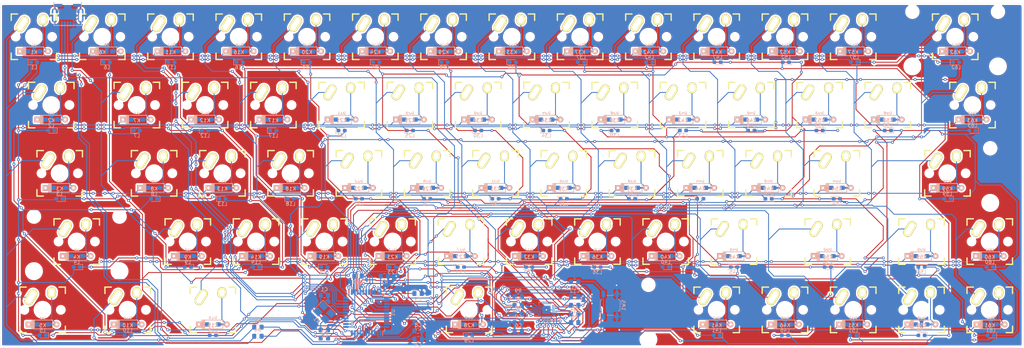
<source format=kicad_pcb>
(kicad_pcb (version 20171130) (host pcbnew "(5.1.6)-1")
  (layers (0 F.Cu signal) (31 B.Cu signal) (34 B.Paste user) (35 F.Paste user) (36 B.SilkS user) (37 F.SilkS user) (38 B.Mask user) (39 F.Mask user) (44 Edge.Cuts user))
  (net 0 "")
  (net 1 "Net-(C1-Pad2)")
  (net 2 GND)
  (net 3 "Net-(C2-Pad1)")
  (net 4 VCC)
  (net 5 "Net-(C8-Pad2)")
  (net 6 "Net-(C11-Pad1)")
  (net 7 "Net-(C11-Pad2)")
  (net 8 "Net-(C12-Pad2)")
  (net 9 "Net-(D1-Pad2)")
  (net 10 /row0)
  (net 11 "Net-(D2-Pad2)")
  (net 12 /row1)
  (net 13 "Net-(D3-Pad2)")
  (net 14 /row2)
  (net 15 "Net-(D4-Pad2)")
  (net 16 /row3)
  (net 17 "Net-(D5-Pad2)")
  (net 18 /row4)
  (net 19 "Net-(D6-Pad2)")
  (net 20 "Net-(D7-Pad2)")
  (net 21 "Net-(D8-Pad2)")
  (net 22 "Net-(D9-Pad2)")
  (net 23 "Net-(D10-Pad2)")
  (net 24 "Net-(D11-Pad2)")
  (net 25 "Net-(D12-Pad2)")
  (net 26 "Net-(D13-Pad2)")
  (net 27 "Net-(D14-Pad2)")
  (net 28 "Net-(D15-Pad2)")
  (net 29 "Net-(D16-Pad2)")
  (net 30 "Net-(D17-Pad2)")
  (net 31 "Net-(D18-Pad2)")
  (net 32 "Net-(D19-Pad2)")
  (net 33 "Net-(D20-Pad2)")
  (net 34 "Net-(D21-Pad2)")
  (net 35 "Net-(D22-Pad2)")
  (net 36 "Net-(D23-Pad2)")
  (net 37 "Net-(D24-Pad2)")
  (net 38 "Net-(D25-Pad2)")
  (net 39 "Net-(D26-Pad2)")
  (net 40 "Net-(D27-Pad2)")
  (net 41 "Net-(D28-Pad2)")
  (net 42 "Net-(D29-Pad2)")
  (net 43 "Net-(D30-Pad2)")
  (net 44 "Net-(D31-Pad2)")
  (net 45 "Net-(D32-Pad2)")
  (net 46 "Net-(D33-Pad2)")
  (net 47 "Net-(D34-Pad2)")
  (net 48 "Net-(D35-Pad2)")
  (net 49 "Net-(D36-Pad2)")
  (net 50 "Net-(D37-Pad2)")
  (net 51 "Net-(D38-Pad2)")
  (net 52 "Net-(D39-Pad2)")
  (net 53 "Net-(D40-Pad2)")
  (net 54 "Net-(D41-Pad2)")
  (net 55 "Net-(D42-Pad2)")
  (net 56 "Net-(D43-Pad2)")
  (net 57 "Net-(D44-Pad2)")
  (net 58 "Net-(D45-Pad2)")
  (net 59 "Net-(D46-Pad2)")
  (net 60 "Net-(D47-Pad2)")
  (net 61 "Net-(D48-Pad2)")
  (net 62 "Net-(D49-Pad2)")
  (net 63 "Net-(D50-Pad2)")
  (net 64 "Net-(D51-Pad2)")
  (net 65 "Net-(D52-Pad2)")
  (net 66 "Net-(D53-Pad2)")
  (net 67 "Net-(D54-Pad2)")
  (net 68 "Net-(D55-Pad2)")
  (net 69 "Net-(D56-Pad2)")
  (net 70 "Net-(D57-Pad2)")
  (net 71 "Net-(D58-Pad2)")
  (net 72 "Net-(D59-Pad2)")
  (net 73 "Net-(D60-Pad2)")
  (net 74 "Net-(D61-Pad2)")
  (net 75 "Net-(D62-Pad2)")
  (net 76 "Net-(D63-Pad2)")
  (net 77 "Net-(J1-Pad2)")
  (net 78 "Net-(J1-Pad3)")
  (net 79 /col0)
  (net 80 /col1)
  (net 81 /col2)
  (net 82 /col3)
  (net 83 /col4)
  (net 84 /col5)
  (net 85 /col6)
  (net 86 /col7)
  (net 87 /col8)
  (net 88 /col9)
  (net 89 /col10)
  (net 90 /col11)
  (net 91 /col12)
  (net 92 /col13)
  (net 93 /CA1)
  (net 94 "Net-(R1-Pad2)")
  (net 95 "Net-(R2-Pad1)")
  (net 96 "Net-(R3-Pad1)")
  (net 97 "Net-(R4-Pad1)")
  (net 98 "Net-(R5-Pad2)")
  (net 99 "Net-(R6-Pad2)")
  (net 100 "Net-(R7-Pad1)")
  (net 101 "Net-(R8-Pad1)")
  (net 102 "Net-(R9-Pad1)")
  (net 103 /CA2)
  (net 104 /CA3)
  (net 105 /CA4)
  (net 106 /CA5)
  (net 107 /CA6)
  (net 108 /CA7)
  (net 109 /CA8)
  (net 110 /CA9)
  (module LED_SMD:LED_0603_1608Metric_Pad1.05x0.95mm_HandSolder (layer B.Cu) (at 863.346 -186.182 180)
    (fp_text reference L37 (at 0 1.43) (layer B.SilkS) (effects (justify mirror)))
    (fp_text value LED)
    (pad 2 smd roundrect (at 0.875 0 180) (size 1.05 0.95) (layers B.Cu B.Paste B.Mask) (net 93 /CA1))
    (pad 1 smd roundrect (at -0.875 0 180) (size 1.05 0.95) (layers B.Cu B.Paste B.Mask) (net 107 /CA6))
  )
  (module Capacitor_SMD:C_0805_2012Metric_Pad1.15x1.40mm_HandSolder (layer B.Cu) (at 791.718 -121.158 180)
    (fp_text reference C1 (at 0 1.65) (layer B.SilkS) (effects (justify mirror)))
    (fp_text value 22pF)
    (pad 2 smd roundrect (at 1.025 0 180) (size 1.15 1.4) (layers B.Cu B.Paste B.Mask) (roundrect_rratio 0.217391) (net 1 "Net-(C1-Pad2)"))
    (pad 1 smd roundrect (at -1.025 0 180) (size 1.15 1.4) (layers B.Cu B.Paste B.Mask) (roundrect_rratio 0.217391) (net 2 GND))
  )
  (module Capacitor_SMD:C_0805_2012Metric_Pad1.15x1.40mm_HandSolder (layer B.Cu) (at 791.718 -111.506)
    (fp_text reference C2 (at 0 1.65) (layer B.SilkS) (effects (justify mirror)))
    (fp_text value 22pF)
    (pad 1 smd roundrect (at -1.025 0) (size 1.15 1.4) (layers B.Cu B.Paste B.Mask) (roundrect_rratio 0.217391) (net 3 "Net-(C2-Pad1)"))
    (pad 2 smd roundrect (at 1.025 0) (size 1.15 1.4) (layers B.Cu B.Paste B.Mask) (roundrect_rratio 0.217391) (net 2 GND))
  )
  (module Capacitor_SMD:C_0805_2012Metric_Pad1.15x1.40mm_HandSolder (layer B.Cu) (at 791.718 -109.22 180)
    (fp_text reference C3 (at 0 1.65) (layer B.SilkS) (effects (justify mirror)))
    (fp_text value 0.1uF)
    (pad 2 smd roundrect (at 1.025 0 180) (size 1.15 1.4) (layers B.Cu B.Paste B.Mask) (roundrect_rratio 0.217391) (net 2 GND))
    (pad 1 smd roundrect (at -1.025 0 180) (size 1.15 1.4) (layers B.Cu B.Paste B.Mask) (roundrect_rratio 0.217391) (net 4 VCC))
  )
  (module Capacitor_SMD:C_0805_2012Metric_Pad1.15x1.40mm_HandSolder (layer B.Cu) (at 817.889 -108.966)
    (fp_text reference C4 (at 0 1.65) (layer B.SilkS) (effects (justify mirror)))
    (fp_text value 0.1uF)
    (pad 1 smd roundrect (at -1.025 0) (size 1.15 1.4) (layers B.Cu B.Paste B.Mask) (roundrect_rratio 0.217391) (net 4 VCC))
    (pad 2 smd roundrect (at 1.025 0) (size 1.15 1.4) (layers B.Cu B.Paste B.Mask) (roundrect_rratio 0.217391) (net 2 GND))
  )
  (module Capacitor_SMD:C_0805_2012Metric_Pad1.15x1.40mm_HandSolder (layer B.Cu) (at 817.88 -121.666)
    (fp_text reference C5 (at 0 1.65) (layer B.SilkS) (effects (justify mirror)))
    (fp_text value 0.1uF)
    (pad 2 smd roundrect (at 1.025 0) (size 1.15 1.4) (layers B.Cu B.Paste B.Mask) (roundrect_rratio 0.217391) (net 2 GND))
    (pad 1 smd roundrect (at -1.025 0) (size 1.15 1.4) (layers B.Cu B.Paste B.Mask) (roundrect_rratio 0.217391) (net 4 VCC))
  )
  (module Capacitor_SMD:C_0805_2012Metric_Pad1.15x1.40mm_HandSolder (layer B.Cu) (at 845.82 -111.125 180)
    (fp_text reference C6 (at 0 1.65) (layer B.SilkS) (effects (justify mirror)))
    (fp_text value 0.1uF)
    (pad 1 smd roundrect (at -1.025 0 180) (size 1.15 1.4) (layers B.Cu B.Paste B.Mask) (roundrect_rratio 0.217391) (net 4 VCC))
    (pad 2 smd roundrect (at 1.025 0 180) (size 1.15 1.4) (layers B.Cu B.Paste B.Mask) (roundrect_rratio 0.217391) (net 2 GND))
  )
  (module Capacitor_SMD:C_0805_2012Metric_Pad1.15x1.40mm_HandSolder (layer B.Cu) (at 817.88 -113.538)
    (fp_text reference C7 (at 0 1.65) (layer B.SilkS) (effects (justify mirror)))
    (fp_text value 4.7uF)
    (pad 2 smd roundrect (at 1.025 0) (size 1.15 1.4) (layers B.Cu B.Paste B.Mask) (roundrect_rratio 0.217391) (net 2 GND))
    (pad 1 smd roundrect (at -1.025 0) (size 1.15 1.4) (layers B.Cu B.Paste B.Mask) (roundrect_rratio 0.217391) (net 4 VCC))
  )
  (module Capacitor_SMD:C_0805_2012Metric_Pad1.15x1.40mm_HandSolder (layer B.Cu) (at 817.88 -111.252 180)
    (fp_text reference C8 (at 0 1.65) (layer B.SilkS) (effects (justify mirror)))
    (fp_text value 1uF)
    (pad 1 smd roundrect (at -1.025 0 180) (size 1.15 1.4) (layers B.Cu B.Paste B.Mask) (roundrect_rratio 0.217391) (net 2 GND))
    (pad 2 smd roundrect (at 1.025 0 180) (size 1.15 1.4) (layers B.Cu B.Paste B.Mask) (roundrect_rratio 0.217391) (net 5 "Net-(C8-Pad2)"))
  )
  (module Capacitor_SMD:C_0805_2012Metric_Pad1.15x1.40mm_HandSolder (layer B.Cu) (at 845.829 -113.538 180)
    (fp_text reference C9 (at 0 1.65) (layer B.SilkS) (effects (justify mirror)))
    (fp_text value 0.1uF)
    (pad 2 smd roundrect (at 1.025 0 180) (size 1.15 1.4) (layers B.Cu B.Paste B.Mask) (roundrect_rratio 0.217391) (net 2 GND))
    (pad 1 smd roundrect (at -1.025 0 180) (size 1.15 1.4) (layers B.Cu B.Paste B.Mask) (roundrect_rratio 0.217391) (net 4 VCC))
  )
  (module Capacitor_SMD:C_0805_2012Metric_Pad1.15x1.40mm_HandSolder (layer B.Cu) (at 801.116 -126.492)
    (fp_text reference C10 (at 0 1.65) (layer B.SilkS) (effects (justify mirror)))
    (fp_text value 1uF)
    (pad 1 smd roundrect (at -1.025 0) (size 1.15 1.4) (layers B.Cu B.Paste B.Mask) (roundrect_rratio 0.217391) (net 4 VCC))
    (pad 2 smd roundrect (at 1.025 0) (size 1.15 1.4) (layers B.Cu B.Paste B.Mask) (roundrect_rratio 0.217391) (net 2 GND))
  )
  (module Capacitor_SMD:C_0805_2012Metric_Pad1.15x1.40mm_HandSolder (layer B.Cu) (at 861.568 -118.364)
    (fp_text reference C11 (at 0 1.65) (layer B.SilkS) (effects (justify mirror)))
    (fp_text value 0.22uF)
    (pad 1 smd roundrect (at -1.025 0) (size 1.15 1.4) (layers B.Cu B.Paste B.Mask) (roundrect_rratio 0.217391) (net 6 "Net-(C11-Pad1)"))
    (pad 2 smd roundrect (at 1.025 0) (size 1.15 1.4) (layers B.Cu B.Paste B.Mask) (roundrect_rratio 0.217391) (net 7 "Net-(C11-Pad2)"))
  )
  (module Capacitor_SMD:C_0805_2012Metric_Pad1.15x1.40mm_HandSolder (layer B.Cu) (at 861.568 -120.777 180)
    (fp_text reference C12 (at 0 1.65) (layer B.SilkS) (effects (justify mirror)))
    (fp_text value 0.1uF)
    (pad 2 smd roundrect (at 1.025 0 180) (size 1.15 1.4) (layers B.Cu B.Paste B.Mask) (roundrect_rratio 0.217391) (net 8 "Net-(C12-Pad2)"))
    (pad 1 smd roundrect (at -1.025 0 180) (size 1.15 1.4) (layers B.Cu B.Paste B.Mask) (roundrect_rratio 0.217391) (net 2 GND))
  )
  (module keyboard_parts:D_SOD123_axial (layer B.Cu) (at 710.692 -189.23)
    (fp_text reference D1 (at 0 -1.925) (layer B.SilkS) (effects (font (size 0.8 0.8)) (justify mirror)))
    (fp_text value D hide)
    (pad 2 smd rect (at 2.7 0) (size 2.5 0.5) (layers B.Cu) (net 9 "Net-(D1-Pad2)"))
    (pad 1 smd rect (at -2.7 0) (size 2.5 0.5) (layers B.Cu) (net 10 /row0))
    (pad 2 thru_hole circle (at 3.9 0) (size 1.6 1.6) (drill 0.7) (layers *.Cu *.Mask B.SilkS) (net 9 "Net-(D1-Pad2)"))
    (pad 1 thru_hole rect (at -3.9 0) (size 1.6 1.6) (drill 0.7) (layers *.Cu *.Mask B.SilkS) (net 10 /row0))
    (pad 1 smd rect (at -1.575 0) (size 1.2 1.2) (layers B.Cu B.Paste B.Mask) (net 10 /row0))
    (pad 2 smd rect (at 1.575 0) (size 1.2 1.2) (layers B.Cu B.Paste B.Mask) (net 9 "Net-(D1-Pad2)"))
  )
  (module keyboard_parts:D_SOD123_axial (layer B.Cu) (at 715.518 -170.18)
    (fp_text reference D2 (at 0 -1.925) (layer B.SilkS) (effects (font (size 0.8 0.8)) (justify mirror)))
    (fp_text value D hide)
    (pad 2 smd rect (at 2.7 0) (size 2.5 0.5) (layers B.Cu) (net 11 "Net-(D2-Pad2)"))
    (pad 1 smd rect (at -2.7 0) (size 2.5 0.5) (layers B.Cu) (net 12 /row1))
    (pad 2 thru_hole circle (at 3.9 0) (size 1.6 1.6) (drill 0.7) (layers *.Cu *.Mask B.SilkS) (net 11 "Net-(D2-Pad2)"))
    (pad 1 thru_hole rect (at -3.9 0) (size 1.6 1.6) (drill 0.7) (layers *.Cu *.Mask B.SilkS) (net 12 /row1))
    (pad 1 smd rect (at -1.575 0) (size 1.2 1.2) (layers B.Cu B.Paste B.Mask) (net 12 /row1))
    (pad 2 smd rect (at 1.575 0) (size 1.2 1.2) (layers B.Cu B.Paste B.Mask) (net 11 "Net-(D2-Pad2)"))
  )
  (module keyboard_parts:D_SOD123_axial (layer B.Cu) (at 717.804 -151.13)
    (fp_text reference D3 (at 0 -1.925) (layer B.SilkS) (effects (font (size 0.8 0.8)) (justify mirror)))
    (fp_text value D hide)
    (pad 2 smd rect (at 2.7 0) (size 2.5 0.5) (layers B.Cu) (net 13 "Net-(D3-Pad2)"))
    (pad 1 smd rect (at -2.7 0) (size 2.5 0.5) (layers B.Cu) (net 14 /row2))
    (pad 2 thru_hole circle (at 3.9 0) (size 1.6 1.6) (drill 0.7) (layers *.Cu *.Mask B.SilkS) (net 13 "Net-(D3-Pad2)"))
    (pad 1 thru_hole rect (at -3.9 0) (size 1.6 1.6) (drill 0.7) (layers *.Cu *.Mask B.SilkS) (net 14 /row2))
    (pad 1 smd rect (at -1.575 0) (size 1.2 1.2) (layers B.Cu B.Paste B.Mask) (net 14 /row2))
    (pad 2 smd rect (at 1.575 0) (size 1.2 1.2) (layers B.Cu B.Paste B.Mask) (net 13 "Net-(D3-Pad2)"))
  )
  (module keyboard_parts:D_SOD123_axial (layer B.Cu) (at 722.63 -132.08)
    (fp_text reference D4 (at 0 -1.925) (layer B.SilkS) (effects (font (size 0.8 0.8)) (justify mirror)))
    (fp_text value D hide)
    (pad 2 smd rect (at 2.7 0) (size 2.5 0.5) (layers B.Cu) (net 15 "Net-(D4-Pad2)"))
    (pad 1 smd rect (at -2.7 0) (size 2.5 0.5) (layers B.Cu) (net 16 /row3))
    (pad 2 thru_hole circle (at 3.9 0) (size 1.6 1.6) (drill 0.7) (layers *.Cu *.Mask B.SilkS) (net 15 "Net-(D4-Pad2)"))
    (pad 1 thru_hole rect (at -3.9 0) (size 1.6 1.6) (drill 0.7) (layers *.Cu *.Mask B.SilkS) (net 16 /row3))
    (pad 1 smd rect (at -1.575 0) (size 1.2 1.2) (layers B.Cu B.Paste B.Mask) (net 16 /row3))
    (pad 2 smd rect (at 1.575 0) (size 1.2 1.2) (layers B.Cu B.Paste B.Mask) (net 15 "Net-(D4-Pad2)"))
  )
  (module keyboard_parts:D_SOD123_axial (layer B.Cu) (at 713.105 -113.03)
    (fp_text reference D5 (at 0 -1.925) (layer B.SilkS) (effects (font (size 0.8 0.8)) (justify mirror)))
    (fp_text value D hide)
    (pad 2 smd rect (at 1.575 0) (size 1.2 1.2) (layers B.Cu B.Paste B.Mask) (net 17 "Net-(D5-Pad2)"))
    (pad 1 smd rect (at -1.575 0) (size 1.2 1.2) (layers B.Cu B.Paste B.Mask) (net 18 /row4))
    (pad 1 thru_hole rect (at -3.9 0) (size 1.6 1.6) (drill 0.7) (layers *.Cu *.Mask B.SilkS) (net 18 /row4))
    (pad 2 thru_hole circle (at 3.9 0) (size 1.6 1.6) (drill 0.7) (layers *.Cu *.Mask B.SilkS) (net 17 "Net-(D5-Pad2)"))
    (pad 1 smd rect (at -2.7 0) (size 2.5 0.5) (layers B.Cu) (net 18 /row4))
    (pad 2 smd rect (at 2.7 0) (size 2.5 0.5) (layers B.Cu) (net 17 "Net-(D5-Pad2)"))
  )
  (module keyboard_parts:D_SOD123_axial (layer B.Cu) (at 731.012 -189.23)
    (fp_text reference D6 (at 0 -1.925) (layer B.SilkS) (effects (font (size 0.8 0.8)) (justify mirror)))
    (fp_text value D hide)
    (pad 2 smd rect (at 2.7 0) (size 2.5 0.5) (layers B.Cu) (net 19 "Net-(D6-Pad2)"))
    (pad 1 smd rect (at -2.7 0) (size 2.5 0.5) (layers B.Cu) (net 10 /row0))
    (pad 2 thru_hole circle (at 3.9 0) (size 1.6 1.6) (drill 0.7) (layers *.Cu *.Mask B.SilkS) (net 19 "Net-(D6-Pad2)"))
    (pad 1 thru_hole rect (at -3.9 0) (size 1.6 1.6) (drill 0.7) (layers *.Cu *.Mask B.SilkS) (net 10 /row0))
    (pad 1 smd rect (at -1.575 0) (size 1.2 1.2) (layers B.Cu B.Paste B.Mask) (net 10 /row0))
    (pad 2 smd rect (at 1.575 0) (size 1.2 1.2) (layers B.Cu B.Paste B.Mask) (net 19 "Net-(D6-Pad2)"))
  )
  (module keyboard_parts:D_SOD123_axial (layer B.Cu) (at 739.394 -170.18)
    (fp_text reference D7 (at 0 -1.925) (layer B.SilkS) (effects (font (size 0.8 0.8)) (justify mirror)))
    (fp_text value D hide)
    (pad 2 smd rect (at 2.7 0) (size 2.5 0.5) (layers B.Cu) (net 20 "Net-(D7-Pad2)"))
    (pad 1 smd rect (at -2.7 0) (size 2.5 0.5) (layers B.Cu) (net 12 /row1))
    (pad 2 thru_hole circle (at 3.9 0) (size 1.6 1.6) (drill 0.7) (layers *.Cu *.Mask B.SilkS) (net 20 "Net-(D7-Pad2)"))
    (pad 1 thru_hole rect (at -3.9 0) (size 1.6 1.6) (drill 0.7) (layers *.Cu *.Mask B.SilkS) (net 12 /row1))
    (pad 1 smd rect (at -1.575 0) (size 1.2 1.2) (layers B.Cu B.Paste B.Mask) (net 12 /row1))
    (pad 2 smd rect (at 1.575 0) (size 1.2 1.2) (layers B.Cu B.Paste B.Mask) (net 20 "Net-(D7-Pad2)"))
  )
  (module keyboard_parts:D_SOD123_axial (layer B.Cu) (at 744.22 -151.13)
    (fp_text reference D8 (at 0 -1.925) (layer B.SilkS) (effects (font (size 0.8 0.8)) (justify mirror)))
    (fp_text value D hide)
    (pad 2 smd rect (at 1.575 0) (size 1.2 1.2) (layers B.Cu B.Paste B.Mask) (net 21 "Net-(D8-Pad2)"))
    (pad 1 smd rect (at -1.575 0) (size 1.2 1.2) (layers B.Cu B.Paste B.Mask) (net 14 /row2))
    (pad 1 thru_hole rect (at -3.9 0) (size 1.6 1.6) (drill 0.7) (layers *.Cu *.Mask B.SilkS) (net 14 /row2))
    (pad 2 thru_hole circle (at 3.9 0) (size 1.6 1.6) (drill 0.7) (layers *.Cu *.Mask B.SilkS) (net 21 "Net-(D8-Pad2)"))
    (pad 1 smd rect (at -2.7 0) (size 2.5 0.5) (layers B.Cu) (net 14 /row2))
    (pad 2 smd rect (at 2.7 0) (size 2.5 0.5) (layers B.Cu) (net 21 "Net-(D8-Pad2)"))
  )
  (module keyboard_parts:D_SOD123_axial (layer B.Cu) (at 753.618 -132.08)
    (fp_text reference D9 (at 0 -1.925) (layer B.SilkS) (effects (font (size 0.8 0.8)) (justify mirror)))
    (fp_text value D hide)
    (pad 2 smd rect (at 1.575 0) (size 1.2 1.2) (layers B.Cu B.Paste B.Mask) (net 22 "Net-(D9-Pad2)"))
    (pad 1 smd rect (at -1.575 0) (size 1.2 1.2) (layers B.Cu B.Paste B.Mask) (net 16 /row3))
    (pad 1 thru_hole rect (at -3.9 0) (size 1.6 1.6) (drill 0.7) (layers *.Cu *.Mask B.SilkS) (net 16 /row3))
    (pad 2 thru_hole circle (at 3.9 0) (size 1.6 1.6) (drill 0.7) (layers *.Cu *.Mask B.SilkS) (net 22 "Net-(D9-Pad2)"))
    (pad 1 smd rect (at -2.7 0) (size 2.5 0.5) (layers B.Cu) (net 16 /row3))
    (pad 2 smd rect (at 2.7 0) (size 2.5 0.5) (layers B.Cu) (net 22 "Net-(D9-Pad2)"))
  )
  (module keyboard_parts:D_SOD123_axial (layer B.Cu) (at 736.854 -113.03)
    (fp_text reference D10 (at 0 -1.925) (layer B.SilkS) (effects (font (size 0.8 0.8)) (justify mirror)))
    (fp_text value D hide)
    (pad 2 smd rect (at 1.575 0) (size 1.2 1.2) (layers B.Cu B.Paste B.Mask) (net 23 "Net-(D10-Pad2)"))
    (pad 1 smd rect (at -1.575 0) (size 1.2 1.2) (layers B.Cu B.Paste B.Mask) (net 18 /row4))
    (pad 1 thru_hole rect (at -3.9 0) (size 1.6 1.6) (drill 0.7) (layers *.Cu *.Mask B.SilkS) (net 18 /row4))
    (pad 2 thru_hole circle (at 3.9 0) (size 1.6 1.6) (drill 0.7) (layers *.Cu *.Mask B.SilkS) (net 23 "Net-(D10-Pad2)"))
    (pad 1 smd rect (at -2.7 0) (size 2.5 0.5) (layers B.Cu) (net 18 /row4))
    (pad 2 smd rect (at 2.7 0) (size 2.5 0.5) (layers B.Cu) (net 23 "Net-(D10-Pad2)"))
  )
  (module keyboard_parts:D_SOD123_axial (layer B.Cu) (at 749.046 -189.23)
    (fp_text reference D11 (at 0 -1.925) (layer B.SilkS) (effects (font (size 0.8 0.8)) (justify mirror)))
    (fp_text value D hide)
    (pad 2 smd rect (at 1.575 0) (size 1.2 1.2) (layers B.Cu B.Paste B.Mask) (net 24 "Net-(D11-Pad2)"))
    (pad 1 smd rect (at -1.575 0) (size 1.2 1.2) (layers B.Cu B.Paste B.Mask) (net 10 /row0))
    (pad 1 thru_hole rect (at -3.9 0) (size 1.6 1.6) (drill 0.7) (layers *.Cu *.Mask B.SilkS) (net 10 /row0))
    (pad 2 thru_hole circle (at 3.9 0) (size 1.6 1.6) (drill 0.7) (layers *.Cu *.Mask B.SilkS) (net 24 "Net-(D11-Pad2)"))
    (pad 1 smd rect (at -2.7 0) (size 2.5 0.5) (layers B.Cu) (net 10 /row0))
    (pad 2 smd rect (at 2.7 0) (size 2.5 0.5) (layers B.Cu) (net 24 "Net-(D11-Pad2)"))
  )
  (module keyboard_parts:D_SOD123_axial (layer B.Cu) (at 758.444 -170.18)
    (fp_text reference D12 (at 0 -1.925) (layer B.SilkS) (effects (font (size 0.8 0.8)) (justify mirror)))
    (fp_text value D hide)
    (pad 2 smd rect (at 1.575 0) (size 1.2 1.2) (layers B.Cu B.Paste B.Mask) (net 25 "Net-(D12-Pad2)"))
    (pad 1 smd rect (at -1.575 0) (size 1.2 1.2) (layers B.Cu B.Paste B.Mask) (net 12 /row1))
    (pad 1 thru_hole rect (at -3.9 0) (size 1.6 1.6) (drill 0.7) (layers *.Cu *.Mask B.SilkS) (net 12 /row1))
    (pad 2 thru_hole circle (at 3.9 0) (size 1.6 1.6) (drill 0.7) (layers *.Cu *.Mask B.SilkS) (net 25 "Net-(D12-Pad2)"))
    (pad 1 smd rect (at -2.7 0) (size 2.5 0.5) (layers B.Cu) (net 12 /row1))
    (pad 2 smd rect (at 2.7 0) (size 2.5 0.5) (layers B.Cu) (net 25 "Net-(D12-Pad2)"))
  )
  (module keyboard_parts:D_SOD123_axial (layer B.Cu) (at 763.27 -151.13)
    (fp_text reference D13 (at 0 -1.925) (layer B.SilkS) (effects (font (size 0.8 0.8)) (justify mirror)))
    (fp_text value D hide)
    (pad 2 smd rect (at 2.7 0) (size 2.5 0.5) (layers B.Cu) (net 26 "Net-(D13-Pad2)"))
    (pad 1 smd rect (at -2.7 0) (size 2.5 0.5) (layers B.Cu) (net 14 /row2))
    (pad 2 thru_hole circle (at 3.9 0) (size 1.6 1.6) (drill 0.7) (layers *.Cu *.Mask B.SilkS) (net 26 "Net-(D13-Pad2)"))
    (pad 1 thru_hole rect (at -3.9 0) (size 1.6 1.6) (drill 0.7) (layers *.Cu *.Mask B.SilkS) (net 14 /row2))
    (pad 1 smd rect (at -1.575 0) (size 1.2 1.2) (layers B.Cu B.Paste B.Mask) (net 14 /row2))
    (pad 2 smd rect (at 1.575 0) (size 1.2 1.2) (layers B.Cu B.Paste B.Mask) (net 26 "Net-(D13-Pad2)"))
  )
  (module keyboard_parts:D_SOD123_axial (layer B.Cu) (at 772.668 -132.08)
    (fp_text reference D14 (at 0 -1.925) (layer B.SilkS) (effects (font (size 0.8 0.8)) (justify mirror)))
    (fp_text value D hide)
    (pad 2 smd rect (at 1.575 0) (size 1.2 1.2) (layers B.Cu B.Paste B.Mask) (net 27 "Net-(D14-Pad2)"))
    (pad 1 smd rect (at -1.575 0) (size 1.2 1.2) (layers B.Cu B.Paste B.Mask) (net 16 /row3))
    (pad 1 thru_hole rect (at -3.9 0) (size 1.6 1.6) (drill 0.7) (layers *.Cu *.Mask B.SilkS) (net 16 /row3))
    (pad 2 thru_hole circle (at 3.9 0) (size 1.6 1.6) (drill 0.7) (layers *.Cu *.Mask B.SilkS) (net 27 "Net-(D14-Pad2)"))
    (pad 1 smd rect (at -2.7 0) (size 2.5 0.5) (layers B.Cu) (net 16 /row3))
    (pad 2 smd rect (at 2.7 0) (size 2.5 0.5) (layers B.Cu) (net 27 "Net-(D14-Pad2)"))
  )
  (module keyboard_parts:D_SOD123_axial (layer B.Cu) (at 760.603 -113.03)
    (fp_text reference D15 (at 0 -1.925) (layer B.SilkS) (effects (font (size 0.8 0.8)) (justify mirror)))
    (fp_text value D hide)
    (pad 2 smd rect (at 1.575 0) (size 1.2 1.2) (layers B.Cu B.Paste B.Mask) (net 28 "Net-(D15-Pad2)"))
    (pad 1 smd rect (at -1.575 0) (size 1.2 1.2) (layers B.Cu B.Paste B.Mask) (net 18 /row4))
    (pad 1 thru_hole rect (at -3.9 0) (size 1.6 1.6) (drill 0.7) (layers *.Cu *.Mask B.SilkS) (net 18 /row4))
    (pad 2 thru_hole circle (at 3.9 0) (size 1.6 1.6) (drill 0.7) (layers *.Cu *.Mask B.SilkS) (net 28 "Net-(D15-Pad2)"))
    (pad 1 smd rect (at -2.7 0) (size 2.5 0.5) (layers B.Cu) (net 18 /row4))
    (pad 2 smd rect (at 2.7 0) (size 2.5 0.5) (layers B.Cu) (net 28 "Net-(D15-Pad2)"))
  )
  (module keyboard_parts:D_SOD123_axial (layer B.Cu) (at 768.096 -189.23)
    (fp_text reference D16 (at 0 -1.925) (layer B.SilkS) (effects (font (size 0.8 0.8)) (justify mirror)))
    (fp_text value D hide)
    (pad 2 smd rect (at 2.7 0) (size 2.5 0.5) (layers B.Cu) (net 29 "Net-(D16-Pad2)"))
    (pad 1 smd rect (at -2.7 0) (size 2.5 0.5) (layers B.Cu) (net 10 /row0))
    (pad 2 thru_hole circle (at 3.9 0) (size 1.6 1.6) (drill 0.7) (layers *.Cu *.Mask B.SilkS) (net 29 "Net-(D16-Pad2)"))
    (pad 1 thru_hole rect (at -3.9 0) (size 1.6 1.6) (drill 0.7) (layers *.Cu *.Mask B.SilkS) (net 10 /row0))
    (pad 1 smd rect (at -1.575 0) (size 1.2 1.2) (layers B.Cu B.Paste B.Mask) (net 10 /row0))
    (pad 2 smd rect (at 1.575 0) (size 1.2 1.2) (layers B.Cu B.Paste B.Mask) (net 29 "Net-(D16-Pad2)"))
  )
  (module keyboard_parts:D_SOD123_axial (layer B.Cu) (at 777.494 -170.18)
    (fp_text reference D17 (at 0 -1.925) (layer B.SilkS) (effects (font (size 0.8 0.8)) (justify mirror)))
    (fp_text value D hide)
    (pad 2 smd rect (at 2.7 0) (size 2.5 0.5) (layers B.Cu) (net 30 "Net-(D17-Pad2)"))
    (pad 1 smd rect (at -2.7 0) (size 2.5 0.5) (layers B.Cu) (net 12 /row1))
    (pad 2 thru_hole circle (at 3.9 0) (size 1.6 1.6) (drill 0.7) (layers *.Cu *.Mask B.SilkS) (net 30 "Net-(D17-Pad2)"))
    (pad 1 thru_hole rect (at -3.9 0) (size 1.6 1.6) (drill 0.7) (layers *.Cu *.Mask B.SilkS) (net 12 /row1))
    (pad 1 smd rect (at -1.575 0) (size 1.2 1.2) (layers B.Cu B.Paste B.Mask) (net 12 /row1))
    (pad 2 smd rect (at 1.575 0) (size 1.2 1.2) (layers B.Cu B.Paste B.Mask) (net 30 "Net-(D17-Pad2)"))
  )
  (module keyboard_parts:D_SOD123_axial (layer B.Cu) (at 782.32 -151.13)
    (fp_text reference D18 (at 0 -1.925) (layer B.SilkS) (effects (font (size 0.8 0.8)) (justify mirror)))
    (fp_text value D hide)
    (pad 2 smd rect (at 2.7 0) (size 2.5 0.5) (layers B.Cu) (net 31 "Net-(D18-Pad2)"))
    (pad 1 smd rect (at -2.7 0) (size 2.5 0.5) (layers B.Cu) (net 14 /row2))
    (pad 2 thru_hole circle (at 3.9 0) (size 1.6 1.6) (drill 0.7) (layers *.Cu *.Mask B.SilkS) (net 31 "Net-(D18-Pad2)"))
    (pad 1 thru_hole rect (at -3.9 0) (size 1.6 1.6) (drill 0.7) (layers *.Cu *.Mask B.SilkS) (net 14 /row2))
    (pad 1 smd rect (at -1.575 0) (size 1.2 1.2) (layers B.Cu B.Paste B.Mask) (net 14 /row2))
    (pad 2 smd rect (at 1.575 0) (size 1.2 1.2) (layers B.Cu B.Paste B.Mask) (net 31 "Net-(D18-Pad2)"))
  )
  (module keyboard_parts:D_SOD123_axial (layer B.Cu) (at 791.718 -132.08)
    (fp_text reference D19 (at 0 -1.925) (layer B.SilkS) (effects (font (size 0.8 0.8)) (justify mirror)))
    (fp_text value D hide)
    (pad 2 smd rect (at 1.575 0) (size 1.2 1.2) (layers B.Cu B.Paste B.Mask) (net 32 "Net-(D19-Pad2)"))
    (pad 1 smd rect (at -1.575 0) (size 1.2 1.2) (layers B.Cu B.Paste B.Mask) (net 16 /row3))
    (pad 1 thru_hole rect (at -3.9 0) (size 1.6 1.6) (drill 0.7) (layers *.Cu *.Mask B.SilkS) (net 16 /row3))
    (pad 2 thru_hole circle (at 3.9 0) (size 1.6 1.6) (drill 0.7) (layers *.Cu *.Mask B.SilkS) (net 32 "Net-(D19-Pad2)"))
    (pad 1 smd rect (at -2.7 0) (size 2.5 0.5) (layers B.Cu) (net 16 /row3))
    (pad 2 smd rect (at 2.7 0) (size 2.5 0.5) (layers B.Cu) (net 32 "Net-(D19-Pad2)"))
  )
  (module keyboard_parts:D_SOD123_axial (layer B.Cu) (at 786.892 -189.23)
    (fp_text reference D20 (at 0 -1.925) (layer B.SilkS) (effects (font (size 0.8 0.8)) (justify mirror)))
    (fp_text value D hide)
    (pad 2 smd rect (at 1.575 0) (size 1.2 1.2) (layers B.Cu B.Paste B.Mask) (net 33 "Net-(D20-Pad2)"))
    (pad 1 smd rect (at -1.575 0) (size 1.2 1.2) (layers B.Cu B.Paste B.Mask) (net 10 /row0))
    (pad 1 thru_hole rect (at -3.9 0) (size 1.6 1.6) (drill 0.7) (layers *.Cu *.Mask B.SilkS) (net 10 /row0))
    (pad 2 thru_hole circle (at 3.9 0) (size 1.6 1.6) (drill 0.7) (layers *.Cu *.Mask B.SilkS) (net 33 "Net-(D20-Pad2)"))
    (pad 1 smd rect (at -2.7 0) (size 2.5 0.5) (layers B.Cu) (net 10 /row0))
    (pad 2 smd rect (at 2.7 0) (size 2.5 0.5) (layers B.Cu) (net 33 "Net-(D20-Pad2)"))
  )
  (module keyboard_parts:D_SOD123_axial (layer B.Cu) (at 796.544 -170.18)
    (fp_text reference D21 (at 0 -1.925) (layer B.SilkS) (effects (font (size 0.8 0.8)) (justify mirror)))
    (fp_text value D hide)
    (pad 2 smd rect (at 2.7 0) (size 2.5 0.5) (layers B.Cu) (net 34 "Net-(D21-Pad2)"))
    (pad 1 smd rect (at -2.7 0) (size 2.5 0.5) (layers B.Cu) (net 12 /row1))
    (pad 2 thru_hole circle (at 3.9 0) (size 1.6 1.6) (drill 0.7) (layers *.Cu *.Mask B.SilkS) (net 34 "Net-(D21-Pad2)"))
    (pad 1 thru_hole rect (at -3.9 0) (size 1.6 1.6) (drill 0.7) (layers *.Cu *.Mask B.SilkS) (net 12 /row1))
    (pad 1 smd rect (at -1.575 0) (size 1.2 1.2) (layers B.Cu B.Paste B.Mask) (net 12 /row1))
    (pad 2 smd rect (at 1.575 0) (size 1.2 1.2) (layers B.Cu B.Paste B.Mask) (net 34 "Net-(D21-Pad2)"))
  )
  (module keyboard_parts:D_SOD123_axial (layer B.Cu) (at 801.37 -151.13)
    (fp_text reference D22 (at 0 -1.925) (layer B.SilkS) (effects (font (size 0.8 0.8)) (justify mirror)))
    (fp_text value D hide)
    (pad 2 smd rect (at 1.575 0) (size 1.2 1.2) (layers B.Cu B.Paste B.Mask) (net 35 "Net-(D22-Pad2)"))
    (pad 1 smd rect (at -1.575 0) (size 1.2 1.2) (layers B.Cu B.Paste B.Mask) (net 14 /row2))
    (pad 1 thru_hole rect (at -3.9 0) (size 1.6 1.6) (drill 0.7) (layers *.Cu *.Mask B.SilkS) (net 14 /row2))
    (pad 2 thru_hole circle (at 3.9 0) (size 1.6 1.6) (drill 0.7) (layers *.Cu *.Mask B.SilkS) (net 35 "Net-(D22-Pad2)"))
    (pad 1 smd rect (at -2.7 0) (size 2.5 0.5) (layers B.Cu) (net 14 /row2))
    (pad 2 smd rect (at 2.7 0) (size 2.5 0.5) (layers B.Cu) (net 35 "Net-(D22-Pad2)"))
  )
  (module keyboard_parts:D_SOD123_axial (layer B.Cu) (at 810.768 -132.08)
    (fp_text reference D23 (at 0 -1.925) (layer B.SilkS) (effects (font (size 0.8 0.8)) (justify mirror)))
    (fp_text value D hide)
    (pad 2 smd rect (at 2.7 0) (size 2.5 0.5) (layers B.Cu) (net 36 "Net-(D23-Pad2)"))
    (pad 1 smd rect (at -2.7 0) (size 2.5 0.5) (layers B.Cu) (net 16 /row3))
    (pad 2 thru_hole circle (at 3.9 0) (size 1.6 1.6) (drill 0.7) (layers *.Cu *.Mask B.SilkS) (net 36 "Net-(D23-Pad2)"))
    (pad 1 thru_hole rect (at -3.9 0) (size 1.6 1.6) (drill 0.7) (layers *.Cu *.Mask B.SilkS) (net 16 /row3))
    (pad 1 smd rect (at -1.575 0) (size 1.2 1.2) (layers B.Cu B.Paste B.Mask) (net 16 /row3))
    (pad 2 smd rect (at 1.575 0) (size 1.2 1.2) (layers B.Cu B.Paste B.Mask) (net 36 "Net-(D23-Pad2)"))
  )
  (module keyboard_parts:D_SOD123_axial (layer B.Cu) (at 806.196 -189.23)
    (fp_text reference D24 (at 0 -1.925) (layer B.SilkS) (effects (font (size 0.8 0.8)) (justify mirror)))
    (fp_text value D hide)
    (pad 2 smd rect (at 2.7 0) (size 2.5 0.5) (layers B.Cu) (net 37 "Net-(D24-Pad2)"))
    (pad 1 smd rect (at -2.7 0) (size 2.5 0.5) (layers B.Cu) (net 10 /row0))
    (pad 2 thru_hole circle (at 3.9 0) (size 1.6 1.6) (drill 0.7) (layers *.Cu *.Mask B.SilkS) (net 37 "Net-(D24-Pad2)"))
    (pad 1 thru_hole rect (at -3.9 0) (size 1.6 1.6) (drill 0.7) (layers *.Cu *.Mask B.SilkS) (net 10 /row0))
    (pad 1 smd rect (at -1.575 0) (size 1.2 1.2) (layers B.Cu B.Paste B.Mask) (net 10 /row0))
    (pad 2 smd rect (at 1.575 0) (size 1.2 1.2) (layers B.Cu B.Paste B.Mask) (net 37 "Net-(D24-Pad2)"))
  )
  (module keyboard_parts:D_SOD123_axial (layer B.Cu) (at 815.594 -170.18)
    (fp_text reference D25 (at 0 -1.925) (layer B.SilkS) (effects (font (size 0.8 0.8)) (justify mirror)))
    (fp_text value D hide)
    (pad 2 smd rect (at 2.7 0) (size 2.5 0.5) (layers B.Cu) (net 38 "Net-(D25-Pad2)"))
    (pad 1 smd rect (at -2.7 0) (size 2.5 0.5) (layers B.Cu) (net 12 /row1))
    (pad 2 thru_hole circle (at 3.9 0) (size 1.6 1.6) (drill 0.7) (layers *.Cu *.Mask B.SilkS) (net 38 "Net-(D25-Pad2)"))
    (pad 1 thru_hole rect (at -3.9 0) (size 1.6 1.6) (drill 0.7) (layers *.Cu *.Mask B.SilkS) (net 12 /row1))
    (pad 1 smd rect (at -1.575 0) (size 1.2 1.2) (layers B.Cu B.Paste B.Mask) (net 12 /row1))
    (pad 2 smd rect (at 1.575 0) (size 1.2 1.2) (layers B.Cu B.Paste B.Mask) (net 38 "Net-(D25-Pad2)"))
  )
  (module keyboard_parts:D_SOD123_axial (layer B.Cu) (at 820.42 -151.13)
    (fp_text reference D26 (at 0 -1.925) (layer B.SilkS) (effects (font (size 0.8 0.8)) (justify mirror)))
    (fp_text value D hide)
    (pad 2 smd rect (at 1.575 0) (size 1.2 1.2) (layers B.Cu B.Paste B.Mask) (net 39 "Net-(D26-Pad2)"))
    (pad 1 smd rect (at -1.575 0) (size 1.2 1.2) (layers B.Cu B.Paste B.Mask) (net 14 /row2))
    (pad 1 thru_hole rect (at -3.9 0) (size 1.6 1.6) (drill 0.7) (layers *.Cu *.Mask B.SilkS) (net 14 /row2))
    (pad 2 thru_hole circle (at 3.9 0) (size 1.6 1.6) (drill 0.7) (layers *.Cu *.Mask B.SilkS) (net 39 "Net-(D26-Pad2)"))
    (pad 1 smd rect (at -2.7 0) (size 2.5 0.5) (layers B.Cu) (net 14 /row2))
    (pad 2 smd rect (at 2.7 0) (size 2.5 0.5) (layers B.Cu) (net 39 "Net-(D26-Pad2)"))
  )
  (module keyboard_parts:D_SOD123_axial (layer B.Cu) (at 829.818 -132.08)
    (fp_text reference D27 (at 0 -1.925) (layer B.SilkS) (effects (font (size 0.8 0.8)) (justify mirror)))
    (fp_text value D hide)
    (pad 2 smd rect (at 2.7 0) (size 2.5 0.5) (layers B.Cu) (net 40 "Net-(D27-Pad2)"))
    (pad 1 smd rect (at -2.7 0) (size 2.5 0.5) (layers B.Cu) (net 16 /row3))
    (pad 2 thru_hole circle (at 3.9 0) (size 1.6 1.6) (drill 0.7) (layers *.Cu *.Mask B.SilkS) (net 40 "Net-(D27-Pad2)"))
    (pad 1 thru_hole rect (at -3.9 0) (size 1.6 1.6) (drill 0.7) (layers *.Cu *.Mask B.SilkS) (net 16 /row3))
    (pad 1 smd rect (at -1.575 0) (size 1.2 1.2) (layers B.Cu B.Paste B.Mask) (net 16 /row3))
    (pad 2 smd rect (at 1.575 0) (size 1.2 1.2) (layers B.Cu B.Paste B.Mask) (net 40 "Net-(D27-Pad2)"))
  )
  (module keyboard_parts:D_SOD123_axial (layer B.Cu) (at 832.104 -113.03)
    (fp_text reference D28 (at 0 -1.925) (layer B.SilkS) (effects (font (size 0.8 0.8)) (justify mirror)))
    (fp_text value D hide)
    (pad 2 smd rect (at 1.575 0) (size 1.2 1.2) (layers B.Cu B.Paste B.Mask) (net 41 "Net-(D28-Pad2)"))
    (pad 1 smd rect (at -1.575 0) (size 1.2 1.2) (layers B.Cu B.Paste B.Mask) (net 18 /row4))
    (pad 1 thru_hole rect (at -3.9 0) (size 1.6 1.6) (drill 0.7) (layers *.Cu *.Mask B.SilkS) (net 18 /row4))
    (pad 2 thru_hole circle (at 3.9 0) (size 1.6 1.6) (drill 0.7) (layers *.Cu *.Mask B.SilkS) (net 41 "Net-(D28-Pad2)"))
    (pad 1 smd rect (at -2.7 0) (size 2.5 0.5) (layers B.Cu) (net 18 /row4))
    (pad 2 smd rect (at 2.7 0) (size 2.5 0.5) (layers B.Cu) (net 41 "Net-(D28-Pad2)"))
  )
  (module keyboard_parts:D_SOD123_axial (layer B.Cu) (at 825.246 -189.23)
    (fp_text reference D29 (at 0 -1.925) (layer B.SilkS) (effects (font (size 0.8 0.8)) (justify mirror)))
    (fp_text value D hide)
    (pad 2 smd rect (at 2.7 0) (size 2.5 0.5) (layers B.Cu) (net 42 "Net-(D29-Pad2)"))
    (pad 1 smd rect (at -2.7 0) (size 2.5 0.5) (layers B.Cu) (net 10 /row0))
    (pad 2 thru_hole circle (at 3.9 0) (size 1.6 1.6) (drill 0.7) (layers *.Cu *.Mask B.SilkS) (net 42 "Net-(D29-Pad2)"))
    (pad 1 thru_hole rect (at -3.9 0) (size 1.6 1.6) (drill 0.7) (layers *.Cu *.Mask B.SilkS) (net 10 /row0))
    (pad 1 smd rect (at -1.575 0) (size 1.2 1.2) (layers B.Cu B.Paste B.Mask) (net 10 /row0))
    (pad 2 smd rect (at 1.575 0) (size 1.2 1.2) (layers B.Cu B.Paste B.Mask) (net 42 "Net-(D29-Pad2)"))
  )
  (module keyboard_parts:D_SOD123_axial (layer B.Cu) (at 834.644 -170.18)
    (fp_text reference D30 (at 0 -1.925) (layer B.SilkS) (effects (font (size 0.8 0.8)) (justify mirror)))
    (fp_text value D hide)
    (pad 2 smd rect (at 1.575 0) (size 1.2 1.2) (layers B.Cu B.Paste B.Mask) (net 43 "Net-(D30-Pad2)"))
    (pad 1 smd rect (at -1.575 0) (size 1.2 1.2) (layers B.Cu B.Paste B.Mask) (net 12 /row1))
    (pad 1 thru_hole rect (at -3.9 0) (size 1.6 1.6) (drill 0.7) (layers *.Cu *.Mask B.SilkS) (net 12 /row1))
    (pad 2 thru_hole circle (at 3.9 0) (size 1.6 1.6) (drill 0.7) (layers *.Cu *.Mask B.SilkS) (net 43 "Net-(D30-Pad2)"))
    (pad 1 smd rect (at -2.7 0) (size 2.5 0.5) (layers B.Cu) (net 12 /row1))
    (pad 2 smd rect (at 2.7 0) (size 2.5 0.5) (layers B.Cu) (net 43 "Net-(D30-Pad2)"))
  )
  (module keyboard_parts:D_SOD123_axial (layer B.Cu) (at 839.47 -151.13)
    (fp_text reference D31 (at 0 -1.925) (layer B.SilkS) (effects (font (size 0.8 0.8)) (justify mirror)))
    (fp_text value D hide)
    (pad 2 smd rect (at 2.7 0) (size 2.5 0.5) (layers B.Cu) (net 44 "Net-(D31-Pad2)"))
    (pad 1 smd rect (at -2.7 0) (size 2.5 0.5) (layers B.Cu) (net 14 /row2))
    (pad 2 thru_hole circle (at 3.9 0) (size 1.6 1.6) (drill 0.7) (layers *.Cu *.Mask B.SilkS) (net 44 "Net-(D31-Pad2)"))
    (pad 1 thru_hole rect (at -3.9 0) (size 1.6 1.6) (drill 0.7) (layers *.Cu *.Mask B.SilkS) (net 14 /row2))
    (pad 1 smd rect (at -1.575 0) (size 1.2 1.2) (layers B.Cu B.Paste B.Mask) (net 14 /row2))
    (pad 2 smd rect (at 1.575 0) (size 1.2 1.2) (layers B.Cu B.Paste B.Mask) (net 44 "Net-(D31-Pad2)"))
  )
  (module keyboard_parts:D_SOD123_axial (layer B.Cu) (at 848.868 -132.08)
    (fp_text reference D32 (at 0 -1.925) (layer B.SilkS) (effects (font (size 0.8 0.8)) (justify mirror)))
    (fp_text value D hide)
    (pad 2 smd rect (at 1.575 0) (size 1.2 1.2) (layers B.Cu B.Paste B.Mask) (net 45 "Net-(D32-Pad2)"))
    (pad 1 smd rect (at -1.575 0) (size 1.2 1.2) (layers B.Cu B.Paste B.Mask) (net 16 /row3))
    (pad 1 thru_hole rect (at -3.9 0) (size 1.6 1.6) (drill 0.7) (layers *.Cu *.Mask B.SilkS) (net 16 /row3))
    (pad 2 thru_hole circle (at 3.9 0) (size 1.6 1.6) (drill 0.7) (layers *.Cu *.Mask B.SilkS) (net 45 "Net-(D32-Pad2)"))
    (pad 1 smd rect (at -2.7 0) (size 2.5 0.5) (layers B.Cu) (net 16 /row3))
    (pad 2 smd rect (at 2.7 0) (size 2.5 0.5) (layers B.Cu) (net 45 "Net-(D32-Pad2)"))
  )
  (module keyboard_parts:D_SOD123_axial (layer B.Cu) (at 844.296 -189.23)
    (fp_text reference D33 (at 0 -1.925) (layer B.SilkS) (effects (font (size 0.8 0.8)) (justify mirror)))
    (fp_text value D hide)
    (pad 2 smd rect (at 2.7 0) (size 2.5 0.5) (layers B.Cu) (net 46 "Net-(D33-Pad2)"))
    (pad 1 smd rect (at -2.7 0) (size 2.5 0.5) (layers B.Cu) (net 10 /row0))
    (pad 2 thru_hole circle (at 3.9 0) (size 1.6 1.6) (drill 0.7) (layers *.Cu *.Mask B.SilkS) (net 46 "Net-(D33-Pad2)"))
    (pad 1 thru_hole rect (at -3.9 0) (size 1.6 1.6) (drill 0.7) (layers *.Cu *.Mask B.SilkS) (net 10 /row0))
    (pad 1 smd rect (at -1.575 0) (size 1.2 1.2) (layers B.Cu B.Paste B.Mask) (net 10 /row0))
    (pad 2 smd rect (at 1.575 0) (size 1.2 1.2) (layers B.Cu B.Paste B.Mask) (net 46 "Net-(D33-Pad2)"))
  )
  (module keyboard_parts:D_SOD123_axial (layer B.Cu) (at 853.694 -170.18)
    (fp_text reference D34 (at 0 -1.925) (layer B.SilkS) (effects (font (size 0.8 0.8)) (justify mirror)))
    (fp_text value D hide)
    (pad 2 smd rect (at 1.575 0) (size 1.2 1.2) (layers B.Cu B.Paste B.Mask) (net 47 "Net-(D34-Pad2)"))
    (pad 1 smd rect (at -1.575 0) (size 1.2 1.2) (layers B.Cu B.Paste B.Mask) (net 12 /row1))
    (pad 1 thru_hole rect (at -3.9 0) (size 1.6 1.6) (drill 0.7) (layers *.Cu *.Mask B.SilkS) (net 12 /row1))
    (pad 2 thru_hole circle (at 3.9 0) (size 1.6 1.6) (drill 0.7) (layers *.Cu *.Mask B.SilkS) (net 47 "Net-(D34-Pad2)"))
    (pad 1 smd rect (at -2.7 0) (size 2.5 0.5) (layers B.Cu) (net 12 /row1))
    (pad 2 smd rect (at 2.7 0) (size 2.5 0.5) (layers B.Cu) (net 47 "Net-(D34-Pad2)"))
  )
  (module keyboard_parts:D_SOD123_axial (layer B.Cu) (at 858.52 -151.13)
    (fp_text reference D35 (at 0 -1.925) (layer B.SilkS) (effects (font (size 0.8 0.8)) (justify mirror)))
    (fp_text value D hide)
    (pad 2 smd rect (at 2.7 0) (size 2.5 0.5) (layers B.Cu) (net 48 "Net-(D35-Pad2)"))
    (pad 1 smd rect (at -2.7 0) (size 2.5 0.5) (layers B.Cu) (net 14 /row2))
    (pad 2 thru_hole circle (at 3.9 0) (size 1.6 1.6) (drill 0.7) (layers *.Cu *.Mask B.SilkS) (net 48 "Net-(D35-Pad2)"))
    (pad 1 thru_hole rect (at -3.9 0) (size 1.6 1.6) (drill 0.7) (layers *.Cu *.Mask B.SilkS) (net 14 /row2))
    (pad 1 smd rect (at -1.575 0) (size 1.2 1.2) (layers B.Cu B.Paste B.Mask) (net 14 /row2))
    (pad 2 smd rect (at 1.575 0) (size 1.2 1.2) (layers B.Cu B.Paste B.Mask) (net 48 "Net-(D35-Pad2)"))
  )
  (module keyboard_parts:D_SOD123_axial (layer B.Cu) (at 867.918 -132.08)
    (fp_text reference D36 (at 0 -1.925) (layer B.SilkS) (effects (font (size 0.8 0.8)) (justify mirror)))
    (fp_text value D hide)
    (pad 2 smd rect (at 1.575 0) (size 1.2 1.2) (layers B.Cu B.Paste B.Mask) (net 49 "Net-(D36-Pad2)"))
    (pad 1 smd rect (at -1.575 0) (size 1.2 1.2) (layers B.Cu B.Paste B.Mask) (net 16 /row3))
    (pad 1 thru_hole rect (at -3.9 0) (size 1.6 1.6) (drill 0.7) (layers *.Cu *.Mask B.SilkS) (net 16 /row3))
    (pad 2 thru_hole circle (at 3.9 0) (size 1.6 1.6) (drill 0.7) (layers *.Cu *.Mask B.SilkS) (net 49 "Net-(D36-Pad2)"))
    (pad 1 smd rect (at -2.7 0) (size 2.5 0.5) (layers B.Cu) (net 16 /row3))
    (pad 2 smd rect (at 2.7 0) (size 2.5 0.5) (layers B.Cu) (net 49 "Net-(D36-Pad2)"))
  )
  (module keyboard_parts:D_SOD123_axial (layer B.Cu) (at 863.346 -189.23)
    (fp_text reference D37 (at 0 -1.925) (layer B.SilkS) (effects (font (size 0.8 0.8)) (justify mirror)))
    (fp_text value D hide)
    (pad 2 smd rect (at 2.7 0) (size 2.5 0.5) (layers B.Cu) (net 50 "Net-(D37-Pad2)"))
    (pad 1 smd rect (at -2.7 0) (size 2.5 0.5) (layers B.Cu) (net 10 /row0))
    (pad 2 thru_hole circle (at 3.9 0) (size 1.6 1.6) (drill 0.7) (layers *.Cu *.Mask B.SilkS) (net 50 "Net-(D37-Pad2)"))
    (pad 1 thru_hole rect (at -3.9 0) (size 1.6 1.6) (drill 0.7) (layers *.Cu *.Mask B.SilkS) (net 10 /row0))
    (pad 1 smd rect (at -1.575 0) (size 1.2 1.2) (layers B.Cu B.Paste B.Mask) (net 10 /row0))
    (pad 2 smd rect (at 1.575 0) (size 1.2 1.2) (layers B.Cu B.Paste B.Mask) (net 50 "Net-(D37-Pad2)"))
  )
  (module keyboard_parts:D_SOD123_axial (layer B.Cu) (at 872.744 -170.18)
    (fp_text reference D38 (at 0 -1.925) (layer B.SilkS) (effects (font (size 0.8 0.8)) (justify mirror)))
    (fp_text value D hide)
    (pad 2 smd rect (at 1.575 0) (size 1.2 1.2) (layers B.Cu B.Paste B.Mask) (net 51 "Net-(D38-Pad2)"))
    (pad 1 smd rect (at -1.575 0) (size 1.2 1.2) (layers B.Cu B.Paste B.Mask) (net 12 /row1))
    (pad 1 thru_hole rect (at -3.9 0) (size 1.6 1.6) (drill 0.7) (layers *.Cu *.Mask B.SilkS) (net 12 /row1))
    (pad 2 thru_hole circle (at 3.9 0) (size 1.6 1.6) (drill 0.7) (layers *.Cu *.Mask B.SilkS) (net 51 "Net-(D38-Pad2)"))
    (pad 1 smd rect (at -2.7 0) (size 2.5 0.5) (layers B.Cu) (net 12 /row1))
    (pad 2 smd rect (at 2.7 0) (size 2.5 0.5) (layers B.Cu) (net 51 "Net-(D38-Pad2)"))
  )
  (module keyboard_parts:D_SOD123_axial (layer B.Cu) (at 877.57 -151.13)
    (fp_text reference D39 (at 0 -1.925) (layer B.SilkS) (effects (font (size 0.8 0.8)) (justify mirror)))
    (fp_text value D hide)
    (pad 2 smd rect (at 2.7 0) (size 2.5 0.5) (layers B.Cu) (net 52 "Net-(D39-Pad2)"))
    (pad 1 smd rect (at -2.7 0) (size 2.5 0.5) (layers B.Cu) (net 14 /row2))
    (pad 2 thru_hole circle (at 3.9 0) (size 1.6 1.6) (drill 0.7) (layers *.Cu *.Mask B.SilkS) (net 52 "Net-(D39-Pad2)"))
    (pad 1 thru_hole rect (at -3.9 0) (size 1.6 1.6) (drill 0.7) (layers *.Cu *.Mask B.SilkS) (net 14 /row2))
    (pad 1 smd rect (at -1.575 0) (size 1.2 1.2) (layers B.Cu B.Paste B.Mask) (net 14 /row2))
    (pad 2 smd rect (at 1.575 0) (size 1.2 1.2) (layers B.Cu B.Paste B.Mask) (net 52 "Net-(D39-Pad2)"))
  )
  (module keyboard_parts:D_SOD123_axial (layer B.Cu) (at 886.968 -132.08)
    (fp_text reference D40 (at 0 -1.925) (layer B.SilkS) (effects (font (size 0.8 0.8)) (justify mirror)))
    (fp_text value D hide)
    (pad 2 smd rect (at 1.575 0) (size 1.2 1.2) (layers B.Cu B.Paste B.Mask) (net 53 "Net-(D40-Pad2)"))
    (pad 1 smd rect (at -1.575 0) (size 1.2 1.2) (layers B.Cu B.Paste B.Mask) (net 16 /row3))
    (pad 1 thru_hole rect (at -3.9 0) (size 1.6 1.6) (drill 0.7) (layers *.Cu *.Mask B.SilkS) (net 16 /row3))
    (pad 2 thru_hole circle (at 3.9 0) (size 1.6 1.6) (drill 0.7) (layers *.Cu *.Mask B.SilkS) (net 53 "Net-(D40-Pad2)"))
    (pad 1 smd rect (at -2.7 0) (size 2.5 0.5) (layers B.Cu) (net 16 /row3))
    (pad 2 smd rect (at 2.7 0) (size 2.5 0.5) (layers B.Cu) (net 53 "Net-(D40-Pad2)"))
  )
  (module keyboard_parts:D_SOD123_axial (layer B.Cu) (at 901.192 -113.03)
    (fp_text reference D41 (at 0 -1.925) (layer B.SilkS) (effects (font (size 0.8 0.8)) (justify mirror)))
    (fp_text value D hide)
    (pad 2 smd rect (at 1.575 0) (size 1.2 1.2) (layers B.Cu B.Paste B.Mask) (net 54 "Net-(D41-Pad2)"))
    (pad 1 smd rect (at -1.575 0) (size 1.2 1.2) (layers B.Cu B.Paste B.Mask) (net 18 /row4))
    (pad 1 thru_hole rect (at -3.9 0) (size 1.6 1.6) (drill 0.7) (layers *.Cu *.Mask B.SilkS) (net 18 /row4))
    (pad 2 thru_hole circle (at 3.9 0) (size 1.6 1.6) (drill 0.7) (layers *.Cu *.Mask B.SilkS) (net 54 "Net-(D41-Pad2)"))
    (pad 1 smd rect (at -2.7 0) (size 2.5 0.5) (layers B.Cu) (net 18 /row4))
    (pad 2 smd rect (at 2.7 0) (size 2.5 0.5) (layers B.Cu) (net 54 "Net-(D41-Pad2)"))
  )
  (module keyboard_parts:D_SOD123_axial (layer B.Cu) (at 882.396 -189.23)
    (fp_text reference D42 (at 0 -1.925) (layer B.SilkS) (effects (font (size 0.8 0.8)) (justify mirror)))
    (fp_text value D hide)
    (pad 2 smd rect (at 1.575 0) (size 1.2 1.2) (layers B.Cu B.Paste B.Mask) (net 55 "Net-(D42-Pad2)"))
    (pad 1 smd rect (at -1.575 0) (size 1.2 1.2) (layers B.Cu B.Paste B.Mask) (net 10 /row0))
    (pad 1 thru_hole rect (at -3.9 0) (size 1.6 1.6) (drill 0.7) (layers *.Cu *.Mask B.SilkS) (net 10 /row0))
    (pad 2 thru_hole circle (at 3.9 0) (size 1.6 1.6) (drill 0.7) (layers *.Cu *.Mask B.SilkS) (net 55 "Net-(D42-Pad2)"))
    (pad 1 smd rect (at -2.7 0) (size 2.5 0.5) (layers B.Cu) (net 10 /row0))
    (pad 2 smd rect (at 2.7 0) (size 2.5 0.5) (layers B.Cu) (net 55 "Net-(D42-Pad2)"))
  )
  (module keyboard_parts:D_SOD123_axial (layer B.Cu) (at 891.794 -170.18)
    (fp_text reference D43 (at 0 -1.925) (layer B.SilkS) (effects (font (size 0.8 0.8)) (justify mirror)))
    (fp_text value D hide)
    (pad 2 smd rect (at 2.7 0) (size 2.5 0.5) (layers B.Cu) (net 56 "Net-(D43-Pad2)"))
    (pad 1 smd rect (at -2.7 0) (size 2.5 0.5) (layers B.Cu) (net 12 /row1))
    (pad 2 thru_hole circle (at 3.9 0) (size 1.6 1.6) (drill 0.7) (layers *.Cu *.Mask B.SilkS) (net 56 "Net-(D43-Pad2)"))
    (pad 1 thru_hole rect (at -3.9 0) (size 1.6 1.6) (drill 0.7) (layers *.Cu *.Mask B.SilkS) (net 12 /row1))
    (pad 1 smd rect (at -1.575 0) (size 1.2 1.2) (layers B.Cu B.Paste B.Mask) (net 12 /row1))
    (pad 2 smd rect (at 1.575 0) (size 1.2 1.2) (layers B.Cu B.Paste B.Mask) (net 56 "Net-(D43-Pad2)"))
  )
  (module keyboard_parts:D_SOD123_axial (layer B.Cu) (at 896.62 -151.13)
    (fp_text reference D44 (at 0 -1.925) (layer B.SilkS) (effects (font (size 0.8 0.8)) (justify mirror)))
    (fp_text value D hide)
    (pad 2 smd rect (at 1.575 0) (size 1.2 1.2) (layers B.Cu B.Paste B.Mask) (net 57 "Net-(D44-Pad2)"))
    (pad 1 smd rect (at -1.575 0) (size 1.2 1.2) (layers B.Cu B.Paste B.Mask) (net 14 /row2))
    (pad 1 thru_hole rect (at -3.9 0) (size 1.6 1.6) (drill 0.7) (layers *.Cu *.Mask B.SilkS) (net 14 /row2))
    (pad 2 thru_hole circle (at 3.9 0) (size 1.6 1.6) (drill 0.7) (layers *.Cu *.Mask B.SilkS) (net 57 "Net-(D44-Pad2)"))
    (pad 1 smd rect (at -2.7 0) (size 2.5 0.5) (layers B.Cu) (net 14 /row2))
    (pad 2 smd rect (at 2.7 0) (size 2.5 0.5) (layers B.Cu) (net 57 "Net-(D44-Pad2)"))
  )
  (module keyboard_parts:D_SOD123_axial (layer B.Cu) (at 906.018 -132.08)
    (fp_text reference D45 (at 0 -1.925) (layer B.SilkS) (effects (font (size 0.8 0.8)) (justify mirror)))
    (fp_text value D hide)
    (pad 2 smd rect (at 2.7 0) (size 2.5 0.5) (layers B.Cu) (net 58 "Net-(D45-Pad2)"))
    (pad 1 smd rect (at -2.7 0) (size 2.5 0.5) (layers B.Cu) (net 16 /row3))
    (pad 2 thru_hole circle (at 3.9 0) (size 1.6 1.6) (drill 0.7) (layers *.Cu *.Mask B.SilkS) (net 58 "Net-(D45-Pad2)"))
    (pad 1 thru_hole rect (at -3.9 0) (size 1.6 1.6) (drill 0.7) (layers *.Cu *.Mask B.SilkS) (net 16 /row3))
    (pad 1 smd rect (at -1.575 0) (size 1.2 1.2) (layers B.Cu B.Paste B.Mask) (net 16 /row3))
    (pad 2 smd rect (at 1.575 0) (size 1.2 1.2) (layers B.Cu B.Paste B.Mask) (net 58 "Net-(D45-Pad2)"))
  )
  (module keyboard_parts:D_SOD123_axial (layer B.Cu) (at 920.242 -113.03)
    (fp_text reference D46 (at 0 -1.925) (layer B.SilkS) (effects (font (size 0.8 0.8)) (justify mirror)))
    (fp_text value D hide)
    (pad 2 smd rect (at 1.575 0) (size 1.2 1.2) (layers B.Cu B.Paste B.Mask) (net 59 "Net-(D46-Pad2)"))
    (pad 1 smd rect (at -1.575 0) (size 1.2 1.2) (layers B.Cu B.Paste B.Mask) (net 18 /row4))
    (pad 1 thru_hole rect (at -3.9 0) (size 1.6 1.6) (drill 0.7) (layers *.Cu *.Mask B.SilkS) (net 18 /row4))
    (pad 2 thru_hole circle (at 3.9 0) (size 1.6 1.6) (drill 0.7) (layers *.Cu *.Mask B.SilkS) (net 59 "Net-(D46-Pad2)"))
    (pad 1 smd rect (at -2.7 0) (size 2.5 0.5) (layers B.Cu) (net 18 /row4))
    (pad 2 smd rect (at 2.7 0) (size 2.5 0.5) (layers B.Cu) (net 59 "Net-(D46-Pad2)"))
  )
  (module keyboard_parts:D_SOD123_axial (layer B.Cu) (at 901.446 -189.23)
    (fp_text reference D47 (at 0 -1.925) (layer B.SilkS) (effects (font (size 0.8 0.8)) (justify mirror)))
    (fp_text value D hide)
    (pad 2 smd rect (at 1.575 0) (size 1.2 1.2) (layers B.Cu B.Paste B.Mask) (net 60 "Net-(D47-Pad2)"))
    (pad 1 smd rect (at -1.575 0) (size 1.2 1.2) (layers B.Cu B.Paste B.Mask) (net 10 /row0))
    (pad 1 thru_hole rect (at -3.9 0) (size 1.6 1.6) (drill 0.7) (layers *.Cu *.Mask B.SilkS) (net 10 /row0))
    (pad 2 thru_hole circle (at 3.9 0) (size 1.6 1.6) (drill 0.7) (layers *.Cu *.Mask B.SilkS) (net 60 "Net-(D47-Pad2)"))
    (pad 1 smd rect (at -2.7 0) (size 2.5 0.5) (layers B.Cu) (net 10 /row0))
    (pad 2 smd rect (at 2.7 0) (size 2.5 0.5) (layers B.Cu) (net 60 "Net-(D47-Pad2)"))
  )
  (module keyboard_parts:D_SOD123_axial (layer B.Cu) (at 910.844 -170.18)
    (fp_text reference D48 (at 0 -1.925) (layer B.SilkS) (effects (font (size 0.8 0.8)) (justify mirror)))
    (fp_text value D hide)
    (pad 2 smd rect (at 2.7 0) (size 2.5 0.5) (layers B.Cu) (net 61 "Net-(D48-Pad2)"))
    (pad 1 smd rect (at -2.7 0) (size 2.5 0.5) (layers B.Cu) (net 12 /row1))
    (pad 2 thru_hole circle (at 3.9 0) (size 1.6 1.6) (drill 0.7) (layers *.Cu *.Mask B.SilkS) (net 61 "Net-(D48-Pad2)"))
    (pad 1 thru_hole rect (at -3.9 0) (size 1.6 1.6) (drill 0.7) (layers *.Cu *.Mask B.SilkS) (net 12 /row1))
    (pad 1 smd rect (at -1.575 0) (size 1.2 1.2) (layers B.Cu B.Paste B.Mask) (net 12 /row1))
    (pad 2 smd rect (at 1.575 0) (size 1.2 1.2) (layers B.Cu B.Paste B.Mask) (net 61 "Net-(D48-Pad2)"))
  )
  (module keyboard_parts:D_SOD123_axial (layer B.Cu) (at 915.67 -151.13)
    (fp_text reference D49 (at 0 -1.925) (layer B.SilkS) (effects (font (size 0.8 0.8)) (justify mirror)))
    (fp_text value D hide)
    (pad 2 smd rect (at 1.575 0) (size 1.2 1.2) (layers B.Cu B.Paste B.Mask) (net 62 "Net-(D49-Pad2)"))
    (pad 1 smd rect (at -1.575 0) (size 1.2 1.2) (layers B.Cu B.Paste B.Mask) (net 14 /row2))
    (pad 1 thru_hole rect (at -3.9 0) (size 1.6 1.6) (drill 0.7) (layers *.Cu *.Mask B.SilkS) (net 14 /row2))
    (pad 2 thru_hole circle (at 3.9 0) (size 1.6 1.6) (drill 0.7) (layers *.Cu *.Mask B.SilkS) (net 62 "Net-(D49-Pad2)"))
    (pad 1 smd rect (at -2.7 0) (size 2.5 0.5) (layers B.Cu) (net 14 /row2))
    (pad 2 smd rect (at 2.7 0) (size 2.5 0.5) (layers B.Cu) (net 62 "Net-(D49-Pad2)"))
  )
  (module keyboard_parts:D_SOD123_axial (layer B.Cu) (at 932.18 -132.08)
    (fp_text reference D50 (at 0 -1.925) (layer B.SilkS) (effects (font (size 0.8 0.8)) (justify mirror)))
    (fp_text value D hide)
    (pad 2 smd rect (at 1.575 0) (size 1.2 1.2) (layers B.Cu B.Paste B.Mask) (net 63 "Net-(D50-Pad2)"))
    (pad 1 smd rect (at -1.575 0) (size 1.2 1.2) (layers B.Cu B.Paste B.Mask) (net 16 /row3))
    (pad 1 thru_hole rect (at -3.9 0) (size 1.6 1.6) (drill 0.7) (layers *.Cu *.Mask B.SilkS) (net 16 /row3))
    (pad 2 thru_hole circle (at 3.9 0) (size 1.6 1.6) (drill 0.7) (layers *.Cu *.Mask B.SilkS) (net 63 "Net-(D50-Pad2)"))
    (pad 1 smd rect (at -2.7 0) (size 2.5 0.5) (layers B.Cu) (net 16 /row3))
    (pad 2 smd rect (at 2.7 0) (size 2.5 0.5) (layers B.Cu) (net 63 "Net-(D50-Pad2)"))
  )
  (module keyboard_parts:D_SOD123_axial (layer B.Cu) (at 939.292 -113.03)
    (fp_text reference D51 (at 0 -1.925) (layer B.SilkS) (effects (font (size 0.8 0.8)) (justify mirror)))
    (fp_text value D hide)
    (pad 2 smd rect (at 1.575 0) (size 1.2 1.2) (layers B.Cu B.Paste B.Mask) (net 64 "Net-(D51-Pad2)"))
    (pad 1 smd rect (at -1.575 0) (size 1.2 1.2) (layers B.Cu B.Paste B.Mask) (net 18 /row4))
    (pad 1 thru_hole rect (at -3.9 0) (size 1.6 1.6) (drill 0.7) (layers *.Cu *.Mask B.SilkS) (net 18 /row4))
    (pad 2 thru_hole circle (at 3.9 0) (size 1.6 1.6) (drill 0.7) (layers *.Cu *.Mask B.SilkS) (net 64 "Net-(D51-Pad2)"))
    (pad 1 smd rect (at -2.7 0) (size 2.5 0.5) (layers B.Cu) (net 18 /row4))
    (pad 2 smd rect (at 2.7 0) (size 2.5 0.5) (layers B.Cu) (net 64 "Net-(D51-Pad2)"))
  )
  (module keyboard_parts:D_SOD123_axial (layer B.Cu) (at 920.496 -189.23)
    (fp_text reference D52 (at 0 -1.925) (layer B.SilkS) (effects (font (size 0.8 0.8)) (justify mirror)))
    (fp_text value D hide)
    (pad 2 smd rect (at 1.575 0) (size 1.2 1.2) (layers B.Cu B.Paste B.Mask) (net 65 "Net-(D52-Pad2)"))
    (pad 1 smd rect (at -1.575 0) (size 1.2 1.2) (layers B.Cu B.Paste B.Mask) (net 10 /row0))
    (pad 1 thru_hole rect (at -3.9 0) (size 1.6 1.6) (drill 0.7) (layers *.Cu *.Mask B.SilkS) (net 10 /row0))
    (pad 2 thru_hole circle (at 3.9 0) (size 1.6 1.6) (drill 0.7) (layers *.Cu *.Mask B.SilkS) (net 65 "Net-(D52-Pad2)"))
    (pad 1 smd rect (at -2.7 0) (size 2.5 0.5) (layers B.Cu) (net 10 /row0))
    (pad 2 smd rect (at 2.7 0) (size 2.5 0.5) (layers B.Cu) (net 65 "Net-(D52-Pad2)"))
  )
  (module keyboard_parts:D_SOD123_axial (layer B.Cu) (at 929.894 -170.18)
    (fp_text reference D53 (at 0 -1.925) (layer B.SilkS) (effects (font (size 0.8 0.8)) (justify mirror)))
    (fp_text value D hide)
    (pad 2 smd rect (at 1.575 0) (size 1.2 1.2) (layers B.Cu B.Paste B.Mask) (net 66 "Net-(D53-Pad2)"))
    (pad 1 smd rect (at -1.575 0) (size 1.2 1.2) (layers B.Cu B.Paste B.Mask) (net 12 /row1))
    (pad 1 thru_hole rect (at -3.9 0) (size 1.6 1.6) (drill 0.7) (layers *.Cu *.Mask B.SilkS) (net 12 /row1))
    (pad 2 thru_hole circle (at 3.9 0) (size 1.6 1.6) (drill 0.7) (layers *.Cu *.Mask B.SilkS) (net 66 "Net-(D53-Pad2)"))
    (pad 1 smd rect (at -2.7 0) (size 2.5 0.5) (layers B.Cu) (net 12 /row1))
    (pad 2 smd rect (at 2.7 0) (size 2.5 0.5) (layers B.Cu) (net 66 "Net-(D53-Pad2)"))
  )
  (module keyboard_parts:D_SOD123_axial (layer B.Cu) (at 934.72 -151.13)
    (fp_text reference D54 (at 0 -1.925) (layer B.SilkS) (effects (font (size 0.8 0.8)) (justify mirror)))
    (fp_text value D hide)
    (pad 2 smd rect (at 1.575 0) (size 1.2 1.2) (layers B.Cu B.Paste B.Mask) (net 67 "Net-(D54-Pad2)"))
    (pad 1 smd rect (at -1.575 0) (size 1.2 1.2) (layers B.Cu B.Paste B.Mask) (net 14 /row2))
    (pad 1 thru_hole rect (at -3.9 0) (size 1.6 1.6) (drill 0.7) (layers *.Cu *.Mask B.SilkS) (net 14 /row2))
    (pad 2 thru_hole circle (at 3.9 0) (size 1.6 1.6) (drill 0.7) (layers *.Cu *.Mask B.SilkS) (net 67 "Net-(D54-Pad2)"))
    (pad 1 smd rect (at -2.7 0) (size 2.5 0.5) (layers B.Cu) (net 14 /row2))
    (pad 2 smd rect (at 2.7 0) (size 2.5 0.5) (layers B.Cu) (net 67 "Net-(D54-Pad2)"))
  )
  (module keyboard_parts:D_SOD123_axial (layer B.Cu) (at 958.342 -132.08)
    (fp_text reference D55 (at 0 -1.925) (layer B.SilkS) (effects (font (size 0.8 0.8)) (justify mirror)))
    (fp_text value D hide)
    (pad 2 smd rect (at 2.7 0) (size 2.5 0.5) (layers B.Cu) (net 68 "Net-(D55-Pad2)"))
    (pad 1 smd rect (at -2.7 0) (size 2.5 0.5) (layers B.Cu) (net 16 /row3))
    (pad 2 thru_hole circle (at 3.9 0) (size 1.6 1.6) (drill 0.7) (layers *.Cu *.Mask B.SilkS) (net 68 "Net-(D55-Pad2)"))
    (pad 1 thru_hole rect (at -3.9 0) (size 1.6 1.6) (drill 0.7) (layers *.Cu *.Mask B.SilkS) (net 16 /row3))
    (pad 1 smd rect (at -1.575 0) (size 1.2 1.2) (layers B.Cu B.Paste B.Mask) (net 16 /row3))
    (pad 2 smd rect (at 1.575 0) (size 1.2 1.2) (layers B.Cu B.Paste B.Mask) (net 68 "Net-(D55-Pad2)"))
  )
  (module keyboard_parts:D_SOD123_axial (layer B.Cu) (at 958.342 -113.03)
    (fp_text reference D56 (at 0 -1.925) (layer B.SilkS) (effects (font (size 0.8 0.8)) (justify mirror)))
    (fp_text value D hide)
    (pad 2 smd rect (at 2.7 0) (size 2.5 0.5) (layers B.Cu) (net 69 "Net-(D56-Pad2)"))
    (pad 1 smd rect (at -2.7 0) (size 2.5 0.5) (layers B.Cu) (net 18 /row4))
    (pad 2 thru_hole circle (at 3.9 0) (size 1.6 1.6) (drill 0.7) (layers *.Cu *.Mask B.SilkS) (net 69 "Net-(D56-Pad2)"))
    (pad 1 thru_hole rect (at -3.9 0) (size 1.6 1.6) (drill 0.7) (layers *.Cu *.Mask B.SilkS) (net 18 /row4))
    (pad 1 smd rect (at -1.575 0) (size 1.2 1.2) (layers B.Cu B.Paste B.Mask) (net 18 /row4))
    (pad 2 smd rect (at 1.575 0) (size 1.2 1.2) (layers B.Cu B.Paste B.Mask) (net 69 "Net-(D56-Pad2)"))
  )
  (module keyboard_parts:D_SOD123_axial (layer B.Cu) (at 939.546 -189.23)
    (fp_text reference D57 (at 0 -1.925) (layer B.SilkS) (effects (font (size 0.8 0.8)) (justify mirror)))
    (fp_text value D hide)
    (pad 2 smd rect (at 2.7 0) (size 2.5 0.5) (layers B.Cu) (net 70 "Net-(D57-Pad2)"))
    (pad 1 smd rect (at -2.7 0) (size 2.5 0.5) (layers B.Cu) (net 10 /row0))
    (pad 2 thru_hole circle (at 3.9 0) (size 1.6 1.6) (drill 0.7) (layers *.Cu *.Mask B.SilkS) (net 70 "Net-(D57-Pad2)"))
    (pad 1 thru_hole rect (at -3.9 0) (size 1.6 1.6) (drill 0.7) (layers *.Cu *.Mask B.SilkS) (net 10 /row0))
    (pad 1 smd rect (at -1.575 0) (size 1.2 1.2) (layers B.Cu B.Paste B.Mask) (net 10 /row0))
    (pad 2 smd rect (at 1.575 0) (size 1.2 1.2) (layers B.Cu B.Paste B.Mask) (net 70 "Net-(D57-Pad2)"))
  )
  (module keyboard_parts:D_SOD123_axial (layer B.Cu) (at 948.944 -170.18)
    (fp_text reference D58 (at 0 -1.925) (layer B.SilkS) (effects (font (size 0.8 0.8)) (justify mirror)))
    (fp_text value D hide)
    (pad 2 smd rect (at 2.7 0) (size 2.5 0.5) (layers B.Cu) (net 71 "Net-(D58-Pad2)"))
    (pad 1 smd rect (at -2.7 0) (size 2.5 0.5) (layers B.Cu) (net 12 /row1))
    (pad 2 thru_hole circle (at 3.9 0) (size 1.6 1.6) (drill 0.7) (layers *.Cu *.Mask B.SilkS) (net 71 "Net-(D58-Pad2)"))
    (pad 1 thru_hole rect (at -3.9 0) (size 1.6 1.6) (drill 0.7) (layers *.Cu *.Mask B.SilkS) (net 12 /row1))
    (pad 1 smd rect (at -1.575 0) (size 1.2 1.2) (layers B.Cu B.Paste B.Mask) (net 12 /row1))
    (pad 2 smd rect (at 1.575 0) (size 1.2 1.2) (layers B.Cu B.Paste B.Mask) (net 71 "Net-(D58-Pad2)"))
  )
  (module keyboard_parts:D_SOD123_axial (layer B.Cu) (at 965.581 -151.13)
    (fp_text reference D59 (at 0 -1.925) (layer B.SilkS) (effects (font (size 0.8 0.8)) (justify mirror)))
    (fp_text value D hide)
    (pad 2 smd rect (at 2.7 0) (size 2.5 0.5) (layers B.Cu) (net 72 "Net-(D59-Pad2)"))
    (pad 1 smd rect (at -2.7 0) (size 2.5 0.5) (layers B.Cu) (net 14 /row2))
    (pad 2 thru_hole circle (at 3.9 0) (size 1.6 1.6) (drill 0.7) (layers *.Cu *.Mask B.SilkS) (net 72 "Net-(D59-Pad2)"))
    (pad 1 thru_hole rect (at -3.9 0) (size 1.6 1.6) (drill 0.7) (layers *.Cu *.Mask B.SilkS) (net 14 /row2))
    (pad 1 smd rect (at -1.575 0) (size 1.2 1.2) (layers B.Cu B.Paste B.Mask) (net 14 /row2))
    (pad 2 smd rect (at 1.575 0) (size 1.2 1.2) (layers B.Cu B.Paste B.Mask) (net 72 "Net-(D59-Pad2)"))
  )
  (module keyboard_parts:D_SOD123_axial (layer B.Cu) (at 977.392 -132.08)
    (fp_text reference D60 (at 0 -1.925) (layer B.SilkS) (effects (font (size 0.8 0.8)) (justify mirror)))
    (fp_text value D hide)
    (pad 2 smd rect (at 2.7 0) (size 2.5 0.5) (layers B.Cu) (net 73 "Net-(D60-Pad2)"))
    (pad 1 smd rect (at -2.7 0) (size 2.5 0.5) (layers B.Cu) (net 16 /row3))
    (pad 2 thru_hole circle (at 3.9 0) (size 1.6 1.6) (drill 0.7) (layers *.Cu *.Mask B.SilkS) (net 73 "Net-(D60-Pad2)"))
    (pad 1 thru_hole rect (at -3.9 0) (size 1.6 1.6) (drill 0.7) (layers *.Cu *.Mask B.SilkS) (net 16 /row3))
    (pad 1 smd rect (at -1.575 0) (size 1.2 1.2) (layers B.Cu B.Paste B.Mask) (net 16 /row3))
    (pad 2 smd rect (at 1.575 0) (size 1.2 1.2) (layers B.Cu B.Paste B.Mask) (net 73 "Net-(D60-Pad2)"))
  )
  (module keyboard_parts:D_SOD123_axial (layer B.Cu) (at 977.646 -113.03)
    (fp_text reference D61 (at 0 -1.925) (layer B.SilkS) (effects (font (size 0.8 0.8)) (justify mirror)))
    (fp_text value D hide)
    (pad 2 smd rect (at 1.575 0) (size 1.2 1.2) (layers B.Cu B.Paste B.Mask) (net 74 "Net-(D61-Pad2)"))
    (pad 1 smd rect (at -1.575 0) (size 1.2 1.2) (layers B.Cu B.Paste B.Mask) (net 18 /row4))
    (pad 1 thru_hole rect (at -3.9 0) (size 1.6 1.6) (drill 0.7) (layers *.Cu *.Mask B.SilkS) (net 18 /row4))
    (pad 2 thru_hole circle (at 3.9 0) (size 1.6 1.6) (drill 0.7) (layers *.Cu *.Mask B.SilkS) (net 74 "Net-(D61-Pad2)"))
    (pad 1 smd rect (at -2.7 0) (size 2.5 0.5) (layers B.Cu) (net 18 /row4))
    (pad 2 smd rect (at 2.7 0) (size 2.5 0.5) (layers B.Cu) (net 74 "Net-(D61-Pad2)"))
  )
  (module keyboard_parts:D_SOD123_axial (layer B.Cu) (at 967.994 -189.23)
    (fp_text reference D62 (at 0 -1.925) (layer B.SilkS) (effects (font (size 0.8 0.8)) (justify mirror)))
    (fp_text value D hide)
    (pad 2 smd rect (at 1.575 0) (size 1.2 1.2) (layers B.Cu B.Paste B.Mask) (net 75 "Net-(D62-Pad2)"))
    (pad 1 smd rect (at -1.575 0) (size 1.2 1.2) (layers B.Cu B.Paste B.Mask) (net 10 /row0))
    (pad 1 thru_hole rect (at -3.9 0) (size 1.6 1.6) (drill 0.7) (layers *.Cu *.Mask B.SilkS) (net 10 /row0))
    (pad 2 thru_hole circle (at 3.9 0) (size 1.6 1.6) (drill 0.7) (layers *.Cu *.Mask B.SilkS) (net 75 "Net-(D62-Pad2)"))
    (pad 1 smd rect (at -2.7 0) (size 2.5 0.5) (layers B.Cu) (net 10 /row0))
    (pad 2 smd rect (at 2.7 0) (size 2.5 0.5) (layers B.Cu) (net 75 "Net-(D62-Pad2)"))
  )
  (module keyboard_parts:D_SOD123_axial (layer B.Cu) (at 972.566 -170.18)
    (fp_text reference D63 (at 0 -1.925) (layer B.SilkS) (effects (font (size 0.8 0.8)) (justify mirror)))
    (fp_text value D hide)
    (pad 2 smd rect (at 2.7 0) (size 2.5 0.5) (layers B.Cu) (net 76 "Net-(D63-Pad2)"))
    (pad 1 smd rect (at -2.7 0) (size 2.5 0.5) (layers B.Cu) (net 12 /row1))
    (pad 2 thru_hole circle (at 3.9 0) (size 1.6 1.6) (drill 0.7) (layers *.Cu *.Mask B.SilkS) (net 76 "Net-(D63-Pad2)"))
    (pad 1 thru_hole rect (at -3.9 0) (size 1.6 1.6) (drill 0.7) (layers *.Cu *.Mask B.SilkS) (net 12 /row1))
    (pad 1 smd rect (at -1.575 0) (size 1.2 1.2) (layers B.Cu B.Paste B.Mask) (net 12 /row1))
    (pad 2 smd rect (at 1.575 0) (size 1.2 1.2) (layers B.Cu B.Paste B.Mask) (net 76 "Net-(D63-Pad2)"))
  )
  (module keyboard_parts:USB_miniB_hirose_5S8 (layer B.Cu) (at 720.09 -196.85)
    (fp_text reference J1 hide)
    (fp_text value USB_B_Mini hide)
    (pad 6 smd rect (at 2.675 -5.2) (size 2.35 0.8) (layers B.Cu B.Paste B.Mask) (net 2 GND))
    (pad 6 smd rect (at -2.675 -5.2) (size 2.35 0.8) (layers B.Cu B.Paste B.Mask) (net 2 GND))
    (pad 1 smd rect (at -1.6 0) (size 0.5 1.4) (layers B.Cu B.Paste B.Mask) (net 4 VCC))
    (pad 2 smd rect (at -0.8 0) (size 0.5 1.4) (layers B.Cu B.Paste B.Mask) (net 77 "Net-(J1-Pad2)"))
    (pad 3 smd rect (at 0 0) (size 0.5 1.4) (layers B.Cu B.Paste B.Mask) (net 78 "Net-(J1-Pad3)"))
    (pad 4 smd rect (at 0.8 0) (size 0.5 1.4) (layers B.Cu B.Paste B.Mask))
    (pad 5 smd rect (at 1.6 0) (size 0.5 1.4) (layers B.Cu B.Paste B.Mask) (net 2 GND))
    (pad 6 thru_hole oval (at -3.65 -2.4) (size 1.5 4) (drill oval 0.7 3.2) (layers *.Cu *.Mask B.Paste) (net 2 GND))
    (pad 6 thru_hole oval (at 3.65 -2.4) (size 1.5 4) (drill oval 0.7 3.2) (layers *.Cu *.Mask B.Paste) (net 2 GND))
  )
  (module keebs:Mx_Alps_100 (layer F.Cu) (at 710.692 -193.294)
    (fp_text reference K1 (at 0 4.318) (layer B.SilkS) (effects (font (thickness 0.2)) (justify mirror)))
    (fp_text value ESC hide)
    (pad HOLE np_thru_hole circle (at 0 0) (size 3.9878 3.9878) (drill 3.9878) (layers *.Cu))
    (pad HOLE np_thru_hole circle (at -5.08 0) (size 1.7018 1.7018) (drill 1.7018) (layers *.Cu))
    (pad HOLE np_thru_hole circle (at 5.08 0) (size 1.7018 1.7018) (drill 1.7018) (layers *.Cu))
    (pad 1 thru_hole oval (at -3.255 -3.52 327.5) (size 2.5 4.75) (drill oval 1.5 3.75) (layers *.Cu *.Mask F.SilkS) (net 79 /col0))
    (pad 2 thru_hole oval (at 2.52 -4.79 356.1) (size 2.5 3.08) (drill oval 1.5 2.08) (layers *.Cu *.Mask F.SilkS) (net 9 "Net-(D1-Pad2)"))
  )
  (module keebs:Mx_Alps_150 (layer F.Cu) (at 715.518 -174.244)
    (fp_text reference K2 (at 0 4.318) (layer B.SilkS) (effects (font (thickness 0.2)) (justify mirror)))
    (fp_text value TAB hide)
    (pad 2 thru_hole oval (at 2.52 -4.79 356.1) (size 2.5 3.08) (drill oval 1.5 2.08) (layers *.Cu *.Mask F.SilkS) (net 11 "Net-(D2-Pad2)"))
    (pad 1 thru_hole oval (at -3.255 -3.52 327.5) (size 2.5 4.75) (drill oval 1.5 3.75) (layers *.Cu *.Mask F.SilkS) (net 79 /col0))
    (pad HOLE np_thru_hole circle (at 5.08 0) (size 1.7018 1.7018) (drill 1.7018) (layers *.Cu))
    (pad HOLE np_thru_hole circle (at -5.08 0) (size 1.7018 1.7018) (drill 1.7018) (layers *.Cu))
    (pad HOLE np_thru_hole circle (at 0 0) (size 3.9878 3.9878) (drill 3.9878) (layers *.Cu))
  )
  (module keebs:Mx_Alps_175 (layer F.Cu) (at 717.8802 -155.194)
    (fp_text reference K3 (at 0 4.318) (layer B.SilkS) (effects (font (thickness 0.2)) (justify mirror)))
    (fp_text value CAPS hide)
    (pad 2 thru_hole oval (at 2.52 -4.79 356.1) (size 2.5 3.08) (drill oval 1.5 2.08) (layers *.Cu *.Mask F.SilkS) (net 13 "Net-(D3-Pad2)"))
    (pad 1 thru_hole oval (at -3.255 -3.52 327.5) (size 2.5 4.75) (drill oval 1.5 3.75) (layers *.Cu *.Mask F.SilkS) (net 79 /col0))
    (pad HOLE np_thru_hole circle (at 5.08 0) (size 1.7018 1.7018) (drill 1.7018) (layers *.Cu))
    (pad HOLE np_thru_hole circle (at -5.08 0) (size 1.7018 1.7018) (drill 1.7018) (layers *.Cu))
    (pad HOLE np_thru_hole circle (at 0 0) (size 3.9878 3.9878) (drill 3.9878) (layers *.Cu))
  )
  (module keebs:Mx_Alps_225 (layer F.Cu) (at 722.63 -136.144)
    (fp_text reference K4 (at 0 4.318) (layer B.SilkS) (effects (font (thickness 0.2)) (justify mirror)))
    (fp_text value LSHIFT hide)
    (pad 2 thru_hole oval (at 2.52 -4.79 356.1) (size 2.5 3.08) (drill oval 1.5 2.08) (layers *.Cu *.Mask F.SilkS) (net 15 "Net-(D4-Pad2)"))
    (pad 1 thru_hole oval (at -3.255 -3.52 327.5) (size 2.5 4.75) (drill oval 1.5 3.75) (layers *.Cu *.Mask F.SilkS) (net 79 /col0))
    (pad HOLE np_thru_hole circle (at 11.938 8.255) (size 3.9878 3.9878) (drill 3.9878) (layers *.Cu))
    (pad HOLE np_thru_hole circle (at -11.938 8.255) (size 3.9878 3.9878) (drill 3.9878) (layers *.Cu))
    (pad HOLE np_thru_hole circle (at 11.938 -6.985) (size 3.048 3.048) (drill 3.048) (layers *.Cu))
    (pad HOLE np_thru_hole circle (at -11.938 -6.985) (size 3.048 3.048) (drill 3.048) (layers *.Cu))
    (pad HOLE np_thru_hole circle (at 5.08 0) (size 1.7018 1.7018) (drill 1.7018) (layers *.Cu))
    (pad HOLE np_thru_hole circle (at -5.08 0) (size 1.7018 1.7018) (drill 1.7018) (layers *.Cu))
    (pad HOLE np_thru_hole circle (at 0 0) (size 3.9878 3.9878) (drill 3.9878) (layers *.Cu))
  )
  (module keebs:Mx_Alps_125 (layer F.Cu) (at 713.105 -117.094)
    (fp_text reference K5 (at 0 4.318) (layer B.SilkS) (effects (font (thickness 0.2)) (justify mirror)))
    (fp_text value LCTRL hide)
    (pad HOLE np_thru_hole circle (at 0 0) (size 3.9878 3.9878) (drill 3.9878) (layers *.Cu))
    (pad HOLE np_thru_hole circle (at -5.08 0) (size 1.7018 1.7018) (drill 1.7018) (layers *.Cu))
    (pad HOLE np_thru_hole circle (at 5.08 0) (size 1.7018 1.7018) (drill 1.7018) (layers *.Cu))
    (pad 1 thru_hole oval (at -3.255 -3.52 327.5) (size 2.5 4.75) (drill oval 1.5 3.75) (layers *.Cu *.Mask F.SilkS) (net 79 /col0))
    (pad 2 thru_hole oval (at 2.52 -4.79 356.1) (size 2.5 3.08) (drill oval 1.5 2.08) (layers *.Cu *.Mask F.SilkS) (net 17 "Net-(D5-Pad2)"))
  )
  (module keebs:Mx_Alps_100 (layer F.Cu) (at 729.742 -193.294)
    (fp_text reference K6 (at 0 4.318) (layer B.SilkS) (effects (font (thickness 0.2)) (justify mirror)))
    (fp_text value 1 hide)
    (pad 2 thru_hole oval (at 2.52 -4.79 356.1) (size 2.5 3.08) (drill oval 1.5 2.08) (layers *.Cu *.Mask F.SilkS) (net 19 "Net-(D6-Pad2)"))
    (pad 1 thru_hole oval (at -3.255 -3.52 327.5) (size 2.5 4.75) (drill oval 1.5 3.75) (layers *.Cu *.Mask F.SilkS) (net 80 /col1))
    (pad HOLE np_thru_hole circle (at 5.08 0) (size 1.7018 1.7018) (drill 1.7018) (layers *.Cu))
    (pad HOLE np_thru_hole circle (at -5.08 0) (size 1.7018 1.7018) (drill 1.7018) (layers *.Cu))
    (pad HOLE np_thru_hole circle (at 0 0) (size 3.9878 3.9878) (drill 3.9878) (layers *.Cu))
  )
  (module keebs:Mx_Alps_100 (layer F.Cu) (at 739.394 -174.244)
    (fp_text reference K7 (at 0 4.318) (layer B.SilkS) (effects (font (thickness 0.2)) (justify mirror)))
    (fp_text value Q hide)
    (pad HOLE np_thru_hole circle (at 0 0) (size 3.9878 3.9878) (drill 3.9878) (layers *.Cu))
    (pad HOLE np_thru_hole circle (at -5.08 0) (size 1.7018 1.7018) (drill 1.7018) (layers *.Cu))
    (pad HOLE np_thru_hole circle (at 5.08 0) (size 1.7018 1.7018) (drill 1.7018) (layers *.Cu))
    (pad 1 thru_hole oval (at -3.255 -3.52 327.5) (size 2.5 4.75) (drill oval 1.5 3.75) (layers *.Cu *.Mask F.SilkS) (net 80 /col1))
    (pad 2 thru_hole oval (at 2.52 -4.79 356.1) (size 2.5 3.08) (drill oval 1.5 2.08) (layers *.Cu *.Mask F.SilkS) (net 20 "Net-(D7-Pad2)"))
  )
  (module keebs:Mx_Alps_100 (layer F.Cu) (at 744.22 -155.194)
    (fp_text reference K8 (at 0 4.318) (layer B.SilkS) (effects (font (thickness 0.2)) (justify mirror)))
    (fp_text value A hide)
    (pad 2 thru_hole oval (at 2.52 -4.79 356.1) (size 2.5 3.08) (drill oval 1.5 2.08) (layers *.Cu *.Mask F.SilkS) (net 21 "Net-(D8-Pad2)"))
    (pad 1 thru_hole oval (at -3.255 -3.52 327.5) (size 2.5 4.75) (drill oval 1.5 3.75) (layers *.Cu *.Mask F.SilkS) (net 80 /col1))
    (pad HOLE np_thru_hole circle (at 5.08 0) (size 1.7018 1.7018) (drill 1.7018) (layers *.Cu))
    (pad HOLE np_thru_hole circle (at -5.08 0) (size 1.7018 1.7018) (drill 1.7018) (layers *.Cu))
    (pad HOLE np_thru_hole circle (at 0 0) (size 3.9878 3.9878) (drill 3.9878) (layers *.Cu))
  )
  (module keebs:Mx_Alps_100 (layer F.Cu) (at 753.618 -136.144)
    (fp_text reference K9 (at 0 4.318) (layer B.SilkS) (effects (font (thickness 0.2)) (justify mirror)))
    (fp_text value Z hide)
    (pad HOLE np_thru_hole circle (at 0 0) (size 3.9878 3.9878) (drill 3.9878) (layers *.Cu))
    (pad HOLE np_thru_hole circle (at -5.08 0) (size 1.7018 1.7018) (drill 1.7018) (layers *.Cu))
    (pad HOLE np_thru_hole circle (at 5.08 0) (size 1.7018 1.7018) (drill 1.7018) (layers *.Cu))
    (pad 1 thru_hole oval (at -3.255 -3.52 327.5) (size 2.5 4.75) (drill oval 1.5 3.75) (layers *.Cu *.Mask F.SilkS) (net 80 /col1))
    (pad 2 thru_hole oval (at 2.52 -4.79 356.1) (size 2.5 3.08) (drill oval 1.5 2.08) (layers *.Cu *.Mask F.SilkS) (net 22 "Net-(D9-Pad2)"))
  )
  (module keebs:Mx_Alps_100 (layer F.Cu) (at 748.792 -193.294)
    (fp_text reference K11 (at 0 4.318) (layer B.SilkS) (effects (font (thickness 0.2)) (justify mirror)))
    (fp_text value 2 hide)
    (pad 2 thru_hole oval (at 2.52 -4.79 356.1) (size 2.5 3.08) (drill oval 1.5 2.08) (layers *.Cu *.Mask F.SilkS) (net 24 "Net-(D11-Pad2)"))
    (pad 1 thru_hole oval (at -3.255 -3.52 327.5) (size 2.5 4.75) (drill oval 1.5 3.75) (layers *.Cu *.Mask F.SilkS) (net 81 /col2))
    (pad HOLE np_thru_hole circle (at 5.08 0) (size 1.7018 1.7018) (drill 1.7018) (layers *.Cu))
    (pad HOLE np_thru_hole circle (at -5.08 0) (size 1.7018 1.7018) (drill 1.7018) (layers *.Cu))
    (pad HOLE np_thru_hole circle (at 0 0) (size 3.9878 3.9878) (drill 3.9878) (layers *.Cu))
  )
  (module keebs:Mx_Alps_100 (layer F.Cu) (at 758.444 -174.244)
    (fp_text reference K12 (at 0 4.318) (layer B.SilkS) (effects (font (thickness 0.2)) (justify mirror)))
    (fp_text value W hide)
    (pad HOLE np_thru_hole circle (at 0 0) (size 3.9878 3.9878) (drill 3.9878) (layers *.Cu))
    (pad HOLE np_thru_hole circle (at -5.08 0) (size 1.7018 1.7018) (drill 1.7018) (layers *.Cu))
    (pad HOLE np_thru_hole circle (at 5.08 0) (size 1.7018 1.7018) (drill 1.7018) (layers *.Cu))
    (pad 1 thru_hole oval (at -3.255 -3.52 327.5) (size 2.5 4.75) (drill oval 1.5 3.75) (layers *.Cu *.Mask F.SilkS) (net 81 /col2))
    (pad 2 thru_hole oval (at 2.52 -4.79 356.1) (size 2.5 3.08) (drill oval 1.5 2.08) (layers *.Cu *.Mask F.SilkS) (net 25 "Net-(D12-Pad2)"))
  )
  (module keebs:Mx_Alps_100 (layer F.Cu) (at 763.27 -155.194)
    (fp_text reference K13 (at 0 4.318) (layer B.SilkS) (effects (font (thickness 0.2)) (justify mirror)))
    (fp_text value S hide)
    (pad HOLE np_thru_hole circle (at 0 0) (size 3.9878 3.9878) (drill 3.9878) (layers *.Cu))
    (pad HOLE np_thru_hole circle (at -5.08 0) (size 1.7018 1.7018) (drill 1.7018) (layers *.Cu))
    (pad HOLE np_thru_hole circle (at 5.08 0) (size 1.7018 1.7018) (drill 1.7018) (layers *.Cu))
    (pad 1 thru_hole oval (at -3.255 -3.52 327.5) (size 2.5 4.75) (drill oval 1.5 3.75) (layers *.Cu *.Mask F.SilkS) (net 81 /col2))
    (pad 2 thru_hole oval (at 2.52 -4.79 356.1) (size 2.5 3.08) (drill oval 1.5 2.08) (layers *.Cu *.Mask F.SilkS) (net 26 "Net-(D13-Pad2)"))
  )
  (module keebs:Mx_Alps_100 (layer F.Cu) (at 772.668 -136.144)
    (fp_text reference K14 (at 0 4.318) (layer B.SilkS) (effects (font (thickness 0.2)) (justify mirror)))
    (fp_text value X hide)
    (pad 2 thru_hole oval (at 2.52 -4.79 356.1) (size 2.5 3.08) (drill oval 1.5 2.08) (layers *.Cu *.Mask F.SilkS) (net 27 "Net-(D14-Pad2)"))
    (pad 1 thru_hole oval (at -3.255 -3.52 327.5) (size 2.5 4.75) (drill oval 1.5 3.75) (layers *.Cu *.Mask F.SilkS) (net 81 /col2))
    (pad HOLE np_thru_hole circle (at 5.08 0) (size 1.7018 1.7018) (drill 1.7018) (layers *.Cu))
    (pad HOLE np_thru_hole circle (at -5.08 0) (size 1.7018 1.7018) (drill 1.7018) (layers *.Cu))
    (pad HOLE np_thru_hole circle (at 0 0) (size 3.9878 3.9878) (drill 3.9878) (layers *.Cu))
  )
  (module keebs:Mx_Alps_125 (layer F.Cu) (at 760.603 -117.094)
    (fp_text reference K15 (at 0 4.318) (layer B.SilkS) (effects (font (thickness 0.2)) (justify mirror)))
    (fp_text value LALT hide)
    (pad 2 thru_hole oval (at 2.52 -4.79 356.1) (size 2.5 3.08) (drill oval 1.5 2.08) (layers *.Cu *.Mask F.SilkS) (net 28 "Net-(D15-Pad2)"))
    (pad 1 thru_hole oval (at -3.255 -3.52 327.5) (size 2.5 4.75) (drill oval 1.5 3.75) (layers *.Cu *.Mask F.SilkS) (net 81 /col2))
    (pad HOLE np_thru_hole circle (at 5.08 0) (size 1.7018 1.7018) (drill 1.7018) (layers *.Cu))
    (pad HOLE np_thru_hole circle (at -5.08 0) (size 1.7018 1.7018) (drill 1.7018) (layers *.Cu))
    (pad HOLE np_thru_hole circle (at 0 0) (size 3.9878 3.9878) (drill 3.9878) (layers *.Cu))
  )
  (module keebs:Mx_Alps_100 (layer F.Cu) (at 767.842 -193.294)
    (fp_text reference K16 (at 0 4.318) (layer B.SilkS) (effects (font (thickness 0.2)) (justify mirror)))
    (fp_text value 3 hide)
    (pad 2 thru_hole oval (at 2.52 -4.79 356.1) (size 2.5 3.08) (drill oval 1.5 2.08) (layers *.Cu *.Mask F.SilkS) (net 29 "Net-(D16-Pad2)"))
    (pad 1 thru_hole oval (at -3.255 -3.52 327.5) (size 2.5 4.75) (drill oval 1.5 3.75) (layers *.Cu *.Mask F.SilkS) (net 82 /col3))
    (pad HOLE np_thru_hole circle (at 5.08 0) (size 1.7018 1.7018) (drill 1.7018) (layers *.Cu))
    (pad HOLE np_thru_hole circle (at -5.08 0) (size 1.7018 1.7018) (drill 1.7018) (layers *.Cu))
    (pad HOLE np_thru_hole circle (at 0 0) (size 3.9878 3.9878) (drill 3.9878) (layers *.Cu))
  )
  (module keebs:Mx_Alps_100 (layer F.Cu) (at 777.494 -174.244)
    (fp_text reference K17 (at 0 4.318) (layer B.SilkS) (effects (font (thickness 0.2)) (justify mirror)))
    (fp_text value E hide)
    (pad HOLE np_thru_hole circle (at 0 0) (size 3.9878 3.9878) (drill 3.9878) (layers *.Cu))
    (pad HOLE np_thru_hole circle (at -5.08 0) (size 1.7018 1.7018) (drill 1.7018) (layers *.Cu))
    (pad HOLE np_thru_hole circle (at 5.08 0) (size 1.7018 1.7018) (drill 1.7018) (layers *.Cu))
    (pad 1 thru_hole oval (at -3.255 -3.52 327.5) (size 2.5 4.75) (drill oval 1.5 3.75) (layers *.Cu *.Mask F.SilkS) (net 82 /col3))
    (pad 2 thru_hole oval (at 2.52 -4.79 356.1) (size 2.5 3.08) (drill oval 1.5 2.08) (layers *.Cu *.Mask F.SilkS) (net 30 "Net-(D17-Pad2)"))
  )
  (module keebs:Mx_Alps_100 (layer F.Cu) (at 782.32 -155.194)
    (fp_text reference K18 (at 0 4.318) (layer B.SilkS) (effects (font (thickness 0.2)) (justify mirror)))
    (fp_text value D hide)
    (pad 2 thru_hole oval (at 2.52 -4.79 356.1) (size 2.5 3.08) (drill oval 1.5 2.08) (layers *.Cu *.Mask F.SilkS) (net 31 "Net-(D18-Pad2)"))
    (pad 1 thru_hole oval (at -3.255 -3.52 327.5) (size 2.5 4.75) (drill oval 1.5 3.75) (layers *.Cu *.Mask F.SilkS) (net 82 /col3))
    (pad HOLE np_thru_hole circle (at 5.08 0) (size 1.7018 1.7018) (drill 1.7018) (layers *.Cu))
    (pad HOLE np_thru_hole circle (at -5.08 0) (size 1.7018 1.7018) (drill 1.7018) (layers *.Cu))
    (pad HOLE np_thru_hole circle (at 0 0) (size 3.9878 3.9878) (drill 3.9878) (layers *.Cu))
  )
  (module keebs:Mx_Alps_100 (layer F.Cu) (at 791.718 -136.144)
    (fp_text reference K19 (at 0 4.318) (layer B.SilkS) (effects (font (thickness 0.2)) (justify mirror)))
    (fp_text value C hide)
    (pad 2 thru_hole oval (at 2.52 -4.79 356.1) (size 2.5 3.08) (drill oval 1.5 2.08) (layers *.Cu *.Mask F.SilkS) (net 32 "Net-(D19-Pad2)"))
    (pad 1 thru_hole oval (at -3.255 -3.52 327.5) (size 2.5 4.75) (drill oval 1.5 3.75) (layers *.Cu *.Mask F.SilkS) (net 82 /col3))
    (pad HOLE np_thru_hole circle (at 5.08 0) (size 1.7018 1.7018) (drill 1.7018) (layers *.Cu))
    (pad HOLE np_thru_hole circle (at -5.08 0) (size 1.7018 1.7018) (drill 1.7018) (layers *.Cu))
    (pad HOLE np_thru_hole circle (at 0 0) (size 3.9878 3.9878) (drill 3.9878) (layers *.Cu))
  )
  (module keebs:Mx_Alps_100 (layer F.Cu) (at 786.892 -193.294)
    (fp_text reference K20 (at 0 4.318) (layer B.SilkS) (effects (font (thickness 0.2)) (justify mirror)))
    (fp_text value 4 hide)
    (pad HOLE np_thru_hole circle (at 0 0) (size 3.9878 3.9878) (drill 3.9878) (layers *.Cu))
    (pad HOLE np_thru_hole circle (at -5.08 0) (size 1.7018 1.7018) (drill 1.7018) (layers *.Cu))
    (pad HOLE np_thru_hole circle (at 5.08 0) (size 1.7018 1.7018) (drill 1.7018) (layers *.Cu))
    (pad 1 thru_hole oval (at -3.255 -3.52 327.5) (size 2.5 4.75) (drill oval 1.5 3.75) (layers *.Cu *.Mask F.SilkS) (net 83 /col4))
    (pad 2 thru_hole oval (at 2.52 -4.79 356.1) (size 2.5 3.08) (drill oval 1.5 2.08) (layers *.Cu *.Mask F.SilkS) (net 33 "Net-(D20-Pad2)"))
  )
  (module keebs:Mx_Alps_100 (layer F.Cu) (at 796.544 -174.244)
    (fp_text reference K21 (at 0 4.318) (layer B.SilkS) (effects (font (thickness 0.2)) (justify mirror)))
    (fp_text value R hide)
    (pad 2 thru_hole oval (at 2.52 -4.79 356.1) (size 2.5 3.08) (drill oval 1.5 2.08) (layers *.Cu *.Mask F.SilkS) (net 34 "Net-(D21-Pad2)"))
    (pad 1 thru_hole oval (at -3.255 -3.52 327.5) (size 2.5 4.75) (drill oval 1.5 3.75) (layers *.Cu *.Mask F.SilkS) (net 83 /col4))
    (pad HOLE np_thru_hole circle (at 5.08 0) (size 1.7018 1.7018) (drill 1.7018) (layers *.Cu))
    (pad HOLE np_thru_hole circle (at -5.08 0) (size 1.7018 1.7018) (drill 1.7018) (layers *.Cu))
    (pad HOLE np_thru_hole circle (at 0 0) (size 3.9878 3.9878) (drill 3.9878) (layers *.Cu))
  )
  (module keebs:Mx_Alps_100 (layer F.Cu) (at 801.37 -155.194)
    (fp_text reference K22 (at 0 4.318) (layer B.SilkS) (effects (font (thickness 0.2)) (justify mirror)))
    (fp_text value F hide)
    (pad HOLE np_thru_hole circle (at 0 0) (size 3.9878 3.9878) (drill 3.9878) (layers *.Cu))
    (pad HOLE np_thru_hole circle (at -5.08 0) (size 1.7018 1.7018) (drill 1.7018) (layers *.Cu))
    (pad HOLE np_thru_hole circle (at 5.08 0) (size 1.7018 1.7018) (drill 1.7018) (layers *.Cu))
    (pad 1 thru_hole oval (at -3.255 -3.52 327.5) (size 2.5 4.75) (drill oval 1.5 3.75) (layers *.Cu *.Mask F.SilkS) (net 83 /col4))
    (pad 2 thru_hole oval (at 2.52 -4.79 356.1) (size 2.5 3.08) (drill oval 1.5 2.08) (layers *.Cu *.Mask F.SilkS) (net 35 "Net-(D22-Pad2)"))
  )
  (module keebs:Mx_Alps_100 (layer F.Cu) (at 810.768 -136.144)
    (fp_text reference K23 (at 0 4.318) (layer B.SilkS) (effects (font (thickness 0.2)) (justify mirror)))
    (fp_text value V hide)
    (pad 2 thru_hole oval (at 2.52 -4.79 356.1) (size 2.5 3.08) (drill oval 1.5 2.08) (layers *.Cu *.Mask F.SilkS) (net 36 "Net-(D23-Pad2)"))
    (pad 1 thru_hole oval (at -3.255 -3.52 327.5) (size 2.5 4.75) (drill oval 1.5 3.75) (layers *.Cu *.Mask F.SilkS) (net 83 /col4))
    (pad HOLE np_thru_hole circle (at 5.08 0) (size 1.7018 1.7018) (drill 1.7018) (layers *.Cu))
    (pad HOLE np_thru_hole circle (at -5.08 0) (size 1.7018 1.7018) (drill 1.7018) (layers *.Cu))
    (pad HOLE np_thru_hole circle (at 0 0) (size 3.9878 3.9878) (drill 3.9878) (layers *.Cu))
  )
  (module keebs:Mx_Alps_100 (layer F.Cu) (at 805.942 -193.294)
    (fp_text reference K24 (at 0 4.318) (layer B.SilkS) (effects (font (thickness 0.2)) (justify mirror)))
    (fp_text value 5 hide)
    (pad 2 thru_hole oval (at 2.52 -4.79 356.1) (size 2.5 3.08) (drill oval 1.5 2.08) (layers *.Cu *.Mask F.SilkS) (net 37 "Net-(D24-Pad2)"))
    (pad 1 thru_hole oval (at -3.255 -3.52 327.5) (size 2.5 4.75) (drill oval 1.5 3.75) (layers *.Cu *.Mask F.SilkS) (net 84 /col5))
    (pad HOLE np_thru_hole circle (at 5.08 0) (size 1.7018 1.7018) (drill 1.7018) (layers *.Cu))
    (pad HOLE np_thru_hole circle (at -5.08 0) (size 1.7018 1.7018) (drill 1.7018) (layers *.Cu))
    (pad HOLE np_thru_hole circle (at 0 0) (size 3.9878 3.9878) (drill 3.9878) (layers *.Cu))
  )
  (module keebs:Mx_Alps_100 (layer F.Cu) (at 815.594 -174.244)
    (fp_text reference K25 (at 0 4.318) (layer B.SilkS) (effects (font (thickness 0.2)) (justify mirror)))
    (fp_text value T hide)
    (pad HOLE np_thru_hole circle (at 0 0) (size 3.9878 3.9878) (drill 3.9878) (layers *.Cu))
    (pad HOLE np_thru_hole circle (at -5.08 0) (size 1.7018 1.7018) (drill 1.7018) (layers *.Cu))
    (pad HOLE np_thru_hole circle (at 5.08 0) (size 1.7018 1.7018) (drill 1.7018) (layers *.Cu))
    (pad 1 thru_hole oval (at -3.255 -3.52 327.5) (size 2.5 4.75) (drill oval 1.5 3.75) (layers *.Cu *.Mask F.SilkS) (net 84 /col5))
    (pad 2 thru_hole oval (at 2.52 -4.79 356.1) (size 2.5 3.08) (drill oval 1.5 2.08) (layers *.Cu *.Mask F.SilkS) (net 38 "Net-(D25-Pad2)"))
  )
  (module keebs:Mx_Alps_100 (layer F.Cu) (at 820.42 -155.194)
    (fp_text reference K26 (at 0 4.318) (layer B.SilkS) (effects (font (thickness 0.2)) (justify mirror)))
    (fp_text value G hide)
    (pad 2 thru_hole oval (at 2.52 -4.79 356.1) (size 2.5 3.08) (drill oval 1.5 2.08) (layers *.Cu *.Mask F.SilkS) (net 39 "Net-(D26-Pad2)"))
    (pad 1 thru_hole oval (at -3.255 -3.52 327.5) (size 2.5 4.75) (drill oval 1.5 3.75) (layers *.Cu *.Mask F.SilkS) (net 84 /col5))
    (pad HOLE np_thru_hole circle (at 5.08 0) (size 1.7018 1.7018) (drill 1.7018) (layers *.Cu))
    (pad HOLE np_thru_hole circle (at -5.08 0) (size 1.7018 1.7018) (drill 1.7018) (layers *.Cu))
    (pad HOLE np_thru_hole circle (at 0 0) (size 3.9878 3.9878) (drill 3.9878) (layers *.Cu))
  )
  (module keebs:Mx_Alps_100 (layer F.Cu) (at 829.818 -136.144)
    (fp_text reference K27 (at 0 4.318) (layer B.SilkS) (effects (font (thickness 0.2)) (justify mirror)))
    (fp_text value B hide)
    (pad HOLE np_thru_hole circle (at 0 0) (size 3.9878 3.9878) (drill 3.9878) (layers *.Cu))
    (pad HOLE np_thru_hole circle (at -5.08 0) (size 1.7018 1.7018) (drill 1.7018) (layers *.Cu))
    (pad HOLE np_thru_hole circle (at 5.08 0) (size 1.7018 1.7018) (drill 1.7018) (layers *.Cu))
    (pad 1 thru_hole oval (at -3.255 -3.52 327.5) (size 2.5 4.75) (drill oval 1.5 3.75) (layers *.Cu *.Mask F.SilkS) (net 84 /col5))
    (pad 2 thru_hole oval (at 2.52 -4.79 356.1) (size 2.5 3.08) (drill oval 1.5 2.08) (layers *.Cu *.Mask F.SilkS) (net 40 "Net-(D27-Pad2)"))
  )
  (module keebs:Mx_Alps_625 (layer F.Cu) (at 832.104 -117.094)
    (fp_text reference K28 (at 0 4.318) (layer B.SilkS) (effects (font (thickness 0.2)) (justify mirror)))
    (fp_text value SPACE hide)
    (pad HOLE np_thru_hole circle (at 0 0) (size 3.9878 3.9878) (drill 3.9878) (layers *.Cu))
    (pad HOLE np_thru_hole circle (at -5.08 0) (size 1.7018 1.7018) (drill 1.7018) (layers *.Cu))
    (pad HOLE np_thru_hole circle (at 5.08 0) (size 1.7018 1.7018) (drill 1.7018) (layers *.Cu))
    (pad HOLE np_thru_hole circle (at -50.038 -6.985) (size 3.048 3.048) (drill 3.048) (layers *.Cu))
    (pad HOLE np_thru_hole circle (at 50.038 -6.985) (size 3.048 3.048) (drill 3.048) (layers *.Cu))
    (pad HOLE np_thru_hole circle (at -50.038 8.255) (size 3.9878 3.9878) (drill 3.9878) (layers *.Cu))
    (pad HOLE np_thru_hole circle (at 50.038 8.255) (size 3.9878 3.9878) (drill 3.9878) (layers *.Cu))
    (pad 1 thru_hole oval (at -3.255 -3.52 327.5) (size 2.5 4.75) (drill oval 1.5 3.75) (layers *.Cu *.Mask F.SilkS) (net 84 /col5))
    (pad 2 thru_hole oval (at 2.52 -4.79 356.1) (size 2.5 3.08) (drill oval 1.5 2.08) (layers *.Cu *.Mask F.SilkS) (net 41 "Net-(D28-Pad2)"))
  )
  (module keebs:Mx_Alps_100 (layer F.Cu) (at 824.992 -193.294)
    (fp_text reference K29 (at 0 4.318) (layer B.SilkS) (effects (font (thickness 0.2)) (justify mirror)))
    (fp_text value 6 hide)
    (pad HOLE np_thru_hole circle (at 0 0) (size 3.9878 3.9878) (drill 3.9878) (layers *.Cu))
    (pad HOLE np_thru_hole circle (at -5.08 0) (size 1.7018 1.7018) (drill 1.7018) (layers *.Cu))
    (pad HOLE np_thru_hole circle (at 5.08 0) (size 1.7018 1.7018) (drill 1.7018) (layers *.Cu))
    (pad 1 thru_hole oval (at -3.255 -3.52 327.5) (size 2.5 4.75) (drill oval 1.5 3.75) (layers *.Cu *.Mask F.SilkS) (net 85 /col6))
    (pad 2 thru_hole oval (at 2.52 -4.79 356.1) (size 2.5 3.08) (drill oval 1.5 2.08) (layers *.Cu *.Mask F.SilkS) (net 42 "Net-(D29-Pad2)"))
  )
  (module keebs:Mx_Alps_100 (layer F.Cu) (at 834.644 -174.244)
    (fp_text reference K30 (at 0 4.318) (layer B.SilkS) (effects (font (thickness 0.2)) (justify mirror)))
    (fp_text value Y hide)
    (pad 2 thru_hole oval (at 2.52 -4.79 356.1) (size 2.5 3.08) (drill oval 1.5 2.08) (layers *.Cu *.Mask F.SilkS) (net 43 "Net-(D30-Pad2)"))
    (pad 1 thru_hole oval (at -3.255 -3.52 327.5) (size 2.5 4.75) (drill oval 1.5 3.75) (layers *.Cu *.Mask F.SilkS) (net 85 /col6))
    (pad HOLE np_thru_hole circle (at 5.08 0) (size 1.7018 1.7018) (drill 1.7018) (layers *.Cu))
    (pad HOLE np_thru_hole circle (at -5.08 0) (size 1.7018 1.7018) (drill 1.7018) (layers *.Cu))
    (pad HOLE np_thru_hole circle (at 0 0) (size 3.9878 3.9878) (drill 3.9878) (layers *.Cu))
  )
  (module keebs:Mx_Alps_100 (layer F.Cu) (at 839.47 -155.194)
    (fp_text reference K31 (at 0 4.318) (layer B.SilkS) (effects (font (thickness 0.2)) (justify mirror)))
    (fp_text value H hide)
    (pad HOLE np_thru_hole circle (at 0 0) (size 3.9878 3.9878) (drill 3.9878) (layers *.Cu))
    (pad HOLE np_thru_hole circle (at -5.08 0) (size 1.7018 1.7018) (drill 1.7018) (layers *.Cu))
    (pad HOLE np_thru_hole circle (at 5.08 0) (size 1.7018 1.7018) (drill 1.7018) (layers *.Cu))
    (pad 1 thru_hole oval (at -3.255 -3.52 327.5) (size 2.5 4.75) (drill oval 1.5 3.75) (layers *.Cu *.Mask F.SilkS) (net 85 /col6))
    (pad 2 thru_hole oval (at 2.52 -4.79 356.1) (size 2.5 3.08) (drill oval 1.5 2.08) (layers *.Cu *.Mask F.SilkS) (net 44 "Net-(D31-Pad2)"))
  )
  (module keebs:Mx_Alps_100 (layer F.Cu) (at 848.868 -136.144)
    (fp_text reference K32 (at 0 4.318) (layer B.SilkS) (effects (font (thickness 0.2)) (justify mirror)))
    (fp_text value N hide)
    (pad HOLE np_thru_hole circle (at 0 0) (size 3.9878 3.9878) (drill 3.9878) (layers *.Cu))
    (pad HOLE np_thru_hole circle (at -5.08 0) (size 1.7018 1.7018) (drill 1.7018) (layers *.Cu))
    (pad HOLE np_thru_hole circle (at 5.08 0) (size 1.7018 1.7018) (drill 1.7018) (layers *.Cu))
    (pad 1 thru_hole oval (at -3.255 -3.52 327.5) (size 2.5 4.75) (drill oval 1.5 3.75) (layers *.Cu *.Mask F.SilkS) (net 85 /col6))
    (pad 2 thru_hole oval (at 2.52 -4.79 356.1) (size 2.5 3.08) (drill oval 1.5 2.08) (layers *.Cu *.Mask F.SilkS) (net 45 "Net-(D32-Pad2)"))
  )
  (module keebs:Mx_Alps_100 (layer F.Cu) (at 844.042 -193.294)
    (fp_text reference K33 (at 0 4.318) (layer B.SilkS) (effects (font (thickness 0.2)) (justify mirror)))
    (fp_text value 7 hide)
    (pad HOLE np_thru_hole circle (at 0 0) (size 3.9878 3.9878) (drill 3.9878) (layers *.Cu))
    (pad HOLE np_thru_hole circle (at -5.08 0) (size 1.7018 1.7018) (drill 1.7018) (layers *.Cu))
    (pad HOLE np_thru_hole circle (at 5.08 0) (size 1.7018 1.7018) (drill 1.7018) (layers *.Cu))
    (pad 1 thru_hole oval (at -3.255 -3.52 327.5) (size 2.5 4.75) (drill oval 1.5 3.75) (layers *.Cu *.Mask F.SilkS) (net 86 /col7))
    (pad 2 thru_hole oval (at 2.52 -4.79 356.1) (size 2.5 3.08) (drill oval 1.5 2.08) (layers *.Cu *.Mask F.SilkS) (net 46 "Net-(D33-Pad2)"))
  )
  (module keebs:Mx_Alps_100 (layer F.Cu) (at 853.694 -174.244)
    (fp_text reference K34 (at 0 4.318) (layer B.SilkS) (effects (font (thickness 0.2)) (justify mirror)))
    (fp_text value U hide)
    (pad 2 thru_hole oval (at 2.52 -4.79 356.1) (size 2.5 3.08) (drill oval 1.5 2.08) (layers *.Cu *.Mask F.SilkS) (net 47 "Net-(D34-Pad2)"))
    (pad 1 thru_hole oval (at -3.255 -3.52 327.5) (size 2.5 4.75) (drill oval 1.5 3.75) (layers *.Cu *.Mask F.SilkS) (net 86 /col7))
    (pad HOLE np_thru_hole circle (at 5.08 0) (size 1.7018 1.7018) (drill 1.7018) (layers *.Cu))
    (pad HOLE np_thru_hole circle (at -5.08 0) (size 1.7018 1.7018) (drill 1.7018) (layers *.Cu))
    (pad HOLE np_thru_hole circle (at 0 0) (size 3.9878 3.9878) (drill 3.9878) (layers *.Cu))
  )
  (module keebs:Mx_Alps_100 (layer F.Cu) (at 858.52 -155.194)
    (fp_text reference K35 (at 0 4.318) (layer B.SilkS) (effects (font (thickness 0.2)) (justify mirror)))
    (fp_text value J hide)
    (pad 2 thru_hole oval (at 2.52 -4.79 356.1) (size 2.5 3.08) (drill oval 1.5 2.08) (layers *.Cu *.Mask F.SilkS) (net 48 "Net-(D35-Pad2)"))
    (pad 1 thru_hole oval (at -3.255 -3.52 327.5) (size 2.5 4.75) (drill oval 1.5 3.75) (layers *.Cu *.Mask F.SilkS) (net 86 /col7))
    (pad HOLE np_thru_hole circle (at 5.08 0) (size 1.7018 1.7018) (drill 1.7018) (layers *.Cu))
    (pad HOLE np_thru_hole circle (at -5.08 0) (size 1.7018 1.7018) (drill 1.7018) (layers *.Cu))
    (pad HOLE np_thru_hole circle (at 0 0) (size 3.9878 3.9878) (drill 3.9878) (layers *.Cu))
  )
  (module keebs:Mx_Alps_100 (layer F.Cu) (at 867.918 -136.144)
    (fp_text reference K36 (at 0 4.318) (layer B.SilkS) (effects (font (thickness 0.2)) (justify mirror)))
    (fp_text value M hide)
    (pad HOLE np_thru_hole circle (at 0 0) (size 3.9878 3.9878) (drill 3.9878) (layers *.Cu))
    (pad HOLE np_thru_hole circle (at -5.08 0) (size 1.7018 1.7018) (drill 1.7018) (layers *.Cu))
    (pad HOLE np_thru_hole circle (at 5.08 0) (size 1.7018 1.7018) (drill 1.7018) (layers *.Cu))
    (pad 1 thru_hole oval (at -3.255 -3.52 327.5) (size 2.5 4.75) (drill oval 1.5 3.75) (layers *.Cu *.Mask F.SilkS) (net 86 /col7))
    (pad 2 thru_hole oval (at 2.52 -4.79 356.1) (size 2.5 3.08) (drill oval 1.5 2.08) (layers *.Cu *.Mask F.SilkS) (net 49 "Net-(D36-Pad2)"))
  )
  (module keebs:Mx_Alps_100 (layer F.Cu) (at 863.092 -193.294)
    (fp_text reference K37 (at 0 4.318) (layer B.SilkS) (effects (font (thickness 0.2)) (justify mirror)))
    (fp_text value 8 hide)
    (pad HOLE np_thru_hole circle (at 0 0) (size 3.9878 3.9878) (drill 3.9878) (layers *.Cu))
    (pad HOLE np_thru_hole circle (at -5.08 0) (size 1.7018 1.7018) (drill 1.7018) (layers *.Cu))
    (pad HOLE np_thru_hole circle (at 5.08 0) (size 1.7018 1.7018) (drill 1.7018) (layers *.Cu))
    (pad 1 thru_hole oval (at -3.255 -3.52 327.5) (size 2.5 4.75) (drill oval 1.5 3.75) (layers *.Cu *.Mask F.SilkS) (net 87 /col8))
    (pad 2 thru_hole oval (at 2.52 -4.79 356.1) (size 2.5 3.08) (drill oval 1.5 2.08) (layers *.Cu *.Mask F.SilkS) (net 50 "Net-(D37-Pad2)"))
  )
  (module keebs:Mx_Alps_100 (layer F.Cu) (at 872.744 -174.244)
    (fp_text reference K38 (at 0 4.318) (layer B.SilkS) (effects (font (thickness 0.2)) (justify mirror)))
    (fp_text value I hide)
    (pad HOLE np_thru_hole circle (at 0 0) (size 3.9878 3.9878) (drill 3.9878) (layers *.Cu))
    (pad HOLE np_thru_hole circle (at -5.08 0) (size 1.7018 1.7018) (drill 1.7018) (layers *.Cu))
    (pad HOLE np_thru_hole circle (at 5.08 0) (size 1.7018 1.7018) (drill 1.7018) (layers *.Cu))
    (pad 1 thru_hole oval (at -3.255 -3.52 327.5) (size 2.5 4.75) (drill oval 1.5 3.75) (layers *.Cu *.Mask F.SilkS) (net 87 /col8))
    (pad 2 thru_hole oval (at 2.52 -4.79 356.1) (size 2.5 3.08) (drill oval 1.5 2.08) (layers *.Cu *.Mask F.SilkS) (net 51 "Net-(D38-Pad2)"))
  )
  (module keebs:Mx_Alps_100 (layer F.Cu) (at 877.57 -155.194)
    (fp_text reference K39 (at 0 4.318) (layer B.SilkS) (effects (font (thickness 0.2)) (justify mirror)))
    (fp_text value K hide)
    (pad 2 thru_hole oval (at 2.52 -4.79 356.1) (size 2.5 3.08) (drill oval 1.5 2.08) (layers *.Cu *.Mask F.SilkS) (net 52 "Net-(D39-Pad2)"))
    (pad 1 thru_hole oval (at -3.255 -3.52 327.5) (size 2.5 4.75) (drill oval 1.5 3.75) (layers *.Cu *.Mask F.SilkS) (net 87 /col8))
    (pad HOLE np_thru_hole circle (at 5.08 0) (size 1.7018 1.7018) (drill 1.7018) (layers *.Cu))
    (pad HOLE np_thru_hole circle (at -5.08 0) (size 1.7018 1.7018) (drill 1.7018) (layers *.Cu))
    (pad HOLE np_thru_hole circle (at 0 0) (size 3.9878 3.9878) (drill 3.9878) (layers *.Cu))
  )
  (module keebs:Mx_Alps_100 (layer F.Cu) (at 886.968 -136.144)
    (fp_text reference K40 (at 0 4.318) (layer B.SilkS) (effects (font (thickness 0.2)) (justify mirror)))
    (fp_text value , hide)
    (pad HOLE np_thru_hole circle (at 0 0) (size 3.9878 3.9878) (drill 3.9878) (layers *.Cu))
    (pad HOLE np_thru_hole circle (at -5.08 0) (size 1.7018 1.7018) (drill 1.7018) (layers *.Cu))
    (pad HOLE np_thru_hole circle (at 5.08 0) (size 1.7018 1.7018) (drill 1.7018) (layers *.Cu))
    (pad 1 thru_hole oval (at -3.255 -3.52 327.5) (size 2.5 4.75) (drill oval 1.5 3.75) (layers *.Cu *.Mask F.SilkS) (net 87 /col8))
    (pad 2 thru_hole oval (at 2.52 -4.79 356.1) (size 2.5 3.08) (drill oval 1.5 2.08) (layers *.Cu *.Mask F.SilkS) (net 53 "Net-(D40-Pad2)"))
  )
  (module keebs:Mx_Alps_100 (layer F.Cu) (at 901.192 -117.094)
    (fp_text reference K41 (at 0 4.318) (layer B.SilkS) (effects (font (thickness 0.2)) (justify mirror)))
    (fp_text value RALT hide)
    (pad HOLE np_thru_hole circle (at 0 0) (size 3.9878 3.9878) (drill 3.9878) (layers *.Cu))
    (pad HOLE np_thru_hole circle (at -5.08 0) (size 1.7018 1.7018) (drill 1.7018) (layers *.Cu))
    (pad HOLE np_thru_hole circle (at 5.08 0) (size 1.7018 1.7018) (drill 1.7018) (layers *.Cu))
    (pad 1 thru_hole oval (at -3.255 -3.52 327.5) (size 2.5 4.75) (drill oval 1.5 3.75) (layers *.Cu *.Mask F.SilkS) (net 87 /col8))
    (pad 2 thru_hole oval (at 2.52 -4.79 356.1) (size 2.5 3.08) (drill oval 1.5 2.08) (layers *.Cu *.Mask F.SilkS) (net 54 "Net-(D41-Pad2)"))
  )
  (module keebs:Mx_Alps_100 (layer F.Cu) (at 882.142 -193.294)
    (fp_text reference K42 (at 0 4.318) (layer B.SilkS) (effects (font (thickness 0.2)) (justify mirror)))
    (fp_text value 9 hide)
    (pad 2 thru_hole oval (at 2.52 -4.79 356.1) (size 2.5 3.08) (drill oval 1.5 2.08) (layers *.Cu *.Mask F.SilkS) (net 55 "Net-(D42-Pad2)"))
    (pad 1 thru_hole oval (at -3.255 -3.52 327.5) (size 2.5 4.75) (drill oval 1.5 3.75) (layers *.Cu *.Mask F.SilkS) (net 88 /col9))
    (pad HOLE np_thru_hole circle (at 5.08 0) (size 1.7018 1.7018) (drill 1.7018) (layers *.Cu))
    (pad HOLE np_thru_hole circle (at -5.08 0) (size 1.7018 1.7018) (drill 1.7018) (layers *.Cu))
    (pad HOLE np_thru_hole circle (at 0 0) (size 3.9878 3.9878) (drill 3.9878) (layers *.Cu))
  )
  (module keebs:Mx_Alps_100 (layer F.Cu) (at 891.794 -174.244)
    (fp_text reference K43 (at 0 4.318) (layer B.SilkS) (effects (font (thickness 0.2)) (justify mirror)))
    (fp_text value O hide)
    (pad HOLE np_thru_hole circle (at 0 0) (size 3.9878 3.9878) (drill 3.9878) (layers *.Cu))
    (pad HOLE np_thru_hole circle (at -5.08 0) (size 1.7018 1.7018) (drill 1.7018) (layers *.Cu))
    (pad HOLE np_thru_hole circle (at 5.08 0) (size 1.7018 1.7018) (drill 1.7018) (layers *.Cu))
    (pad 1 thru_hole oval (at -3.255 -3.52 327.5) (size 2.5 4.75) (drill oval 1.5 3.75) (layers *.Cu *.Mask F.SilkS) (net 88 /col9))
    (pad 2 thru_hole oval (at 2.52 -4.79 356.1) (size 2.5 3.08) (drill oval 1.5 2.08) (layers *.Cu *.Mask F.SilkS) (net 56 "Net-(D43-Pad2)"))
  )
  (module keebs:Mx_Alps_100 (layer F.Cu) (at 896.62 -155.194)
    (fp_text reference K44 (at 0 4.318) (layer B.SilkS) (effects (font (thickness 0.2)) (justify mirror)))
    (fp_text value L hide)
    (pad 2 thru_hole oval (at 2.52 -4.79 356.1) (size 2.5 3.08) (drill oval 1.5 2.08) (layers *.Cu *.Mask F.SilkS) (net 57 "Net-(D44-Pad2)"))
    (pad 1 thru_hole oval (at -3.255 -3.52 327.5) (size 2.5 4.75) (drill oval 1.5 3.75) (layers *.Cu *.Mask F.SilkS) (net 88 /col9))
    (pad HOLE np_thru_hole circle (at 5.08 0) (size 1.7018 1.7018) (drill 1.7018) (layers *.Cu))
    (pad HOLE np_thru_hole circle (at -5.08 0) (size 1.7018 1.7018) (drill 1.7018) (layers *.Cu))
    (pad HOLE np_thru_hole circle (at 0 0) (size 3.9878 3.9878) (drill 3.9878) (layers *.Cu))
  )
  (module keebs:Mx_Alps_100 (layer F.Cu) (at 906.018 -136.144)
    (fp_text reference K45 (at 0 4.318) (layer B.SilkS) (effects (font (thickness 0.2)) (justify mirror)))
    (fp_text value . hide)
    (pad 2 thru_hole oval (at 2.52 -4.79 356.1) (size 2.5 3.08) (drill oval 1.5 2.08) (layers *.Cu *.Mask F.SilkS) (net 58 "Net-(D45-Pad2)"))
    (pad 1 thru_hole oval (at -3.255 -3.52 327.5) (size 2.5 4.75) (drill oval 1.5 3.75) (layers *.Cu *.Mask F.SilkS) (net 88 /col9))
    (pad HOLE np_thru_hole circle (at 5.08 0) (size 1.7018 1.7018) (drill 1.7018) (layers *.Cu))
    (pad HOLE np_thru_hole circle (at -5.08 0) (size 1.7018 1.7018) (drill 1.7018) (layers *.Cu))
    (pad HOLE np_thru_hole circle (at 0 0) (size 3.9878 3.9878) (drill 3.9878) (layers *.Cu))
  )
  (module keebs:Mx_Alps_100 (layer F.Cu) (at 920.242 -117.094)
    (fp_text reference K46 (at 0 4.318) (layer B.SilkS) (effects (font (thickness 0.2)) (justify mirror)))
    (fp_text value RCTRL hide)
    (pad 2 thru_hole oval (at 2.52 -4.79 356.1) (size 2.5 3.08) (drill oval 1.5 2.08) (layers *.Cu *.Mask F.SilkS) (net 59 "Net-(D46-Pad2)"))
    (pad 1 thru_hole oval (at -3.255 -3.52 327.5) (size 2.5 4.75) (drill oval 1.5 3.75) (layers *.Cu *.Mask F.SilkS) (net 88 /col9))
    (pad HOLE np_thru_hole circle (at 5.08 0) (size 1.7018 1.7018) (drill 1.7018) (layers *.Cu))
    (pad HOLE np_thru_hole circle (at -5.08 0) (size 1.7018 1.7018) (drill 1.7018) (layers *.Cu))
    (pad HOLE np_thru_hole circle (at 0 0) (size 3.9878 3.9878) (drill 3.9878) (layers *.Cu))
  )
  (module keebs:Mx_Alps_100 (layer F.Cu) (at 901.192 -193.294)
    (fp_text reference K47 (at 0 4.318) (layer B.SilkS) (effects (font (thickness 0.2)) (justify mirror)))
    (fp_text value 0 hide)
    (pad HOLE np_thru_hole circle (at 0 0) (size 3.9878 3.9878) (drill 3.9878) (layers *.Cu))
    (pad HOLE np_thru_hole circle (at -5.08 0) (size 1.7018 1.7018) (drill 1.7018) (layers *.Cu))
    (pad HOLE np_thru_hole circle (at 5.08 0) (size 1.7018 1.7018) (drill 1.7018) (layers *.Cu))
    (pad 1 thru_hole oval (at -3.255 -3.52 327.5) (size 2.5 4.75) (drill oval 1.5 3.75) (layers *.Cu *.Mask F.SilkS) (net 89 /col10))
    (pad 2 thru_hole oval (at 2.52 -4.79 356.1) (size 2.5 3.08) (drill oval 1.5 2.08) (layers *.Cu *.Mask F.SilkS) (net 60 "Net-(D47-Pad2)"))
  )
  (module keebs:Mx_Alps_100 (layer F.Cu) (at 910.844 -174.244)
    (fp_text reference K48 (at 0 4.318) (layer B.SilkS) (effects (font (thickness 0.2)) (justify mirror)))
    (fp_text value P hide)
    (pad 2 thru_hole oval (at 2.52 -4.79 356.1) (size 2.5 3.08) (drill oval 1.5 2.08) (layers *.Cu *.Mask F.SilkS) (net 61 "Net-(D48-Pad2)"))
    (pad 1 thru_hole oval (at -3.255 -3.52 327.5) (size 2.5 4.75) (drill oval 1.5 3.75) (layers *.Cu *.Mask F.SilkS) (net 89 /col10))
    (pad HOLE np_thru_hole circle (at 5.08 0) (size 1.7018 1.7018) (drill 1.7018) (layers *.Cu))
    (pad HOLE np_thru_hole circle (at -5.08 0) (size 1.7018 1.7018) (drill 1.7018) (layers *.Cu))
    (pad HOLE np_thru_hole circle (at 0 0) (size 3.9878 3.9878) (drill 3.9878) (layers *.Cu))
  )
  (module keebs:Mx_Alps_100 (layer F.Cu) (at 915.67 -155.194)
    (fp_text reference K49 (at 0 4.318) (layer B.SilkS) (effects (font (thickness 0.2)) (justify mirror)))
    (fp_text value ; hide)
    (pad 2 thru_hole oval (at 2.52 -4.79 356.1) (size 2.5 3.08) (drill oval 1.5 2.08) (layers *.Cu *.Mask F.SilkS) (net 62 "Net-(D49-Pad2)"))
    (pad 1 thru_hole oval (at -3.255 -3.52 327.5) (size 2.5 4.75) (drill oval 1.5 3.75) (layers *.Cu *.Mask F.SilkS) (net 89 /col10))
    (pad HOLE np_thru_hole circle (at 5.08 0) (size 1.7018 1.7018) (drill 1.7018) (layers *.Cu))
    (pad HOLE np_thru_hole circle (at -5.08 0) (size 1.7018 1.7018) (drill 1.7018) (layers *.Cu))
    (pad HOLE np_thru_hole circle (at 0 0) (size 3.9878 3.9878) (drill 3.9878) (layers *.Cu))
  )
  (module keebs:Mx_Alps_175 (layer F.Cu) (at 932.18 -136.144)
    (fp_text reference K50 (at 0 4.318) (layer B.SilkS) (effects (font (thickness 0.2)) (justify mirror)))
    (fp_text value RSHIFT hide)
    (pad HOLE np_thru_hole circle (at 0 0) (size 3.9878 3.9878) (drill 3.9878) (layers *.Cu))
    (pad HOLE np_thru_hole circle (at -5.08 0) (size 1.7018 1.7018) (drill 1.7018) (layers *.Cu))
    (pad HOLE np_thru_hole circle (at 5.08 0) (size 1.7018 1.7018) (drill 1.7018) (layers *.Cu))
    (pad 1 thru_hole oval (at -3.255 -3.52 327.5) (size 2.5 4.75) (drill oval 1.5 3.75) (layers *.Cu *.Mask F.SilkS) (net 89 /col10))
    (pad 2 thru_hole oval (at 2.52 -4.79 356.1) (size 2.5 3.08) (drill oval 1.5 2.08) (layers *.Cu *.Mask F.SilkS) (net 63 "Net-(D50-Pad2)"))
  )
  (module keebs:Mx_Alps_100 (layer F.Cu) (at 939.292 -117.094)
    (fp_text reference K51 (at 0 4.318) (layer B.SilkS) (effects (font (thickness 0.2)) (justify mirror)))
    (fp_text value LEFT hide)
    (pad 2 thru_hole oval (at 2.52 -4.79 356.1) (size 2.5 3.08) (drill oval 1.5 2.08) (layers *.Cu *.Mask F.SilkS) (net 64 "Net-(D51-Pad2)"))
    (pad 1 thru_hole oval (at -3.255 -3.52 327.5) (size 2.5 4.75) (drill oval 1.5 3.75) (layers *.Cu *.Mask F.SilkS) (net 89 /col10))
    (pad HOLE np_thru_hole circle (at 5.08 0) (size 1.7018 1.7018) (drill 1.7018) (layers *.Cu))
    (pad HOLE np_thru_hole circle (at -5.08 0) (size 1.7018 1.7018) (drill 1.7018) (layers *.Cu))
    (pad HOLE np_thru_hole circle (at 0 0) (size 3.9878 3.9878) (drill 3.9878) (layers *.Cu))
  )
  (module keebs:Mx_Alps_100 (layer F.Cu) (at 920.242 -193.294)
    (fp_text reference K52 (at 0 4.318) (layer B.SilkS) (effects (font (thickness 0.2)) (justify mirror)))
    (fp_text value - hide)
    (pad HOLE np_thru_hole circle (at 0 0) (size 3.9878 3.9878) (drill 3.9878) (layers *.Cu))
    (pad HOLE np_thru_hole circle (at -5.08 0) (size 1.7018 1.7018) (drill 1.7018) (layers *.Cu))
    (pad HOLE np_thru_hole circle (at 5.08 0) (size 1.7018 1.7018) (drill 1.7018) (layers *.Cu))
    (pad 1 thru_hole oval (at -3.255 -3.52 327.5) (size 2.5 4.75) (drill oval 1.5 3.75) (layers *.Cu *.Mask F.SilkS) (net 90 /col11))
    (pad 2 thru_hole oval (at 2.52 -4.79 356.1) (size 2.5 3.08) (drill oval 1.5 2.08) (layers *.Cu *.Mask F.SilkS) (net 65 "Net-(D52-Pad2)"))
  )
  (module keebs:Mx_Alps_100 (layer F.Cu) (at 929.894 -174.244)
    (fp_text reference K53 (at 0 4.318) (layer B.SilkS) (effects (font (thickness 0.2)) (justify mirror)))
    (fp_text value [ hide)
    (pad HOLE np_thru_hole circle (at 0 0) (size 3.9878 3.9878) (drill 3.9878) (layers *.Cu))
    (pad HOLE np_thru_hole circle (at -5.08 0) (size 1.7018 1.7018) (drill 1.7018) (layers *.Cu))
    (pad HOLE np_thru_hole circle (at 5.08 0) (size 1.7018 1.7018) (drill 1.7018) (layers *.Cu))
    (pad 1 thru_hole oval (at -3.255 -3.52 327.5) (size 2.5 4.75) (drill oval 1.5 3.75) (layers *.Cu *.Mask F.SilkS) (net 90 /col11))
    (pad 2 thru_hole oval (at 2.52 -4.79 356.1) (size 2.5 3.08) (drill oval 1.5 2.08) (layers *.Cu *.Mask F.SilkS) (net 66 "Net-(D53-Pad2)"))
  )
  (module keebs:Mx_Alps_100 (layer F.Cu) (at 934.72 -155.194)
    (fp_text reference K54 (at 0 4.318) (layer B.SilkS) (effects (font (thickness 0.2)) (justify mirror)))
    (fp_text value ' hide)
    (pad 2 thru_hole oval (at 2.52 -4.79 356.1) (size 2.5 3.08) (drill oval 1.5 2.08) (layers *.Cu *.Mask F.SilkS) (net 67 "Net-(D54-Pad2)"))
    (pad 1 thru_hole oval (at -3.255 -3.52 327.5) (size 2.5 4.75) (drill oval 1.5 3.75) (layers *.Cu *.Mask F.SilkS) (net 90 /col11))
    (pad HOLE np_thru_hole circle (at 5.08 0) (size 1.7018 1.7018) (drill 1.7018) (layers *.Cu))
    (pad HOLE np_thru_hole circle (at -5.08 0) (size 1.7018 1.7018) (drill 1.7018) (layers *.Cu))
    (pad HOLE np_thru_hole circle (at 0 0) (size 3.9878 3.9878) (drill 3.9878) (layers *.Cu))
  )
  (module keebs:Mx_Alps_100 (layer F.Cu) (at 958.342 -136.144)
    (fp_text reference K55 (at 0 4.318) (layer B.SilkS) (effects (font (thickness 0.2)) (justify mirror)))
    (fp_text value UP hide)
    (pad HOLE np_thru_hole circle (at 0 0) (size 3.9878 3.9878) (drill 3.9878) (layers *.Cu))
    (pad HOLE np_thru_hole circle (at -5.08 0) (size 1.7018 1.7018) (drill 1.7018) (layers *.Cu))
    (pad HOLE np_thru_hole circle (at 5.08 0) (size 1.7018 1.7018) (drill 1.7018) (layers *.Cu))
    (pad 1 thru_hole oval (at -3.255 -3.52 327.5) (size 2.5 4.75) (drill oval 1.5 3.75) (layers *.Cu *.Mask F.SilkS) (net 90 /col11))
    (pad 2 thru_hole oval (at 2.52 -4.79 356.1) (size 2.5 3.08) (drill oval 1.5 2.08) (layers *.Cu *.Mask F.SilkS) (net 68 "Net-(D55-Pad2)"))
  )
  (module keebs:Mx_Alps_100 (layer F.Cu) (at 958.342 -117.094)
    (fp_text reference K56 (at 0 4.318) (layer B.SilkS) (effects (font (thickness 0.2)) (justify mirror)))
    (fp_text value DOWN hide)
    (pad HOLE np_thru_hole circle (at 0 0) (size 3.9878 3.9878) (drill 3.9878) (layers *.Cu))
    (pad HOLE np_thru_hole circle (at -5.08 0) (size 1.7018 1.7018) (drill 1.7018) (layers *.Cu))
    (pad HOLE np_thru_hole circle (at 5.08 0) (size 1.7018 1.7018) (drill 1.7018) (layers *.Cu))
    (pad 1 thru_hole oval (at -3.255 -3.52 327.5) (size 2.5 4.75) (drill oval 1.5 3.75) (layers *.Cu *.Mask F.SilkS) (net 90 /col11))
    (pad 2 thru_hole oval (at 2.52 -4.79 356.1) (size 2.5 3.08) (drill oval 1.5 2.08) (layers *.Cu *.Mask F.SilkS) (net 69 "Net-(D56-Pad2)"))
  )
  (module keebs:Mx_Alps_100 (layer F.Cu) (at 939.292 -193.294)
    (fp_text reference K57 (at 0 4.318) (layer B.SilkS) (effects (font (thickness 0.2)) (justify mirror)))
    (fp_text value = hide)
    (pad 2 thru_hole oval (at 2.52 -4.79 356.1) (size 2.5 3.08) (drill oval 1.5 2.08) (layers *.Cu *.Mask F.SilkS) (net 70 "Net-(D57-Pad2)"))
    (pad 1 thru_hole oval (at -3.255 -3.52 327.5) (size 2.5 4.75) (drill oval 1.5 3.75) (layers *.Cu *.Mask F.SilkS) (net 91 /col12))
    (pad HOLE np_thru_hole circle (at 5.08 0) (size 1.7018 1.7018) (drill 1.7018) (layers *.Cu))
    (pad HOLE np_thru_hole circle (at -5.08 0) (size 1.7018 1.7018) (drill 1.7018) (layers *.Cu))
    (pad HOLE np_thru_hole circle (at 0 0) (size 3.9878 3.9878) (drill 3.9878) (layers *.Cu))
  )
  (module keebs:Mx_Alps_100 (layer F.Cu) (at 948.944 -174.244)
    (fp_text reference K58 (at 0 4.318) (layer B.SilkS) (effects (font (thickness 0.2)) (justify mirror)))
    (fp_text value ] hide)
    (pad 2 thru_hole oval (at 2.52 -4.79 356.1) (size 2.5 3.08) (drill oval 1.5 2.08) (layers *.Cu *.Mask F.SilkS) (net 71 "Net-(D58-Pad2)"))
    (pad 1 thru_hole oval (at -3.255 -3.52 327.5) (size 2.5 4.75) (drill oval 1.5 3.75) (layers *.Cu *.Mask F.SilkS) (net 91 /col12))
    (pad HOLE np_thru_hole circle (at 5.08 0) (size 1.7018 1.7018) (drill 1.7018) (layers *.Cu))
    (pad HOLE np_thru_hole circle (at -5.08 0) (size 1.7018 1.7018) (drill 1.7018) (layers *.Cu))
    (pad HOLE np_thru_hole circle (at 0 0) (size 3.9878 3.9878) (drill 3.9878) (layers *.Cu))
  )
  (module keebs:Mx_Alps_225 (layer F.Cu) (at 965.581 -155.194)
    (fp_text reference K59 (at 0 4.318) (layer B.SilkS) (effects (font (thickness 0.2)) (justify mirror)))
    (fp_text value ENTER hide)
    (pad HOLE np_thru_hole circle (at 0 0) (size 3.9878 3.9878) (drill 3.9878) (layers *.Cu))
    (pad HOLE np_thru_hole circle (at -5.08 0) (size 1.7018 1.7018) (drill 1.7018) (layers *.Cu))
    (pad HOLE np_thru_hole circle (at 5.08 0) (size 1.7018 1.7018) (drill 1.7018) (layers *.Cu))
    (pad HOLE np_thru_hole circle (at -11.938 -6.985) (size 3.048 3.048) (drill 3.048) (layers *.Cu))
    (pad HOLE np_thru_hole circle (at 11.938 -6.985) (size 3.048 3.048) (drill 3.048) (layers *.Cu))
    (pad HOLE np_thru_hole circle (at -11.938 8.255) (size 3.9878 3.9878) (drill 3.9878) (layers *.Cu))
    (pad HOLE np_thru_hole circle (at 11.938 8.255) (size 3.9878 3.9878) (drill 3.9878) (layers *.Cu))
    (pad 1 thru_hole oval (at -3.255 -3.52 327.5) (size 2.5 4.75) (drill oval 1.5 3.75) (layers *.Cu *.Mask F.SilkS) (net 91 /col12))
    (pad 2 thru_hole oval (at 2.52 -4.79 356.1) (size 2.5 3.08) (drill oval 1.5 2.08) (layers *.Cu *.Mask F.SilkS) (net 72 "Net-(D59-Pad2)"))
  )
  (module keebs:Mx_Alps_100 (layer F.Cu) (at 977.392 -136.144)
    (fp_text reference K60 (at 0 4.318) (layer B.SilkS) (effects (font (thickness 0.2)) (justify mirror)))
    (fp_text value / hide)
    (pad HOLE np_thru_hole circle (at 0 0) (size 3.9878 3.9878) (drill 3.9878) (layers *.Cu))
    (pad HOLE np_thru_hole circle (at -5.08 0) (size 1.7018 1.7018) (drill 1.7018) (layers *.Cu))
    (pad HOLE np_thru_hole circle (at 5.08 0) (size 1.7018 1.7018) (drill 1.7018) (layers *.Cu))
    (pad 1 thru_hole oval (at -3.255 -3.52 327.5) (size 2.5 4.75) (drill oval 1.5 3.75) (layers *.Cu *.Mask F.SilkS) (net 91 /col12))
    (pad 2 thru_hole oval (at 2.52 -4.79 356.1) (size 2.5 3.08) (drill oval 1.5 2.08) (layers *.Cu *.Mask F.SilkS) (net 73 "Net-(D60-Pad2)"))
  )
  (module keebs:Mx_Alps_100 (layer F.Cu) (at 977.392 -117.094)
    (fp_text reference K61 (at 0 4.318) (layer B.SilkS) (effects (font (thickness 0.2)) (justify mirror)))
    (fp_text value RIGHT hide)
    (pad 2 thru_hole oval (at 2.52 -4.79 356.1) (size 2.5 3.08) (drill oval 1.5 2.08) (layers *.Cu *.Mask F.SilkS) (net 74 "Net-(D61-Pad2)"))
    (pad 1 thru_hole oval (at -3.255 -3.52 327.5) (size 2.5 4.75) (drill oval 1.5 3.75) (layers *.Cu *.Mask F.SilkS) (net 91 /col12))
    (pad HOLE np_thru_hole circle (at 5.08 0) (size 1.7018 1.7018) (drill 1.7018) (layers *.Cu))
    (pad HOLE np_thru_hole circle (at -5.08 0) (size 1.7018 1.7018) (drill 1.7018) (layers *.Cu))
    (pad HOLE np_thru_hole circle (at 0 0) (size 3.9878 3.9878) (drill 3.9878) (layers *.Cu))
  )
  (module keebs:Mx_Alps_150 (layer F.Cu) (at 972.566 -174.244)
    (fp_text reference K63 (at 0 4.318) (layer B.SilkS) (effects (font (thickness 0.2)) (justify mirror)))
    (fp_text value \ hide)
    (pad HOLE np_thru_hole circle (at 0 0) (size 3.9878 3.9878) (drill 3.9878) (layers *.Cu))
    (pad HOLE np_thru_hole circle (at -5.08 0) (size 1.7018 1.7018) (drill 1.7018) (layers *.Cu))
    (pad HOLE np_thru_hole circle (at 5.08 0) (size 1.7018 1.7018) (drill 1.7018) (layers *.Cu))
    (pad 1 thru_hole oval (at -3.255 -3.52 327.5) (size 2.5 4.75) (drill oval 1.5 3.75) (layers *.Cu *.Mask F.SilkS) (net 92 /col13))
    (pad 2 thru_hole oval (at 2.52 -4.79 356.1) (size 2.5 3.08) (drill oval 1.5 2.08) (layers *.Cu *.Mask F.SilkS) (net 76 "Net-(D63-Pad2)"))
  )
  (module LED_SMD:LED_0603_1608Metric_Pad1.05x0.95mm_HandSolder (layer B.Cu) (at 710.692 -186.182)
    (fp_text reference L1 (at 0 1.43) (layer B.SilkS) (effects (justify mirror)))
    (fp_text value LED)
    (pad 1 smd roundrect (at -0.875 0) (size 1.05 0.95) (layers B.Cu B.Paste B.Mask) (net 93 /CA1))
    (pad 2 smd roundrect (at 0.875 0) (size 1.05 0.95) (layers B.Cu B.Paste B.Mask) (net 103 /CA2))
  )
  (module LED_SMD:LED_0603_1608Metric_Pad1.05x0.95mm_HandSolder (layer B.Cu) (at 715.518 -167.132 180)
    (fp_text reference L2 (at 0 1.43) (layer B.SilkS) (effects (justify mirror)))
    (fp_text value LED)
    (pad 2 smd roundrect (at 0.875 0 180) (size 1.05 0.95) (layers B.Cu B.Paste B.Mask) (net 93 /CA1))
    (pad 1 smd roundrect (at -0.875 0 180) (size 1.05 0.95) (layers B.Cu B.Paste B.Mask) (net 103 /CA2))
  )
  (module LED_SMD:LED_0603_1608Metric_Pad1.05x0.95mm_HandSolder (layer B.Cu) (at 717.804 -148.082 180)
    (fp_text reference L3 (at 0 1.43) (layer B.SilkS) (effects (justify mirror)))
    (fp_text value LED)
    (pad 1 smd roundrect (at -0.875 0 180) (size 1.05 0.95) (layers B.Cu B.Paste B.Mask) (net 104 /CA3))
    (pad 2 smd roundrect (at 0.875 0 180) (size 1.05 0.95) (layers B.Cu B.Paste B.Mask) (net 93 /CA1))
  )
  (module LED_SMD:LED_0603_1608Metric_Pad1.05x0.95mm_HandSolder (layer B.Cu) (at 722.63 -129.032 180)
    (fp_text reference L4 (at 0 1.43) (layer B.SilkS) (effects (justify mirror)))
    (fp_text value LED)
    (pad 2 smd roundrect (at 0.875 0 180) (size 1.05 0.95) (layers B.Cu B.Paste B.Mask) (net 93 /CA1))
    (pad 1 smd roundrect (at -0.875 0 180) (size 1.05 0.95) (layers B.Cu B.Paste B.Mask) (net 105 /CA4))
  )
  (module LED_SMD:LED_0603_1608Metric_Pad1.05x0.95mm_HandSolder (layer B.Cu) (at 713.105 -109.982 180)
    (fp_text reference L5 (at 0 1.43) (layer B.SilkS) (effects (justify mirror)))
    (fp_text value LED)
    (pad 1 smd roundrect (at -0.875 0 180) (size 1.05 0.95) (layers B.Cu B.Paste B.Mask) (net 106 /CA5))
    (pad 2 smd roundrect (at 0.875 0 180) (size 1.05 0.95) (layers B.Cu B.Paste B.Mask) (net 93 /CA1))
  )
  (module LED_SMD:LED_0603_1608Metric_Pad1.05x0.95mm_HandSolder (layer B.Cu) (at 731.012 -186.182)
    (fp_text reference L6 (at 0 1.43) (layer B.SilkS) (effects (justify mirror)))
    (fp_text value LED)
    (pad 1 smd roundrect (at -0.875 0) (size 1.05 0.95) (layers B.Cu B.Paste B.Mask) (net 93 /CA1))
    (pad 2 smd roundrect (at 0.875 0) (size 1.05 0.95) (layers B.Cu B.Paste B.Mask) (net 104 /CA3))
  )
  (module LED_SMD:LED_0603_1608Metric_Pad1.05x0.95mm_HandSolder (layer B.Cu) (at 739.394 -167.132)
    (fp_text reference L7 (at 0 1.43) (layer B.SilkS) (effects (justify mirror)))
    (fp_text value LED)
    (pad 2 smd roundrect (at 0.875 0) (size 1.05 0.95) (layers B.Cu B.Paste B.Mask) (net 104 /CA3))
    (pad 1 smd roundrect (at -0.875 0) (size 1.05 0.95) (layers B.Cu B.Paste B.Mask) (net 103 /CA2))
  )
  (module LED_SMD:LED_0603_1608Metric_Pad1.05x0.95mm_HandSolder (layer B.Cu) (at 744.22 -148.082 180)
    (fp_text reference L8 (at 0 1.43) (layer B.SilkS) (effects (justify mirror)))
    (fp_text value LED)
    (pad 1 smd roundrect (at -0.875 0 180) (size 1.05 0.95) (layers B.Cu B.Paste B.Mask) (net 104 /CA3))
    (pad 2 smd roundrect (at 0.875 0 180) (size 1.05 0.95) (layers B.Cu B.Paste B.Mask) (net 103 /CA2))
  )
  (module LED_SMD:LED_0603_1608Metric_Pad1.05x0.95mm_HandSolder (layer B.Cu) (at 753.618 -129.032 180)
    (fp_text reference L9 (at 0 1.43) (layer B.SilkS) (effects (justify mirror)))
    (fp_text value LED)
    (pad 2 smd roundrect (at 0.875 0 180) (size 1.05 0.95) (layers B.Cu B.Paste B.Mask) (net 103 /CA2))
    (pad 1 smd roundrect (at -0.875 0 180) (size 1.05 0.95) (layers B.Cu B.Paste B.Mask) (net 105 /CA4))
  )
  (module LED_SMD:LED_0603_1608Metric_Pad1.05x0.95mm_HandSolder (layer B.Cu) (at 736.854 -109.982 180)
    (fp_text reference L10 (at 0 1.43) (layer B.SilkS) (effects (justify mirror)))
    (fp_text value LED)
    (pad 1 smd roundrect (at -0.875 0 180) (size 1.05 0.95) (layers B.Cu B.Paste B.Mask) (net 106 /CA5))
    (pad 2 smd roundrect (at 0.875 0 180) (size 1.05 0.95) (layers B.Cu B.Paste B.Mask) (net 103 /CA2))
  )
  (module LED_SMD:LED_0603_1608Metric_Pad1.05x0.95mm_HandSolder (layer B.Cu) (at 749.046 -186.182)
    (fp_text reference L11 (at 0 1.43) (layer B.SilkS) (effects (justify mirror)))
    (fp_text value LED)
    (pad 2 smd roundrect (at 0.875 0) (size 1.05 0.95) (layers B.Cu B.Paste B.Mask) (net 105 /CA4))
    (pad 1 smd roundrect (at -0.875 0) (size 1.05 0.95) (layers B.Cu B.Paste B.Mask) (net 93 /CA1))
  )
  (module LED_SMD:LED_0603_1608Metric_Pad1.05x0.95mm_HandSolder (layer B.Cu) (at 758.444 -167.132)
    (fp_text reference L12 (at 0 1.43) (layer B.SilkS) (effects (justify mirror)))
    (fp_text value LED)
    (pad 1 smd roundrect (at -0.875 0) (size 1.05 0.95) (layers B.Cu B.Paste B.Mask) (net 103 /CA2))
    (pad 2 smd roundrect (at 0.875 0) (size 1.05 0.95) (layers B.Cu B.Paste B.Mask) (net 105 /CA4))
  )
  (module LED_SMD:LED_0603_1608Metric_Pad1.05x0.95mm_HandSolder (layer B.Cu) (at 763.27 -148.082)
    (fp_text reference L13 (at 0 1.43) (layer B.SilkS) (effects (justify mirror)))
    (fp_text value LED)
    (pad 2 smd roundrect (at 0.875 0) (size 1.05 0.95) (layers B.Cu B.Paste B.Mask) (net 105 /CA4))
    (pad 1 smd roundrect (at -0.875 0) (size 1.05 0.95) (layers B.Cu B.Paste B.Mask) (net 104 /CA3))
  )
  (module LED_SMD:LED_0603_1608Metric_Pad1.05x0.95mm_HandSolder (layer B.Cu) (at 772.668 -129.032 180)
    (fp_text reference L14 (at 0 1.43) (layer B.SilkS) (effects (justify mirror)))
    (fp_text value LED)
    (pad 1 smd roundrect (at -0.875 0 180) (size 1.05 0.95) (layers B.Cu B.Paste B.Mask) (net 105 /CA4))
    (pad 2 smd roundrect (at 0.875 0 180) (size 1.05 0.95) (layers B.Cu B.Paste B.Mask) (net 104 /CA3))
  )
  (module LED_SMD:LED_0603_1608Metric_Pad1.05x0.95mm_HandSolder (layer B.Cu) (at 760.603 -109.982 180)
    (fp_text reference L15 (at 0 1.43) (layer B.SilkS) (effects (justify mirror)))
    (fp_text value LED)
    (pad 2 smd roundrect (at 0.875 0 180) (size 1.05 0.95) (layers B.Cu B.Paste B.Mask) (net 104 /CA3))
    (pad 1 smd roundrect (at -0.875 0 180) (size 1.05 0.95) (layers B.Cu B.Paste B.Mask) (net 106 /CA5))
  )
  (module LED_SMD:LED_0603_1608Metric_Pad1.05x0.95mm_HandSolder (layer B.Cu) (at 768.096 -186.182)
    (fp_text reference L16 (at 0 1.43) (layer B.SilkS) (effects (justify mirror)))
    (fp_text value LED)
    (pad 1 smd roundrect (at -0.875 0) (size 1.05 0.95) (layers B.Cu B.Paste B.Mask) (net 93 /CA1))
    (pad 2 smd roundrect (at 0.875 0) (size 1.05 0.95) (layers B.Cu B.Paste B.Mask) (net 106 /CA5))
  )
  (module LED_SMD:LED_0603_1608Metric_Pad1.05x0.95mm_HandSolder (layer B.Cu) (at 777.494 -167.132)
    (fp_text reference L17 (at 0 1.43) (layer B.SilkS) (effects (justify mirror)))
    (fp_text value LED)
    (pad 2 smd roundrect (at 0.875 0) (size 1.05 0.95) (layers B.Cu B.Paste B.Mask) (net 106 /CA5))
    (pad 1 smd roundrect (at -0.875 0) (size 1.05 0.95) (layers B.Cu B.Paste B.Mask) (net 103 /CA2))
  )
  (module LED_SMD:LED_0603_1608Metric_Pad1.05x0.95mm_HandSolder (layer B.Cu) (at 782.32 -148.082)
    (fp_text reference L18 (at 0 1.43) (layer B.SilkS) (effects (justify mirror)))
    (fp_text value LED)
    (pad 1 smd roundrect (at -0.875 0) (size 1.05 0.95) (layers B.Cu B.Paste B.Mask) (net 104 /CA3))
    (pad 2 smd roundrect (at 0.875 0) (size 1.05 0.95) (layers B.Cu B.Paste B.Mask) (net 106 /CA5))
  )
  (module LED_SMD:LED_0603_1608Metric_Pad1.05x0.95mm_HandSolder (layer B.Cu) (at 791.718 -129.032)
    (fp_text reference L19 (at 0 1.43) (layer B.SilkS) (effects (justify mirror)))
    (fp_text value LED)
    (pad 1 smd roundrect (at -0.875 0) (size 1.05 0.95) (layers B.Cu B.Paste B.Mask) (net 105 /CA4))
    (pad 2 smd roundrect (at 0.875 0) (size 1.05 0.95) (layers B.Cu B.Paste B.Mask) (net 106 /CA5))
  )
  (module LED_SMD:LED_0603_1608Metric_Pad1.05x0.95mm_HandSolder (layer B.Cu) (at 786.892 -186.182)
    (fp_text reference L20 (at 0 1.43) (layer B.SilkS) (effects (justify mirror)))
    (fp_text value LED)
    (pad 2 smd roundrect (at 0.875 0) (size 1.05 0.95) (layers B.Cu B.Paste B.Mask) (net 107 /CA6))
    (pad 1 smd roundrect (at -0.875 0) (size 1.05 0.95) (layers B.Cu B.Paste B.Mask) (net 93 /CA1))
  )
  (module LED_SMD:LED_0603_1608Metric_Pad1.05x0.95mm_HandSolder (layer B.Cu) (at 796.544 -167.132)
    (fp_text reference L21 (at 0 1.43) (layer B.SilkS) (effects (justify mirror)))
    (fp_text value LED)
    (pad 1 smd roundrect (at -0.875 0) (size 1.05 0.95) (layers B.Cu B.Paste B.Mask) (net 103 /CA2))
    (pad 2 smd roundrect (at 0.875 0) (size 1.05 0.95) (layers B.Cu B.Paste B.Mask) (net 107 /CA6))
  )
  (module LED_SMD:LED_0603_1608Metric_Pad1.05x0.95mm_HandSolder (layer B.Cu) (at 801.37 -148.082)
    (fp_text reference L22 (at 0 1.43) (layer B.SilkS) (effects (justify mirror)))
    (fp_text value LED)
    (pad 1 smd roundrect (at -0.875 0) (size 1.05 0.95) (layers B.Cu B.Paste B.Mask) (net 104 /CA3))
    (pad 2 smd roundrect (at 0.875 0) (size 1.05 0.95) (layers B.Cu B.Paste B.Mask) (net 107 /CA6))
  )
  (module LED_SMD:LED_0603_1608Metric_Pad1.05x0.95mm_HandSolder (layer B.Cu) (at 810.768 -129.032)
    (fp_text reference L23 (at 0 1.43) (layer B.SilkS) (effects (justify mirror)))
    (fp_text value LED)
    (pad 2 smd roundrect (at 0.875 0) (size 1.05 0.95) (layers B.Cu B.Paste B.Mask) (net 107 /CA6))
    (pad 1 smd roundrect (at -0.875 0) (size 1.05 0.95) (layers B.Cu B.Paste B.Mask) (net 105 /CA4))
  )
  (module LED_SMD:LED_0603_1608Metric_Pad1.05x0.95mm_HandSolder (layer B.Cu) (at 806.196 -186.182)
    (fp_text reference L24 (at 0 1.43) (layer B.SilkS) (effects (justify mirror)))
    (fp_text value LED)
    (pad 1 smd roundrect (at -0.875 0) (size 1.05 0.95) (layers B.Cu B.Paste B.Mask) (net 93 /CA1))
    (pad 2 smd roundrect (at 0.875 0) (size 1.05 0.95) (layers B.Cu B.Paste B.Mask) (net 108 /CA7))
  )
  (module LED_SMD:LED_0603_1608Metric_Pad1.05x0.95mm_HandSolder (layer B.Cu) (at 815.594 -167.132)
    (fp_text reference L25 (at 0 1.43) (layer B.SilkS) (effects (justify mirror)))
    (fp_text value LED)
    (pad 2 smd roundrect (at 0.875 0) (size 1.05 0.95) (layers B.Cu B.Paste B.Mask) (net 108 /CA7))
    (pad 1 smd roundrect (at -0.875 0) (size 1.05 0.95) (layers B.Cu B.Paste B.Mask) (net 103 /CA2))
  )
  (module LED_SMD:LED_0603_1608Metric_Pad1.05x0.95mm_HandSolder (layer B.Cu) (at 820.42 -148.082)
    (fp_text reference L26 (at 0 1.43) (layer B.SilkS) (effects (justify mirror)))
    (fp_text value LED)
    (pad 1 smd roundrect (at -0.875 0) (size 1.05 0.95) (layers B.Cu B.Paste B.Mask) (net 104 /CA3))
    (pad 2 smd roundrect (at 0.875 0) (size 1.05 0.95) (layers B.Cu B.Paste B.Mask) (net 108 /CA7))
  )
  (module LED_SMD:LED_0603_1608Metric_Pad1.05x0.95mm_HandSolder (layer B.Cu) (at 829.818 -129.032)
    (fp_text reference L27 (at 0 1.43) (layer B.SilkS) (effects (justify mirror)))
    (fp_text value LED)
    (pad 2 smd roundrect (at 0.875 0) (size 1.05 0.95) (layers B.Cu B.Paste B.Mask) (net 108 /CA7))
    (pad 1 smd roundrect (at -0.875 0) (size 1.05 0.95) (layers B.Cu B.Paste B.Mask) (net 105 /CA4))
  )
  (module LED_SMD:LED_0603_1608Metric_Pad1.05x0.95mm_HandSolder (layer B.Cu) (at 832.104 -109.982)
    (fp_text reference L28 (at 0 1.43) (layer B.SilkS) (effects (justify mirror)))
    (fp_text value LED)
    (pad 1 smd roundrect (at -0.875 0) (size 1.05 0.95) (layers B.Cu B.Paste B.Mask) (net 106 /CA5))
    (pad 2 smd roundrect (at 0.875 0) (size 1.05 0.95) (layers B.Cu B.Paste B.Mask) (net 105 /CA4))
  )
  (module LED_SMD:LED_0603_1608Metric_Pad1.05x0.95mm_HandSolder (layer B.Cu) (at 825.246 -186.182)
    (fp_text reference L29 (at 0 1.43) (layer B.SilkS) (effects (justify mirror)))
    (fp_text value LED)
    (pad 2 smd roundrect (at 0.875 0) (size 1.05 0.95) (layers B.Cu B.Paste B.Mask) (net 109 /CA8))
    (pad 1 smd roundrect (at -0.875 0) (size 1.05 0.95) (layers B.Cu B.Paste B.Mask) (net 93 /CA1))
  )
  (module LED_SMD:LED_0603_1608Metric_Pad1.05x0.95mm_HandSolder (layer B.Cu) (at 834.644 -167.132)
    (fp_text reference L30 (at 0 1.43) (layer B.SilkS) (effects (justify mirror)))
    (fp_text value LED)
    (pad 1 smd roundrect (at -0.875 0) (size 1.05 0.95) (layers B.Cu B.Paste B.Mask) (net 103 /CA2))
    (pad 2 smd roundrect (at 0.875 0) (size 1.05 0.95) (layers B.Cu B.Paste B.Mask) (net 109 /CA8))
  )
  (module LED_SMD:LED_0603_1608Metric_Pad1.05x0.95mm_HandSolder (layer B.Cu) (at 839.47 -148.082)
    (fp_text reference L31 (at 0 1.43) (layer B.SilkS) (effects (justify mirror)))
    (fp_text value LED)
    (pad 2 smd roundrect (at 0.875 0) (size 1.05 0.95) (layers B.Cu B.Paste B.Mask) (net 109 /CA8))
    (pad 1 smd roundrect (at -0.875 0) (size 1.05 0.95) (layers B.Cu B.Paste B.Mask) (net 104 /CA3))
  )
  (module LED_SMD:LED_0603_1608Metric_Pad1.05x0.95mm_HandSolder (layer B.Cu) (at 848.868 -129.032)
    (fp_text reference L32 (at 0 1.43) (layer B.SilkS) (effects (justify mirror)))
    (fp_text value LED)
    (pad 1 smd roundrect (at -0.875 0) (size 1.05 0.95) (layers B.Cu B.Paste B.Mask) (net 105 /CA4))
    (pad 2 smd roundrect (at 0.875 0) (size 1.05 0.95) (layers B.Cu B.Paste B.Mask) (net 109 /CA8))
  )
  (module LED_SMD:LED_0603_1608Metric_Pad1.05x0.95mm_HandSolder (layer B.Cu) (at 844.296 -186.182)
    (fp_text reference L33 (at 0 1.43) (layer B.SilkS) (effects (justify mirror)))
    (fp_text value LED)
    (pad 2 smd roundrect (at 0.875 0) (size 1.05 0.95) (layers B.Cu B.Paste B.Mask) (net 110 /CA9))
    (pad 1 smd roundrect (at -0.875 0) (size 1.05 0.95) (layers B.Cu B.Paste B.Mask) (net 93 /CA1))
  )
  (module LED_SMD:LED_0603_1608Metric_Pad1.05x0.95mm_HandSolder (layer B.Cu) (at 853.694 -167.132)
    (fp_text reference L34 (at 0 1.43) (layer B.SilkS) (effects (justify mirror)))
    (fp_text value LED)
    (pad 2 smd roundrect (at 0.875 0) (size 1.05 0.95) (layers B.Cu B.Paste B.Mask) (net 110 /CA9))
    (pad 1 smd roundrect (at -0.875 0) (size 1.05 0.95) (layers B.Cu B.Paste B.Mask) (net 103 /CA2))
  )
  (module LED_SMD:LED_0603_1608Metric_Pad1.05x0.95mm_HandSolder (layer B.Cu) (at 858.52 -148.082)
    (fp_text reference L35 (at 0 1.43) (layer B.SilkS) (effects (justify mirror)))
    (fp_text value LED)
    (pad 1 smd roundrect (at -0.875 0) (size 1.05 0.95) (layers B.Cu B.Paste B.Mask) (net 104 /CA3))
    (pad 2 smd roundrect (at 0.875 0) (size 1.05 0.95) (layers B.Cu B.Paste B.Mask) (net 110 /CA9))
  )
  (module LED_SMD:LED_0603_1608Metric_Pad1.05x0.95mm_HandSolder (layer B.Cu) (at 867.918 -129.032)
    (fp_text reference L36 (at 0 1.43) (layer B.SilkS) (effects (justify mirror)))
    (fp_text value LED)
    (pad 1 smd roundrect (at -0.875 0) (size 1.05 0.95) (layers B.Cu B.Paste B.Mask) (net 105 /CA4))
    (pad 2 smd roundrect (at 0.875 0) (size 1.05 0.95) (layers B.Cu B.Paste B.Mask) (net 110 /CA9))
  )
  (module LED_SMD:LED_0603_1608Metric_Pad1.05x0.95mm_HandSolder (layer B.Cu) (at 872.744 -167.132)
    (fp_text reference L38 (at 0 1.43) (layer B.SilkS) (effects (justify mirror)))
    (fp_text value LED)
    (pad 2 smd roundrect (at 0.875 0) (size 1.05 0.95) (layers B.Cu B.Paste B.Mask) (net 103 /CA2))
    (pad 1 smd roundrect (at -0.875 0) (size 1.05 0.95) (layers B.Cu B.Paste B.Mask) (net 107 /CA6))
  )
  (module LED_SMD:LED_0603_1608Metric_Pad1.05x0.95mm_HandSolder (layer B.Cu) (at 877.57 -148.082 180)
    (fp_text reference L39 (at 0 1.43) (layer B.SilkS) (effects (justify mirror)))
    (fp_text value LED)
    (pad 2 smd roundrect (at 0.875 0 180) (size 1.05 0.95) (layers B.Cu B.Paste B.Mask) (net 104 /CA3))
    (pad 1 smd roundrect (at -0.875 0 180) (size 1.05 0.95) (layers B.Cu B.Paste B.Mask) (net 107 /CA6))
  )
  (module LED_SMD:LED_0603_1608Metric_Pad1.05x0.95mm_HandSolder (layer B.Cu) (at 886.968 -129.032 180)
    (fp_text reference L40 (at 0 1.43) (layer B.SilkS) (effects (justify mirror)))
    (fp_text value LED)
    (pad 1 smd roundrect (at -0.875 0 180) (size 1.05 0.95) (layers B.Cu B.Paste B.Mask) (net 107 /CA6))
    (pad 2 smd roundrect (at 0.875 0 180) (size 1.05 0.95) (layers B.Cu B.Paste B.Mask) (net 105 /CA4))
  )
  (module LED_SMD:LED_0603_1608Metric_Pad1.05x0.95mm_HandSolder (layer B.Cu) (at 901.192 -109.982 180)
    (fp_text reference L41 (at 0 1.43) (layer B.SilkS) (effects (justify mirror)))
    (fp_text value LED)
    (pad 2 smd roundrect (at 0.875 0 180) (size 1.05 0.95) (layers B.Cu B.Paste B.Mask) (net 107 /CA6))
    (pad 1 smd roundrect (at -0.875 0 180) (size 1.05 0.95) (layers B.Cu B.Paste B.Mask) (net 106 /CA5))
  )
  (module LED_SMD:LED_0603_1608Metric_Pad1.05x0.95mm_HandSolder (layer B.Cu) (at 882.396 -186.182 180)
    (fp_text reference L42 (at 0 1.43) (layer B.SilkS) (effects (justify mirror)))
    (fp_text value LED)
    (pad 1 smd roundrect (at -0.875 0 180) (size 1.05 0.95) (layers B.Cu B.Paste B.Mask) (net 107 /CA6))
    (pad 2 smd roundrect (at 0.875 0 180) (size 1.05 0.95) (layers B.Cu B.Paste B.Mask) (net 106 /CA5))
  )
  (module LED_SMD:LED_0603_1608Metric_Pad1.05x0.95mm_HandSolder (layer B.Cu) (at 891.794 -167.132)
    (fp_text reference L43 (at 0 1.43) (layer B.SilkS) (effects (justify mirror)))
    (fp_text value LED)
    (pad 2 smd roundrect (at 0.875 0) (size 1.05 0.95) (layers B.Cu B.Paste B.Mask) (net 108 /CA7))
    (pad 1 smd roundrect (at -0.875 0) (size 1.05 0.95) (layers B.Cu B.Paste B.Mask) (net 107 /CA6))
  )
  (module LED_SMD:LED_0603_1608Metric_Pad1.05x0.95mm_HandSolder (layer B.Cu) (at 896.62 -148.082)
    (fp_text reference L44 (at 0 1.43) (layer B.SilkS) (effects (justify mirror)))
    (fp_text value LED)
    (pad 2 smd roundrect (at 0.875 0) (size 1.05 0.95) (layers B.Cu B.Paste B.Mask) (net 109 /CA8))
    (pad 1 smd roundrect (at -0.875 0) (size 1.05 0.95) (layers B.Cu B.Paste B.Mask) (net 107 /CA6))
  )
  (module LED_SMD:LED_0603_1608Metric_Pad1.05x0.95mm_HandSolder (layer B.Cu) (at 906.018 -129.032)
    (fp_text reference L45 (at 0 1.43) (layer B.SilkS) (effects (justify mirror)))
    (fp_text value LED)
    (pad 2 smd roundrect (at 0.875 0) (size 1.05 0.95) (layers B.Cu B.Paste B.Mask) (net 110 /CA9))
    (pad 1 smd roundrect (at -0.875 0) (size 1.05 0.95) (layers B.Cu B.Paste B.Mask) (net 107 /CA6))
  )
  (module LED_SMD:LED_0603_1608Metric_Pad1.05x0.95mm_HandSolder (layer B.Cu) (at 920.242 -109.982 180)
    (fp_text reference L46 (at 0 1.43) (layer B.SilkS) (effects (justify mirror)))
    (fp_text value LED)
    (pad 1 smd roundrect (at -0.875 0 180) (size 1.05 0.95) (layers B.Cu B.Paste B.Mask) (net 106 /CA5))
    (pad 2 smd roundrect (at 0.875 0 180) (size 1.05 0.95) (layers B.Cu B.Paste B.Mask) (net 108 /CA7))
  )
  (module LED_SMD:LED_0603_1608Metric_Pad1.05x0.95mm_HandSolder (layer B.Cu) (at 901.446 -186.182 180)
    (fp_text reference L47 (at 0 1.43) (layer B.SilkS) (effects (justify mirror)))
    (fp_text value LED)
    (pad 1 smd roundrect (at -0.875 0 180) (size 1.05 0.95) (layers B.Cu B.Paste B.Mask) (net 108 /CA7))
    (pad 2 smd roundrect (at 0.875 0 180) (size 1.05 0.95) (layers B.Cu B.Paste B.Mask) (net 93 /CA1))
  )
  (module LED_SMD:LED_0603_1608Metric_Pad1.05x0.95mm_HandSolder (layer B.Cu) (at 910.844 -167.132 180)
    (fp_text reference L48 (at 0 1.43) (layer B.SilkS) (effects (justify mirror)))
    (fp_text value LED)
    (pad 2 smd roundrect (at 0.875 0 180) (size 1.05 0.95) (layers B.Cu B.Paste B.Mask) (net 103 /CA2))
    (pad 1 smd roundrect (at -0.875 0 180) (size 1.05 0.95) (layers B.Cu B.Paste B.Mask) (net 108 /CA7))
  )
  (module LED_SMD:LED_0603_1608Metric_Pad1.05x0.95mm_HandSolder (layer B.Cu) (at 915.67 -148.082 180)
    (fp_text reference L49 (at 0 1.43) (layer B.SilkS) (effects (justify mirror)))
    (fp_text value LED)
    (pad 2 smd roundrect (at 0.875 0 180) (size 1.05 0.95) (layers B.Cu B.Paste B.Mask) (net 104 /CA3))
    (pad 1 smd roundrect (at -0.875 0 180) (size 1.05 0.95) (layers B.Cu B.Paste B.Mask) (net 108 /CA7))
  )
  (module LED_SMD:LED_0603_1608Metric_Pad1.05x0.95mm_HandSolder (layer B.Cu) (at 932.18 -129.032 180)
    (fp_text reference L50 (at 0 1.43) (layer B.SilkS) (effects (justify mirror)))
    (fp_text value LED)
    (pad 1 smd roundrect (at -0.875 0 180) (size 1.05 0.95) (layers B.Cu B.Paste B.Mask) (net 108 /CA7))
    (pad 2 smd roundrect (at 0.875 0 180) (size 1.05 0.95) (layers B.Cu B.Paste B.Mask) (net 105 /CA4))
  )
  (module LED_SMD:LED_0603_1608Metric_Pad1.05x0.95mm_HandSolder (layer B.Cu) (at 939.292 -109.982 180)
    (fp_text reference L51 (at 0 1.43) (layer B.SilkS) (effects (justify mirror)))
    (fp_text value LED)
    (pad 1 smd roundrect (at -0.875 0 180) (size 1.05 0.95) (layers B.Cu B.Paste B.Mask) (net 106 /CA5))
    (pad 2 smd roundrect (at 0.875 0 180) (size 1.05 0.95) (layers B.Cu B.Paste B.Mask) (net 109 /CA8))
  )
  (module LED_SMD:LED_0603_1608Metric_Pad1.05x0.95mm_HandSolder (layer B.Cu) (at 920.496 -186.182 180)
    (fp_text reference L52 (at 0 1.43) (layer B.SilkS) (effects (justify mirror)))
    (fp_text value LED)
    (pad 1 smd roundrect (at -0.875 0 180) (size 1.05 0.95) (layers B.Cu B.Paste B.Mask) (net 108 /CA7))
    (pad 2 smd roundrect (at 0.875 0 180) (size 1.05 0.95) (layers B.Cu B.Paste B.Mask) (net 106 /CA5))
  )
  (module LED_SMD:LED_0603_1608Metric_Pad1.05x0.95mm_HandSolder (layer B.Cu) (at 929.894 -167.132 180)
    (fp_text reference L53 (at 0 1.43) (layer B.SilkS) (effects (justify mirror)))
    (fp_text value LED)
    (pad 2 smd roundrect (at 0.875 0 180) (size 1.05 0.95) (layers B.Cu B.Paste B.Mask) (net 107 /CA6))
    (pad 1 smd roundrect (at -0.875 0 180) (size 1.05 0.95) (layers B.Cu B.Paste B.Mask) (net 108 /CA7))
  )
  (module LED_SMD:LED_0603_1608Metric_Pad1.05x0.95mm_HandSolder (layer B.Cu) (at 934.72 -148.082)
    (fp_text reference L54 (at 0 1.43) (layer B.SilkS) (effects (justify mirror)))
    (fp_text value LED)
    (pad 2 smd roundrect (at 0.875 0) (size 1.05 0.95) (layers B.Cu B.Paste B.Mask) (net 109 /CA8))
    (pad 1 smd roundrect (at -0.875 0) (size 1.05 0.95) (layers B.Cu B.Paste B.Mask) (net 108 /CA7))
  )
  (module LED_SMD:LED_0603_1608Metric_Pad1.05x0.95mm_HandSolder (layer B.Cu) (at 958.342 -129.032)
    (fp_text reference L55 (at 0 1.43) (layer B.SilkS) (effects (justify mirror)))
    (fp_text value LED)
    (pad 2 smd roundrect (at 0.875 0) (size 1.05 0.95) (layers B.Cu B.Paste B.Mask) (net 110 /CA9))
    (pad 1 smd roundrect (at -0.875 0) (size 1.05 0.95) (layers B.Cu B.Paste B.Mask) (net 108 /CA7))
  )
  (module LED_SMD:LED_0603_1608Metric_Pad1.05x0.95mm_HandSolder (layer B.Cu) (at 958.342 -109.982 180)
    (fp_text reference L56 (at 0 1.43) (layer B.SilkS) (effects (justify mirror)))
    (fp_text value LED)
    (pad 1 smd roundrect (at -0.875 0 180) (size 1.05 0.95) (layers B.Cu B.Paste B.Mask) (net 106 /CA5))
    (pad 2 smd roundrect (at 0.875 0 180) (size 1.05 0.95) (layers B.Cu B.Paste B.Mask) (net 110 /CA9))
  )
  (module LED_SMD:LED_0603_1608Metric_Pad1.05x0.95mm_HandSolder (layer B.Cu) (at 939.546 -186.182 180)
    (fp_text reference L57 (at 0 1.43) (layer B.SilkS) (effects (justify mirror)))
    (fp_text value LED)
    (pad 1 smd roundrect (at -0.875 0 180) (size 1.05 0.95) (layers B.Cu B.Paste B.Mask) (net 109 /CA8))
    (pad 2 smd roundrect (at 0.875 0 180) (size 1.05 0.95) (layers B.Cu B.Paste B.Mask) (net 93 /CA1))
  )
  (module LED_SMD:LED_0603_1608Metric_Pad1.05x0.95mm_HandSolder (layer B.Cu) (at 948.944 -167.132 180)
    (fp_text reference L58 (at 0 1.43) (layer B.SilkS) (effects (justify mirror)))
    (fp_text value LED)
    (pad 1 smd roundrect (at -0.875 0 180) (size 1.05 0.95) (layers B.Cu B.Paste B.Mask) (net 109 /CA8))
    (pad 2 smd roundrect (at 0.875 0 180) (size 1.05 0.95) (layers B.Cu B.Paste B.Mask) (net 105 /CA4))
  )
  (module LED_SMD:LED_0603_1608Metric_Pad1.05x0.95mm_HandSolder (layer B.Cu) (at 965.581 -148.082 180)
    (fp_text reference L59 (at 0 1.43) (layer B.SilkS) (effects (justify mirror)))
    (fp_text value LED)
    (pad 1 smd roundrect (at -0.875 0 180) (size 1.05 0.95) (layers B.Cu B.Paste B.Mask) (net 109 /CA8))
    (pad 2 smd roundrect (at 0.875 0 180) (size 1.05 0.95) (layers B.Cu B.Paste B.Mask) (net 106 /CA5))
  )
  (module LED_SMD:LED_0603_1608Metric_Pad1.05x0.95mm_HandSolder (layer B.Cu) (at 977.392 -129.032 180)
    (fp_text reference L60 (at 0 1.43) (layer B.SilkS) (effects (justify mirror)))
    (fp_text value LED)
    (pad 2 smd roundrect (at 0.875 0 180) (size 1.05 0.95) (layers B.Cu B.Paste B.Mask) (net 107 /CA6))
    (pad 1 smd roundrect (at -0.875 0 180) (size 1.05 0.95) (layers B.Cu B.Paste B.Mask) (net 109 /CA8))
  )
  (module LED_SMD:LED_0603_1608Metric_Pad1.05x0.95mm_HandSolder (layer B.Cu) (at 977.646 -109.982 180)
    (fp_text reference L61 (at 0 1.43) (layer B.SilkS) (effects (justify mirror)))
    (fp_text value LED)
    (pad 2 smd roundrect (at 0.875 0 180) (size 1.05 0.95) (layers B.Cu B.Paste B.Mask) (net 108 /CA7))
    (pad 1 smd roundrect (at -0.875 0 180) (size 1.05 0.95) (layers B.Cu B.Paste B.Mask) (net 109 /CA8))
  )
  (module LED_SMD:LED_0603_1608Metric_Pad1.05x0.95mm_HandSolder (layer B.Cu) (at 967.994 -186.182)
    (fp_text reference L62 (at 0 1.43) (layer B.SilkS) (effects (justify mirror)))
    (fp_text value LED)
    (pad 1 smd roundrect (at -0.875 0) (size 1.05 0.95) (layers B.Cu B.Paste B.Mask) (net 109 /CA8))
    (pad 2 smd roundrect (at 0.875 0) (size 1.05 0.95) (layers B.Cu B.Paste B.Mask) (net 103 /CA2))
  )
  (module LED_SMD:LED_0603_1608Metric_Pad1.05x0.95mm_HandSolder (layer B.Cu) (at 972.566 -167.132 180)
    (fp_text reference L63 (at 0 1.43) (layer B.SilkS) (effects (justify mirror)))
    (fp_text value LED)
    (pad 2 smd roundrect (at 0.875 0 180) (size 1.05 0.95) (layers B.Cu B.Paste B.Mask) (net 104 /CA3))
    (pad 1 smd roundrect (at -0.875 0 180) (size 1.05 0.95) (layers B.Cu B.Paste B.Mask) (net 109 /CA8))
  )
  (module Resistor_SMD:R_0805_2012Metric_Pad1.15x1.40mm_HandSolder (layer B.Cu) (at 861.568 -124.968)
    (fp_text reference R1 (at 0 1.65) (layer B.SilkS) (effects (justify mirror)))
    (fp_text value 10kOhm)
    (pad 1 smd roundrect (at -1.025 0) (size 1.15 1.4) (layers B.Cu B.Paste B.Mask) (roundrect_rratio 0.217391) (net 4 VCC))
    (pad 2 smd roundrect (at 1.025 0) (size 1.15 1.4) (layers B.Cu B.Paste B.Mask) (roundrect_rratio 0.217391) (net 94 "Net-(R1-Pad2)"))
  )
  (module Resistor_SMD:R_0805_2012Metric_Pad1.15x1.40mm_HandSolder (layer B.Cu) (at 808.482 -126.492)
    (fp_text reference R2 (at 0 1.65) (layer B.SilkS) (effects (justify mirror)))
    (fp_text value 10kOhm)
    (pad 2 smd roundrect (at 1.025 0) (size 1.15 1.4) (layers B.Cu B.Paste B.Mask) (roundrect_rratio 0.217391) (net 2 GND))
    (pad 1 smd roundrect (at -1.025 0) (size 1.15 1.4) (layers B.Cu B.Paste B.Mask) (roundrect_rratio 0.217391) (net 95 "Net-(R2-Pad1)"))
  )
  (module Resistor_SMD:R_0805_2012Metric_Pad1.15x1.40mm_HandSolder (layer B.Cu) (at 773.176 -112.268 180)
    (fp_text reference R3 (at 0 1.65) (layer B.SilkS) (effects (justify mirror)))
    (fp_text value 220Ohm)
    (pad 1 smd roundrect (at -1.025 0 180) (size 1.15 1.4) (layers B.Cu B.Paste B.Mask) (roundrect_rratio 0.217391) (net 96 "Net-(R3-Pad1)"))
    (pad 2 smd roundrect (at 1.025 0 180) (size 1.15 1.4) (layers B.Cu B.Paste B.Mask) (roundrect_rratio 0.217391) (net 78 "Net-(J1-Pad3)"))
  )
  (module Resistor_SMD:R_0805_2012Metric_Pad1.15x1.40mm_HandSolder (layer B.Cu) (at 773.176 -109.728 180)
    (fp_text reference R4 (at 0 1.65) (layer B.SilkS) (effects (justify mirror)))
    (fp_text value 22Ohm)
    (pad 2 smd roundrect (at 1.025 0 180) (size 1.15 1.4) (layers B.Cu B.Paste B.Mask) (roundrect_rratio 0.217391) (net 77 "Net-(J1-Pad2)"))
    (pad 1 smd roundrect (at -1.025 0 180) (size 1.15 1.4) (layers B.Cu B.Paste B.Mask) (roundrect_rratio 0.217391) (net 97 "Net-(R4-Pad1)"))
  )
  (module Resistor_SMD:R_0805_2012Metric_Pad1.15x1.40mm_HandSolder (layer B.Cu) (at 861.568 -115.951 180)
    (fp_text reference R5 (at 0 1.65) (layer B.SilkS) (effects (justify mirror)))
    (fp_text value 4.7kOhm)
    (pad 2 smd roundrect (at 1.025 0 180) (size 1.15 1.4) (layers B.Cu B.Paste B.Mask) (roundrect_rratio 0.217391) (net 98 "Net-(R5-Pad2)"))
    (pad 1 smd roundrect (at -1.025 0 180) (size 1.15 1.4) (layers B.Cu B.Paste B.Mask) (roundrect_rratio 0.217391) (net 4 VCC))
  )
  (module Resistor_SMD:R_0805_2012Metric_Pad1.15x1.40mm_HandSolder (layer B.Cu) (at 861.568 -113.538 180)
    (fp_text reference R6 (at 0 1.65) (layer B.SilkS) (effects (justify mirror)))
    (fp_text value 4.7kOhm)
    (pad 1 smd roundrect (at -1.025 0 180) (size 1.15 1.4) (layers B.Cu B.Paste B.Mask) (roundrect_rratio 0.217391) (net 4 VCC))
    (pad 2 smd roundrect (at 1.025 0 180) (size 1.15 1.4) (layers B.Cu B.Paste B.Mask) (roundrect_rratio 0.217391) (net 99 "Net-(R6-Pad2)"))
  )
  (module Resistor_SMD:R_0805_2012Metric_Pad1.15x1.40mm_HandSolder (layer B.Cu) (at 845.82 -118.364 180)
    (fp_text reference R7 (at 0 1.65) (layer B.SilkS) (effects (justify mirror)))
    (fp_text value 4.7kOhm)
    (pad 1 smd roundrect (at -1.025 0 180) (size 1.15 1.4) (layers B.Cu B.Paste B.Mask) (roundrect_rratio 0.217391) (net 100 "Net-(R7-Pad1)"))
    (pad 2 smd roundrect (at 1.025 0 180) (size 1.15 1.4) (layers B.Cu B.Paste B.Mask) (roundrect_rratio 0.217391) (net 4 VCC))
  )
  (module Resistor_SMD:R_0805_2012Metric_Pad1.15x1.40mm_HandSolder (layer B.Cu) (at 845.811 -115.951 180)
    (fp_text reference R8 (at 0 1.65) (layer B.SilkS) (effects (justify mirror)))
    (fp_text value 100kOhm)
    (pad 2 smd roundrect (at 1.025 0 180) (size 1.15 1.4) (layers B.Cu B.Paste B.Mask) (roundrect_rratio 0.217391) (net 2 GND))
    (pad 1 smd roundrect (at -1.025 0 180) (size 1.15 1.4) (layers B.Cu B.Paste B.Mask) (roundrect_rratio 0.217391) (net 101 "Net-(R8-Pad1)"))
  )
  (module Resistor_SMD:R_0805_2012Metric_Pad1.15x1.40mm_HandSolder (layer B.Cu) (at 845.82 -120.777 180)
    (fp_text reference R9 (at 0 1.65) (layer B.SilkS) (effects (justify mirror)))
    (fp_text value 20kOhm)
    (pad 1 smd roundrect (at -1.025 0 180) (size 1.15 1.4) (layers B.Cu B.Paste B.Mask) (roundrect_rratio 0.217391) (net 102 "Net-(R9-Pad1)"))
    (pad 2 smd roundrect (at 1.025 0 180) (size 1.15 1.4) (layers B.Cu B.Paste B.Mask) (roundrect_rratio 0.217391) (net 2 GND))
  )
  (module Button_Switch_SMD:SW_SPST_TL3342 (layer B.Cu) (at 871.474 -118.364 90)
    (fp_text reference SW1 (at 0 3.75 90) (layer B.SilkS) (effects (justify mirror)))
    (fp_text value SW_Push)
    (pad 1 smd rect (at -3.15 1.9 90) (size 1.7 1) (layers B.Cu B.Paste B.Mask) (net 2 GND))
    (pad 1 smd rect (at 3.15 1.9 90) (size 1.7 1) (layers B.Cu B.Paste B.Mask) (net 2 GND))
    (pad 2 smd rect (at -3.15 -1.9 90) (size 1.7 1) (layers B.Cu B.Paste B.Mask) (net 94 "Net-(R1-Pad2)"))
    (pad 2 smd rect (at 3.15 -1.9 90) (size 1.7 1) (layers B.Cu B.Paste B.Mask) (net 94 "Net-(R1-Pad2)"))
  )
  (module Package_QFP:TQFP-44_10x10mm_P0.8mm (layer B.Cu) (at 803.402 -116.332 90)
    (fp_text reference U1 (at 0 7.45 90) (layer B.SilkS) (effects (justify mirror)))
    (fp_text value ATmega32U4-AU)
    (pad 1 smd rect (at -5.7 4 90) (size 1.5 0.55) (layers B.Cu B.Paste B.Mask))
    (pad 2 smd rect (at -5.7 3.2 90) (size 1.5 0.55) (layers B.Cu B.Paste B.Mask) (net 4 VCC))
    (pad 3 smd rect (at -5.7 2.4 90) (size 1.5 0.55) (layers B.Cu B.Paste B.Mask) (net 97 "Net-(R4-Pad1)"))
    (pad 4 smd rect (at -5.7 1.6 90) (size 1.5 0.55) (layers B.Cu B.Paste B.Mask) (net 96 "Net-(R3-Pad1)"))
    (pad 5 smd rect (at -5.7 0.8 90) (size 1.5 0.55) (layers B.Cu B.Paste B.Mask) (net 2 GND))
    (pad 6 smd rect (at -5.7 0 90) (size 1.5 0.55) (layers B.Cu B.Paste B.Mask) (net 5 "Net-(C8-Pad2)"))
    (pad 7 smd rect (at -5.7 -0.8 90) (size 1.5 0.55) (layers B.Cu B.Paste B.Mask) (net 4 VCC))
    (pad 8 smd rect (at -5.7 -1.6 90) (size 1.5 0.55) (layers B.Cu B.Paste B.Mask) (net 79 /col0))
    (pad 9 smd rect (at -5.7 -2.4 90) (size 1.5 0.55) (layers B.Cu B.Paste B.Mask) (net 80 /col1))
    (pad 10 smd rect (at -5.7 -3.2 90) (size 1.5 0.55) (layers B.Cu B.Paste B.Mask) (net 81 /col2))
    (pad 11 smd rect (at -5.7 -4 90) (size 1.5 0.55) (layers B.Cu B.Paste B.Mask) (net 82 /col3))
    (pad 12 smd rect (at -4 -5.7) (size 1.5 0.55) (layers B.Cu B.Paste B.Mask) (net 86 /col7))
    (pad 13 smd rect (at -3.2 -5.7) (size 1.5 0.55) (layers B.Cu B.Paste B.Mask) (net 94 "Net-(R1-Pad2)"))
    (pad 14 smd rect (at -2.4 -5.7) (size 1.5 0.55) (layers B.Cu B.Paste B.Mask) (net 4 VCC))
    (pad 15 smd rect (at -1.6 -5.7) (size 1.5 0.55) (layers B.Cu B.Paste B.Mask) (net 2 GND))
    (pad 16 smd rect (at -0.8 -5.7) (size 1.5 0.55) (layers B.Cu B.Paste B.Mask) (net 3 "Net-(C2-Pad1)"))
    (pad 17 smd rect (at 0 -5.7) (size 1.5 0.55) (layers B.Cu B.Paste B.Mask) (net 1 "Net-(C1-Pad2)"))
    (pad 18 smd rect (at 0.8 -5.7) (size 1.5 0.55) (layers B.Cu B.Paste B.Mask) (net 18 /row4))
    (pad 19 smd rect (at 1.6 -5.7) (size 1.5 0.55) (layers B.Cu B.Paste B.Mask) (net 16 /row3))
    (pad 20 smd rect (at 2.4 -5.7) (size 1.5 0.55) (layers B.Cu B.Paste B.Mask) (net 14 /row2))
    (pad 21 smd rect (at 3.2 -5.7) (size 1.5 0.55) (layers B.Cu B.Paste B.Mask) (net 12 /row1))
    (pad 22 smd rect (at 4 -5.7) (size 1.5 0.55) (layers B.Cu B.Paste B.Mask) (net 10 /row0))
    (pad 23 smd rect (at 5.7 -4 90) (size 1.5 0.55) (layers B.Cu B.Paste B.Mask) (net 2 GND))
    (pad 24 smd rect (at 5.7 -3.2 90) (size 1.5 0.55) (layers B.Cu B.Paste B.Mask) (net 4 VCC))
    (pad 25 smd rect (at 5.7 -2.4 90) (size 1.5 0.55) (layers B.Cu B.Paste B.Mask) (net 92 /col13))
    (pad 26 smd rect (at 5.7 -1.6 90) (size 1.5 0.55) (layers B.Cu B.Paste B.Mask) (net 100 "Net-(R7-Pad1)"))
    (pad 27 smd rect (at 5.7 -0.8 90) (size 1.5 0.55) (layers B.Cu B.Paste B.Mask) (net 101 "Net-(R8-Pad1)"))
    (pad 28 smd rect (at 5.7 0 90) (size 1.5 0.55) (layers B.Cu B.Paste B.Mask) (net 83 /col4))
    (pad 29 smd rect (at 5.7 0.8 90) (size 1.5 0.55) (layers B.Cu B.Paste B.Mask) (net 84 /col5))
    (pad 30 smd rect (at 5.7 1.6 90) (size 1.5 0.55) (layers B.Cu B.Paste B.Mask) (net 85 /col6))
    (pad 31 smd rect (at 5.7 2.4 90) (size 1.5 0.55) (layers B.Cu B.Paste B.Mask) (net 98 "Net-(R5-Pad2)"))
    (pad 32 smd rect (at 5.7 3.2 90) (size 1.5 0.55) (layers B.Cu B.Paste B.Mask) (net 99 "Net-(R6-Pad2)"))
    (pad 33 smd rect (at 5.7 4 90) (size 1.5 0.55) (layers B.Cu B.Paste B.Mask) (net 95 "Net-(R2-Pad1)"))
    (pad 34 smd rect (at 4 5.7) (size 1.5 0.55) (layers B.Cu B.Paste B.Mask) (net 4 VCC))
    (pad 35 smd rect (at 3.2 5.7) (size 1.5 0.55) (layers B.Cu B.Paste B.Mask) (net 2 GND))
    (pad 36 smd rect (at 2.4 5.7) (size 1.5 0.55) (layers B.Cu B.Paste B.Mask) (net 7 "Net-(C11-Pad2)"))
    (pad 37 smd rect (at 1.6 5.7) (size 1.5 0.55) (layers B.Cu B.Paste B.Mask) (net 87 /col8))
    (pad 38 smd rect (at 0.8 5.7) (size 1.5 0.55) (layers B.Cu B.Paste B.Mask) (net 88 /col9))
    (pad 39 smd rect (at 0 5.7) (size 1.5 0.55) (layers B.Cu B.Paste B.Mask) (net 89 /col10))
    (pad 40 smd rect (at -0.8 5.7) (size 1.5 0.55) (layers B.Cu B.Paste B.Mask) (net 90 /col11))
    (pad 41 smd rect (at -1.6 5.7) (size 1.5 0.55) (layers B.Cu B.Paste B.Mask) (net 91 /col12))
    (pad 42 smd rect (at -2.4 5.7) (size 1.5 0.55) (layers B.Cu B.Paste B.Mask))
    (pad 43 smd rect (at -3.2 5.7) (size 1.5 0.55) (layers B.Cu B.Paste B.Mask) (net 2 GND))
    (pad 44 smd rect (at -4 5.7) (size 1.5 0.55) (layers B.Cu B.Paste B.Mask) (net 4 VCC))
  )
  (module Package_DFN_QFN:QFN-28-1EP_4x4mm_P0.4mm_EP2.3x2.3mm (layer B.Cu) (at 853.694 -117.094)
    (fp_text reference U2 (at 0 3.3) (layer B.SilkS) (effects (justify mirror)))
    (fp_text value IS31FL3731-QF)
    (pad 1 smd roundrect (at -1.9375 1.2) (size 0.825 0.2) (layers B.Cu B.Paste B.Mask) (net 110 /CA9))
    (pad 2 smd roundrect (at -1.9375 0.8) (size 0.825 0.2) (layers B.Cu B.Paste B.Mask) (net 4 VCC))
    (pad 3 smd roundrect (at -1.9375 0.4) (size 0.825 0.2) (layers B.Cu B.Paste B.Mask) (net 101 "Net-(R8-Pad1)"))
    (pad 4 smd roundrect (at -1.9375 0) (size 0.825 0.2) (layers B.Cu B.Paste B.Mask) (net 100 "Net-(R7-Pad1)"))
    (pad 5 smd roundrect (at -1.9375 -0.4) (size 0.825 0.2) (layers B.Cu B.Paste B.Mask) (net 2 GND))
    (pad 6 smd roundrect (at -1.9375 -0.8) (size 0.825 0.2) (layers B.Cu B.Paste B.Mask) (net 102 "Net-(R9-Pad1)"))
    (pad 7 smd roundrect (at -1.9375 -1.2) (size 0.825 0.2) (layers B.Cu B.Paste B.Mask))
    (pad 8 smd roundrect (at -1.2 -1.9375) (size 0.2 0.825) (layers B.Cu B.Paste B.Mask))
    (pad 9 smd roundrect (at -0.8 -1.9375) (size 0.2 0.825) (layers B.Cu B.Paste B.Mask))
    (pad 10 smd roundrect (at -0.4 -1.9375) (size 0.2 0.825) (layers B.Cu B.Paste B.Mask))
    (pad 11 smd roundrect (at 0 -1.9375) (size 0.2 0.825) (layers B.Cu B.Paste B.Mask))
    (pad 12 smd roundrect (at 0.4 -1.9375) (size 0.2 0.825) (layers B.Cu B.Paste B.Mask))
    (pad 13 smd roundrect (at 0.8 -1.9375) (size 0.2 0.825) (layers B.Cu B.Paste B.Mask))
    (pad 14 smd roundrect (at 1.2 -1.9375) (size 0.2 0.825) (layers B.Cu B.Paste B.Mask))
    (pad 15 smd roundrect (at 1.9375 -1.2) (size 0.825 0.2) (layers B.Cu B.Paste B.Mask))
    (pad 16 smd roundrect (at 1.9375 -0.8) (size 0.825 0.2) (layers B.Cu B.Paste B.Mask) (net 8 "Net-(C12-Pad2)"))
    (pad 17 smd roundrect (at 1.9375 -0.4) (size 0.825 0.2) (layers B.Cu B.Paste B.Mask) (net 6 "Net-(C11-Pad1)"))
    (pad 18 smd roundrect (at 1.9375 0) (size 0.825 0.2) (layers B.Cu B.Paste B.Mask) (net 2 GND))
    (pad 19 smd roundrect (at 1.9375 0.4) (size 0.825 0.2) (layers B.Cu B.Paste B.Mask) (net 98 "Net-(R5-Pad2)"))
    (pad 20 smd roundrect (at 1.9375 0.8) (size 0.825 0.2) (layers B.Cu B.Paste B.Mask) (net 99 "Net-(R6-Pad2)"))
    (pad 21 smd roundrect (at 1.9375 1.2) (size 0.825 0.2) (layers B.Cu B.Paste B.Mask) (net 93 /CA1))
    (pad 22 smd roundrect (at 1.2 1.9375) (size 0.2 0.825) (layers B.Cu B.Paste B.Mask) (net 103 /CA2))
    (pad 23 smd roundrect (at 0.8 1.9375) (size 0.2 0.825) (layers B.Cu B.Paste B.Mask) (net 104 /CA3))
    (pad 24 smd roundrect (at 0.4 1.9375) (size 0.2 0.825) (layers B.Cu B.Paste B.Mask) (net 105 /CA4))
    (pad 25 smd roundrect (at 0 1.9375) (size 0.2 0.825) (layers B.Cu B.Paste B.Mask) (net 106 /CA5))
    (pad 26 smd roundrect (at -0.4 1.9375) (size 0.2 0.825) (layers B.Cu B.Paste B.Mask) (net 107 /CA6))
    (pad 27 smd roundrect (at -0.8 1.9375) (size 0.2 0.825) (layers B.Cu B.Paste B.Mask) (net 108 /CA7))
    (pad 28 smd roundrect (at -1.2 1.9375) (size 0.2 0.825) (layers B.Cu B.Paste B.Mask) (net 109 /CA8))
    (pad 29 smd rect (at 0 0) (size 2.3 2.3) (layers B.Cu B.Mask) (net 2 GND))
  )
  (module Crystal:Crystal_SMD_SeikoEpson_FA238-4Pin_3.2x2.5mm_HandSoldering (layer B.Cu) (at 791.718 -116.332 315)
    (fp_text reference X1 (at 0 3 135) (layer B.SilkS) (effects (justify mirror)))
    (fp_text value XTAL_GND)
    (pad 1 smd rect (at -1.45 -1.1 315) (size 2.1 1.8) (layers B.Cu B.Paste B.Mask) (net 1 "Net-(C1-Pad2)"))
    (pad 2 smd rect (at 1.45 -1.1 315) (size 2.1 1.8) (layers B.Cu B.Paste B.Mask) (net 2 GND))
    (pad 3 smd rect (at 1.45 1.1 315) (size 2.1 1.8) (layers B.Cu B.Paste B.Mask) (net 3 "Net-(C2-Pad1)"))
    (pad 4 smd rect (at -1.45 1.1 315) (size 2.1 1.8) (layers B.Cu B.Paste B.Mask))
  )
  (module keebs:Mx_Alps_125 (layer F.Cu) (at 736.854 -117.094)
    (fp_text reference K10 (at 0 4.318) (layer B.SilkS) (effects (font (thickness 0.2)) (justify mirror)))
    (fp_text value SPEC hide)
    (pad HOLE np_thru_hole circle (at 0 0) (size 3.9878 3.9878) (drill 3.9878) (layers *.Cu))
    (pad HOLE np_thru_hole circle (at -5.08 0) (size 1.7018 1.7018) (drill 1.7018) (layers *.Cu))
    (pad HOLE np_thru_hole circle (at 5.08 0) (size 1.7018 1.7018) (drill 1.7018) (layers *.Cu))
    (pad 1 thru_hole oval (at -3.255 -3.52 327.5) (size 2.5 4.75) (drill oval 1.5 3.75) (layers *.Cu *.Mask F.SilkS) (net 80 /col1))
    (pad 2 thru_hole oval (at 2.52 -4.79 356.1) (size 2.5 3.08) (drill oval 1.5 2.08) (layers *.Cu *.Mask F.SilkS) (net 23 "Net-(D10-Pad2)"))
  )
  (module keebs:Mx_Alps_200 (layer F.Cu) (at 967.74 -193.294)
    (fp_text reference K62 (at 0 4.318) (layer B.SilkS) (effects (font (thickness 0.2)) (justify mirror)))
    (fp_text value BACK hide)
    (pad HOLE np_thru_hole circle (at 0 0) (size 3.9878 3.9878) (drill 3.9878) (layers *.Cu))
    (pad HOLE np_thru_hole circle (at -5.08 0) (size 1.7018 1.7018) (drill 1.7018) (layers *.Cu))
    (pad HOLE np_thru_hole circle (at 5.08 0) (size 1.7018 1.7018) (drill 1.7018) (layers *.Cu))
    (pad HOLE np_thru_hole circle (at -11.938 -6.985) (size 3.048 3.048) (drill 3.048) (layers *.Cu))
    (pad HOLE np_thru_hole circle (at 11.938 -6.985) (size 3.048 3.048) (drill 3.048) (layers *.Cu))
    (pad HOLE np_thru_hole circle (at -11.938 8.255) (size 3.9878 3.9878) (drill 3.9878) (layers *.Cu))
    (pad HOLE np_thru_hole circle (at 11.938 8.255) (size 3.9878 3.9878) (drill 3.9878) (layers *.Cu))
    (pad 1 thru_hole oval (at -3.255 -3.52 327.5) (size 2.5 4.75) (drill oval 1.5 3.75) (layers *.Cu *.Mask F.SilkS) (net 92 /col13))
    (pad 2 thru_hole oval (at 2.52 -4.79 356.1) (size 2.5 3.08) (drill oval 1.5 2.08) (layers *.Cu *.Mask F.SilkS) (net 75 "Net-(D62-Pad2)"))
  )
  (gr_line (start 986.79 -107.442) (end 986.79 -201.676) (layer Edge.Cuts) (width 0.05))
  (gr_line (start 985.774 -202.692) (end 702.056 -202.692) (layer Edge.Cuts) (width 0.05))
  (gr_arc (start 985.774 -201.676) (end 986.79 -201.676) (angle -90) (layer Edge.Cuts) (width 0.05))
  (gr_arc (start 986.028 -107.442) (end 986.028 -106.68) (angle -90) (layer Edge.Cuts) (width 0.05))
  (gr_line (start 702.056 -106.68) (end 986.028 -106.68) (layer Edge.Cuts) (width 0.05))
  (gr_arc (start 702.056 -107.442) (end 701.294 -107.442) (angle -90) (layer Edge.Cuts) (width 0.05))
  (gr_line (start 701.294 -107.442) (end 701.294 -108.458) (layer Edge.Cuts) (width 0.05))
  (gr_line (start 701.294 -201.93) (end 701.294 -108.458) (layer Edge.Cuts) (width 0.05))
  (gr_arc (start 702.056 -201.93) (end 702.056 -202.692) (angle -90) (layer Edge.Cuts) (width 0.05))
  (segment (start 790.693 -118.912635) (end 791.470513 -118.135122) (width 0.25) (layer B.Cu) (net 1))
  (segment (start 791.470513 -118.135122) (end 793.978878 -118.135122) (width 0.25) (layer B.Cu) (net 1))
  (segment (start 795.782 -116.332) (end 797.702 -116.332) (width 0.25) (layer B.Cu) (net 1))
  (segment (start 793.978878 -118.135122) (end 795.782 -116.332) (width 0.25) (layer B.Cu) (net 1))
  (segment (start 790.693 -121.158) (end 790.693 -118.912635) (width 0.25) (layer B.Cu) (net 1))
  (segment (start 795.137694 -115.951) (end 795.137694 -115.809306) (width 0.25) (layer F.Cu) (net 2))
  (via (at 796.29 -114.657) (size 0.8) (drill 0.4) (layers F.Cu B.Cu) (net 2))
  (segment (start 795.137694 -115.809306) (end 796.29 -114.657) (width 0.25) (layer F.Cu) (net 2))
  (segment (start 797.627 -114.657) (end 797.702 -114.732) (width 0.25) (layer B.Cu) (net 2))
  (segment (start 796.29 -114.657) (end 797.627 -114.657) (width 0.25) (layer B.Cu) (net 2))
  (segment (start 790.693 -109.456) (end 792.743 -111.506) (width 0.25) (layer B.Cu) (net 2))
  (segment (start 790.693 -109.22) (end 790.693 -109.456) (width 0.25) (layer B.Cu) (net 2))
  (segment (start 844.804 -111.134) (end 844.795 -111.125) (width 0.25) (layer B.Cu) (net 2))
  (segment (start 844.804 -113.538) (end 844.804 -111.134) (width 0.25) (layer B.Cu) (net 2))
  (segment (start 717.415 -200.225) (end 716.44 -199.25) (width 0.25) (layer B.Cu) (net 2))
  (segment (start 717.415 -202.05) (end 717.415 -200.225) (width 0.25) (layer B.Cu) (net 2))
  (segment (start 722.765 -200.225) (end 723.74 -199.25) (width 0.25) (layer B.Cu) (net 2))
  (segment (start 722.765 -202.05) (end 722.765 -200.225) (width 0.25) (layer B.Cu) (net 2))
  (segment (start 721.69 -197.2) (end 723.74 -199.25) (width 0.25) (layer B.Cu) (net 2))
  (segment (start 721.69 -196.85) (end 721.69 -197.2) (width 0.25) (layer B.Cu) (net 2))
  (segment (start 852.49401 -117.299336) (end 852.299346 -117.494) (width 0.25) (layer B.Cu) (net 2))
  (segment (start 853.694 -117.094) (end 852.49401 -117.094) (width 0.25) (layer B.Cu) (net 2))
  (segment (start 852.49401 -117.094) (end 852.49401 -117.299336) (width 0.25) (layer B.Cu) (net 2))
  (segment (start 854.699326 -117.094) (end 855.088654 -117.094) (width 0.25) (layer B.Cu) (net 2))
  (segment (start 853.694 -117.094) (end 854.699326 -117.094) (width 0.25) (layer B.Cu) (net 2))
  (segment (start 873.374 -121.514) (end 873.374 -115.214) (width 0.25) (layer B.Cu) (net 2))
  (segment (start 861.56799 -121.80201) (end 862.593 -120.777) (width 0.25) (layer B.Cu) (net 2))
  (segment (start 845.82001 -121.80201) (end 861.56799 -121.80201) (width 0.25) (layer B.Cu) (net 2))
  (segment (start 844.795 -120.777) (end 845.82001 -121.80201) (width 0.25) (layer B.Cu) (net 2))
  (via (at 798.678745 -124.184708) (size 0.8) (drill 0.4) (layers F.Cu B.Cu) (net 2))
  (segment (start 799.402 -122.032) (end 799.402 -123.461453) (width 0.25) (layer B.Cu) (net 2))
  (segment (start 799.402 -123.461453) (end 798.678745 -124.184708) (width 0.25) (layer B.Cu) (net 2))
  (segment (start 797.792708 -124.184708) (end 793.242 -119.634) (width 0.25) (layer F.Cu) (net 2))
  (segment (start 798.678745 -124.184708) (end 797.792708 -124.184708) (width 0.25) (layer F.Cu) (net 2))
  (segment (start 793.242 -117.846694) (end 795.137694 -115.951) (width 0.25) (layer F.Cu) (net 2))
  (segment (start 793.242 -119.634) (end 793.242 -117.846694) (width 0.25) (layer F.Cu) (net 2))
  (via (at 789.178 -121.412) (size 0.8) (drill 0.4) (layers F.Cu B.Cu) (net 2))
  (segment (start 793.242 -119.634) (end 790.956 -119.634) (width 0.25) (layer F.Cu) (net 2))
  (segment (start 790.956 -119.634) (end 789.178 -121.412) (width 0.25) (layer F.Cu) (net 2))
  (segment (start 791.71799 -122.18301) (end 792.743 -121.158) (width 0.25) (layer B.Cu) (net 2))
  (segment (start 789.94901 -122.18301) (end 791.71799 -122.18301) (width 0.25) (layer B.Cu) (net 2))
  (segment (start 789.178 -121.412) (end 789.94901 -122.18301) (width 0.25) (layer B.Cu) (net 2))
  (via (at 795.108975 -115.922281) (size 0.8) (drill 0.4) (layers F.Cu B.Cu) (net 2))
  (segment (start 793.521122 -116.084513) (end 794.946743 -116.084513) (width 0.25) (layer B.Cu) (net 2))
  (segment (start 794.946743 -116.084513) (end 795.108975 -115.922281) (width 0.25) (layer B.Cu) (net 2))
  (segment (start 795.108975 -115.838025) (end 796.29 -114.657) (width 0.25) (layer F.Cu) (net 2))
  (segment (start 795.108975 -115.922281) (end 795.108975 -115.838025) (width 0.25) (layer F.Cu) (net 2))
  (via (at 807.466 -119.38) (size 0.8) (drill 0.4) (layers F.Cu B.Cu) (net 2))
  (segment (start 809.102 -119.532) (end 807.618 -119.532) (width 0.25) (layer B.Cu) (net 2))
  (segment (start 807.618 -119.532) (end 807.466 -119.38) (width 0.25) (layer B.Cu) (net 2))
  (segment (start 815.651002 -119.38) (end 824.193001 -110.838001) (width 0.25) (layer F.Cu) (net 2))
  (segment (start 822.509002 -108.458) (end 821.436 -108.458) (width 0.25) (layer F.Cu) (net 2))
  (segment (start 824.193001 -110.838001) (end 824.193001 -110.141999) (width 0.25) (layer F.Cu) (net 2))
  (segment (start 824.193001 -110.141999) (end 822.509002 -108.458) (width 0.25) (layer F.Cu) (net 2))
  (via (at 811.022 -113.03) (size 0.8) (drill 0.4) (layers F.Cu B.Cu) (net 2))
  (segment (start 821.436 -108.458) (end 815.594 -108.458) (width 0.25) (layer F.Cu) (net 2))
  (segment (start 815.594 -108.458) (end 811.022 -113.03) (width 0.25) (layer F.Cu) (net 2))
  (segment (start 809.204 -113.03) (end 809.102 -113.132) (width 0.25) (layer B.Cu) (net 2))
  (segment (start 811.022 -113.03) (end 809.204 -113.03) (width 0.25) (layer B.Cu) (net 2))
  (via (at 843.567154 -120.937154) (size 0.8) (drill 0.4) (layers F.Cu B.Cu) (net 2))
  (segment (start 844.795 -120.777) (end 843.727308 -120.777) (width 0.25) (layer B.Cu) (net 2))
  (segment (start 843.727308 -120.777) (end 843.567154 -120.937154) (width 0.25) (layer B.Cu) (net 2))
  (segment (start 849.720001 -118.454001) (end 849.376 -118.11) (width 0.25) (layer F.Cu) (net 2))
  (segment (start 843.567154 -120.937154) (end 849.272848 -120.937154) (width 0.25) (layer F.Cu) (net 2))
  (via (at 849.376 -118.11) (size 0.8) (drill 0.4) (layers F.Cu B.Cu) (net 2))
  (segment (start 849.720001 -120.490001) (end 849.720001 -118.454001) (width 0.25) (layer F.Cu) (net 2))
  (segment (start 849.272848 -120.937154) (end 849.720001 -120.490001) (width 0.25) (layer F.Cu) (net 2))
  (segment (start 849.376 -118.11) (end 849.87298 -117.61302) (width 0.25) (layer B.Cu) (net 2))
  (segment (start 849.87298 -117.61302) (end 851.094634 -117.61302) (width 0.25) (layer B.Cu) (net 2))
  (segment (start 849.376 -118.11) (end 851.154 -118.11) (width 0.25) (layer F.Cu) (net 2))
  (via (at 853.694 -117.094) (size 0.8) (drill 0.4) (layers F.Cu B.Cu) (net 2))
  (segment (start 851.154 -118.11) (end 852.17 -117.094) (width 0.25) (layer F.Cu) (net 2))
  (segment (start 852.17 -117.094) (end 853.694 -117.094) (width 0.25) (layer F.Cu) (net 2))
  (via (at 843.026153 -115.569847) (size 0.8) (drill 0.4) (layers F.Cu B.Cu) (net 2))
  (segment (start 842.969151 -115.569847) (end 843.026153 -115.569847) (width 0.25) (layer F.Cu) (net 2))
  (segment (start 839.27399 -119.265008) (end 842.969151 -115.569847) (width 0.25) (layer F.Cu) (net 2))
  (segment (start 843.567154 -122.959848) (end 842.612001 -123.915001) (width 0.25) (layer F.Cu) (net 2))
  (segment (start 839.27399 -122.034992) (end 839.27399 -119.265008) (width 0.25) (layer F.Cu) (net 2))
  (segment (start 842.612001 -123.915001) (end 841.153999 -123.915001) (width 0.25) (layer F.Cu) (net 2))
  (segment (start 843.567154 -120.937154) (end 843.567154 -122.959848) (width 0.25) (layer F.Cu) (net 2))
  (segment (start 841.153999 -123.915001) (end 839.27399 -122.034992) (width 0.25) (layer F.Cu) (net 2))
  (segment (start 844.404847 -115.569847) (end 844.786 -115.951) (width 0.25) (layer B.Cu) (net 2))
  (segment (start 843.026153 -115.569847) (end 844.404847 -115.569847) (width 0.25) (layer B.Cu) (net 2))
  (via (at 843.026 -113.538) (size 0.8) (drill 0.4) (layers F.Cu B.Cu) (net 2))
  (segment (start 841.444998 -113.538) (end 843.026 -113.538) (width 0.25) (layer F.Cu) (net 2))
  (segment (start 839.27399 -119.265008) (end 839.27399 -115.709008) (width 0.25) (layer F.Cu) (net 2))
  (segment (start 839.27399 -115.709008) (end 841.444998 -113.538) (width 0.25) (layer F.Cu) (net 2))
  (segment (start 843.026 -113.538) (end 844.804 -113.538) (width 0.25) (layer B.Cu) (net 2))
  (via (at 810.006 -121.412) (size 0.8) (drill 0.4) (layers F.Cu B.Cu) (net 2))
  (segment (start 818.905 -121.666) (end 817.87999 -122.69101) (width 0.25) (layer B.Cu) (net 2))
  (segment (start 817.87999 -122.69101) (end 811.28501 -122.69101) (width 0.25) (layer B.Cu) (net 2))
  (segment (start 814.012998 -119.38) (end 814.578 -119.38) (width 0.25) (layer F.Cu) (net 2))
  (segment (start 814.578 -119.38) (end 815.651002 -119.38) (width 0.25) (layer F.Cu) (net 2))
  (segment (start 814.012998 -119.38) (end 814.07 -119.38) (width 0.25) (layer F.Cu) (net 2))
  (segment (start 810.514 -121.412) (end 811.980998 -121.412) (width 0.25) (layer F.Cu) (net 2))
  (segment (start 810.006 -121.412) (end 810.514 -121.412) (width 0.25) (layer F.Cu) (net 2))
  (segment (start 807.466 -119.38) (end 814.07 -119.38) (width 0.25) (layer F.Cu) (net 2))
  (segment (start 811.980998 -121.412) (end 814.012998 -119.38) (width 0.25) (layer F.Cu) (net 2))
  (segment (start 814.07 -119.38) (end 814.578 -119.38) (width 0.25) (layer F.Cu) (net 2))
  (via (at 808.736 -123.19) (size 0.8) (drill 0.4) (layers F.Cu B.Cu) (net 2))
  (segment (start 809.507 -126.492) (end 809.507 -123.961) (width 0.25) (layer B.Cu) (net 2))
  (segment (start 809.507 -123.961) (end 808.736 -123.19) (width 0.25) (layer B.Cu) (net 2))
  (via (at 813.816 -123.698) (size 0.8) (drill 0.4) (layers F.Cu B.Cu) (net 2))
  (segment (start 808.736 -123.19) (end 809.244 -123.698) (width 0.25) (layer F.Cu) (net 2))
  (segment (start 809.244 -123.698) (end 813.816 -123.698) (width 0.25) (layer F.Cu) (net 2))
  (segment (start 813.816 -123.698) (end 812.292 -123.698) (width 0.25) (layer B.Cu) (net 2))
  (segment (start 811.28501 -122.69101) (end 811.149 -122.555) (width 0.25) (layer B.Cu) (net 2))
  (segment (start 812.292 -123.698) (end 811.149 -122.555) (width 0.25) (layer B.Cu) (net 2))
  (segment (start 811.149 -122.555) (end 810.006 -121.412) (width 0.25) (layer B.Cu) (net 2))
  (segment (start 804.202 -110.632) (end 804.202 -111.468) (width 0.25) (layer B.Cu) (net 2))
  (via (at 803.402 -112.268) (size 0.8) (drill 0.4) (layers F.Cu B.Cu) (net 2))
  (segment (start 804.202 -111.468) (end 803.402 -112.268) (width 0.25) (layer B.Cu) (net 2))
  (segment (start 805.367692 -112.268) (end 806.383692 -113.284) (width 0.25) (layer F.Cu) (net 2))
  (segment (start 803.402 -112.268) (end 805.367692 -112.268) (width 0.25) (layer F.Cu) (net 2))
  (segment (start 810.768 -113.284) (end 811.022 -113.03) (width 0.25) (layer F.Cu) (net 2))
  (segment (start 806.383692 -113.284) (end 810.768 -113.284) (width 0.25) (layer F.Cu) (net 2))
  (segment (start 793.139 -111.506) (end 792.743 -111.506) (width 0.25) (layer B.Cu) (net 2))
  (segment (start 796.29 -114.657) (end 793.139 -111.506) (width 0.25) (layer B.Cu) (net 2))
  (via (at 803.402 -126.201) (size 0.8) (drill 0.4) (layers F.Cu B.Cu) (net 2))
  (segment (start 802.141 -126.492) (end 803.111 -126.492) (width 0.25) (layer B.Cu) (net 2))
  (segment (start 803.111 -126.492) (end 803.402 -126.201) (width 0.25) (layer B.Cu) (net 2))
  (via (at 811.784 -126.492) (size 0.8) (drill 0.4) (layers F.Cu B.Cu) (net 2))
  (segment (start 803.402 -126.201) (end 811.493 -126.201) (width 0.25) (layer F.Cu) (net 2))
  (segment (start 811.493 -126.201) (end 811.784 -126.492) (width 0.25) (layer F.Cu) (net 2))
  (segment (start 811.784 -126.492) (end 809.507 -126.492) (width 0.25) (layer B.Cu) (net 2))
  (via (at 873.252 -123.952) (size 0.8) (drill 0.4) (layers F.Cu B.Cu) (net 2))
  (segment (start 873.374 -121.514) (end 873.374 -123.83) (width 0.25) (layer B.Cu) (net 2))
  (segment (start 873.374 -123.83) (end 873.252 -123.952) (width 0.25) (layer B.Cu) (net 2))
  (via (at 866.394 -121.412) (size 0.8) (drill 0.4) (layers F.Cu B.Cu) (net 2))
  (segment (start 873.252 -123.952) (end 870.712 -121.412) (width 0.25) (layer F.Cu) (net 2))
  (segment (start 870.712 -121.412) (end 866.394 -121.412) (width 0.25) (layer F.Cu) (net 2))
  (via (at 866.389347 -118.867347) (size 0.8) (drill 0.4) (layers F.Cu B.Cu) (net 2))
  (segment (start 866.394 -121.412) (end 866.394 -118.872) (width 0.25) (layer B.Cu) (net 2))
  (segment (start 866.394 -118.872) (end 866.389347 -118.867347) (width 0.25) (layer B.Cu) (net 2))
  (via (at 863.854 -120.904) (size 0.8) (drill 0.4) (layers F.Cu B.Cu) (net 2))
  (segment (start 866.389347 -118.867347) (end 864.352694 -120.904) (width 0.25) (layer F.Cu) (net 2))
  (segment (start 864.352694 -120.904) (end 863.854 -120.904) (width 0.25) (layer F.Cu) (net 2))
  (segment (start 862.72 -120.904) (end 862.593 -120.777) (width 0.25) (layer B.Cu) (net 2))
  (segment (start 863.854 -120.904) (end 862.72 -120.904) (width 0.25) (layer B.Cu) (net 2))
  (segment (start 818.905 -113.538) (end 818.905 -111.252) (width 0.25) (layer B.Cu) (net 2))
  (segment (start 818.905 -108.975) (end 818.914 -108.966) (width 0.25) (layer B.Cu) (net 2))
  (segment (start 818.905 -111.252) (end 818.905 -108.975) (width 0.25) (layer B.Cu) (net 2))
  (segment (start 818.914 -108.966) (end 820.674 -108.966) (width 0.25) (layer B.Cu) (net 2))
  (via (at 821.182 -108.458) (size 0.8) (drill 0.4) (layers F.Cu B.Cu) (net 2))
  (segment (start 820.674 -108.966) (end 821.182 -108.458) (width 0.25) (layer B.Cu) (net 2))
  (via (at 825.754 -112.522) (size 0.8) (drill 0.4) (layers F.Cu B.Cu) (net 2))
  (segment (start 818.905 -113.538) (end 824.738 -113.538) (width 0.25) (layer B.Cu) (net 2))
  (segment (start 824.738 -113.538) (end 825.754 -112.522) (width 0.25) (layer B.Cu) (net 2))
  (segment (start 825.754 -112.522) (end 826.371001 -111.904999) (width 0.25) (layer F.Cu) (net 2))
  (via (at 837.692 -112.231) (size 0.8) (drill 0.4) (layers F.Cu B.Cu) (net 2))
  (segment (start 837.365999 -111.904999) (end 837.692 -112.231) (width 0.25) (layer F.Cu) (net 2))
  (segment (start 826.371001 -111.904999) (end 837.365999 -111.904999) (width 0.25) (layer F.Cu) (net 2))
  (segment (start 838.999 -113.538) (end 843.026 -113.538) (width 0.25) (layer B.Cu) (net 2))
  (segment (start 837.692 -112.231) (end 838.999 -113.538) (width 0.25) (layer B.Cu) (net 2))
  (segment (start 802.141 -126.492) (end 802.141 -127.489694) (width 0.25) (layer B.Cu) (net 2))
  (via (at 802.036946 -127.593748) (size 0.8) (drill 0.4) (layers F.Cu B.Cu) (net 2))
  (segment (start 802.141 -127.489694) (end 802.036946 -127.593748) (width 0.25) (layer B.Cu) (net 2))
  (segment (start 794.548999 -127.094001) (end 794.548999 -124.423001) (width 0.25) (layer F.Cu) (net 2))
  (segment (start 802.036946 -128.231786) (end 801.301721 -128.967011) (width 0.25) (layer F.Cu) (net 2))
  (segment (start 794.925999 -127.471001) (end 794.548999 -127.094001) (width 0.25) (layer F.Cu) (net 2))
  (segment (start 802.036946 -127.593748) (end 802.036946 -128.231786) (width 0.25) (layer F.Cu) (net 2))
  (segment (start 796.889411 -127.471001) (end 794.925999 -127.471001) (width 0.25) (layer F.Cu) (net 2))
  (segment (start 801.301721 -128.967011) (end 798.385421 -128.967011) (width 0.25) (layer F.Cu) (net 2))
  (segment (start 798.385421 -128.967011) (end 796.889411 -127.471001) (width 0.25) (layer F.Cu) (net 2))
  (segment (start 794.787292 -124.184708) (end 798.678745 -124.184708) (width 0.25) (layer F.Cu) (net 2))
  (segment (start 794.548999 -124.423001) (end 794.787292 -124.184708) (width 0.25) (layer F.Cu) (net 2))
  (segment (start 790.693 -113.256391) (end 791.965487 -114.528878) (width 0.25) (layer B.Cu) (net 3))
  (segment (start 792.707949 -113.786416) (end 793.998416 -113.786416) (width 0.25) (layer B.Cu) (net 3))
  (segment (start 791.965487 -114.528878) (end 792.707949 -113.786416) (width 0.25) (layer B.Cu) (net 3))
  (segment (start 795.744 -115.532) (end 797.702 -115.532) (width 0.25) (layer B.Cu) (net 3))
  (segment (start 793.998416 -113.786416) (end 795.744 -115.532) (width 0.25) (layer B.Cu) (net 3))
  (segment (start 790.693 -113.256391) (end 790.693 -111.506) (width 0.25) (layer B.Cu) (net 3))
  (segment (start 806.602 -110.632) (end 806.602 -111.404) (width 0.25) (layer B.Cu) (net 4))
  (segment (start 807.53 -112.332) (end 809.102 -112.332) (width 0.25) (layer B.Cu) (net 4))
  (segment (start 806.602 -111.404) (end 807.53 -112.332) (width 0.25) (layer B.Cu) (net 4))
  (segment (start 797.702 -113.932) (end 801.23 -113.932) (width 0.25) (layer B.Cu) (net 4))
  (segment (start 802.602 -112.56) (end 802.602 -110.632) (width 0.25) (layer B.Cu) (net 4))
  (segment (start 801.23 -113.932) (end 802.602 -112.56) (width 0.25) (layer B.Cu) (net 4))
  (segment (start 800.202 -114.96) (end 801.23 -113.932) (width 0.25) (layer B.Cu) (net 4))
  (segment (start 801.23 -113.932) (end 805.802 -113.932) (width 0.25) (layer B.Cu) (net 4))
  (segment (start 805.93 -113.932) (end 807.53 -112.332) (width 0.25) (layer B.Cu) (net 4))
  (segment (start 805.802 -113.932) (end 805.93 -113.932) (width 0.25) (layer B.Cu) (net 4))
  (segment (start 809.102 -120.332) (end 803.846 -120.332) (width 0.25) (layer B.Cu) (net 4))
  (segment (start 800.202 -122.032) (end 800.202 -116.688) (width 0.25) (layer B.Cu) (net 4))
  (segment (start 803.846 -120.332) (end 800.202 -116.688) (width 0.25) (layer B.Cu) (net 4))
  (segment (start 800.202 -116.688) (end 800.202 -114.96) (width 0.25) (layer B.Cu) (net 4))
  (segment (start 800.345 -122.175) (end 800.202 -122.032) (width 0.25) (layer B.Cu) (net 4))
  (segment (start 800.091 -122.143) (end 800.202 -122.032) (width 0.25) (layer B.Cu) (net 4))
  (segment (start 800.091 -126.492) (end 800.091 -122.143) (width 0.25) (layer B.Cu) (net 4))
  (segment (start 718.49 -183.972) (end 718.49 -196.85) (width 0.25) (layer B.Cu) (net 4))
  (segment (start 821.69 -181.864) (end 720.598 -181.864) (width 0.25) (layer B.Cu) (net 4))
  (segment (start 823.214 -180.34) (end 821.69 -181.864) (width 0.25) (layer B.Cu) (net 4))
  (segment (start 820.42901 -114.81701) (end 822.198 -116.586) (width 0.25) (layer B.Cu) (net 4))
  (segment (start 828.04 -146.05) (end 828.04 -162.814) (width 0.25) (layer B.Cu) (net 4))
  (segment (start 818.14301 -114.81701) (end 820.42901 -114.81701) (width 0.25) (layer B.Cu) (net 4))
  (segment (start 825.754 -143.764) (end 828.04 -146.05) (width 0.25) (layer B.Cu) (net 4))
  (segment (start 828.04 -162.814) (end 823.214 -167.64) (width 0.25) (layer B.Cu) (net 4))
  (segment (start 816.864 -113.792) (end 817.118 -113.792) (width 0.25) (layer B.Cu) (net 4))
  (segment (start 822.198 -116.586) (end 822.198 -142.494) (width 0.25) (layer B.Cu) (net 4))
  (segment (start 822.198 -142.494) (end 823.468 -143.764) (width 0.25) (layer B.Cu) (net 4))
  (segment (start 823.468 -143.764) (end 825.754 -143.764) (width 0.25) (layer B.Cu) (net 4))
  (segment (start 720.598 -181.864) (end 718.49 -183.972) (width 0.25) (layer B.Cu) (net 4))
  (segment (start 823.214 -167.64) (end 823.214 -180.34) (width 0.25) (layer B.Cu) (net 4))
  (segment (start 794.258 -110.735) (end 792.743 -109.22) (width 0.25) (layer B.Cu) (net 4))
  (segment (start 816.864 -108.966) (end 815.34 -108.966) (width 0.25) (layer B.Cu) (net 4))
  (segment (start 816.855 -113.538) (end 816.864 -113.538) (width 0.25) (layer B.Cu) (net 4))
  (segment (start 816.864 -113.538) (end 818.14301 -114.81701) (width 0.25) (layer B.Cu) (net 4))
  (segment (start 816.855 -121.666) (end 811.53 -121.666) (width 0.25) (layer B.Cu) (net 4))
  (segment (start 811.53 -121.666) (end 810.196 -120.332) (width 0.25) (layer B.Cu) (net 4))
  (segment (start 810.196 -120.332) (end 809.102 -120.332) (width 0.25) (layer B.Cu) (net 4))
  (segment (start 862.593 -115.951) (end 862.593 -113.538) (width 0.25) (layer B.Cu) (net 4))
  (segment (start 862.593 -115.951) (end 863.473 -115.951) (width 0.25) (layer B.Cu) (net 4))
  (segment (start 863.473 -115.951) (end 865.124 -117.602) (width 0.25) (layer B.Cu) (net 4))
  (segment (start 865.124 -117.602) (end 865.124 -121.412) (width 0.25) (layer B.Cu) (net 4))
  (segment (start 865.124 -121.412) (end 863.854 -122.682) (width 0.25) (layer B.Cu) (net 4))
  (segment (start 830.949016 -114.81701) (end 830.990927 -114.775099) (width 0.25) (layer B.Cu) (net 4))
  (segment (start 820.42901 -114.81701) (end 830.949016 -114.81701) (width 0.25) (layer B.Cu) (net 4))
  (segment (start 846.854 -111.134) (end 846.845 -111.125) (width 0.25) (layer B.Cu) (net 4))
  (segment (start 846.854 -113.538) (end 846.854 -111.134) (width 0.25) (layer B.Cu) (net 4))
  (segment (start 841.206099 -114.775099) (end 844.795 -118.364) (width 0.25) (layer B.Cu) (net 4))
  (segment (start 840.961099 -114.775099) (end 841.206099 -114.775099) (width 0.25) (layer B.Cu) (net 4))
  (segment (start 839.883901 -114.775099) (end 840.961099 -114.775099) (width 0.25) (layer B.Cu) (net 4))
  (segment (start 844.795 -118.364) (end 844.795 -118.47798) (width 0.25) (layer B.Cu) (net 4))
  (segment (start 845.616901 -114.775099) (end 846.854 -113.538) (width 0.25) (layer B.Cu) (net 4))
  (segment (start 840.961099 -114.775099) (end 845.616901 -114.775099) (width 0.25) (layer B.Cu) (net 4))
  (segment (start 846.854 -114.238) (end 848.87899 -116.26299) (width 0.25) (layer B.Cu) (net 4))
  (segment (start 846.854 -113.538) (end 846.854 -114.238) (width 0.25) (layer B.Cu) (net 4))
  (segment (start 848.87899 -116.26299) (end 851.008254 -116.26299) (width 0.25) (layer B.Cu) (net 4))
  (segment (start 851.008254 -116.26299) (end 851.027253 -116.243991) (width 0.25) (layer B.Cu) (net 4))
  (segment (start 851.027253 -116.243991) (end 851.163645 -116.243991) (width 0.25) (layer B.Cu) (net 4))
  (segment (start 859.79 -124.968) (end 857.504 -122.682) (width 0.25) (layer B.Cu) (net 4))
  (segment (start 860.543 -124.968) (end 859.79 -124.968) (width 0.25) (layer B.Cu) (net 4))
  (segment (start 863.854 -122.682) (end 857.504 -122.682) (width 0.25) (layer B.Cu) (net 4))
  (segment (start 837.978901 -114.775099) (end 839.883901 -114.775099) (width 0.25) (layer B.Cu) (net 4))
  (segment (start 830.990927 -114.775099) (end 837.978901 -114.775099) (width 0.25) (layer B.Cu) (net 4))
  (via (at 842.772 -122.682) (size 0.8) (drill 0.4) (layers F.Cu B.Cu) (net 4))
  (segment (start 840.994 -120.904) (end 842.772 -122.682) (width 0.25) (layer F.Cu) (net 4))
  (segment (start 857.504 -122.682) (end 845.312 -122.682) (width 0.25) (layer B.Cu) (net 4))
  (segment (start 842.772 -122.682) (end 845.312 -122.682) (width 0.25) (layer B.Cu) (net 4))
  (segment (start 845.312 -122.682) (end 844.804 -122.682) (width 0.25) (layer B.Cu) (net 4))
  (segment (start 844.795 -118.364) (end 842.518 -118.364) (width 0.25) (layer B.Cu) (net 4))
  (via (at 841.756 -119.126) (size 0.8) (drill 0.4) (layers F.Cu B.Cu) (net 4))
  (segment (start 842.518 -118.364) (end 841.756 -119.126) (width 0.25) (layer B.Cu) (net 4))
  (segment (start 840.994 -119.888) (end 840.994 -120.904) (width 0.25) (layer F.Cu) (net 4))
  (segment (start 841.756 -119.126) (end 840.994 -119.888) (width 0.25) (layer F.Cu) (net 4))
  (segment (start 816.61 -113.538) (end 816.855 -113.538) (width 0.25) (layer B.Cu) (net 4))
  (segment (start 812.628999 -109.556999) (end 816.61 -113.538) (width 0.25) (layer B.Cu) (net 4))
  (segment (start 806.677001 -109.556999) (end 812.628999 -109.556999) (width 0.25) (layer B.Cu) (net 4))
  (segment (start 806.602 -109.632) (end 806.677001 -109.556999) (width 0.25) (layer B.Cu) (net 4))
  (segment (start 806.602 -110.632) (end 806.602 -109.632) (width 0.25) (layer B.Cu) (net 4))
  (segment (start 803.903 -108.331) (end 814.705 -108.331) (width 0.25) (layer B.Cu) (net 4))
  (segment (start 802.602 -109.632) (end 803.903 -108.331) (width 0.25) (layer B.Cu) (net 4))
  (segment (start 802.602 -110.632) (end 802.602 -109.632) (width 0.25) (layer B.Cu) (net 4))
  (segment (start 815.34 -108.966) (end 814.705 -108.331) (width 0.25) (layer B.Cu) (net 4))
  (segment (start 796.702 -113.932) (end 797.702 -113.932) (width 0.25) (layer B.Cu) (net 4))
  (segment (start 794.258 -111.488) (end 796.702 -113.932) (width 0.25) (layer B.Cu) (net 4))
  (segment (start 794.258 -110.735) (end 794.258 -111.488) (width 0.25) (layer B.Cu) (net 4))
  (segment (start 816.855 -111.252) (end 816.855 -111.751) (width 0.25) (layer B.Cu) (net 5))
  (segment (start 814.709989 -109.106989) (end 814.8275 -109.2245) (width 0.25) (layer B.Cu) (net 5))
  (segment (start 803.402 -109.632) (end 803.927011 -109.106989) (width 0.25) (layer B.Cu) (net 5))
  (segment (start 803.402 -110.632) (end 803.402 -109.632) (width 0.25) (layer B.Cu) (net 5))
  (segment (start 803.927011 -109.106989) (end 814.709989 -109.106989) (width 0.25) (layer B.Cu) (net 5))
  (segment (start 814.8275 -109.2245) (end 816.855 -111.252) (width 0.25) (layer B.Cu) (net 5))
  (segment (start 859.663 -117.983) (end 858.84301 -117.16301) (width 0.25) (layer B.Cu) (net 6))
  (segment (start 858.84301 -117.16301) (end 857.05399 -117.16301) (width 0.25) (layer B.Cu) (net 6))
  (segment (start 856.193346 -117.475) (end 856.174346 -117.494) (width 0.25) (layer B.Cu) (net 6))
  (segment (start 857.05399 -117.16301) (end 856.742 -117.475) (width 0.25) (layer B.Cu) (net 6))
  (segment (start 856.742 -117.475) (end 856.193346 -117.475) (width 0.25) (layer B.Cu) (net 6))
  (segment (start 860.162 -117.983) (end 860.543 -118.364) (width 0.25) (layer B.Cu) (net 6))
  (segment (start 859.663 -117.983) (end 860.162 -117.983) (width 0.25) (layer B.Cu) (net 6))
  (via (at 863.854 -118.364) (size 0.8) (drill 0.4) (layers F.Cu B.Cu) (net 7))
  (segment (start 862.593 -118.364) (end 863.854 -118.364) (width 0.25) (layer B.Cu) (net 7))
  (segment (start 857.504 -120.142) (end 848.995 -120.142) (width 0.25) (layer B.Cu) (net 7))
  (via (at 842.264 -120.142) (size 0.8) (drill 0.4) (layers F.Cu B.Cu) (net 7))
  (segment (start 847.725 -120.142) (end 842.264 -120.142) (width 0.25) (layer F.Cu) (net 7))
  (segment (start 848.995 -120.142) (end 848.995 -120.142) (width 0.25) (layer B.Cu) (net 7))
  (via (at 848.995 -120.142) (size 0.8) (drill 0.4) (layers F.Cu B.Cu) (net 7))
  (segment (start 848.995 -120.142) (end 847.725 -120.142) (width 0.25) (layer F.Cu) (net 7))
  (segment (start 809.102 -118.732) (end 820.026 -118.732) (width 0.25) (layer B.Cu) (net 7))
  (via (at 821.473 -118.872) (size 0.8) (drill 0.4) (layers F.Cu B.Cu) (net 7))
  (segment (start 820.026 -118.732) (end 821.333 -118.732) (width 0.25) (layer B.Cu) (net 7))
  (segment (start 821.333 -118.732) (end 821.473 -118.872) (width 0.25) (layer B.Cu) (net 7))
  (via (at 828.802 -123.952) (size 0.8) (drill 0.4) (layers F.Cu B.Cu) (net 7))
  (segment (start 839.724 -122.682) (end 842.264 -120.142) (width 0.25) (layer B.Cu) (net 7))
  (segment (start 838.2 -122.682) (end 836.93 -123.952) (width 0.25) (layer B.Cu) (net 7))
  (segment (start 839.724 -122.682) (end 838.2 -122.682) (width 0.25) (layer B.Cu) (net 7))
  (segment (start 828.802 -123.952) (end 836.93 -123.952) (width 0.25) (layer B.Cu) (net 7))
  (segment (start 821.473 -118.872) (end 821.944 -118.872) (width 0.25) (layer F.Cu) (net 7))
  (segment (start 827.024 -123.952) (end 828.802 -123.952) (width 0.25) (layer F.Cu) (net 7))
  (segment (start 821.944 -118.872) (end 827.024 -123.952) (width 0.25) (layer F.Cu) (net 7))
  (segment (start 864.87 -119.38) (end 863.854 -118.364) (width 0.25) (layer F.Cu) (net 7))
  (segment (start 864.108 -120.142) (end 864.87 -119.38) (width 0.25) (layer F.Cu) (net 7))
  (segment (start 858.774 -120.142) (end 864.108 -120.142) (width 0.25) (layer F.Cu) (net 7))
  (via (at 858.774 -120.142) (size 0.8) (drill 0.4) (layers F.Cu B.Cu) (net 7))
  (segment (start 848.995 -120.142) (end 858.774 -120.142) (width 0.25) (layer B.Cu) (net 7))
  (segment (start 860.543 -120.777) (end 860.543 -120.387) (width 0.25) (layer B.Cu) (net 8))
  (segment (start 860.543 -120.387) (end 858.08101 -117.92501) (width 0.25) (layer B.Cu) (net 8))
  (segment (start 856.360747 -117.944009) (end 856.224355 -117.944009) (width 0.25) (layer B.Cu) (net 8))
  (segment (start 856.379746 -117.92501) (end 856.360747 -117.944009) (width 0.25) (layer B.Cu) (net 8))
  (segment (start 856.67299 -117.92501) (end 856.379746 -117.92501) (width 0.25) (layer B.Cu) (net 8))
  (segment (start 858.08101 -117.92501) (end 856.67299 -117.92501) (width 0.25) (layer B.Cu) (net 8))
  (segment (start 713.212 -190.61) (end 714.592 -189.23) (width 0.25) (layer B.Cu) (net 9))
  (segment (start 713.212 -198.084) (end 713.212 -190.61) (width 0.25) (layer B.Cu) (net 9))
  (via (at 717.55 -187.96) (size 0.8) (drill 0.4) (layers F.Cu B.Cu) (net 10))
  (segment (start 706.792 -189.23) (end 708.062 -187.96) (width 0.25) (layer B.Cu) (net 10))
  (segment (start 708.062 -187.96) (end 717.55 -187.96) (width 0.25) (layer B.Cu) (net 10))
  (via (at 722.085 -187.96) (size 0.8) (drill 0.4) (layers F.Cu B.Cu) (net 10))
  (segment (start 717.55 -187.96) (end 722.085 -187.96) (width 0.25) (layer F.Cu) (net 10))
  (segment (start 725.842 -187.96) (end 727.112 -189.23) (width 0.25) (layer B.Cu) (net 10))
  (segment (start 722.085 -187.96) (end 725.842 -187.96) (width 0.25) (layer B.Cu) (net 10))
  (via (at 738.632 -187.96) (size 0.8) (drill 0.4) (layers F.Cu B.Cu) (net 10))
  (segment (start 725.842 -187.96) (end 738.632 -187.96) (width 0.25) (layer B.Cu) (net 10))
  (via (at 740.156 -187.96) (size 0.8) (drill 0.4) (layers F.Cu B.Cu) (net 10))
  (segment (start 738.632 -187.96) (end 740.156 -187.96) (width 0.25) (layer F.Cu) (net 10))
  (segment (start 743.876 -187.96) (end 745.146 -189.23) (width 0.25) (layer B.Cu) (net 10))
  (segment (start 740.156 -187.96) (end 743.876 -187.96) (width 0.25) (layer B.Cu) (net 10))
  (via (at 757.719 -187.96) (size 0.8) (drill 0.4) (layers F.Cu B.Cu) (net 10))
  (segment (start 743.876 -187.96) (end 757.719 -187.96) (width 0.25) (layer B.Cu) (net 10))
  (via (at 759.169 -187.96) (size 0.8) (drill 0.4) (layers F.Cu B.Cu) (net 10))
  (segment (start 757.719 -187.96) (end 759.169 -187.96) (width 0.25) (layer F.Cu) (net 10))
  (segment (start 762.926 -187.96) (end 764.196 -189.23) (width 0.25) (layer B.Cu) (net 10))
  (segment (start 759.169 -187.96) (end 762.926 -187.96) (width 0.25) (layer B.Cu) (net 10))
  (via (at 776.732 -187.96) (size 0.8) (drill 0.4) (layers F.Cu B.Cu) (net 10))
  (segment (start 762.926 -187.96) (end 776.732 -187.96) (width 0.25) (layer B.Cu) (net 10))
  (via (at 778.219 -187.96) (size 0.8) (drill 0.4) (layers F.Cu B.Cu) (net 10))
  (segment (start 776.732 -187.96) (end 778.219 -187.96) (width 0.25) (layer F.Cu) (net 10))
  (segment (start 781.722 -187.96) (end 782.992 -189.23) (width 0.25) (layer B.Cu) (net 10))
  (segment (start 778.219 -187.96) (end 781.722 -187.96) (width 0.25) (layer B.Cu) (net 10))
  (via (at 795.782 -187.96) (size 0.8) (drill 0.4) (layers F.Cu B.Cu) (net 10))
  (segment (start 781.722 -187.96) (end 795.782 -187.96) (width 0.25) (layer B.Cu) (net 10))
  (via (at 797.306 -187.96) (size 0.8) (drill 0.4) (layers F.Cu B.Cu) (net 10))
  (segment (start 795.782 -187.96) (end 797.306 -187.96) (width 0.25) (layer F.Cu) (net 10))
  (segment (start 801.026 -187.96) (end 802.296 -189.23) (width 0.25) (layer B.Cu) (net 10))
  (segment (start 797.306 -187.96) (end 801.026 -187.96) (width 0.25) (layer B.Cu) (net 10))
  (via (at 814.832 -187.96) (size 0.8) (drill 0.4) (layers F.Cu B.Cu) (net 10))
  (segment (start 801.026 -187.96) (end 814.832 -187.96) (width 0.25) (layer B.Cu) (net 10))
  (via (at 816.356 -187.96) (size 0.8) (drill 0.4) (layers F.Cu B.Cu) (net 10))
  (segment (start 814.832 -187.96) (end 816.356 -187.96) (width 0.25) (layer F.Cu) (net 10))
  (segment (start 820.076 -187.96) (end 821.346 -189.23) (width 0.25) (layer B.Cu) (net 10))
  (segment (start 816.356 -187.96) (end 820.076 -187.96) (width 0.25) (layer B.Cu) (net 10))
  (via (at 833.882 -187.96) (size 0.8) (drill 0.4) (layers F.Cu B.Cu) (net 10))
  (segment (start 820.076 -187.96) (end 833.882 -187.96) (width 0.25) (layer B.Cu) (net 10))
  (via (at 835.406 -187.96) (size 0.8) (drill 0.4) (layers F.Cu B.Cu) (net 10))
  (segment (start 833.882 -187.96) (end 835.406 -187.96) (width 0.25) (layer F.Cu) (net 10))
  (segment (start 839.126 -187.96) (end 840.396 -189.23) (width 0.25) (layer B.Cu) (net 10))
  (segment (start 835.406 -187.96) (end 839.126 -187.96) (width 0.25) (layer B.Cu) (net 10))
  (via (at 852.932 -187.96) (size 0.8) (drill 0.4) (layers F.Cu B.Cu) (net 10))
  (segment (start 839.126 -187.96) (end 852.932 -187.96) (width 0.25) (layer B.Cu) (net 10))
  (via (at 854.456 -187.96) (size 0.8) (drill 0.4) (layers F.Cu B.Cu) (net 10))
  (segment (start 852.932 -187.96) (end 854.456 -187.96) (width 0.25) (layer F.Cu) (net 10))
  (segment (start 858.176 -187.96) (end 859.446 -189.23) (width 0.25) (layer B.Cu) (net 10))
  (segment (start 854.456 -187.96) (end 858.176 -187.96) (width 0.25) (layer B.Cu) (net 10))
  (via (at 871.982 -187.96) (size 0.8) (drill 0.4) (layers F.Cu B.Cu) (net 10))
  (segment (start 858.176 -187.96) (end 871.982 -187.96) (width 0.25) (layer B.Cu) (net 10))
  (via (at 873.506 -187.96) (size 0.8) (drill 0.4) (layers F.Cu B.Cu) (net 10))
  (segment (start 871.982 -187.96) (end 873.506 -187.96) (width 0.25) (layer F.Cu) (net 10))
  (segment (start 877.226 -187.96) (end 878.496 -189.23) (width 0.25) (layer B.Cu) (net 10))
  (segment (start 873.506 -187.96) (end 877.226 -187.96) (width 0.25) (layer B.Cu) (net 10))
  (via (at 891.032 -187.96) (size 0.8) (drill 0.4) (layers F.Cu B.Cu) (net 10))
  (segment (start 877.226 -187.96) (end 891.032 -187.96) (width 0.25) (layer B.Cu) (net 10))
  (via (at 892.556 -187.96) (size 0.8) (drill 0.4) (layers F.Cu B.Cu) (net 10))
  (segment (start 891.032 -187.96) (end 892.556 -187.96) (width 0.25) (layer F.Cu) (net 10))
  (segment (start 896.276 -187.96) (end 897.546 -189.23) (width 0.25) (layer B.Cu) (net 10))
  (segment (start 892.556 -187.96) (end 896.276 -187.96) (width 0.25) (layer B.Cu) (net 10))
  (via (at 910.082 -187.96) (size 0.8) (drill 0.4) (layers F.Cu B.Cu) (net 10))
  (segment (start 896.276 -187.96) (end 910.082 -187.96) (width 0.25) (layer B.Cu) (net 10))
  (via (at 911.606 -187.96) (size 0.8) (drill 0.4) (layers F.Cu B.Cu) (net 10))
  (segment (start 910.082 -187.96) (end 911.606 -187.96) (width 0.25) (layer F.Cu) (net 10))
  (segment (start 915.326 -187.96) (end 916.596 -189.23) (width 0.25) (layer B.Cu) (net 10))
  (segment (start 911.606 -187.96) (end 915.326 -187.96) (width 0.25) (layer B.Cu) (net 10))
  (via (at 929.132 -187.96) (size 0.8) (drill 0.4) (layers F.Cu B.Cu) (net 10))
  (segment (start 915.326 -187.96) (end 929.132 -187.96) (width 0.25) (layer B.Cu) (net 10))
  (via (at 930.619 -187.96) (size 0.8) (drill 0.4) (layers F.Cu B.Cu) (net 10))
  (segment (start 929.132 -187.96) (end 930.619 -187.96) (width 0.25) (layer F.Cu) (net 10))
  (segment (start 934.376 -187.96) (end 935.646 -189.23) (width 0.25) (layer B.Cu) (net 10))
  (segment (start 930.619 -187.96) (end 934.376 -187.96) (width 0.25) (layer B.Cu) (net 10))
  (via (at 957.58 -187.96) (size 0.8) (drill 0.4) (layers F.Cu B.Cu) (net 10))
  (segment (start 934.376 -187.96) (end 957.58 -187.96) (width 0.25) (layer B.Cu) (net 10))
  (via (at 959.104 -187.96) (size 0.8) (drill 0.4) (layers F.Cu B.Cu) (net 10))
  (segment (start 957.58 -187.96) (end 959.104 -187.96) (width 0.25) (layer F.Cu) (net 10))
  (segment (start 962.824 -187.96) (end 964.094 -189.23) (width 0.25) (layer B.Cu) (net 10))
  (segment (start 959.104 -187.96) (end 962.824 -187.96) (width 0.25) (layer B.Cu) (net 10))
  (segment (start 793.88123 -124.206) (end 787.654 -124.206) (width 0.25) (layer B.Cu) (net 10))
  (segment (start 797.702 -120.38523) (end 797.702 -120.332) (width 0.25) (layer B.Cu) (net 10))
  (segment (start 793.88123 -124.206) (end 797.702 -120.38523) (width 0.25) (layer B.Cu) (net 10))
  (via (at 786.387022 -124.707296) (size 0.8) (drill 0.4) (layers F.Cu B.Cu) (net 10))
  (segment (start 787.654 -124.206) (end 787.152704 -124.707296) (width 0.25) (layer B.Cu) (net 10))
  (segment (start 787.152704 -124.707296) (end 786.387022 -124.707296) (width 0.25) (layer B.Cu) (net 10))
  (via (at 782.693148 -121.684908) (size 0.8) (drill 0.4) (layers F.Cu B.Cu) (net 10))
  (segment (start 786.387022 -124.707296) (end 785.715536 -124.707296) (width 0.25) (layer F.Cu) (net 10))
  (segment (start 785.715536 -124.707296) (end 782.693148 -121.684908) (width 0.25) (layer F.Cu) (net 10))
  (segment (start 782.693148 -121.684908) (end 772.523502 -121.684908) (width 0.25) (layer B.Cu) (net 10))
  (segment (start 772.523502 -121.684908) (end 766.064 -128.14441) (width 0.25) (layer B.Cu) (net 10))
  (via (at 767.08 -129.54) (size 0.8) (drill 0.4) (layers F.Cu B.Cu) (net 10))
  (segment (start 766.064 -128.14441) (end 766.064 -128.524) (width 0.25) (layer B.Cu) (net 10))
  (segment (start 766.064 -128.524) (end 767.08 -129.54) (width 0.25) (layer B.Cu) (net 10))
  (via (at 766.826 -131.826) (size 0.8) (drill 0.4) (layers F.Cu B.Cu) (net 10))
  (segment (start 767.08 -129.54) (end 767.08 -131.572) (width 0.25) (layer F.Cu) (net 10))
  (segment (start 767.08 -131.572) (end 766.826 -131.826) (width 0.25) (layer F.Cu) (net 10))
  (segment (start 766.826 -131.826) (end 766.826 -134.874) (width 0.25) (layer B.Cu) (net 10))
  (via (at 765.560653 -137.917347) (size 0.8) (drill 0.4) (layers F.Cu B.Cu) (net 10))
  (segment (start 766.826 -134.874) (end 765.560653 -136.139347) (width 0.25) (layer B.Cu) (net 10))
  (segment (start 765.560653 -136.139347) (end 765.560653 -137.917347) (width 0.25) (layer B.Cu) (net 10))
  (via (at 765.556 -140.208) (size 0.8) (drill 0.4) (layers F.Cu B.Cu) (net 10))
  (segment (start 765.560653 -137.917347) (end 765.560653 -140.203347) (width 0.25) (layer F.Cu) (net 10))
  (segment (start 765.560653 -140.203347) (end 765.556 -140.208) (width 0.25) (layer F.Cu) (net 10))
  (segment (start 765.556 -140.208) (end 765.556 -141.297475) (width 0.25) (layer B.Cu) (net 10))
  (via (at 757.972475 -148.881) (size 0.8) (drill 0.4) (layers F.Cu B.Cu) (net 10))
  (segment (start 765.556 -141.297475) (end 757.972475 -148.881) (width 0.25) (layer B.Cu) (net 10))
  (via (at 755.904 -150.876) (size 0.8) (drill 0.4) (layers F.Cu B.Cu) (net 10))
  (segment (start 757.972475 -148.881) (end 755.977475 -150.876) (width 0.25) (layer F.Cu) (net 10))
  (segment (start 755.977475 -150.876) (end 755.904 -150.876) (width 0.25) (layer F.Cu) (net 10))
  (via (at 755.904 -157.734) (size 0.8) (drill 0.4) (layers F.Cu B.Cu) (net 10))
  (segment (start 755.904 -150.876) (end 755.904 -157.734) (width 0.25) (layer B.Cu) (net 10))
  (via (at 755.904 -159.766) (size 0.8) (drill 0.4) (layers F.Cu B.Cu) (net 10))
  (segment (start 755.904 -157.734) (end 755.904 -159.766) (width 0.25) (layer F.Cu) (net 10))
  (segment (start 755.904 -159.766) (end 755.904 -164.084) (width 0.25) (layer B.Cu) (net 10))
  (via (at 752.094 -167.894) (size 0.8) (drill 0.4) (layers F.Cu B.Cu) (net 10))
  (segment (start 755.904 -164.084) (end 752.094 -167.894) (width 0.25) (layer B.Cu) (net 10))
  (via (at 750.316 -169.672) (size 0.8) (drill 0.4) (layers F.Cu B.Cu) (net 10))
  (segment (start 752.094 -167.894) (end 750.316 -169.672) (width 0.25) (layer F.Cu) (net 10))
  (via (at 750.316 -174.752) (size 0.8) (drill 0.4) (layers F.Cu B.Cu) (net 10))
  (segment (start 750.316 -169.672) (end 750.316 -174.752) (width 0.25) (layer B.Cu) (net 10))
  (via (at 750.316 -177.546) (size 0.8) (drill 0.4) (layers F.Cu B.Cu) (net 10))
  (segment (start 750.316 -174.752) (end 750.316 -177.546) (width 0.25) (layer F.Cu) (net 10))
  (via (at 750.316 -181.102) (size 0.8) (drill 0.4) (layers F.Cu B.Cu) (net 10))
  (segment (start 750.316 -177.546) (end 750.316 -181.102) (width 0.25) (layer B.Cu) (net 10))
  (via (at 747.076228 -184.590685) (size 0.8) (drill 0.4) (layers F.Cu B.Cu) (net 10))
  (segment (start 750.316 -181.102) (end 750.316 -181.350913) (width 0.25) (layer F.Cu) (net 10))
  (segment (start 750.316 -181.350913) (end 747.076228 -184.590685) (width 0.25) (layer F.Cu) (net 10))
  (segment (start 747.076228 -184.590685) (end 742.001315 -184.590685) (width 0.25) (layer B.Cu) (net 10))
  (segment (start 740.156 -186.436) (end 740.156 -187.96) (width 0.25) (layer B.Cu) (net 10))
  (segment (start 742.001315 -184.590685) (end 740.156 -186.436) (width 0.25) (layer B.Cu) (net 10))
  (segment (start 718.038 -171.56) (end 719.418 -170.18) (width 0.25) (layer B.Cu) (net 11))
  (segment (start 718.038 -179.034) (end 718.038 -171.56) (width 0.25) (layer B.Cu) (net 11))
  (via (at 722.376 -168.656) (size 0.8) (drill 0.4) (layers F.Cu B.Cu) (net 12))
  (segment (start 711.618 -170.18) (end 713.142 -168.656) (width 0.25) (layer B.Cu) (net 12))
  (segment (start 713.142 -168.656) (end 722.376 -168.656) (width 0.25) (layer B.Cu) (net 12))
  (via (at 724.662 -168.656) (size 0.8) (drill 0.4) (layers F.Cu B.Cu) (net 12))
  (segment (start 722.376 -168.656) (end 724.662 -168.656) (width 0.25) (layer F.Cu) (net 12))
  (via (at 728.726 -168.656) (size 0.8) (drill 0.4) (layers F.Cu B.Cu) (net 12))
  (segment (start 724.662 -168.656) (end 728.726 -168.656) (width 0.25) (layer B.Cu) (net 12))
  (via (at 730.25 -168.656) (size 0.8) (drill 0.4) (layers F.Cu B.Cu) (net 12))
  (segment (start 728.726 -168.656) (end 730.25 -168.656) (width 0.25) (layer F.Cu) (net 12))
  (segment (start 733.97 -168.656) (end 735.494 -170.18) (width 0.25) (layer B.Cu) (net 12))
  (segment (start 730.25 -168.656) (end 733.97 -168.656) (width 0.25) (layer B.Cu) (net 12))
  (via (at 748.284 -168.656) (size 0.8) (drill 0.4) (layers F.Cu B.Cu) (net 12))
  (segment (start 733.97 -168.656) (end 748.284 -168.656) (width 0.25) (layer B.Cu) (net 12))
  (via (at 749.808 -168.656) (size 0.8) (drill 0.4) (layers F.Cu B.Cu) (net 12))
  (segment (start 748.284 -168.656) (end 749.808 -168.656) (width 0.25) (layer F.Cu) (net 12))
  (segment (start 753.02 -168.656) (end 754.544 -170.18) (width 0.25) (layer B.Cu) (net 12))
  (segment (start 749.808 -168.656) (end 753.02 -168.656) (width 0.25) (layer B.Cu) (net 12))
  (via (at 767.334 -168.656) (size 0.8) (drill 0.4) (layers F.Cu B.Cu) (net 12))
  (segment (start 753.02 -168.656) (end 767.334 -168.656) (width 0.25) (layer B.Cu) (net 12))
  (via (at 768.858 -168.656) (size 0.8) (drill 0.4) (layers F.Cu B.Cu) (net 12))
  (segment (start 767.334 -168.656) (end 768.858 -168.656) (width 0.25) (layer F.Cu) (net 12))
  (segment (start 772.07 -168.656) (end 773.594 -170.18) (width 0.25) (layer B.Cu) (net 12))
  (segment (start 768.858 -168.656) (end 772.07 -168.656) (width 0.25) (layer B.Cu) (net 12))
  (via (at 786.384 -168.656) (size 0.8) (drill 0.4) (layers F.Cu B.Cu) (net 12))
  (segment (start 772.07 -168.656) (end 786.384 -168.656) (width 0.25) (layer B.Cu) (net 12))
  (via (at 787.908 -168.656) (size 0.8) (drill 0.4) (layers F.Cu B.Cu) (net 12))
  (segment (start 786.384 -168.656) (end 787.908 -168.656) (width 0.25) (layer F.Cu) (net 12))
  (segment (start 791.12 -168.656) (end 792.644 -170.18) (width 0.25) (layer B.Cu) (net 12))
  (segment (start 787.908 -168.656) (end 791.12 -168.656) (width 0.25) (layer B.Cu) (net 12))
  (via (at 805.18 -168.656) (size 0.8) (drill 0.4) (layers F.Cu B.Cu) (net 12))
  (segment (start 791.12 -168.656) (end 805.18 -168.656) (width 0.25) (layer B.Cu) (net 12))
  (via (at 806.958 -168.656) (size 0.8) (drill 0.4) (layers F.Cu B.Cu) (net 12))
  (segment (start 805.18 -168.656) (end 806.958 -168.656) (width 0.25) (layer F.Cu) (net 12))
  (segment (start 810.17 -168.656) (end 811.694 -170.18) (width 0.25) (layer B.Cu) (net 12))
  (segment (start 806.958 -168.656) (end 810.17 -168.656) (width 0.25) (layer B.Cu) (net 12))
  (via (at 822.452 -168.656) (size 0.8) (drill 0.4) (layers F.Cu B.Cu) (net 12))
  (segment (start 810.17 -168.656) (end 822.452 -168.656) (width 0.25) (layer B.Cu) (net 12))
  (via (at 825.971 -168.656) (size 0.8) (drill 0.4) (layers F.Cu B.Cu) (net 12))
  (segment (start 822.452 -168.656) (end 825.971 -168.656) (width 0.25) (layer F.Cu) (net 12))
  (segment (start 829.22 -168.656) (end 830.744 -170.18) (width 0.25) (layer B.Cu) (net 12))
  (segment (start 825.971 -168.656) (end 829.22 -168.656) (width 0.25) (layer B.Cu) (net 12))
  (via (at 843.534 -168.656) (size 0.8) (drill 0.4) (layers F.Cu B.Cu) (net 12))
  (segment (start 829.22 -168.656) (end 843.534 -168.656) (width 0.25) (layer B.Cu) (net 12))
  (via (at 845.058 -168.656) (size 0.8) (drill 0.4) (layers F.Cu B.Cu) (net 12))
  (segment (start 843.534 -168.656) (end 845.058 -168.656) (width 0.25) (layer F.Cu) (net 12))
  (segment (start 848.27 -168.656) (end 849.794 -170.18) (width 0.25) (layer B.Cu) (net 12))
  (segment (start 845.058 -168.656) (end 848.27 -168.656) (width 0.25) (layer B.Cu) (net 12))
  (via (at 862.584 -168.656) (size 0.8) (drill 0.4) (layers F.Cu B.Cu) (net 12))
  (segment (start 848.27 -168.656) (end 862.584 -168.656) (width 0.25) (layer B.Cu) (net 12))
  (via (at 864.108 -168.656) (size 0.8) (drill 0.4) (layers F.Cu B.Cu) (net 12))
  (segment (start 862.584 -168.656) (end 864.108 -168.656) (width 0.25) (layer F.Cu) (net 12))
  (segment (start 867.32 -168.656) (end 868.844 -170.18) (width 0.25) (layer B.Cu) (net 12))
  (segment (start 864.108 -168.656) (end 867.32 -168.656) (width 0.25) (layer B.Cu) (net 12))
  (via (at 881.634 -168.656) (size 0.8) (drill 0.4) (layers F.Cu B.Cu) (net 12))
  (segment (start 867.32 -168.656) (end 881.634 -168.656) (width 0.25) (layer B.Cu) (net 12))
  (via (at 883.158 -168.656) (size 0.8) (drill 0.4) (layers F.Cu B.Cu) (net 12))
  (segment (start 881.634 -168.656) (end 883.158 -168.656) (width 0.25) (layer F.Cu) (net 12))
  (segment (start 886.37 -168.656) (end 887.894 -170.18) (width 0.25) (layer B.Cu) (net 12))
  (segment (start 883.158 -168.656) (end 886.37 -168.656) (width 0.25) (layer B.Cu) (net 12))
  (via (at 900.684 -168.656) (size 0.8) (drill 0.4) (layers F.Cu B.Cu) (net 12))
  (segment (start 886.37 -168.656) (end 900.684 -168.656) (width 0.25) (layer B.Cu) (net 12))
  (via (at 902.208 -168.656) (size 0.8) (drill 0.4) (layers F.Cu B.Cu) (net 12))
  (segment (start 900.684 -168.656) (end 902.208 -168.656) (width 0.25) (layer F.Cu) (net 12))
  (segment (start 905.42 -168.656) (end 906.944 -170.18) (width 0.25) (layer B.Cu) (net 12))
  (segment (start 905.256 -168.656) (end 919.734 -168.656) (width 0.25) (layer B.Cu) (net 12))
  (segment (start 905.256 -168.656) (end 905.42 -168.656) (width 0.25) (layer B.Cu) (net 12))
  (via (at 919.734 -168.656) (size 0.8) (drill 0.4) (layers F.Cu B.Cu) (net 12))
  (segment (start 902.208 -168.656) (end 905.256 -168.656) (width 0.25) (layer B.Cu) (net 12))
  (via (at 921.258 -168.656) (size 0.8) (drill 0.4) (layers F.Cu B.Cu) (net 12))
  (segment (start 919.734 -168.656) (end 921.258 -168.656) (width 0.25) (layer F.Cu) (net 12))
  (segment (start 924.47 -168.656) (end 925.994 -170.18) (width 0.25) (layer B.Cu) (net 12))
  (segment (start 921.258 -168.656) (end 924.47 -168.656) (width 0.25) (layer B.Cu) (net 12))
  (via (at 938.784 -168.656) (size 0.8) (drill 0.4) (layers F.Cu B.Cu) (net 12))
  (segment (start 924.47 -168.656) (end 938.784 -168.656) (width 0.25) (layer B.Cu) (net 12))
  (via (at 940.308 -168.656) (size 0.8) (drill 0.4) (layers F.Cu B.Cu) (net 12))
  (segment (start 938.784 -168.656) (end 940.308 -168.656) (width 0.25) (layer F.Cu) (net 12))
  (segment (start 943.52 -168.656) (end 945.044 -170.18) (width 0.25) (layer B.Cu) (net 12))
  (segment (start 940.308 -168.656) (end 943.52 -168.656) (width 0.25) (layer B.Cu) (net 12))
  (via (at 957.58 -168.656) (size 0.8) (drill 0.4) (layers F.Cu B.Cu) (net 12))
  (segment (start 943.52 -168.656) (end 957.58 -168.656) (width 0.25) (layer B.Cu) (net 12))
  (via (at 959.104 -168.656) (size 0.8) (drill 0.4) (layers F.Cu B.Cu) (net 12))
  (segment (start 957.58 -168.656) (end 959.104 -168.656) (width 0.25) (layer F.Cu) (net 12))
  (segment (start 967.142 -168.656) (end 968.666 -170.18) (width 0.25) (layer B.Cu) (net 12))
  (segment (start 959.104 -168.656) (end 967.142 -168.656) (width 0.25) (layer B.Cu) (net 12))
  (segment (start 795.376 -119.532) (end 797.702 -119.532) (width 0.25) (layer B.Cu) (net 12))
  (segment (start 795.02 -122.43082) (end 795.02 -119.888) (width 0.25) (layer B.Cu) (net 12))
  (segment (start 795.02 -119.888) (end 795.376 -119.532) (width 0.25) (layer B.Cu) (net 12))
  (segment (start 793.75282 -123.698) (end 795.02 -122.43082) (width 0.25) (layer B.Cu) (net 12))
  (segment (start 787.654 -123.698) (end 793.75282 -123.698) (width 0.25) (layer B.Cu) (net 12))
  (via (at 786.374802 -123.707369) (size 0.8) (drill 0.4) (layers F.Cu B.Cu) (net 12))
  (segment (start 787.654 -123.698) (end 786.384171 -123.698) (width 0.25) (layer B.Cu) (net 12))
  (segment (start 786.384171 -123.698) (end 786.374802 -123.707369) (width 0.25) (layer B.Cu) (net 12))
  (via (at 783.136148 -120.788384) (size 0.8) (drill 0.4) (layers F.Cu B.Cu) (net 12))
  (segment (start 786.374802 -123.707369) (end 786.055133 -123.707369) (width 0.25) (layer F.Cu) (net 12))
  (segment (start 786.055133 -123.707369) (end 783.136148 -120.788384) (width 0.25) (layer F.Cu) (net 12))
  (segment (start 783.136148 -120.788384) (end 772.783616 -120.788384) (width 0.25) (layer B.Cu) (net 12))
  (segment (start 772.783616 -120.788384) (end 765.556 -128.016) (width 0.25) (layer B.Cu) (net 12))
  (via (at 765.81 -129.54) (size 0.8) (drill 0.4) (layers F.Cu B.Cu) (net 12))
  (segment (start 765.556 -128.016) (end 765.556 -129.286) (width 0.25) (layer B.Cu) (net 12))
  (segment (start 765.556 -129.286) (end 765.81 -129.54) (width 0.25) (layer B.Cu) (net 12))
  (via (at 765.556 -131.826) (size 0.8) (drill 0.4) (layers F.Cu B.Cu) (net 12))
  (segment (start 765.81 -129.54) (end 765.81 -131.572) (width 0.25) (layer F.Cu) (net 12))
  (segment (start 765.81 -131.572) (end 765.556 -131.826) (width 0.25) (layer F.Cu) (net 12))
  (segment (start 765.556 -131.826) (end 765.556 -135.382) (width 0.25) (layer B.Cu) (net 12))
  (via (at 764.798653 -137.155347) (size 0.8) (drill 0.4) (layers F.Cu B.Cu) (net 12))
  (segment (start 765.556 -135.382) (end 764.798653 -136.139347) (width 0.25) (layer B.Cu) (net 12))
  (segment (start 764.798653 -136.139347) (end 764.798653 -137.155347) (width 0.25) (layer B.Cu) (net 12))
  (via (at 764.794 -139.446) (size 0.8) (drill 0.4) (layers F.Cu B.Cu) (net 12))
  (segment (start 764.798653 -137.155347) (end 764.798653 -139.441347) (width 0.25) (layer F.Cu) (net 12))
  (segment (start 764.798653 -139.441347) (end 764.794 -139.446) (width 0.25) (layer F.Cu) (net 12))
  (via (at 756.666 -148.844) (size 0.8) (drill 0.4) (layers F.Cu B.Cu) (net 12))
  (segment (start 764.794 -139.446) (end 764.794 -140.716) (width 0.25) (layer B.Cu) (net 12))
  (segment (start 764.794 -140.716) (end 756.666 -148.844) (width 0.25) (layer B.Cu) (net 12))
  (via (at 754.634 -150.876) (size 0.8) (drill 0.4) (layers F.Cu B.Cu) (net 12))
  (segment (start 756.666 -148.844) (end 754.634 -150.876) (width 0.25) (layer F.Cu) (net 12))
  (via (at 754.638653 -156.713347) (size 0.8) (drill 0.4) (layers F.Cu B.Cu) (net 12))
  (segment (start 754.634 -150.876) (end 754.634 -156.708694) (width 0.25) (layer B.Cu) (net 12))
  (segment (start 754.634 -156.708694) (end 754.638653 -156.713347) (width 0.25) (layer B.Cu) (net 12))
  (segment (start 754.638653 -156.713347) (end 754.638653 -158.999347) (width 0.25) (layer F.Cu) (net 12))
  (via (at 754.634 -159.004) (size 0.8) (drill 0.4) (layers F.Cu B.Cu) (net 12))
  (segment (start 754.638653 -158.999347) (end 754.634 -159.004) (width 0.25) (layer F.Cu) (net 12))
  (segment (start 754.634 -163.83) (end 749.808 -168.656) (width 0.25) (layer B.Cu) (net 12))
  (segment (start 754.634 -159.004) (end 754.634 -163.83) (width 0.25) (layer B.Cu) (net 12))
  (segment (start 720.4002 -152.4338) (end 721.704 -151.13) (width 0.25) (layer B.Cu) (net 13))
  (segment (start 720.4002 -159.984) (end 720.4002 -152.4338) (width 0.25) (layer B.Cu) (net 13))
  (via (at 724.662 -149.606) (size 0.8) (drill 0.4) (layers F.Cu B.Cu) (net 14))
  (segment (start 713.904 -151.13) (end 715.428 -149.606) (width 0.25) (layer B.Cu) (net 14))
  (segment (start 715.428 -149.606) (end 724.662 -149.606) (width 0.25) (layer B.Cu) (net 14))
  (via (at 727.202 -149.606) (size 0.8) (drill 0.4) (layers F.Cu B.Cu) (net 14))
  (segment (start 724.662 -149.606) (end 727.202 -149.606) (width 0.25) (layer F.Cu) (net 14))
  (via (at 730.504 -149.606) (size 0.8) (drill 0.4) (layers F.Cu B.Cu) (net 14))
  (segment (start 727.202 -149.606) (end 730.504 -149.606) (width 0.25) (layer B.Cu) (net 14))
  (segment (start 730.504 -149.606) (end 732.79 -149.606) (width 0.25) (layer F.Cu) (net 14))
  (via (at 732.794653 -149.610653) (size 0.8) (drill 0.4) (layers F.Cu B.Cu) (net 14))
  (segment (start 732.79 -149.606) (end 732.794653 -149.610653) (width 0.25) (layer F.Cu) (net 14))
  (segment (start 732.794653 -149.610653) (end 736.595347 -149.610653) (width 0.25) (layer B.Cu) (net 14))
  (segment (start 736.595347 -149.610653) (end 736.6 -149.606) (width 0.25) (layer B.Cu) (net 14))
  (segment (start 740.32 -151.04) (end 738.886 -149.606) (width 0.25) (layer B.Cu) (net 14))
  (segment (start 736.6 -149.606) (end 738.886 -149.606) (width 0.25) (layer B.Cu) (net 14))
  (segment (start 740.32 -151.13) (end 740.32 -151.04) (width 0.25) (layer B.Cu) (net 14))
  (segment (start 738.886 -149.606) (end 743.458 -149.606) (width 0.25) (layer B.Cu) (net 14))
  (via (at 753.11 -149.606) (size 0.8) (drill 0.4) (layers F.Cu B.Cu) (net 14))
  (segment (start 743.458 -149.606) (end 753.11 -149.606) (width 0.25) (layer B.Cu) (net 14))
  (via (at 754.634 -149.606) (size 0.8) (drill 0.4) (layers F.Cu B.Cu) (net 14))
  (segment (start 753.11 -149.606) (end 754.634 -149.606) (width 0.25) (layer F.Cu) (net 14))
  (segment (start 757.846 -149.606) (end 759.37 -151.13) (width 0.25) (layer B.Cu) (net 14))
  (segment (start 754.634 -149.606) (end 757.846 -149.606) (width 0.25) (layer B.Cu) (net 14))
  (via (at 772.16 -149.606) (size 0.8) (drill 0.4) (layers F.Cu B.Cu) (net 14))
  (segment (start 757.846 -149.606) (end 772.16 -149.606) (width 0.25) (layer B.Cu) (net 14))
  (via (at 773.684 -149.606) (size 0.8) (drill 0.4) (layers F.Cu B.Cu) (net 14))
  (segment (start 772.16 -149.606) (end 773.684 -149.606) (width 0.25) (layer F.Cu) (net 14))
  (segment (start 776.896 -149.606) (end 778.42 -151.13) (width 0.25) (layer B.Cu) (net 14))
  (segment (start 773.684 -149.606) (end 776.896 -149.606) (width 0.25) (layer B.Cu) (net 14))
  (via (at 790.194 -149.606) (size 0.8) (drill 0.4) (layers F.Cu B.Cu) (net 14))
  (segment (start 776.896 -149.606) (end 790.194 -149.606) (width 0.25) (layer B.Cu) (net 14))
  (via (at 792.734 -149.606) (size 0.8) (drill 0.4) (layers F.Cu B.Cu) (net 14))
  (segment (start 790.194 -149.606) (end 792.734 -149.606) (width 0.25) (layer F.Cu) (net 14))
  (segment (start 795.946 -149.606) (end 797.47 -151.13) (width 0.25) (layer B.Cu) (net 14))
  (segment (start 792.734 -149.606) (end 795.946 -149.606) (width 0.25) (layer B.Cu) (net 14))
  (via (at 810.26 -149.606) (size 0.8) (drill 0.4) (layers F.Cu B.Cu) (net 14))
  (segment (start 795.946 -149.606) (end 810.26 -149.606) (width 0.25) (layer B.Cu) (net 14))
  (via (at 811.784 -149.606) (size 0.8) (drill 0.4) (layers F.Cu B.Cu) (net 14))
  (segment (start 810.26 -149.606) (end 811.784 -149.606) (width 0.25) (layer F.Cu) (net 14))
  (segment (start 814.996 -149.606) (end 816.52 -151.13) (width 0.25) (layer B.Cu) (net 14))
  (segment (start 811.784 -149.606) (end 814.996 -149.606) (width 0.25) (layer B.Cu) (net 14))
  (via (at 827.278 -149.606) (size 0.8) (drill 0.4) (layers F.Cu B.Cu) (net 14))
  (segment (start 814.996 -149.606) (end 827.278 -149.606) (width 0.25) (layer B.Cu) (net 14))
  (via (at 830.834 -149.606) (size 0.8) (drill 0.4) (layers F.Cu B.Cu) (net 14))
  (segment (start 827.278 -149.606) (end 830.834 -149.606) (width 0.25) (layer F.Cu) (net 14))
  (segment (start 834.046 -149.606) (end 835.57 -151.13) (width 0.25) (layer B.Cu) (net 14))
  (segment (start 830.834 -149.606) (end 834.046 -149.606) (width 0.25) (layer B.Cu) (net 14))
  (via (at 848.36 -149.606) (size 0.8) (drill 0.4) (layers F.Cu B.Cu) (net 14))
  (segment (start 834.046 -149.606) (end 848.36 -149.606) (width 0.25) (layer B.Cu) (net 14))
  (via (at 849.884 -149.606) (size 0.8) (drill 0.4) (layers F.Cu B.Cu) (net 14))
  (segment (start 848.36 -149.606) (end 849.884 -149.606) (width 0.25) (layer F.Cu) (net 14))
  (segment (start 853.096 -149.606) (end 854.62 -151.13) (width 0.25) (layer B.Cu) (net 14))
  (segment (start 849.884 -149.606) (end 853.096 -149.606) (width 0.25) (layer B.Cu) (net 14))
  (via (at 867.41 -149.606) (size 0.8) (drill 0.4) (layers F.Cu B.Cu) (net 14))
  (segment (start 853.096 -149.606) (end 867.41 -149.606) (width 0.25) (layer B.Cu) (net 14))
  (via (at 868.934 -149.606) (size 0.8) (drill 0.4) (layers F.Cu B.Cu) (net 14))
  (segment (start 867.41 -149.606) (end 868.934 -149.606) (width 0.25) (layer F.Cu) (net 14))
  (segment (start 872.146 -149.606) (end 873.67 -151.13) (width 0.25) (layer B.Cu) (net 14))
  (segment (start 868.934 -149.606) (end 872.146 -149.606) (width 0.25) (layer B.Cu) (net 14))
  (via (at 886.46 -149.606) (size 0.8) (drill 0.4) (layers F.Cu B.Cu) (net 14))
  (segment (start 872.146 -149.606) (end 886.46 -149.606) (width 0.25) (layer B.Cu) (net 14))
  (via (at 887.984 -149.606) (size 0.8) (drill 0.4) (layers F.Cu B.Cu) (net 14))
  (segment (start 886.46 -149.606) (end 887.984 -149.606) (width 0.25) (layer F.Cu) (net 14))
  (segment (start 891.196 -149.606) (end 892.72 -151.13) (width 0.25) (layer B.Cu) (net 14))
  (segment (start 887.984 -149.606) (end 891.196 -149.606) (width 0.25) (layer B.Cu) (net 14))
  (via (at 905.51 -149.606) (size 0.8) (drill 0.4) (layers F.Cu B.Cu) (net 14))
  (segment (start 891.196 -149.606) (end 905.51 -149.606) (width 0.25) (layer B.Cu) (net 14))
  (via (at 907.034 -149.606) (size 0.8) (drill 0.4) (layers F.Cu B.Cu) (net 14))
  (segment (start 905.51 -149.606) (end 907.034 -149.606) (width 0.25) (layer F.Cu) (net 14))
  (segment (start 910.246 -149.606) (end 911.77 -151.13) (width 0.25) (layer B.Cu) (net 14))
  (segment (start 907.034 -149.606) (end 910.246 -149.606) (width 0.25) (layer B.Cu) (net 14))
  (via (at 924.56 -149.606) (size 0.8) (drill 0.4) (layers F.Cu B.Cu) (net 14))
  (segment (start 910.246 -149.606) (end 924.56 -149.606) (width 0.25) (layer B.Cu) (net 14))
  (via (at 926.084 -149.606) (size 0.8) (drill 0.4) (layers F.Cu B.Cu) (net 14))
  (segment (start 924.56 -149.606) (end 926.084 -149.606) (width 0.25) (layer F.Cu) (net 14))
  (segment (start 929.296 -149.606) (end 930.82 -151.13) (width 0.25) (layer B.Cu) (net 14))
  (segment (start 926.084 -149.606) (end 929.296 -149.606) (width 0.25) (layer B.Cu) (net 14))
  (via (at 943.61 -149.606) (size 0.8) (drill 0.4) (layers F.Cu B.Cu) (net 14))
  (segment (start 929.296 -149.606) (end 943.61 -149.606) (width 0.25) (layer B.Cu) (net 14))
  (via (at 945.134 -149.606) (size 0.8) (drill 0.4) (layers F.Cu B.Cu) (net 14))
  (segment (start 943.61 -149.606) (end 945.134 -149.606) (width 0.25) (layer F.Cu) (net 14))
  (segment (start 960.157 -149.606) (end 961.681 -151.13) (width 0.25) (layer B.Cu) (net 14))
  (segment (start 945.134 -149.606) (end 960.157 -149.606) (width 0.25) (layer B.Cu) (net 14))
  (segment (start 794.512 -119.126) (end 794.906 -118.732) (width 0.25) (layer B.Cu) (net 14))
  (segment (start 794.906 -118.732) (end 797.702 -118.732) (width 0.25) (layer B.Cu) (net 14))
  (segment (start 794.512 -122.30241) (end 794.512 -119.126) (width 0.25) (layer B.Cu) (net 14))
  (segment (start 787.654 -123.19) (end 793.62441 -123.19) (width 0.25) (layer B.Cu) (net 14))
  (segment (start 793.62441 -123.19) (end 794.512 -122.30241) (width 0.25) (layer B.Cu) (net 14))
  (segment (start 787.654 -123.19) (end 786.882695 -123.19) (width 0.25) (layer B.Cu) (net 14))
  (via (at 786.371349 -122.678654) (size 0.8) (drill 0.4) (layers F.Cu B.Cu) (net 14))
  (segment (start 786.882695 -123.19) (end 786.371349 -122.678654) (width 0.25) (layer B.Cu) (net 14))
  (segment (start 786.371349 -122.678654) (end 783.59 -119.897305) (width 0.25) (layer F.Cu) (net 14))
  (via (at 783.59 -119.897305) (size 0.8) (drill 0.4) (layers F.Cu B.Cu) (net 14))
  (via (at 764.032 -131.826) (size 0.8) (drill 0.4) (layers F.Cu B.Cu) (net 14))
  (segment (start 764.9867 -130.8713) (end 764.032 -131.826) (width 0.25) (layer F.Cu) (net 14))
  (segment (start 764.586701 -129.723949) (end 764.9867 -130.123948) (width 0.25) (layer F.Cu) (net 14))
  (via (at 764.54 -129.54) (size 0.8) (drill 0.4) (layers F.Cu B.Cu) (net 14))
  (segment (start 764.9867 -129.9867) (end 764.9867 -130.2407) (width 0.25) (layer F.Cu) (net 14))
  (segment (start 764.54 -129.54) (end 764.9867 -129.9867) (width 0.25) (layer F.Cu) (net 14))
  (segment (start 764.9867 -130.123948) (end 764.9867 -130.2407) (width 0.25) (layer F.Cu) (net 14))
  (segment (start 764.9867 -130.2407) (end 764.9867 -130.8713) (width 0.25) (layer F.Cu) (net 14))
  (segment (start 772.912695 -119.897305) (end 783.59 -119.897305) (width 0.25) (layer B.Cu) (net 14))
  (segment (start 764.54 -129.54) (end 764.54 -128.27) (width 0.25) (layer B.Cu) (net 14))
  (segment (start 764.54 -128.27) (end 772.912695 -119.897305) (width 0.25) (layer B.Cu) (net 14))
  (segment (start 764.032 -131.826) (end 764.032 -136.388694) (width 0.25) (layer B.Cu) (net 14))
  (via (at 764.036653 -136.393347) (size 0.8) (drill 0.4) (layers F.Cu B.Cu) (net 14))
  (segment (start 764.032 -136.388694) (end 764.036653 -136.393347) (width 0.25) (layer B.Cu) (net 14))
  (via (at 764.032 -138.684) (size 0.8) (drill 0.4) (layers F.Cu B.Cu) (net 14))
  (segment (start 764.036653 -136.393347) (end 764.036653 -138.679347) (width 0.25) (layer F.Cu) (net 14))
  (segment (start 764.036653 -138.679347) (end 764.032 -138.684) (width 0.25) (layer F.Cu) (net 14))
  (segment (start 764.032 -140.21761) (end 754.64361 -149.606) (width 0.25) (layer B.Cu) (net 14))
  (segment (start 754.64361 -149.606) (end 754.634 -149.606) (width 0.25) (layer B.Cu) (net 14))
  (segment (start 764.032 -138.684) (end 764.032 -140.21761) (width 0.25) (layer B.Cu) (net 14))
  (segment (start 725.15 -133.46) (end 726.53 -132.08) (width 0.25) (layer B.Cu) (net 15))
  (segment (start 725.15 -140.934) (end 725.15 -133.46) (width 0.25) (layer B.Cu) (net 15))
  (segment (start 718.73 -132.08) (end 720.254 -130.556) (width 0.25) (layer B.Cu) (net 16))
  (via (at 729.488 -130.556) (size 0.8) (drill 0.4) (layers F.Cu B.Cu) (net 16))
  (segment (start 720.254 -130.556) (end 729.488 -130.556) (width 0.25) (layer B.Cu) (net 16))
  (via (at 731.774 -130.556) (size 0.8) (drill 0.4) (layers F.Cu B.Cu) (net 16))
  (segment (start 729.488 -130.556) (end 731.774 -130.556) (width 0.25) (layer F.Cu) (net 16))
  (via (at 743.204 -130.556) (size 0.8) (drill 0.4) (layers F.Cu B.Cu) (net 16))
  (segment (start 731.774 -130.556) (end 743.204 -130.556) (width 0.25) (layer B.Cu) (net 16))
  (via (at 744.982 -130.556) (size 0.8) (drill 0.4) (layers F.Cu B.Cu) (net 16))
  (segment (start 743.204 -130.556) (end 744.982 -130.556) (width 0.25) (layer F.Cu) (net 16))
  (segment (start 748.194 -130.556) (end 749.718 -132.08) (width 0.25) (layer B.Cu) (net 16))
  (segment (start 744.982 -130.556) (end 748.194 -130.556) (width 0.25) (layer B.Cu) (net 16))
  (segment (start 748.194 -130.556) (end 761.736694 -130.556) (width 0.25) (layer B.Cu) (net 16))
  (via (at 761.741347 -130.560653) (size 0.8) (drill 0.4) (layers F.Cu B.Cu) (net 16))
  (segment (start 761.736694 -130.556) (end 761.741347 -130.560653) (width 0.25) (layer B.Cu) (net 16))
  (segment (start 761.741347 -130.560653) (end 764.027347 -130.560653) (width 0.25) (layer F.Cu) (net 16))
  (via (at 764.032 -130.556) (size 0.8) (drill 0.4) (layers F.Cu B.Cu) (net 16))
  (segment (start 764.027347 -130.560653) (end 764.032 -130.556) (width 0.25) (layer F.Cu) (net 16))
  (segment (start 768.768 -131.99) (end 767.334 -130.556) (width 0.25) (layer B.Cu) (net 16))
  (segment (start 768.768 -132.08) (end 768.768 -131.99) (width 0.25) (layer B.Cu) (net 16))
  (segment (start 764.032 -130.556) (end 767.334 -130.556) (width 0.25) (layer B.Cu) (net 16))
  (segment (start 767.334 -130.556) (end 771.398 -130.556) (width 0.25) (layer B.Cu) (net 16))
  (via (at 781.558 -130.556) (size 0.8) (drill 0.4) (layers F.Cu B.Cu) (net 16))
  (segment (start 771.398 -130.556) (end 781.558 -130.556) (width 0.25) (layer B.Cu) (net 16))
  (via (at 784.86 -130.556) (size 0.8) (drill 0.4) (layers F.Cu B.Cu) (net 16))
  (segment (start 786.294 -130.556) (end 787.818 -132.08) (width 0.25) (layer B.Cu) (net 16))
  (segment (start 784.86 -130.556) (end 786.294 -130.556) (width 0.25) (layer B.Cu) (net 16))
  (segment (start 786.294 -130.556) (end 797.306 -130.556) (width 0.25) (layer B.Cu) (net 16))
  (via (at 797.306 -130.556) (size 0.8) (drill 0.4) (layers F.Cu B.Cu) (net 16))
  (via (at 803.91 -130.556) (size 0.8) (drill 0.4) (layers F.Cu B.Cu) (net 16))
  (segment (start 797.306 -130.556) (end 803.91 -130.556) (width 0.25) (layer F.Cu) (net 16))
  (segment (start 805.344 -130.556) (end 806.868 -132.08) (width 0.25) (layer B.Cu) (net 16))
  (segment (start 803.91 -130.556) (end 805.344 -130.556) (width 0.25) (layer B.Cu) (net 16))
  (via (at 819.912 -130.556) (size 0.8) (drill 0.4) (layers F.Cu B.Cu) (net 16))
  (segment (start 805.344 -130.556) (end 819.912 -130.556) (width 0.25) (layer B.Cu) (net 16))
  (via (at 822.96 -130.556) (size 0.8) (drill 0.4) (layers F.Cu B.Cu) (net 16))
  (segment (start 819.912 -130.556) (end 822.96 -130.556) (width 0.25) (layer F.Cu) (net 16))
  (segment (start 824.394 -130.556) (end 825.918 -132.08) (width 0.25) (layer B.Cu) (net 16))
  (segment (start 822.96 -130.556) (end 824.394 -130.556) (width 0.25) (layer B.Cu) (net 16))
  (segment (start 824.394 -130.556) (end 837.946 -130.556) (width 0.25) (layer B.Cu) (net 16))
  (via (at 840.232 -130.556) (size 0.8) (drill 0.4) (layers F.Cu B.Cu) (net 16))
  (segment (start 843.444 -130.556) (end 844.968 -132.08) (width 0.25) (layer B.Cu) (net 16))
  (segment (start 840.232 -130.556) (end 843.444 -130.556) (width 0.25) (layer B.Cu) (net 16))
  (via (at 857.758 -130.556) (size 0.8) (drill 0.4) (layers F.Cu B.Cu) (net 16))
  (segment (start 843.444 -130.556) (end 857.758 -130.556) (width 0.25) (layer B.Cu) (net 16))
  (via (at 859.282 -130.556) (size 0.8) (drill 0.4) (layers F.Cu B.Cu) (net 16))
  (segment (start 857.758 -130.556) (end 859.282 -130.556) (width 0.25) (layer F.Cu) (net 16))
  (segment (start 862.494 -130.556) (end 864.018 -132.08) (width 0.25) (layer B.Cu) (net 16))
  (segment (start 859.282 -130.556) (end 862.494 -130.556) (width 0.25) (layer B.Cu) (net 16))
  (via (at 876.808 -130.556) (size 0.8) (drill 0.4) (layers F.Cu B.Cu) (net 16))
  (segment (start 862.494 -130.556) (end 876.808 -130.556) (width 0.25) (layer B.Cu) (net 16))
  (via (at 878.586 -130.556) (size 0.8) (drill 0.4) (layers F.Cu B.Cu) (net 16))
  (segment (start 876.808 -130.556) (end 878.586 -130.556) (width 0.25) (layer F.Cu) (net 16))
  (segment (start 881.544 -130.556) (end 883.068 -132.08) (width 0.25) (layer B.Cu) (net 16))
  (segment (start 878.586 -130.556) (end 881.544 -130.556) (width 0.25) (layer B.Cu) (net 16))
  (via (at 895.858 -130.556) (size 0.8) (drill 0.4) (layers F.Cu B.Cu) (net 16))
  (segment (start 881.544 -130.556) (end 895.858 -130.556) (width 0.25) (layer B.Cu) (net 16))
  (via (at 897.382 -130.556) (size 0.8) (drill 0.4) (layers F.Cu B.Cu) (net 16))
  (segment (start 895.858 -130.556) (end 897.382 -130.556) (width 0.25) (layer F.Cu) (net 16))
  (segment (start 900.594 -130.556) (end 902.118 -132.08) (width 0.25) (layer B.Cu) (net 16))
  (segment (start 897.382 -130.556) (end 900.594 -130.556) (width 0.25) (layer B.Cu) (net 16))
  (via (at 914.908 -130.556) (size 0.8) (drill 0.4) (layers F.Cu B.Cu) (net 16))
  (segment (start 900.594 -130.556) (end 914.908 -130.556) (width 0.25) (layer B.Cu) (net 16))
  (via (at 916.432 -130.556) (size 0.8) (drill 0.4) (layers F.Cu B.Cu) (net 16))
  (segment (start 914.908 -130.556) (end 916.432 -130.556) (width 0.25) (layer F.Cu) (net 16))
  (segment (start 926.756 -130.556) (end 928.28 -132.08) (width 0.25) (layer B.Cu) (net 16))
  (segment (start 916.432 -130.556) (end 926.756 -130.556) (width 0.25) (layer B.Cu) (net 16))
  (via (at 947.928 -130.556) (size 0.8) (drill 0.4) (layers F.Cu B.Cu) (net 16))
  (segment (start 926.756 -130.556) (end 947.928 -130.556) (width 0.25) (layer B.Cu) (net 16))
  (via (at 949.706 -130.556) (size 0.8) (drill 0.4) (layers F.Cu B.Cu) (net 16))
  (segment (start 947.928 -130.556) (end 949.706 -130.556) (width 0.25) (layer F.Cu) (net 16))
  (segment (start 952.918 -130.556) (end 954.442 -132.08) (width 0.25) (layer B.Cu) (net 16))
  (segment (start 949.706 -130.556) (end 952.918 -130.556) (width 0.25) (layer B.Cu) (net 16))
  (via (at 967.232 -130.556) (size 0.8) (drill 0.4) (layers F.Cu B.Cu) (net 16))
  (segment (start 952.918 -130.556) (end 967.232 -130.556) (width 0.25) (layer B.Cu) (net 16))
  (via (at 968.756 -130.556) (size 0.8) (drill 0.4) (layers F.Cu B.Cu) (net 16))
  (segment (start 967.232 -130.556) (end 968.756 -130.556) (width 0.25) (layer F.Cu) (net 16))
  (segment (start 971.968 -130.556) (end 973.492 -132.08) (width 0.25) (layer B.Cu) (net 16))
  (segment (start 968.756 -130.556) (end 971.968 -130.556) (width 0.25) (layer B.Cu) (net 16))
  (segment (start 797.702 -117.932) (end 794.944 -117.932) (width 0.25) (layer B.Cu) (net 16))
  (segment (start 794.944 -117.932) (end 794.004 -118.872) (width 0.25) (layer B.Cu) (net 16))
  (segment (start 794.004 -118.872) (end 794.004 -122.174) (width 0.25) (layer B.Cu) (net 16))
  (segment (start 794.004 -122.174) (end 793.496 -122.682) (width 0.25) (layer B.Cu) (net 16))
  (segment (start 793.496 -122.682) (end 787.654 -122.682) (width 0.25) (layer B.Cu) (net 16))
  (via (at 786.384 -121.666) (size 0.8) (drill 0.4) (layers F.Cu B.Cu) (net 16))
  (segment (start 787.654 -122.682) (end 787.4 -122.682) (width 0.25) (layer B.Cu) (net 16))
  (segment (start 787.4 -122.682) (end 786.384 -121.666) (width 0.25) (layer B.Cu) (net 16))
  (segment (start 787.654 -122.936) (end 787.654 -126.746) (width 0.25) (layer F.Cu) (net 16))
  (segment (start 786.384 -121.666) (end 787.654 -122.936) (width 0.25) (layer F.Cu) (net 16))
  (segment (start 787.654 -126.746) (end 783.844 -130.556) (width 0.25) (layer F.Cu) (net 16))
  (segment (start 781.558 -130.556) (end 783.844 -130.556) (width 0.25) (layer F.Cu) (net 16))
  (segment (start 783.844 -130.556) (end 784.86 -130.556) (width 0.25) (layer F.Cu) (net 16))
  (via (at 837.946 -130.556) (size 0.8) (drill 0.4) (layers F.Cu B.Cu) (net 16))
  (segment (start 837.946 -130.556) (end 840.232 -130.556) (width 0.25) (layer F.Cu) (net 16))
  (segment (start 715.625 -114.41) (end 717.005 -113.03) (width 0.25) (layer B.Cu) (net 17))
  (segment (start 715.625 -121.884) (end 715.625 -114.41) (width 0.25) (layer B.Cu) (net 17))
  (via (at 799.477 -116.322566) (size 0.8) (drill 0.4) (layers F.Cu B.Cu) (net 18))
  (segment (start 797.702 -117.132) (end 798.667566 -117.132) (width 0.25) (layer B.Cu) (net 18))
  (segment (start 798.667566 -117.132) (end 799.477 -116.322566) (width 0.25) (layer B.Cu) (net 18))
  (via (at 726.694 -111.506) (size 0.8) (drill 0.4) (layers F.Cu B.Cu) (net 18))
  (segment (start 709.205 -113.03) (end 710.729 -111.506) (width 0.25) (layer B.Cu) (net 18))
  (segment (start 710.729 -111.506) (end 726.694 -111.506) (width 0.25) (layer B.Cu) (net 18))
  (via (at 728.472 -111.506) (size 0.8) (drill 0.4) (layers F.Cu B.Cu) (net 18))
  (segment (start 726.694 -111.506) (end 728.472 -111.506) (width 0.25) (layer F.Cu) (net 18))
  (segment (start 731.43 -111.506) (end 732.954 -113.03) (width 0.25) (layer B.Cu) (net 18))
  (segment (start 728.472 -111.506) (end 731.43 -111.506) (width 0.25) (layer B.Cu) (net 18))
  (via (at 743.458 -111.506) (size 0.8) (drill 0.4) (layers F.Cu B.Cu) (net 18))
  (segment (start 731.43 -111.506) (end 743.458 -111.506) (width 0.25) (layer B.Cu) (net 18))
  (via (at 748.03 -111.506) (size 0.8) (drill 0.4) (layers F.Cu B.Cu) (net 18))
  (segment (start 747.050999 -112.485001) (end 748.03 -111.506) (width 0.25) (layer F.Cu) (net 18))
  (segment (start 743.458 -111.506) (end 744.437001 -112.485001) (width 0.25) (layer F.Cu) (net 18))
  (segment (start 744.437001 -112.485001) (end 747.050999 -112.485001) (width 0.25) (layer F.Cu) (net 18))
  (segment (start 755.179 -111.506) (end 756.703 -113.03) (width 0.25) (layer B.Cu) (net 18))
  (segment (start 748.03 -111.506) (end 755.179 -111.506) (width 0.25) (layer B.Cu) (net 18))
  (segment (start 755.179 -111.506) (end 766.318 -111.506) (width 0.25) (layer B.Cu) (net 18))
  (via (at 769.366 -114.554) (size 0.8) (drill 0.4) (layers F.Cu B.Cu) (net 18))
  (segment (start 766.318 -111.506) (end 769.366 -114.554) (width 0.25) (layer B.Cu) (net 18))
  (via (at 770.636 -115.824) (size 0.8) (drill 0.4) (layers F.Cu B.Cu) (net 18))
  (segment (start 769.366 -114.554) (end 770.636 -115.824) (width 0.25) (layer F.Cu) (net 18))
  (via (at 784.606 -118.11) (size 0.8) (drill 0.4) (layers F.Cu B.Cu) (net 18))
  (segment (start 770.636 -115.824) (end 772.922 -118.11) (width 0.25) (layer B.Cu) (net 18))
  (segment (start 772.922 -118.11) (end 784.606 -118.11) (width 0.25) (layer B.Cu) (net 18))
  (segment (start 828.204 -113.03) (end 828.204 -112.94) (width 0.25) (layer B.Cu) (net 18))
  (segment (start 828.204 -112.94) (end 826.77 -111.506) (width 0.25) (layer B.Cu) (net 18))
  (segment (start 826.77 -111.506) (end 830.834 -111.506) (width 0.25) (layer B.Cu) (net 18))
  (via (at 843.534 -111.506) (size 0.8) (drill 0.4) (layers F.Cu B.Cu) (net 18))
  (segment (start 830.834 -111.506) (end 843.534 -111.506) (width 0.25) (layer B.Cu) (net 18))
  (via (at 848.614 -111.506) (size 0.8) (drill 0.4) (layers F.Cu B.Cu) (net 18))
  (segment (start 843.534 -111.506) (end 848.614 -111.506) (width 0.25) (layer F.Cu) (net 18))
  (via (at 861.558847 -111.496847) (size 0.8) (drill 0.4) (layers F.Cu B.Cu) (net 18))
  (via (at 867.918 -111.506) (size 0.8) (drill 0.4) (layers F.Cu B.Cu) (net 18))
  (segment (start 861.558847 -111.496847) (end 867.908847 -111.496847) (width 0.25) (layer F.Cu) (net 18))
  (segment (start 867.908847 -111.496847) (end 867.918 -111.506) (width 0.25) (layer F.Cu) (net 18))
  (segment (start 897.292 -112.94) (end 895.858 -111.506) (width 0.25) (layer B.Cu) (net 18))
  (segment (start 897.292 -113.03) (end 897.292 -112.94) (width 0.25) (layer B.Cu) (net 18))
  (segment (start 914.818 -111.506) (end 916.342 -113.03) (width 0.25) (layer B.Cu) (net 18))
  (segment (start 895.858 -111.506) (end 914.818 -111.506) (width 0.25) (layer B.Cu) (net 18))
  (segment (start 933.868 -111.506) (end 935.392 -113.03) (width 0.25) (layer B.Cu) (net 18))
  (segment (start 914.818 -111.506) (end 933.868 -111.506) (width 0.25) (layer B.Cu) (net 18))
  (segment (start 952.918 -111.506) (end 954.442 -113.03) (width 0.25) (layer B.Cu) (net 18))
  (segment (start 933.868 -111.506) (end 952.918 -111.506) (width 0.25) (layer B.Cu) (net 18))
  (segment (start 972.222 -111.506) (end 973.746 -113.03) (width 0.25) (layer B.Cu) (net 18))
  (segment (start 952.918 -111.506) (end 972.222 -111.506) (width 0.25) (layer B.Cu) (net 18))
  (segment (start 799.477 -116.322566) (end 799.975566 -115.824) (width 0.25) (layer F.Cu) (net 18))
  (segment (start 799.975566 -115.824) (end 814.308003 -115.824) (width 0.25) (layer F.Cu) (net 18))
  (via (at 823.468 -110.49) (size 0.8) (drill 0.4) (layers F.Cu B.Cu) (net 18))
  (segment (start 814.308003 -115.824) (end 818.134 -115.824) (width 0.25) (layer F.Cu) (net 18))
  (segment (start 818.134 -115.824) (end 823.468 -110.49) (width 0.25) (layer F.Cu) (net 18))
  (segment (start 824.484 -111.506) (end 824.992 -111.506) (width 0.25) (layer B.Cu) (net 18))
  (segment (start 823.468 -110.49) (end 824.484 -111.506) (width 0.25) (layer B.Cu) (net 18))
  (segment (start 824.992 -111.506) (end 826.77 -111.506) (width 0.25) (layer B.Cu) (net 18))
  (segment (start 799.477 -116.322566) (end 796.692434 -113.538) (width 0.25) (layer F.Cu) (net 18))
  (segment (start 792.226 -113.538) (end 787.654 -118.11) (width 0.25) (layer F.Cu) (net 18))
  (segment (start 796.692434 -113.538) (end 792.226 -113.538) (width 0.25) (layer F.Cu) (net 18))
  (segment (start 784.606 -118.11) (end 787.654 -118.11) (width 0.25) (layer F.Cu) (net 18))
  (segment (start 858.266 -109.474) (end 860.101685 -109.474) (width 0.25) (layer B.Cu) (net 18))
  (segment (start 861.558847 -110.931162) (end 861.558847 -111.496847) (width 0.25) (layer B.Cu) (net 18))
  (segment (start 856.234 -111.506) (end 858.266 -109.474) (width 0.25) (layer B.Cu) (net 18))
  (segment (start 860.101685 -109.474) (end 861.558847 -110.931162) (width 0.25) (layer B.Cu) (net 18))
  (segment (start 848.614 -111.506) (end 856.234 -111.506) (width 0.25) (layer B.Cu) (net 18))
  (segment (start 874.014 -111.506) (end 895.858 -111.506) (width 0.25) (layer B.Cu) (net 18))
  (via (at 874.014 -111.506) (size 0.8) (drill 0.4) (layers F.Cu B.Cu) (net 18))
  (via (at 869.95 -111.506) (size 0.8) (drill 0.4) (layers F.Cu B.Cu) (net 18))
  (segment (start 874.014 -111.506) (end 869.95 -111.506) (width 0.25) (layer F.Cu) (net 18))
  (segment (start 869.95 -111.506) (end 867.918 -111.506) (width 0.25) (layer B.Cu) (net 18))
  (segment (start 732.262 -190.68) (end 733.712 -189.23) (width 0.25) (layer B.Cu) (net 19))
  (segment (start 732.262 -198.084) (end 732.262 -190.68) (width 0.25) (layer B.Cu) (net 19))
  (segment (start 741.914 -171.56) (end 743.294 -170.18) (width 0.25) (layer B.Cu) (net 20))
  (segment (start 741.914 -179.034) (end 741.914 -171.56) (width 0.25) (layer B.Cu) (net 20))
  (segment (start 746.74 -152.51) (end 748.12 -151.13) (width 0.25) (layer B.Cu) (net 21))
  (segment (start 746.74 -159.984) (end 746.74 -152.51) (width 0.25) (layer B.Cu) (net 21))
  (segment (start 756.138 -133.46) (end 757.518 -132.08) (width 0.25) (layer B.Cu) (net 22))
  (segment (start 756.138 -140.934) (end 756.138 -133.46) (width 0.25) (layer B.Cu) (net 22))
  (segment (start 739.374 -114.41) (end 740.754 -113.03) (width 0.25) (layer B.Cu) (net 23))
  (segment (start 739.374 -121.884) (end 739.374 -114.41) (width 0.25) (layer B.Cu) (net 23))
  (segment (start 751.312 -190.864) (end 752.946 -189.23) (width 0.25) (layer B.Cu) (net 24))
  (segment (start 751.312 -198.084) (end 751.312 -190.864) (width 0.25) (layer B.Cu) (net 24))
  (segment (start 760.964 -171.56) (end 762.344 -170.18) (width 0.25) (layer B.Cu) (net 25))
  (segment (start 760.964 -179.034) (end 760.964 -171.56) (width 0.25) (layer B.Cu) (net 25))
  (segment (start 765.79 -152.51) (end 767.17 -151.13) (width 0.25) (layer B.Cu) (net 26))
  (segment (start 765.79 -159.984) (end 765.79 -152.51) (width 0.25) (layer B.Cu) (net 26))
  (segment (start 775.188 -133.46) (end 776.568 -132.08) (width 0.25) (layer B.Cu) (net 27))
  (segment (start 775.188 -140.934) (end 775.188 -133.46) (width 0.25) (layer B.Cu) (net 27))
  (segment (start 763.123 -114.41) (end 764.503 -113.03) (width 0.25) (layer B.Cu) (net 28))
  (segment (start 763.123 -121.884) (end 763.123 -114.41) (width 0.25) (layer B.Cu) (net 28))
  (segment (start 770.362 -190.864) (end 771.996 -189.23) (width 0.25) (layer B.Cu) (net 29))
  (segment (start 770.362 -198.084) (end 770.362 -190.864) (width 0.25) (layer B.Cu) (net 29))
  (segment (start 780.014 -171.56) (end 781.394 -170.18) (width 0.25) (layer B.Cu) (net 30))
  (segment (start 780.014 -179.034) (end 780.014 -171.56) (width 0.25) (layer B.Cu) (net 30))
  (segment (start 784.84 -152.51) (end 786.22 -151.13) (width 0.25) (layer B.Cu) (net 31))
  (segment (start 784.84 -159.984) (end 784.84 -152.51) (width 0.25) (layer B.Cu) (net 31))
  (segment (start 794.238 -133.46) (end 795.618 -132.08) (width 0.25) (layer B.Cu) (net 32))
  (segment (start 794.238 -140.934) (end 794.238 -133.46) (width 0.25) (layer B.Cu) (net 32))
  (segment (start 789.412 -190.61) (end 790.792 -189.23) (width 0.25) (layer B.Cu) (net 33))
  (segment (start 789.412 -198.084) (end 789.412 -190.61) (width 0.25) (layer B.Cu) (net 33))
  (segment (start 799.064 -171.56) (end 800.444 -170.18) (width 0.25) (layer B.Cu) (net 34))
  (segment (start 799.064 -179.034) (end 799.064 -171.56) (width 0.25) (layer B.Cu) (net 34))
  (segment (start 803.89 -152.51) (end 805.27 -151.13) (width 0.25) (layer B.Cu) (net 35))
  (segment (start 803.89 -159.984) (end 803.89 -152.51) (width 0.25) (layer B.Cu) (net 35))
  (segment (start 813.288 -133.46) (end 814.668 -132.08) (width 0.25) (layer B.Cu) (net 36))
  (segment (start 813.288 -140.934) (end 813.288 -133.46) (width 0.25) (layer B.Cu) (net 36))
  (segment (start 808.462 -190.864) (end 810.096 -189.23) (width 0.25) (layer B.Cu) (net 37))
  (segment (start 808.462 -198.084) (end 808.462 -190.864) (width 0.25) (layer B.Cu) (net 37))
  (segment (start 818.114 -171.56) (end 819.494 -170.18) (width 0.25) (layer B.Cu) (net 38))
  (segment (start 818.114 -179.034) (end 818.114 -171.56) (width 0.25) (layer B.Cu) (net 38))
  (segment (start 822.94 -152.51) (end 824.32 -151.13) (width 0.25) (layer B.Cu) (net 39))
  (segment (start 822.94 -159.984) (end 822.94 -152.51) (width 0.25) (layer B.Cu) (net 39))
  (segment (start 832.338 -133.46) (end 833.718 -132.08) (width 0.25) (layer B.Cu) (net 40))
  (segment (start 832.338 -140.934) (end 832.338 -133.46) (width 0.25) (layer B.Cu) (net 40))
  (via (at 835.66 -115.57) (size 0.8) (drill 0.4) (layers F.Cu B.Cu) (net 41))
  (segment (start 834.624 -121.884) (end 834.624 -116.606) (width 0.25) (layer B.Cu) (net 41))
  (segment (start 834.624 -116.606) (end 835.66 -115.57) (width 0.25) (layer B.Cu) (net 41))
  (segment (start 835.66 -113.374) (end 836.004 -113.03) (width 0.25) (layer F.Cu) (net 41))
  (segment (start 835.66 -115.57) (end 835.66 -113.374) (width 0.25) (layer F.Cu) (net 41))
  (segment (start 827.512 -190.864) (end 829.146 -189.23) (width 0.25) (layer B.Cu) (net 42))
  (segment (start 827.512 -198.084) (end 827.512 -190.864) (width 0.25) (layer B.Cu) (net 42))
  (segment (start 837.164 -171.56) (end 838.544 -170.18) (width 0.25) (layer B.Cu) (net 43))
  (segment (start 837.164 -179.034) (end 837.164 -171.56) (width 0.25) (layer B.Cu) (net 43))
  (segment (start 841.99 -152.51) (end 843.37 -151.13) (width 0.25) (layer B.Cu) (net 44))
  (segment (start 841.99 -159.984) (end 841.99 -152.51) (width 0.25) (layer B.Cu) (net 44))
  (segment (start 851.388 -133.46) (end 852.768 -132.08) (width 0.25) (layer B.Cu) (net 45))
  (segment (start 851.388 -140.934) (end 851.388 -133.46) (width 0.25) (layer B.Cu) (net 45))
  (segment (start 846.562 -190.864) (end 848.196 -189.23) (width 0.25) (layer B.Cu) (net 46))
  (segment (start 846.562 -198.084) (end 846.562 -190.864) (width 0.25) (layer B.Cu) (net 46))
  (segment (start 856.214 -171.56) (end 857.594 -170.18) (width 0.25) (layer B.Cu) (net 47))
  (segment (start 856.214 -179.034) (end 856.214 -171.56) (width 0.25) (layer B.Cu) (net 47))
  (segment (start 861.04 -152.51) (end 862.42 -151.13) (width 0.25) (layer B.Cu) (net 48))
  (segment (start 861.04 -159.984) (end 861.04 -152.51) (width 0.25) (layer B.Cu) (net 48))
  (segment (start 870.438 -133.46) (end 871.818 -132.08) (width 0.25) (layer B.Cu) (net 49))
  (segment (start 870.438 -140.934) (end 870.438 -133.46) (width 0.25) (layer B.Cu) (net 49))
  (segment (start 865.612 -190.864) (end 867.246 -189.23) (width 0.25) (layer B.Cu) (net 50))
  (segment (start 865.612 -198.084) (end 865.612 -190.864) (width 0.25) (layer B.Cu) (net 50))
  (segment (start 875.264 -171.56) (end 876.644 -170.18) (width 0.25) (layer B.Cu) (net 51))
  (segment (start 875.264 -179.034) (end 875.264 -171.56) (width 0.25) (layer B.Cu) (net 51))
  (segment (start 880.09 -152.51) (end 881.47 -151.13) (width 0.25) (layer B.Cu) (net 52))
  (segment (start 880.09 -159.984) (end 880.09 -152.51) (width 0.25) (layer B.Cu) (net 52))
  (segment (start 889.488 -133.46) (end 890.868 -132.08) (width 0.25) (layer B.Cu) (net 53))
  (segment (start 889.488 -140.934) (end 889.488 -133.46) (width 0.25) (layer B.Cu) (net 53))
  (segment (start 903.712 -114.41) (end 905.092 -113.03) (width 0.25) (layer B.Cu) (net 54))
  (segment (start 903.712 -121.884) (end 903.712 -114.41) (width 0.25) (layer B.Cu) (net 54))
  (segment (start 884.662 -190.864) (end 886.296 -189.23) (width 0.25) (layer B.Cu) (net 55))
  (segment (start 884.662 -198.084) (end 884.662 -190.864) (width 0.25) (layer B.Cu) (net 55))
  (segment (start 894.314 -171.56) (end 895.694 -170.18) (width 0.25) (layer B.Cu) (net 56))
  (segment (start 894.314 -179.034) (end 894.314 -171.56) (width 0.25) (layer B.Cu) (net 56))
  (segment (start 899.14 -152.51) (end 900.52 -151.13) (width 0.25) (layer B.Cu) (net 57))
  (segment (start 899.14 -159.984) (end 899.14 -152.51) (width 0.25) (layer B.Cu) (net 57))
  (segment (start 908.538 -133.46) (end 909.918 -132.08) (width 0.25) (layer B.Cu) (net 58))
  (segment (start 908.538 -140.934) (end 908.538 -133.46) (width 0.25) (layer B.Cu) (net 58))
  (segment (start 922.762 -114.41) (end 924.142 -113.03) (width 0.25) (layer B.Cu) (net 59))
  (segment (start 922.762 -121.884) (end 922.762 -114.41) (width 0.25) (layer B.Cu) (net 59))
  (segment (start 903.712 -190.864) (end 905.346 -189.23) (width 0.25) (layer B.Cu) (net 60))
  (segment (start 903.712 -198.084) (end 903.712 -190.864) (width 0.25) (layer B.Cu) (net 60))
  (segment (start 913.364 -171.56) (end 914.744 -170.18) (width 0.25) (layer B.Cu) (net 61))
  (segment (start 913.364 -179.034) (end 913.364 -171.56) (width 0.25) (layer B.Cu) (net 61))
  (segment (start 918.19 -152.51) (end 919.57 -151.13) (width 0.25) (layer B.Cu) (net 62))
  (segment (start 918.19 -159.984) (end 918.19 -152.51) (width 0.25) (layer B.Cu) (net 62))
  (segment (start 934.7 -133.46) (end 936.08 -132.08) (width 0.25) (layer B.Cu) (net 63))
  (segment (start 934.7 -140.934) (end 934.7 -133.46) (width 0.25) (layer B.Cu) (net 63))
  (segment (start 941.812 -114.41) (end 943.192 -113.03) (width 0.25) (layer B.Cu) (net 64))
  (segment (start 941.812 -121.884) (end 941.812 -114.41) (width 0.25) (layer B.Cu) (net 64))
  (segment (start 922.762 -190.864) (end 924.396 -189.23) (width 0.25) (layer B.Cu) (net 65))
  (segment (start 922.762 -198.084) (end 922.762 -190.864) (width 0.25) (layer B.Cu) (net 65))
  (segment (start 932.414 -171.56) (end 933.794 -170.18) (width 0.25) (layer B.Cu) (net 66))
  (segment (start 932.414 -179.034) (end 932.414 -171.56) (width 0.25) (layer B.Cu) (net 66))
  (segment (start 937.24 -152.51) (end 938.62 -151.13) (width 0.25) (layer B.Cu) (net 67))
  (segment (start 937.24 -159.984) (end 937.24 -152.51) (width 0.25) (layer B.Cu) (net 67))
  (segment (start 960.862 -133.46) (end 962.242 -132.08) (width 0.25) (layer B.Cu) (net 68))
  (segment (start 960.862 -140.934) (end 960.862 -133.46) (width 0.25) (layer B.Cu) (net 68))
  (segment (start 960.862 -114.41) (end 962.242 -113.03) (width 0.25) (layer B.Cu) (net 69))
  (segment (start 960.862 -121.884) (end 960.862 -114.41) (width 0.25) (layer B.Cu) (net 69))
  (segment (start 941.812 -190.864) (end 943.446 -189.23) (width 0.25) (layer B.Cu) (net 70))
  (segment (start 941.812 -198.084) (end 941.812 -190.864) (width 0.25) (layer B.Cu) (net 70))
  (segment (start 951.464 -171.56) (end 952.844 -170.18) (width 0.25) (layer B.Cu) (net 71))
  (segment (start 951.464 -179.034) (end 951.464 -171.56) (width 0.25) (layer B.Cu) (net 71))
  (segment (start 968.101 -152.51) (end 969.481 -151.13) (width 0.25) (layer B.Cu) (net 72))
  (segment (start 968.101 -159.984) (end 968.101 -152.51) (width 0.25) (layer B.Cu) (net 72))
  (segment (start 979.912 -133.46) (end 981.292 -132.08) (width 0.25) (layer B.Cu) (net 73))
  (segment (start 979.912 -140.934) (end 979.912 -133.46) (width 0.25) (layer B.Cu) (net 73))
  (segment (start 979.912 -114.664) (end 981.546 -113.03) (width 0.25) (layer B.Cu) (net 74))
  (segment (start 979.912 -121.884) (end 979.912 -114.664) (width 0.25) (layer B.Cu) (net 74))
  (segment (start 970.26 -190.864) (end 971.894 -189.23) (width 0.25) (layer B.Cu) (net 75))
  (segment (start 970.26 -198.084) (end 970.26 -190.864) (width 0.25) (layer B.Cu) (net 75))
  (segment (start 975.086 -171.56) (end 976.466 -170.18) (width 0.25) (layer B.Cu) (net 76))
  (segment (start 975.086 -179.034) (end 975.086 -171.56) (width 0.25) (layer B.Cu) (net 76))
  (via (at 719.328 -184.658) (size 0.8) (drill 0.4) (layers F.Cu B.Cu) (net 77))
  (segment (start 719.29 -196.85) (end 719.29 -184.696) (width 0.25) (layer B.Cu) (net 77))
  (segment (start 719.29 -184.696) (end 719.328 -184.658) (width 0.25) (layer B.Cu) (net 77))
  (via (at 719.328 -181.61) (size 0.8) (drill 0.4) (layers F.Cu B.Cu) (net 77))
  (segment (start 719.328 -184.658) (end 719.328 -181.61) (width 0.25) (layer F.Cu) (net 77))
  (segment (start 770.382 -107.696) (end 772.151 -109.465) (width 0.25) (layer B.Cu) (net 77))
  (segment (start 755.904 -107.696) (end 770.382 -107.696) (width 0.25) (layer B.Cu) (net 77))
  (segment (start 772.151 -109.465) (end 772.151 -109.728) (width 0.25) (layer B.Cu) (net 77))
  (segment (start 744.474 -110.744) (end 747.522 -107.696) (width 0.25) (layer B.Cu) (net 77))
  (segment (start 744.474 -122.174) (end 744.474 -110.744) (width 0.25) (layer B.Cu) (net 77))
  (segment (start 723.138 -180.086) (end 723.138 -165.1) (width 0.25) (layer B.Cu) (net 77))
  (segment (start 730.25 -126.492) (end 732.028 -124.714) (width 0.25) (layer B.Cu) (net 77))
  (segment (start 722.122 -181.102) (end 723.138 -180.086) (width 0.25) (layer B.Cu) (net 77))
  (segment (start 719.328 -181.61) (end 719.836 -181.102) (width 0.25) (layer B.Cu) (net 77))
  (segment (start 732.028 -124.714) (end 741.934 -124.714) (width 0.25) (layer B.Cu) (net 77))
  (segment (start 730.25 -143.764) (end 730.25 -126.492) (width 0.25) (layer B.Cu) (net 77))
  (segment (start 719.836 -181.102) (end 722.122 -181.102) (width 0.25) (layer B.Cu) (net 77))
  (segment (start 725.424 -162.814) (end 725.424 -148.59) (width 0.25) (layer B.Cu) (net 77))
  (segment (start 747.522 -107.696) (end 755.904 -107.696) (width 0.25) (layer B.Cu) (net 77))
  (segment (start 725.424 -148.59) (end 730.25 -143.764) (width 0.25) (layer B.Cu) (net 77))
  (segment (start 723.138 -165.1) (end 725.424 -162.814) (width 0.25) (layer B.Cu) (net 77))
  (segment (start 741.934 -124.714) (end 744.474 -122.174) (width 0.25) (layer B.Cu) (net 77))
  (segment (start 720.09 -196.85) (end 720.09 -183.642) (width 0.25) (layer B.Cu) (net 78))
  (via (at 723.392 -182.589) (size 0.8) (drill 0.4) (layers F.Cu B.Cu) (net 78))
  (segment (start 720.09 -183.642) (end 721.143 -182.589) (width 0.25) (layer B.Cu) (net 78))
  (segment (start 721.143 -182.589) (end 723.392 -182.589) (width 0.25) (layer B.Cu) (net 78))
  (segment (start 723.392 -182.589) (end 723.392 -181.356) (width 0.25) (layer F.Cu) (net 78))
  (segment (start 723.392 -181.356) (end 723.9 -180.848) (width 0.25) (layer F.Cu) (net 78))
  (via (at 723.9 -180.086) (size 0.8) (drill 0.4) (layers F.Cu B.Cu) (net 78))
  (segment (start 723.9 -180.848) (end 723.9 -180.086) (width 0.25) (layer F.Cu) (net 78))
  (segment (start 768.341 -108.458) (end 772.151 -112.268) (width 0.25) (layer B.Cu) (net 78))
  (segment (start 726.186 -149.098) (end 731.012 -144.272) (width 0.25) (layer B.Cu) (net 78))
  (segment (start 731.012 -144.272) (end 731.012 -127) (width 0.25) (layer B.Cu) (net 78))
  (segment (start 726.186 -163.322) (end 726.186 -149.098) (width 0.25) (layer B.Cu) (net 78))
  (segment (start 723.9 -180.086) (end 723.9 -165.608) (width 0.25) (layer B.Cu) (net 78))
  (segment (start 742.347901 -125.570099) (end 745.236 -122.682) (width 0.25) (layer B.Cu) (net 78))
  (segment (start 723.9 -165.608) (end 726.186 -163.322) (width 0.25) (layer B.Cu) (net 78))
  (segment (start 731.012 -127) (end 732.441901 -125.570099) (width 0.25) (layer B.Cu) (net 78))
  (segment (start 732.441901 -125.570099) (end 742.347901 -125.570099) (width 0.25) (layer B.Cu) (net 78))
  (segment (start 745.236 -122.682) (end 745.236 -110.998) (width 0.25) (layer B.Cu) (net 78))
  (segment (start 745.236 -110.998) (end 747.776 -108.458) (width 0.25) (layer B.Cu) (net 78))
  (segment (start 747.776 -108.458) (end 768.341 -108.458) (width 0.25) (layer B.Cu) (net 78))
  (via (at 789.178 -109.728) (size 0.8) (drill 0.4) (layers F.Cu B.Cu) (net 79))
  (via (at 748.161653 -109.183) (size 0.8) (drill 0.4) (layers F.Cu B.Cu) (net 79))
  (via (at 745.485347 -108.707347) (size 0.8) (drill 0.4) (layers F.Cu B.Cu) (net 79))
  (segment (start 748.161653 -109.183) (end 747.686 -108.707347) (width 0.25) (layer F.Cu) (net 79))
  (segment (start 747.686 -108.707347) (end 745.485347 -108.707347) (width 0.25) (layer F.Cu) (net 79))
  (segment (start 745.485347 -108.707347) (end 707.140653 -108.707347) (width 0.25) (layer B.Cu) (net 79))
  (segment (start 707.140653 -108.707347) (end 703.072 -112.776) (width 0.25) (layer B.Cu) (net 79))
  (segment (start 703.072 -192.449) (end 707.437 -196.814) (width 0.25) (layer B.Cu) (net 79))
  (segment (start 712.263 -177.764) (end 707.608 -177.764) (width 0.25) (layer B.Cu) (net 79))
  (segment (start 707.608 -177.764) (end 703.072 -173.228) (width 0.25) (layer B.Cu) (net 79))
  (segment (start 703.072 -173.228) (end 703.072 -192.449) (width 0.25) (layer B.Cu) (net 79))
  (segment (start 707.354 -158.714) (end 703.072 -154.432) (width 0.25) (layer B.Cu) (net 79))
  (segment (start 714.6252 -158.714) (end 707.354 -158.714) (width 0.25) (layer B.Cu) (net 79))
  (segment (start 703.072 -154.432) (end 703.072 -173.228) (width 0.25) (layer B.Cu) (net 79))
  (segment (start 719.375 -139.664) (end 710.402 -139.664) (width 0.25) (layer B.Cu) (net 79))
  (segment (start 710.402 -139.664) (end 703.072 -132.334) (width 0.25) (layer B.Cu) (net 79))
  (segment (start 703.072 -132.334) (end 703.072 -154.432) (width 0.25) (layer B.Cu) (net 79))
  (segment (start 705.83 -120.614) (end 703.072 -117.856) (width 0.25) (layer B.Cu) (net 79))
  (segment (start 709.85 -120.614) (end 705.83 -120.614) (width 0.25) (layer B.Cu) (net 79))
  (segment (start 703.072 -112.776) (end 703.072 -117.856) (width 0.25) (layer B.Cu) (net 79))
  (segment (start 703.072 -117.856) (end 703.072 -132.334) (width 0.25) (layer B.Cu) (net 79))
  (segment (start 748.161653 -109.183) (end 748.162663 -109.18199) (width 0.25) (layer B.Cu) (net 79))
  (segment (start 786.072316 -112.268) (end 788.612315 -109.728) (width 0.25) (layer B.Cu) (net 79))
  (segment (start 766.27999 -109.18199) (end 770.89 -113.792) (width 0.25) (layer B.Cu) (net 79))
  (segment (start 748.162663 -109.18199) (end 766.27999 -109.18199) (width 0.25) (layer B.Cu) (net 79))
  (segment (start 770.89 -113.792) (end 783.082 -113.792) (width 0.25) (layer B.Cu) (net 79))
  (segment (start 788.612315 -109.728) (end 789.178 -109.728) (width 0.25) (layer B.Cu) (net 79))
  (segment (start 784.606 -112.268) (end 786.072316 -112.268) (width 0.25) (layer B.Cu) (net 79))
  (segment (start 783.082 -113.792) (end 784.606 -112.268) (width 0.25) (layer B.Cu) (net 79))
  (via (at 801.624 -112.268) (size 0.8) (drill 0.4) (layers F.Cu B.Cu) (net 79))
  (segment (start 801.802 -110.632) (end 801.802 -112.09) (width 0.25) (layer B.Cu) (net 79))
  (segment (start 801.802 -112.09) (end 801.624 -112.268) (width 0.25) (layer B.Cu) (net 79))
  (segment (start 799.084 -109.728) (end 796.036 -109.728) (width 0.25) (layer F.Cu) (net 79))
  (segment (start 801.624 -112.268) (end 799.084 -109.728) (width 0.25) (layer F.Cu) (net 79))
  (segment (start 796.036 -109.728) (end 789.178 -109.728) (width 0.25) (layer F.Cu) (net 79))
  (via (at 795.02 -110.49) (size 0.8) (drill 0.4) (layers F.Cu B.Cu) (net 80))
  (segment (start 801.002 -110.632) (end 801.002 -109.632) (width 0.25) (layer B.Cu) (net 80))
  (via (at 789.178 -110.744) (size 0.8) (drill 0.4) (layers F.Cu B.Cu) (net 80))
  (segment (start 795.02 -110.49) (end 789.432 -110.49) (width 0.25) (layer F.Cu) (net 80))
  (segment (start 789.432 -110.49) (end 789.178 -110.744) (width 0.25) (layer F.Cu) (net 80))
  (via (at 768.599347 -112.526653) (size 0.8) (drill 0.4) (layers F.Cu B.Cu) (net 80))
  (segment (start 727.456 -114.471) (end 733.599 -120.614) (width 0.25) (layer B.Cu) (net 80))
  (segment (start 768.599347 -112.526653) (end 765.980695 -109.908001) (width 0.25) (layer F.Cu) (net 80))
  (segment (start 747.087999 -110.924001) (end 746.252 -111.76) (width 0.25) (layer F.Cu) (net 80))
  (via (at 746.252 -111.76) (size 0.8) (drill 0.4) (layers F.Cu B.Cu) (net 80))
  (segment (start 746.252 -111.76) (end 746.252 -127.508) (width 0.25) (layer B.Cu) (net 80))
  (segment (start 746.252 -127.508) (end 743.966 -129.794) (width 0.25) (layer B.Cu) (net 80))
  (segment (start 743.966 -137.414) (end 729.488 -151.892) (width 0.25) (layer B.Cu) (net 80))
  (via (at 726.44 -181.102) (size 0.8) (drill 0.4) (layers F.Cu B.Cu) (net 80))
  (segment (start 729.488 -178.054) (end 726.44 -181.102) (width 0.25) (layer B.Cu) (net 80))
  (via (at 721.36 -183.896) (size 0.8) (drill 0.4) (layers F.Cu B.Cu) (net 80))
  (segment (start 726.44 -181.102) (end 723.646 -183.896) (width 0.25) (layer F.Cu) (net 80))
  (segment (start 723.646 -183.896) (end 721.36 -183.896) (width 0.25) (layer F.Cu) (net 80))
  (segment (start 721.36 -191.687) (end 726.487 -196.814) (width 0.25) (layer B.Cu) (net 80))
  (segment (start 721.36 -183.896) (end 721.36 -191.687) (width 0.25) (layer B.Cu) (net 80))
  (segment (start 729.488 -155.956) (end 729.488 -174.244) (width 0.25) (layer B.Cu) (net 80))
  (segment (start 743.966 -129.794) (end 743.966 -135.128) (width 0.25) (layer B.Cu) (net 80))
  (segment (start 736.139 -177.764) (end 732.5 -177.764) (width 0.25) (layer B.Cu) (net 80))
  (segment (start 732.5 -177.764) (end 729.488 -174.752) (width 0.25) (layer B.Cu) (net 80))
  (segment (start 729.488 -174.244) (end 729.488 -174.752) (width 0.25) (layer B.Cu) (net 80))
  (segment (start 729.488 -174.752) (end 729.488 -178.054) (width 0.25) (layer B.Cu) (net 80))
  (segment (start 733.77 -158.714) (end 729.488 -154.432) (width 0.25) (layer B.Cu) (net 80))
  (segment (start 740.965 -158.714) (end 733.77 -158.714) (width 0.25) (layer B.Cu) (net 80))
  (segment (start 729.488 -151.892) (end 729.488 -154.432) (width 0.25) (layer B.Cu) (net 80))
  (segment (start 729.488 -154.432) (end 729.488 -155.956) (width 0.25) (layer B.Cu) (net 80))
  (segment (start 746.978 -139.664) (end 743.966 -136.652) (width 0.25) (layer B.Cu) (net 80))
  (segment (start 750.363 -139.664) (end 746.978 -139.664) (width 0.25) (layer B.Cu) (net 80))
  (segment (start 743.966 -135.128) (end 743.966 -136.652) (width 0.25) (layer B.Cu) (net 80))
  (segment (start 743.966 -136.652) (end 743.966 -137.414) (width 0.25) (layer B.Cu) (net 80))
  (segment (start 788.232725 -110.744) (end 789.178 -110.744) (width 0.25) (layer B.Cu) (net 80))
  (segment (start 786.258714 -112.71801) (end 788.232725 -110.744) (width 0.25) (layer B.Cu) (net 80))
  (segment (start 785.17199 -112.71801) (end 786.258714 -112.71801) (width 0.25) (layer B.Cu) (net 80))
  (segment (start 783.59 -114.3) (end 785.17199 -112.71801) (width 0.25) (layer B.Cu) (net 80))
  (segment (start 770.372694 -114.3) (end 783.59 -114.3) (width 0.25) (layer B.Cu) (net 80))
  (segment (start 768.599347 -112.526653) (end 770.372694 -114.3) (width 0.25) (layer B.Cu) (net 80))
  (segment (start 801.002 -109.632) (end 800.082 -108.712) (width 0.25) (layer B.Cu) (net 80))
  (segment (start 796.798 -108.712) (end 795.02 -110.49) (width 0.25) (layer B.Cu) (net 80))
  (segment (start 800.082 -108.712) (end 796.798 -108.712) (width 0.25) (layer B.Cu) (net 80))
  (segment (start 748.103999 -109.908001) (end 748.865999 -109.908001) (width 0.25) (layer F.Cu) (net 80))
  (segment (start 765.980695 -109.908001) (end 748.865999 -109.908001) (width 0.25) (layer F.Cu) (net 80))
  (segment (start 746.252 -111.76) (end 748.103999 -109.908001) (width 0.25) (layer F.Cu) (net 80))
  (segment (start 736.6 -108.458) (end 729.234 -108.458) (width 0.25) (layer F.Cu) (net 80))
  (segment (start 748.865999 -109.908001) (end 738.050001 -109.908001) (width 0.25) (layer F.Cu) (net 80))
  (segment (start 738.050001 -109.908001) (end 736.6 -108.458) (width 0.25) (layer F.Cu) (net 80))
  (via (at 727.456 -109.432347) (size 0.8) (drill 0.4) (layers F.Cu B.Cu) (net 80))
  (segment (start 729.234 -108.458) (end 728.430347 -108.458) (width 0.25) (layer F.Cu) (net 80))
  (segment (start 728.430347 -108.458) (end 727.456 -109.432347) (width 0.25) (layer F.Cu) (net 80))
  (segment (start 727.456 -111.194998) (end 727.456 -109.432347) (width 0.25) (layer B.Cu) (net 80))
  (segment (start 727.456 -114.471) (end 727.456 -111.194998) (width 0.25) (layer B.Cu) (net 80))
  (segment (start 800.202 -110.632) (end 800.202 -109.632) (width 0.25) (layer B.Cu) (net 81))
  (segment (start 800.202 -109.632) (end 800.126999 -109.556999) (width 0.25) (layer B.Cu) (net 81))
  (via (at 784.86 -114.808) (size 0.8) (drill 0.4) (layers F.Cu B.Cu) (net 81))
  (segment (start 784.805135 -114.808) (end 770.382 -114.808) (width 0.25) (layer B.Cu) (net 81))
  (segment (start 770.382 -114.808) (end 768.35 -116.84) (width 0.25) (layer B.Cu) (net 81))
  (segment (start 768.35 -116.84) (end 768.35 -123.19) (width 0.25) (layer B.Cu) (net 81))
  (segment (start 768.35 -123.19) (end 763.27 -128.27) (width 0.25) (layer B.Cu) (net 81))
  (segment (start 763.27 -138.176) (end 753.872 -147.574) (width 0.25) (layer B.Cu) (net 81))
  (segment (start 753.872 -161.798) (end 749.046 -166.624) (width 0.25) (layer B.Cu) (net 81))
  (via (at 749.046 -180.594) (size 0.8) (drill 0.4) (layers F.Cu B.Cu) (net 81))
  (via (at 746.76 -183.642) (size 0.8) (drill 0.4) (layers F.Cu B.Cu) (net 81))
  (segment (start 749.046 -180.594) (end 749.046 -181.356) (width 0.25) (layer F.Cu) (net 81))
  (segment (start 749.046 -181.356) (end 746.76 -183.642) (width 0.25) (layer F.Cu) (net 81))
  (segment (start 749.046 -166.624) (end 749.046 -174.244) (width 0.25) (layer B.Cu) (net 81))
  (segment (start 755.614 -158.714) (end 753.872 -156.972) (width 0.25) (layer B.Cu) (net 81))
  (segment (start 753.872 -147.574) (end 753.872 -156.972) (width 0.25) (layer B.Cu) (net 81))
  (segment (start 760.015 -158.714) (end 755.614 -158.714) (width 0.25) (layer B.Cu) (net 81))
  (segment (start 753.872 -156.972) (end 753.872 -161.798) (width 0.25) (layer B.Cu) (net 81))
  (segment (start 766.282 -139.664) (end 763.27 -136.652) (width 0.25) (layer B.Cu) (net 81))
  (segment (start 769.413 -139.664) (end 766.282 -139.664) (width 0.25) (layer B.Cu) (net 81))
  (segment (start 763.27 -136.652) (end 763.27 -138.176) (width 0.25) (layer B.Cu) (net 81))
  (segment (start 757.348 -120.614) (end 757.348 -125.142) (width 0.25) (layer B.Cu) (net 81))
  (segment (start 763.27 -131.064) (end 763.27 -131.572) (width 0.25) (layer B.Cu) (net 81))
  (segment (start 757.348 -125.142) (end 763.27 -131.064) (width 0.25) (layer B.Cu) (net 81))
  (segment (start 763.27 -128.27) (end 763.27 -131.572) (width 0.25) (layer B.Cu) (net 81))
  (segment (start 763.27 -131.572) (end 763.27 -136.652) (width 0.25) (layer B.Cu) (net 81))
  (segment (start 784.86 -114.808) (end 788.012755 -111.655245) (width 0.25) (layer F.Cu) (net 81))
  (segment (start 739.394 -190.671) (end 745.537 -196.814) (width 0.25) (layer B.Cu) (net 81))
  (segment (start 746.76 -183.642) (end 741.426 -183.642) (width 0.25) (layer B.Cu) (net 81))
  (segment (start 739.394 -185.674) (end 739.394 -190.671) (width 0.25) (layer B.Cu) (net 81))
  (segment (start 741.426 -183.642) (end 739.394 -185.674) (width 0.25) (layer B.Cu) (net 81))
  (segment (start 755.189 -177.764) (end 752.058 -177.764) (width 0.25) (layer B.Cu) (net 81))
  (segment (start 749.046 -174.244) (end 749.046 -174.752) (width 0.25) (layer B.Cu) (net 81))
  (segment (start 752.058 -177.764) (end 749.046 -174.752) (width 0.25) (layer B.Cu) (net 81))
  (segment (start 749.046 -174.752) (end 749.046 -180.594) (width 0.25) (layer B.Cu) (net 81))
  (segment (start 800.202 -109.632) (end 799.79 -109.22) (width 0.25) (layer B.Cu) (net 81))
  (segment (start 799.79 -109.22) (end 799.084 -109.22) (width 0.25) (layer B.Cu) (net 81))
  (via (at 796.602249 -110.631885) (size 0.8) (drill 0.4) (layers F.Cu B.Cu) (net 81))
  (segment (start 799.084 -109.22) (end 798.014134 -109.22) (width 0.25) (layer B.Cu) (net 81))
  (segment (start 798.014134 -109.22) (end 796.602249 -110.631885) (width 0.25) (layer B.Cu) (net 81))
  (segment (start 794.661245 -111.655245) (end 795.004406 -111.655245) (width 0.25) (layer F.Cu) (net 81))
  (segment (start 795.578889 -111.655245) (end 795.755067 -111.479067) (width 0.25) (layer F.Cu) (net 81))
  (segment (start 788.012755 -111.655245) (end 793.899245 -111.655245) (width 0.25) (layer F.Cu) (net 81))
  (segment (start 793.899245 -111.655245) (end 794.661245 -111.655245) (width 0.25) (layer F.Cu) (net 81))
  (segment (start 793.899245 -111.655245) (end 795.578889 -111.655245) (width 0.25) (layer F.Cu) (net 81))
  (segment (start 796.602249 -110.631885) (end 795.755067 -111.479067) (width 0.25) (layer F.Cu) (net 81))
  (via (at 785.622 -116.332) (size 0.8) (drill 0.4) (layers F.Cu B.Cu) (net 82))
  (segment (start 789.309653 -112.644347) (end 789.178 -112.776) (width 0.25) (layer F.Cu) (net 82))
  (segment (start 785.622 -116.332) (end 785.622 -127) (width 0.25) (layer B.Cu) (net 82))
  (segment (start 785.622 -127) (end 784.098 -128.524) (width 0.25) (layer B.Cu) (net 82))
  (segment (start 784.098 -137.668) (end 772.922 -148.844) (width 0.25) (layer B.Cu) (net 82))
  (via (at 768.096 -180.594) (size 0.8) (drill 0.4) (layers F.Cu B.Cu) (net 82))
  (segment (start 772.922 -163.068) (end 768.096 -167.894) (width 0.25) (layer B.Cu) (net 82))
  (via (at 766.064 -183.642) (size 0.8) (drill 0.4) (layers F.Cu B.Cu) (net 82))
  (segment (start 768.096 -180.594) (end 768.096 -181.61) (width 0.25) (layer F.Cu) (net 82))
  (segment (start 768.096 -181.61) (end 766.064 -183.642) (width 0.25) (layer F.Cu) (net 82))
  (segment (start 789.178 -112.776) (end 785.622 -116.332) (width 0.25) (layer F.Cu) (net 82))
  (segment (start 774.239 -177.764) (end 771.108 -177.764) (width 0.25) (layer B.Cu) (net 82))
  (segment (start 768.096 -167.894) (end 768.096 -174.752) (width 0.25) (layer B.Cu) (net 82))
  (segment (start 771.108 -177.764) (end 768.096 -174.752) (width 0.25) (layer B.Cu) (net 82))
  (segment (start 768.096 -174.752) (end 768.096 -180.594) (width 0.25) (layer B.Cu) (net 82))
  (segment (start 779.065 -158.714) (end 774.664 -158.714) (width 0.25) (layer B.Cu) (net 82))
  (segment (start 772.922 -148.844) (end 772.922 -156.972) (width 0.25) (layer B.Cu) (net 82))
  (segment (start 774.664 -158.714) (end 772.922 -156.972) (width 0.25) (layer B.Cu) (net 82))
  (segment (start 772.922 -156.972) (end 772.922 -163.068) (width 0.25) (layer B.Cu) (net 82))
  (segment (start 788.463 -139.664) (end 787.11 -139.664) (width 0.25) (layer B.Cu) (net 82))
  (segment (start 784.098 -128.524) (end 784.098 -136.652) (width 0.25) (layer B.Cu) (net 82))
  (segment (start 787.11 -139.664) (end 784.098 -136.652) (width 0.25) (layer B.Cu) (net 82))
  (segment (start 784.098 -136.652) (end 784.098 -137.668) (width 0.25) (layer B.Cu) (net 82))
  (segment (start 758.444 -190.671) (end 764.587 -196.814) (width 0.25) (layer B.Cu) (net 82))
  (segment (start 758.444 -185.674) (end 758.444 -190.671) (width 0.25) (layer B.Cu) (net 82))
  (segment (start 766.064 -183.642) (end 760.476 -183.642) (width 0.25) (layer B.Cu) (net 82))
  (segment (start 760.476 -183.642) (end 758.444 -185.674) (width 0.25) (layer B.Cu) (net 82))
  (via (at 797.56 -111.252) (size 0.8) (drill 0.4) (layers F.Cu B.Cu) (net 82))
  (segment (start 797.56 -111.252) (end 796.167653 -112.644347) (width 0.25) (layer F.Cu) (net 82))
  (segment (start 795.151653 -112.644347) (end 794.897653 -112.644347) (width 0.25) (layer F.Cu) (net 82))
  (segment (start 796.167653 -112.644347) (end 794.897653 -112.644347) (width 0.25) (layer F.Cu) (net 82))
  (segment (start 794.897653 -112.644347) (end 789.309653 -112.644347) (width 0.25) (layer F.Cu) (net 82))
  (segment (start 798.782 -111.252) (end 799.402 -110.632) (width 0.25) (layer B.Cu) (net 82))
  (segment (start 797.56 -111.252) (end 798.782 -111.252) (width 0.25) (layer B.Cu) (net 82))
  (segment (start 801.37 -139.446) (end 791.972 -148.844) (width 0.25) (layer B.Cu) (net 83))
  (via (at 787.146 -180.594) (size 0.8) (drill 0.4) (layers F.Cu B.Cu) (net 83))
  (segment (start 791.972 -163.068) (end 787.146 -167.894) (width 0.25) (layer B.Cu) (net 83))
  (via (at 784.606 -183.642) (size 0.8) (drill 0.4) (layers F.Cu B.Cu) (net 83))
  (segment (start 787.146 -180.594) (end 784.606 -183.134) (width 0.25) (layer F.Cu) (net 83))
  (segment (start 784.606 -183.134) (end 784.606 -183.642) (width 0.25) (layer F.Cu) (net 83))
  (segment (start 784.606 -183.642) (end 779.526 -183.642) (width 0.25) (layer B.Cu) (net 83))
  (segment (start 779.526 -183.642) (end 777.494 -185.674) (width 0.25) (layer B.Cu) (net 83))
  (segment (start 777.494 -190.671) (end 783.637 -196.814) (width 0.25) (layer B.Cu) (net 83))
  (segment (start 777.494 -185.674) (end 777.494 -190.671) (width 0.25) (layer B.Cu) (net 83))
  (segment (start 790.158 -177.764) (end 787.146 -174.752) (width 0.25) (layer B.Cu) (net 83))
  (segment (start 793.289 -177.764) (end 790.158 -177.764) (width 0.25) (layer B.Cu) (net 83))
  (segment (start 787.146 -167.894) (end 787.146 -174.752) (width 0.25) (layer B.Cu) (net 83))
  (segment (start 787.146 -174.752) (end 787.146 -180.594) (width 0.25) (layer B.Cu) (net 83))
  (segment (start 793.714 -158.714) (end 791.972 -156.972) (width 0.25) (layer B.Cu) (net 83))
  (segment (start 798.115 -158.714) (end 793.714 -158.714) (width 0.25) (layer B.Cu) (net 83))
  (segment (start 791.972 -148.844) (end 791.972 -156.972) (width 0.25) (layer B.Cu) (net 83))
  (segment (start 791.972 -156.972) (end 791.972 -163.068) (width 0.25) (layer B.Cu) (net 83))
  (segment (start 804.382 -139.664) (end 801.37 -136.652) (width 0.25) (layer B.Cu) (net 83))
  (segment (start 807.513 -139.664) (end 804.382 -139.664) (width 0.25) (layer B.Cu) (net 83))
  (segment (start 801.37 -136.652) (end 801.37 -139.446) (width 0.25) (layer B.Cu) (net 83))
  (segment (start 803.402 -123.698) (end 803.402 -122.032) (width 0.25) (layer B.Cu) (net 83))
  (segment (start 804.418 -126.238) (end 804.418 -124.714) (width 0.25) (layer B.Cu) (net 83))
  (segment (start 804.418 -124.714) (end 803.402 -123.698) (width 0.25) (layer B.Cu) (net 83))
  (segment (start 801.37 -129.286) (end 804.418 -126.238) (width 0.25) (layer B.Cu) (net 83))
  (segment (start 801.37 -136.652) (end 801.37 -129.286) (width 0.25) (layer B.Cu) (net 83))
  (via (at 802.095 -136.144) (size 0.8) (drill 0.4) (layers F.Cu B.Cu) (net 84))
  (via (at 802.132 -139.446) (size 0.8) (drill 0.4) (layers F.Cu B.Cu) (net 84))
  (segment (start 802.095 -136.144) (end 802.095 -139.409) (width 0.25) (layer F.Cu) (net 84))
  (segment (start 802.095 -139.409) (end 802.132 -139.446) (width 0.25) (layer F.Cu) (net 84))
  (segment (start 802.132 -139.446) (end 803.148 -140.462) (width 0.25) (layer B.Cu) (net 84))
  (segment (start 803.148 -140.462) (end 803.91 -140.462) (width 0.25) (layer B.Cu) (net 84))
  (segment (start 811.022 -161.544) (end 811.022 -161.798) (width 0.25) (layer B.Cu) (net 84))
  (via (at 806.196 -180.594) (size 0.8) (drill 0.4) (layers F.Cu B.Cu) (net 84))
  (segment (start 811.022 -161.798) (end 806.196 -166.624) (width 0.25) (layer B.Cu) (net 84))
  (via (at 803.91 -183.642) (size 0.8) (drill 0.4) (layers F.Cu B.Cu) (net 84))
  (segment (start 806.196 -180.594) (end 806.196 -181.356) (width 0.25) (layer F.Cu) (net 84))
  (segment (start 806.196 -181.356) (end 803.91 -183.642) (width 0.25) (layer F.Cu) (net 84))
  (segment (start 796.544 -190.671) (end 802.687 -196.814) (width 0.25) (layer B.Cu) (net 84))
  (segment (start 796.544 -185.674) (end 796.544 -190.671) (width 0.25) (layer B.Cu) (net 84))
  (segment (start 803.91 -183.642) (end 798.576 -183.642) (width 0.25) (layer B.Cu) (net 84))
  (segment (start 798.576 -183.642) (end 796.544 -185.674) (width 0.25) (layer B.Cu) (net 84))
  (segment (start 808.99 -145.542) (end 817.372 -145.542) (width 0.25) (layer B.Cu) (net 84))
  (segment (start 808.99 -145.542) (end 811.022 -147.574) (width 0.25) (layer B.Cu) (net 84))
  (segment (start 803.91 -140.462) (end 808.99 -145.542) (width 0.25) (layer B.Cu) (net 84))
  (segment (start 817.372 -145.542) (end 820.674 -142.24) (width 0.25) (layer B.Cu) (net 84))
  (segment (start 826.019 -123.444) (end 828.849 -120.614) (width 0.25) (layer B.Cu) (net 84))
  (segment (start 823.214 -123.444) (end 826.019 -123.444) (width 0.25) (layer B.Cu) (net 84))
  (via (at 822.96 -137.668) (size 0.8) (drill 0.4) (layers F.Cu B.Cu) (net 84))
  (segment (start 826.563 -139.664) (end 824.956 -139.664) (width 0.25) (layer B.Cu) (net 84))
  (segment (start 824.956 -139.664) (end 822.96 -137.668) (width 0.25) (layer B.Cu) (net 84))
  (segment (start 822.96 -137.668) (end 821.944 -136.652) (width 0.25) (layer F.Cu) (net 84))
  (via (at 821.436 -136.144) (size 0.8) (drill 0.4) (layers F.Cu B.Cu) (net 84))
  (segment (start 821.944 -136.652) (end 821.436 -136.144) (width 0.25) (layer F.Cu) (net 84))
  (segment (start 821.436 -136.144) (end 820.674 -135.382) (width 0.25) (layer B.Cu) (net 84))
  (segment (start 820.674 -142.24) (end 820.674 -134.874) (width 0.25) (layer B.Cu) (net 84))
  (segment (start 820.674 -135.382) (end 820.674 -134.874) (width 0.25) (layer B.Cu) (net 84))
  (segment (start 820.674 -134.874) (end 820.674 -126.492) (width 0.25) (layer B.Cu) (net 84))
  (segment (start 809.208 -177.764) (end 806.196 -174.752) (width 0.25) (layer B.Cu) (net 84))
  (segment (start 812.339 -177.764) (end 809.208 -177.764) (width 0.25) (layer B.Cu) (net 84))
  (segment (start 806.196 -166.624) (end 806.196 -174.752) (width 0.25) (layer B.Cu) (net 84))
  (segment (start 806.196 -174.752) (end 806.196 -180.594) (width 0.25) (layer B.Cu) (net 84))
  (segment (start 812.764 -158.714) (end 811.022 -156.972) (width 0.25) (layer B.Cu) (net 84))
  (segment (start 811.022 -147.574) (end 811.022 -156.972) (width 0.25) (layer B.Cu) (net 84))
  (segment (start 817.165 -158.714) (end 812.764 -158.714) (width 0.25) (layer B.Cu) (net 84))
  (segment (start 811.022 -156.972) (end 811.022 -161.544) (width 0.25) (layer B.Cu) (net 84))
  (via (at 823.214 -123.444) (size 0.8) (drill 0.4) (layers F.Cu B.Cu) (net 84))
  (via (at 821.436 -123.444) (size 0.8) (drill 0.4) (layers F.Cu B.Cu) (net 84))
  (segment (start 823.214 -123.444) (end 821.436 -123.444) (width 0.25) (layer F.Cu) (net 84))
  (segment (start 821.436 -125.73) (end 820.674 -126.492) (width 0.25) (layer B.Cu) (net 84))
  (segment (start 821.436 -123.444) (end 821.436 -125.73) (width 0.25) (layer B.Cu) (net 84))
  (segment (start 804.202 -123.736) (end 804.202 -122.032) (width 0.25) (layer B.Cu) (net 84))
  (segment (start 802.095 -136.144) (end 802.095 -129.323) (width 0.25) (layer B.Cu) (net 84))
  (segment (start 805.18 -124.714) (end 804.202 -123.736) (width 0.25) (layer B.Cu) (net 84))
  (segment (start 805.18 -126.238) (end 805.18 -124.714) (width 0.25) (layer B.Cu) (net 84))
  (segment (start 802.095 -129.323) (end 805.18 -126.238) (width 0.25) (layer B.Cu) (net 84))
  (segment (start 805.002 -121.221998) (end 805.291997 -120.932001) (width 0.25) (layer B.Cu) (net 85))
  (segment (start 805.002 -122.032) (end 805.002 -121.221998) (width 0.25) (layer B.Cu) (net 85))
  (segment (start 805.291997 -120.932001) (end 808.002001 -120.932001) (width 0.25) (layer B.Cu) (net 85))
  (segment (start 808.002001 -120.932001) (end 813.054 -125.984) (width 0.25) (layer B.Cu) (net 85))
  (segment (start 813.054 -125.984) (end 815.594 -128.524) (width 0.25) (layer B.Cu) (net 85))
  (via (at 818.388 -128.524) (size 0.8) (drill 0.4) (layers F.Cu B.Cu) (net 85))
  (segment (start 815.594 -128.524) (end 818.388 -128.524) (width 0.25) (layer B.Cu) (net 85))
  (via (at 824.484 -126.492) (size 0.8) (drill 0.4) (layers F.Cu B.Cu) (net 85))
  (segment (start 818.388 -128.524) (end 822.452 -128.524) (width 0.25) (layer F.Cu) (net 85))
  (segment (start 822.452 -128.524) (end 824.484 -126.492) (width 0.25) (layer F.Cu) (net 85))
  (segment (start 824.484 -126.492) (end 836.168 -126.492) (width 0.25) (layer B.Cu) (net 85))
  (segment (start 836.168 -126.492) (end 839.47 -129.794) (width 0.25) (layer B.Cu) (net 85))
  (segment (start 839.47 -139.446) (end 830.072 -148.844) (width 0.25) (layer B.Cu) (net 85))
  (segment (start 830.072 -163.068) (end 825.246 -167.894) (width 0.25) (layer B.Cu) (net 85))
  (segment (start 828.258 -177.764) (end 825.246 -174.752) (width 0.25) (layer B.Cu) (net 85))
  (segment (start 831.389 -177.764) (end 828.258 -177.764) (width 0.25) (layer B.Cu) (net 85))
  (segment (start 825.246 -167.894) (end 825.246 -174.752) (width 0.25) (layer B.Cu) (net 85))
  (segment (start 836.215 -158.714) (end 831.814 -158.714) (width 0.25) (layer B.Cu) (net 85))
  (segment (start 830.072 -148.844) (end 830.072 -156.972) (width 0.25) (layer B.Cu) (net 85))
  (segment (start 831.814 -158.714) (end 830.072 -156.972) (width 0.25) (layer B.Cu) (net 85))
  (segment (start 830.072 -156.972) (end 830.072 -163.068) (width 0.25) (layer B.Cu) (net 85))
  (segment (start 842.482 -139.664) (end 839.47 -136.652) (width 0.25) (layer B.Cu) (net 85))
  (segment (start 845.613 -139.664) (end 842.482 -139.664) (width 0.25) (layer B.Cu) (net 85))
  (segment (start 839.47 -129.794) (end 839.47 -136.652) (width 0.25) (layer B.Cu) (net 85))
  (segment (start 839.47 -136.652) (end 839.47 -139.446) (width 0.25) (layer B.Cu) (net 85))
  (segment (start 815.594 -190.671) (end 821.737 -196.814) (width 0.25) (layer B.Cu) (net 85))
  (segment (start 825.246 -180.594) (end 822.198 -183.642) (width 0.25) (layer B.Cu) (net 85))
  (segment (start 825.246 -174.752) (end 825.246 -180.594) (width 0.25) (layer B.Cu) (net 85))
  (segment (start 815.594 -185.674) (end 815.594 -190.671) (width 0.25) (layer B.Cu) (net 85))
  (segment (start 822.198 -183.642) (end 817.626 -183.642) (width 0.25) (layer B.Cu) (net 85))
  (segment (start 817.626 -183.642) (end 815.594 -185.674) (width 0.25) (layer B.Cu) (net 85))
  (segment (start 836.168 -126.492) (end 836.676 -127) (width 0.25) (layer B.Cu) (net 85))
  (segment (start 797.702 -112.332) (end 800.418 -112.332) (width 0.25) (layer B.Cu) (net 86))
  (segment (start 858.52 -138.176) (end 849.122 -147.574) (width 0.25) (layer B.Cu) (net 86))
  (segment (start 849.122 -161.798) (end 844.296 -166.624) (width 0.25) (layer B.Cu) (net 86))
  (segment (start 844.296 -181.356) (end 842.01 -183.642) (width 0.25) (layer B.Cu) (net 86))
  (segment (start 842.01 -183.642) (end 836.676 -183.642) (width 0.25) (layer B.Cu) (net 86))
  (segment (start 836.676 -183.642) (end 834.644 -185.674) (width 0.25) (layer B.Cu) (net 86))
  (segment (start 834.644 -190.671) (end 840.787 -196.814) (width 0.25) (layer B.Cu) (net 86))
  (segment (start 834.644 -185.674) (end 834.644 -190.671) (width 0.25) (layer B.Cu) (net 86))
  (segment (start 847.308 -177.764) (end 844.296 -174.752) (width 0.25) (layer B.Cu) (net 86))
  (segment (start 850.439 -177.764) (end 847.308 -177.764) (width 0.25) (layer B.Cu) (net 86))
  (segment (start 844.296 -166.624) (end 844.296 -174.752) (width 0.25) (layer B.Cu) (net 86))
  (segment (start 844.296 -174.752) (end 844.296 -181.356) (width 0.25) (layer B.Cu) (net 86))
  (segment (start 850.864 -158.714) (end 849.122 -156.972) (width 0.25) (layer B.Cu) (net 86))
  (segment (start 849.122 -147.574) (end 849.122 -156.972) (width 0.25) (layer B.Cu) (net 86))
  (segment (start 855.265 -158.714) (end 850.864 -158.714) (width 0.25) (layer B.Cu) (net 86))
  (segment (start 849.122 -156.972) (end 849.122 -161.798) (width 0.25) (layer B.Cu) (net 86))
  (segment (start 861.532 -139.664) (end 858.52 -136.652) (width 0.25) (layer B.Cu) (net 86))
  (segment (start 864.663 -139.664) (end 861.532 -139.664) (width 0.25) (layer B.Cu) (net 86))
  (segment (start 858.52 -136.652) (end 858.52 -138.176) (width 0.25) (layer B.Cu) (net 86))
  (via (at 814.07 -113.284) (size 0.8) (drill 0.4) (layers F.Cu B.Cu) (net 86))
  (segment (start 813.054 -114.3) (end 814.07 -113.284) (width 0.25) (layer F.Cu) (net 86))
  (segment (start 823.214 -116.84) (end 824.484 -118.11) (width 0.25) (layer B.Cu) (net 86))
  (segment (start 824.484 -121.412) (end 824.484 -122.682) (width 0.25) (layer B.Cu) (net 86))
  (segment (start 820.674 -116.332) (end 822.706 -116.332) (width 0.25) (layer F.Cu) (net 86))
  (segment (start 824.484 -125.476) (end 854.202 -125.476) (width 0.25) (layer B.Cu) (net 86))
  (segment (start 824.484 -118.11) (end 824.484 -121.412) (width 0.25) (layer B.Cu) (net 86))
  (segment (start 822.706 -116.332) (end 823.214 -116.84) (width 0.25) (layer F.Cu) (net 86))
  (segment (start 824.484 -125.476) (end 824.484 -122.682) (width 0.25) (layer F.Cu) (net 86))
  (segment (start 858.52 -129.794) (end 858.52 -136.652) (width 0.25) (layer B.Cu) (net 86))
  (segment (start 854.202 -125.476) (end 858.52 -129.794) (width 0.25) (layer B.Cu) (net 86))
  (via (at 824.484 -125.476) (size 0.8) (drill 0.4) (layers F.Cu B.Cu) (net 86))
  (via (at 820.674 -116.332) (size 0.8) (drill 0.4) (layers F.Cu B.Cu) (net 86))
  (via (at 824.484 -122.682) (size 0.8) (drill 0.4) (layers F.Cu B.Cu) (net 86))
  (via (at 823.214 -116.84) (size 0.8) (drill 0.4) (layers F.Cu B.Cu) (net 86))
  (segment (start 817.118 -116.332) (end 820.674 -116.332) (width 0.25) (layer B.Cu) (net 86))
  (segment (start 814.07 -113.284) (end 817.118 -116.332) (width 0.25) (layer B.Cu) (net 86))
  (via (at 800.418 -112.332) (size 0.8) (drill 0.4) (layers F.Cu B.Cu) (net 86))
  (segment (start 800.418 -112.332) (end 800.418 -113.094) (width 0.25) (layer F.Cu) (net 86))
  (segment (start 801.624 -114.3) (end 804.418 -114.3) (width 0.25) (layer F.Cu) (net 86))
  (segment (start 800.418 -113.094) (end 801.624 -114.3) (width 0.25) (layer F.Cu) (net 86))
  (segment (start 802.894 -114.3) (end 804.418 -114.3) (width 0.25) (layer F.Cu) (net 86))
  (segment (start 804.418 -114.3) (end 813.054 -114.3) (width 0.25) (layer F.Cu) (net 86))
  (segment (start 809.102 -117.932) (end 806.755 -117.932) (width 0.25) (layer B.Cu) (net 87))
  (via (at 804.926 -119.607) (size 0.8) (drill 0.4) (layers F.Cu B.Cu) (net 87))
  (segment (start 806.755 -117.932) (end 806.601 -117.932) (width 0.25) (layer B.Cu) (net 87))
  (segment (start 806.601 -117.932) (end 804.926 -119.607) (width 0.25) (layer B.Cu) (net 87))
  (via (at 807.974 -143.129) (size 0.8) (drill 0.4) (layers F.Cu B.Cu) (net 87))
  (via (at 818.388 -143.129) (size 0.8) (drill 0.4) (layers F.Cu B.Cu) (net 87))
  (segment (start 807.974 -143.129) (end 818.388 -143.129) (width 0.25) (layer B.Cu) (net 87))
  (segment (start 818.388 -143.129) (end 825.985112 -143.129) (width 0.25) (layer F.Cu) (net 87))
  (segment (start 825.985112 -143.129) (end 826.023258 -143.090854) (width 0.25) (layer F.Cu) (net 87))
  (via (at 837.438 -143.129) (size 0.8) (drill 0.4) (layers F.Cu B.Cu) (net 87))
  (via (at 852.424 -143.129) (size 0.8) (drill 0.4) (layers F.Cu B.Cu) (net 87))
  (segment (start 837.438 -143.129) (end 852.424 -143.129) (width 0.25) (layer B.Cu) (net 87))
  (via (at 856.488 -143.129) (size 0.8) (drill 0.4) (layers F.Cu B.Cu) (net 87))
  (segment (start 852.424 -143.129) (end 856.488 -143.129) (width 0.25) (layer F.Cu) (net 87))
  (segment (start 853.694 -190.671) (end 859.837 -196.814) (width 0.25) (layer B.Cu) (net 87))
  (segment (start 855.726 -183.642) (end 853.694 -185.674) (width 0.25) (layer B.Cu) (net 87))
  (segment (start 861.06 -183.642) (end 855.726 -183.642) (width 0.25) (layer B.Cu) (net 87))
  (segment (start 863.346 -181.356) (end 861.06 -183.642) (width 0.25) (layer B.Cu) (net 87))
  (segment (start 853.694 -185.674) (end 853.694 -190.671) (width 0.25) (layer B.Cu) (net 87))
  (segment (start 863.727 -143.129) (end 868.172 -147.574) (width 0.25) (layer B.Cu) (net 87))
  (segment (start 868.172 -161.671) (end 863.346 -166.497) (width 0.25) (layer B.Cu) (net 87))
  (segment (start 856.488 -143.129) (end 863.727 -143.129) (width 0.25) (layer B.Cu) (net 87))
  (segment (start 866.358 -177.764) (end 863.346 -174.752) (width 0.25) (layer B.Cu) (net 87))
  (segment (start 869.489 -177.764) (end 866.358 -177.764) (width 0.25) (layer B.Cu) (net 87))
  (segment (start 863.346 -166.497) (end 863.346 -174.752) (width 0.25) (layer B.Cu) (net 87))
  (segment (start 863.346 -174.752) (end 863.346 -181.356) (width 0.25) (layer B.Cu) (net 87))
  (segment (start 874.315 -158.714) (end 869.914 -158.714) (width 0.25) (layer B.Cu) (net 87))
  (segment (start 868.172 -147.574) (end 868.172 -156.972) (width 0.25) (layer B.Cu) (net 87))
  (segment (start 869.914 -158.714) (end 868.172 -156.972) (width 0.25) (layer B.Cu) (net 87))
  (segment (start 868.172 -156.972) (end 868.172 -161.671) (width 0.25) (layer B.Cu) (net 87))
  (segment (start 863.727 -143.129) (end 876.935 -143.129) (width 0.25) (layer B.Cu) (net 87))
  (segment (start 876.935 -143.129) (end 877.57 -142.494) (width 0.25) (layer B.Cu) (net 87))
  (segment (start 877.57 -129.032) (end 880.11 -126.492) (width 0.25) (layer B.Cu) (net 87))
  (segment (start 880.11 -126.492) (end 888.746 -126.492) (width 0.25) (layer B.Cu) (net 87))
  (segment (start 894.624 -120.614) (end 897.937 -120.614) (width 0.25) (layer B.Cu) (net 87))
  (segment (start 888.746 -126.492) (end 894.624 -120.614) (width 0.25) (layer B.Cu) (net 87))
  (segment (start 880.582 -139.664) (end 877.57 -136.652) (width 0.25) (layer B.Cu) (net 87))
  (segment (start 877.57 -142.494) (end 877.57 -136.652) (width 0.25) (layer B.Cu) (net 87))
  (segment (start 883.713 -139.664) (end 880.582 -139.664) (width 0.25) (layer B.Cu) (net 87))
  (segment (start 877.57 -136.652) (end 877.57 -129.032) (width 0.25) (layer B.Cu) (net 87))
  (segment (start 834.644 -143.129) (end 837.438 -143.129) (width 0.25) (layer F.Cu) (net 87))
  (segment (start 825.985112 -143.129) (end 834.644 -143.129) (width 0.25) (layer F.Cu) (net 87))
  (via (at 803.148 -136.906) (size 0.8) (drill 0.4) (layers F.Cu B.Cu) (net 87))
  (segment (start 807.974 -143.129) (end 803.148 -138.303) (width 0.25) (layer F.Cu) (net 87))
  (segment (start 803.148 -138.303) (end 803.148 -136.906) (width 0.25) (layer F.Cu) (net 87))
  (segment (start 801.464989 -123.068011) (end 801.8645 -122.6685) (width 0.25) (layer F.Cu) (net 87))
  (segment (start 804.926 -119.607) (end 801.8645 -122.6685) (width 0.25) (layer F.Cu) (net 87))
  (via (at 803.148 -132.334) (size 0.8) (drill 0.4) (layers F.Cu B.Cu) (net 87))
  (segment (start 805.08501 -131.090402) (end 803.841412 -132.334) (width 0.25) (layer F.Cu) (net 87))
  (segment (start 803.841412 -132.334) (end 803.148 -132.334) (width 0.25) (layer F.Cu) (net 87))
  (segment (start 805.08501 -129.388008) (end 805.08501 -131.090402) (width 0.25) (layer F.Cu) (net 87))
  (segment (start 803.148 -136.906) (end 803.148 -133.858) (width 0.25) (layer B.Cu) (net 87))
  (segment (start 803.148 -132.334) (end 803.148 -133.858) (width 0.25) (layer B.Cu) (net 87))
  (segment (start 801.464989 -125.767987) (end 801.464989 -123.068011) (width 0.25) (layer F.Cu) (net 87))
  (segment (start 802.414501 -126.717499) (end 805.08501 -129.388008) (width 0.25) (layer F.Cu) (net 87))
  (segment (start 801.464989 -123.068011) (end 801.7375 -122.7955) (width 0.25) (layer F.Cu) (net 87))
  (segment (start 801.8645 -122.6685) (end 801.7375 -122.7955) (width 0.25) (layer F.Cu) (net 87))
  (segment (start 802.414501 -126.717499) (end 801.464989 -125.767987) (width 0.25) (layer F.Cu) (net 87))
  (segment (start 809.102 -117.132) (end 807.541 -117.132) (width 0.25) (layer B.Cu) (net 88))
  (via (at 803.796261 -119.256955) (size 0.8) (drill 0.4) (layers F.Cu B.Cu) (net 88))
  (segment (start 807.541 -117.132) (end 805.921216 -117.132) (width 0.25) (layer B.Cu) (net 88))
  (segment (start 805.921216 -117.132) (end 803.796261 -119.256955) (width 0.25) (layer B.Cu) (net 88))
  (segment (start 800.608 -122.445216) (end 800.608 -123.005998) (width 0.25) (layer F.Cu) (net 88))
  (segment (start 803.796261 -119.256955) (end 800.608 -122.445216) (width 0.25) (layer F.Cu) (net 88))
  (via (at 808.99 -144.018) (size 0.8) (drill 0.4) (layers F.Cu B.Cu) (net 88))
  (segment (start 808.878997 -144.129003) (end 808.99 -144.018) (width 0.25) (layer F.Cu) (net 88))
  (via (at 817.875347 -144.013347) (size 0.8) (drill 0.4) (layers F.Cu B.Cu) (net 88))
  (segment (start 808.99 -144.018) (end 817.870694 -144.018) (width 0.25) (layer B.Cu) (net 88))
  (segment (start 817.870694 -144.018) (end 817.875347 -144.013347) (width 0.25) (layer B.Cu) (net 88))
  (segment (start 817.875347 -144.013347) (end 827.080507 -144.013347) (width 0.25) (layer F.Cu) (net 88))
  (segment (start 827.080507 -144.013347) (end 827.278 -143.815854) (width 0.25) (layer F.Cu) (net 88))
  (via (at 838.206223 -143.854) (size 0.8) (drill 0.4) (layers F.Cu B.Cu) (net 88))
  (segment (start 833.628 -143.815854) (end 833.666146 -143.854) (width 0.25) (layer F.Cu) (net 88))
  (via (at 851.778192 -143.892502) (size 0.8) (drill 0.4) (layers F.Cu B.Cu) (net 88))
  (segment (start 838.206223 -143.854) (end 851.73969 -143.854) (width 0.25) (layer B.Cu) (net 88))
  (segment (start 851.73969 -143.854) (end 851.778192 -143.892502) (width 0.25) (layer B.Cu) (net 88))
  (segment (start 854.163498 -143.892502) (end 854.202 -143.854) (width 0.25) (layer F.Cu) (net 88))
  (via (at 866.14 -143.854) (size 0.8) (drill 0.4) (layers F.Cu B.Cu) (net 88))
  (segment (start 887.222 -161.798) (end 882.396 -166.624) (width 0.25) (layer B.Cu) (net 88))
  (segment (start 882.396 -181.356) (end 880.11 -183.642) (width 0.25) (layer B.Cu) (net 88))
  (segment (start 880.11 -183.642) (end 874.776 -183.642) (width 0.25) (layer B.Cu) (net 88))
  (segment (start 874.776 -183.642) (end 872.744 -185.674) (width 0.25) (layer B.Cu) (net 88))
  (segment (start 872.744 -190.671) (end 878.887 -196.814) (width 0.25) (layer B.Cu) (net 88))
  (segment (start 872.744 -185.674) (end 872.744 -190.671) (width 0.25) (layer B.Cu) (net 88))
  (segment (start 885.408 -177.764) (end 882.396 -174.752) (width 0.25) (layer B.Cu) (net 88))
  (segment (start 888.539 -177.764) (end 885.408 -177.764) (width 0.25) (layer B.Cu) (net 88))
  (segment (start 882.396 -166.624) (end 882.396 -174.752) (width 0.25) (layer B.Cu) (net 88))
  (segment (start 882.396 -174.752) (end 882.396 -181.356) (width 0.25) (layer B.Cu) (net 88))
  (segment (start 888.964 -158.714) (end 887.222 -156.972) (width 0.25) (layer B.Cu) (net 88))
  (segment (start 893.365 -158.714) (end 888.964 -158.714) (width 0.25) (layer B.Cu) (net 88))
  (segment (start 887.222 -147.574) (end 887.222 -156.972) (width 0.25) (layer B.Cu) (net 88))
  (segment (start 887.222 -156.972) (end 887.222 -161.798) (width 0.25) (layer B.Cu) (net 88))
  (segment (start 914.944 -120.614) (end 916.987 -120.614) (width 0.25) (layer B.Cu) (net 88))
  (segment (start 909.066 -126.492) (end 914.944 -120.614) (width 0.25) (layer B.Cu) (net 88))
  (segment (start 895.26 -143.854) (end 896.62 -142.494) (width 0.25) (layer B.Cu) (net 88))
  (segment (start 889.344 -143.854) (end 895.26 -143.854) (width 0.25) (layer B.Cu) (net 88))
  (segment (start 899.414 -126.492) (end 909.066 -126.492) (width 0.25) (layer B.Cu) (net 88))
  (segment (start 896.62 -129.286) (end 899.414 -126.492) (width 0.25) (layer B.Cu) (net 88))
  (segment (start 887.222 -146.812) (end 884.264 -143.854) (width 0.25) (layer B.Cu) (net 88))
  (segment (start 887.222 -147.574) (end 887.222 -146.812) (width 0.25) (layer B.Cu) (net 88))
  (segment (start 866.14 -143.854) (end 884.264 -143.854) (width 0.25) (layer B.Cu) (net 88))
  (segment (start 884.264 -143.854) (end 889.344 -143.854) (width 0.25) (layer B.Cu) (net 88))
  (segment (start 899.632 -139.664) (end 896.62 -136.652) (width 0.25) (layer B.Cu) (net 88))
  (segment (start 896.62 -142.494) (end 896.62 -136.652) (width 0.25) (layer B.Cu) (net 88))
  (segment (start 902.763 -139.664) (end 899.632 -139.664) (width 0.25) (layer B.Cu) (net 88))
  (segment (start 896.62 -136.652) (end 896.62 -129.286) (width 0.25) (layer B.Cu) (net 88))
  (segment (start 827.278 -143.815854) (end 834.007854 -143.815854) (width 0.25) (layer F.Cu) (net 88))
  (segment (start 834.007854 -143.815854) (end 834.046 -143.854) (width 0.25) (layer F.Cu) (net 88))
  (segment (start 833.666146 -143.854) (end 834.046 -143.854) (width 0.25) (layer F.Cu) (net 88))
  (segment (start 834.046 -143.854) (end 838.206223 -143.854) (width 0.25) (layer F.Cu) (net 88))
  (via (at 800.603347 -139.187347) (size 0.8) (drill 0.4) (layers F.Cu B.Cu) (net 88))
  (segment (start 800.608 -129.032) (end 800.608 -139.182694) (width 0.25) (layer B.Cu) (net 88))
  (segment (start 800.608 -139.182694) (end 800.603347 -139.187347) (width 0.25) (layer B.Cu) (net 88))
  (segment (start 864.413498 -143.892502) (end 864.452 -143.854) (width 0.25) (layer F.Cu) (net 88))
  (segment (start 852.803498 -143.892502) (end 864.413498 -143.892502) (width 0.25) (layer F.Cu) (net 88))
  (segment (start 851.778192 -143.892502) (end 852.803498 -143.892502) (width 0.25) (layer F.Cu) (net 88))
  (segment (start 852.803498 -143.892502) (end 854.163498 -143.892502) (width 0.25) (layer F.Cu) (net 88))
  (segment (start 863.341347 -143.854) (end 864.452 -143.854) (width 0.25) (layer F.Cu) (net 88))
  (segment (start 864.452 -143.854) (end 866.14 -143.854) (width 0.25) (layer F.Cu) (net 88))
  (segment (start 856.836002 -143.854) (end 866.14 -143.854) (width 0.25) (layer F.Cu) (net 88))
  (segment (start 856.7975 -143.892502) (end 856.836002 -143.854) (width 0.25) (layer F.Cu) (net 88))
  (segment (start 851.778192 -143.892502) (end 856.7975 -143.892502) (width 0.25) (layer F.Cu) (net 88))
  (segment (start 805.434 -144.018) (end 808.99 -144.018) (width 0.25) (layer F.Cu) (net 88))
  (segment (start 800.603347 -139.187347) (end 805.434 -144.018) (width 0.25) (layer F.Cu) (net 88))
  (segment (start 800.608 -127.510466) (end 801.146632 -128.049098) (width 0.25) (layer F.Cu) (net 88))
  (via (at 801.146632 -128.049098) (size 0.8) (drill 0.4) (layers F.Cu B.Cu) (net 88))
  (segment (start 800.608 -127.508) (end 800.608 -127.510466) (width 0.25) (layer F.Cu) (net 88))
  (segment (start 800.608 -123.005998) (end 800.608 -127.508) (width 0.25) (layer F.Cu) (net 88))
  (segment (start 801.146632 -128.493368) (end 800.608 -129.032) (width 0.25) (layer B.Cu) (net 88))
  (segment (start 801.146632 -128.049098) (end 801.146632 -128.493368) (width 0.25) (layer B.Cu) (net 88))
  (segment (start 809.102 -116.332) (end 807.935941 -116.332) (width 0.25) (layer B.Cu) (net 89))
  (segment (start 807.935941 -116.332) (end 807.919873 -116.315932) (width 0.25) (layer B.Cu) (net 89))
  (via (at 803.089153 -118.549847) (size 0.8) (drill 0.4) (layers F.Cu B.Cu) (net 89))
  (segment (start 807.935941 -116.332) (end 805.307 -116.332) (width 0.25) (layer B.Cu) (net 89))
  (segment (start 805.307 -116.332) (end 803.089153 -118.549847) (width 0.25) (layer B.Cu) (net 89))
  (segment (start 799.846 -121.793) (end 799.846 -123.131588) (width 0.25) (layer F.Cu) (net 89))
  (segment (start 803.089153 -118.549847) (end 799.846 -121.793) (width 0.25) (layer F.Cu) (net 89))
  (via (at 809.990532 -144.804504) (size 0.8) (drill 0.4) (layers F.Cu B.Cu) (net 89))
  (segment (start 809.941033 -144.854003) (end 809.990532 -144.804504) (width 0.25) (layer F.Cu) (net 89))
  (via (at 816.864 -144.78) (size 0.8) (drill 0.4) (layers F.Cu B.Cu) (net 89))
  (segment (start 809.990532 -144.804504) (end 816.839496 -144.804504) (width 0.25) (layer B.Cu) (net 89))
  (segment (start 816.839496 -144.804504) (end 816.864 -144.78) (width 0.25) (layer B.Cu) (net 89))
  (via (at 835.406 -144.78) (size 0.8) (drill 0.4) (layers F.Cu B.Cu) (net 89))
  (via (at 850.895347 -144.775347) (size 0.8) (drill 0.4) (layers F.Cu B.Cu) (net 89))
  (segment (start 835.406 -144.78) (end 850.890694 -144.78) (width 0.25) (layer B.Cu) (net 89))
  (segment (start 850.890694 -144.78) (end 850.895347 -144.775347) (width 0.25) (layer B.Cu) (net 89))
  (segment (start 850.895347 -144.775347) (end 853.181347 -144.775347) (width 0.25) (layer F.Cu) (net 89))
  (segment (start 853.181347 -144.775347) (end 853.186 -144.78) (width 0.25) (layer F.Cu) (net 89))
  (via (at 866.648 -144.78) (size 0.8) (drill 0.4) (layers F.Cu B.Cu) (net 89))
  (segment (start 866.643347 -144.784653) (end 866.648 -144.78) (width 0.25) (layer F.Cu) (net 89))
  (segment (start 890.069 -144.78) (end 903.478 -144.78) (width 0.25) (layer B.Cu) (net 89))
  (segment (start 903.478 -144.78) (end 906.272 -147.574) (width 0.25) (layer B.Cu) (net 89))
  (segment (start 906.272 -161.798) (end 901.446 -166.624) (width 0.25) (layer B.Cu) (net 89))
  (segment (start 901.446 -181.356) (end 899.16 -183.642) (width 0.25) (layer B.Cu) (net 89))
  (segment (start 899.16 -183.642) (end 893.826 -183.642) (width 0.25) (layer B.Cu) (net 89))
  (segment (start 893.826 -183.642) (end 891.794 -185.674) (width 0.25) (layer B.Cu) (net 89))
  (segment (start 891.794 -190.671) (end 897.937 -196.814) (width 0.25) (layer B.Cu) (net 89))
  (segment (start 891.794 -185.674) (end 891.794 -190.671) (width 0.25) (layer B.Cu) (net 89))
  (via (at 884.169347 -144.784653) (size 0.8) (drill 0.4) (layers F.Cu B.Cu) (net 89))
  (segment (start 866.648 -144.78) (end 884.164694 -144.78) (width 0.25) (layer B.Cu) (net 89))
  (segment (start 884.164694 -144.78) (end 884.169347 -144.784653) (width 0.25) (layer B.Cu) (net 89))
  (segment (start 884.169347 -144.784653) (end 886.455347 -144.784653) (width 0.25) (layer F.Cu) (net 89))
  (via (at 886.46 -144.78) (size 0.8) (drill 0.4) (layers F.Cu B.Cu) (net 89))
  (segment (start 886.455347 -144.784653) (end 886.46 -144.78) (width 0.25) (layer F.Cu) (net 89))
  (segment (start 886.46 -144.78) (end 890.016 -144.78) (width 0.25) (layer B.Cu) (net 89))
  (segment (start 904.458 -177.764) (end 901.446 -174.752) (width 0.25) (layer B.Cu) (net 89))
  (segment (start 907.589 -177.764) (end 904.458 -177.764) (width 0.25) (layer B.Cu) (net 89))
  (segment (start 901.446 -166.624) (end 901.446 -174.752) (width 0.25) (layer B.Cu) (net 89))
  (segment (start 901.446 -174.752) (end 901.446 -181.356) (width 0.25) (layer B.Cu) (net 89))
  (segment (start 908.014 -158.714) (end 906.272 -156.972) (width 0.25) (layer B.Cu) (net 89))
  (segment (start 912.415 -158.714) (end 908.014 -158.714) (width 0.25) (layer B.Cu) (net 89))
  (segment (start 906.272 -147.574) (end 906.272 -156.972) (width 0.25) (layer B.Cu) (net 89))
  (segment (start 906.272 -156.972) (end 906.272 -161.798) (width 0.25) (layer B.Cu) (net 89))
  (segment (start 903.478 -144.78) (end 914.654 -144.78) (width 0.25) (layer B.Cu) (net 89))
  (segment (start 914.654 -144.78) (end 915.67 -143.764) (width 0.25) (layer B.Cu) (net 89))
  (segment (start 918.682 -139.664) (end 915.67 -136.652) (width 0.25) (layer B.Cu) (net 89))
  (segment (start 915.67 -143.764) (end 915.67 -136.652) (width 0.25) (layer B.Cu) (net 89))
  (segment (start 928.925 -139.664) (end 918.682 -139.664) (width 0.25) (layer B.Cu) (net 89))
  (segment (start 925.576 -126.492) (end 931.454 -120.614) (width 0.25) (layer B.Cu) (net 89))
  (segment (start 917.194 -126.492) (end 925.576 -126.492) (width 0.25) (layer B.Cu) (net 89))
  (segment (start 915.67 -128.016) (end 917.194 -126.492) (width 0.25) (layer B.Cu) (net 89))
  (segment (start 931.454 -120.614) (end 936.037 -120.614) (width 0.25) (layer B.Cu) (net 89))
  (segment (start 915.67 -136.652) (end 915.67 -128.016) (width 0.25) (layer B.Cu) (net 89))
  (segment (start 832.866 -144.78) (end 835.406 -144.78) (width 0.25) (layer F.Cu) (net 89))
  (segment (start 816.864 -144.78) (end 832.866 -144.78) (width 0.25) (layer F.Cu) (net 89))
  (via (at 799.846 -128.24201) (size 0.8) (drill 0.4) (layers F.Cu B.Cu) (net 89))
  (segment (start 799.846 -123.131588) (end 799.846 -128.24201) (width 0.25) (layer F.Cu) (net 89))
  (via (at 799.841347 -139.949347) (size 0.8) (drill 0.4) (layers F.Cu B.Cu) (net 89))
  (segment (start 799.846 -128.24201) (end 799.846 -139.944694) (width 0.25) (layer B.Cu) (net 89))
  (segment (start 799.846 -139.944694) (end 799.841347 -139.949347) (width 0.25) (layer B.Cu) (net 89))
  (segment (start 853.186 -144.78) (end 865.124 -144.78) (width 0.25) (layer F.Cu) (net 89))
  (segment (start 865.124 -144.78) (end 865.128653 -144.784653) (width 0.25) (layer F.Cu) (net 89))
  (segment (start 864.357347 -144.784653) (end 865.128653 -144.784653) (width 0.25) (layer F.Cu) (net 89))
  (segment (start 865.128653 -144.784653) (end 866.643347 -144.784653) (width 0.25) (layer F.Cu) (net 89))
  (segment (start 866.643347 -144.775347) (end 866.648 -144.78) (width 0.25) (layer F.Cu) (net 89))
  (segment (start 850.895347 -144.775347) (end 866.643347 -144.775347) (width 0.25) (layer F.Cu) (net 89))
  (segment (start 801.133001 -144.854003) (end 809.572003 -144.854003) (width 0.25) (layer F.Cu) (net 89))
  (segment (start 799.841347 -143.562349) (end 801.133001 -144.854003) (width 0.25) (layer F.Cu) (net 89))
  (segment (start 799.841347 -139.949347) (end 799.841347 -143.562349) (width 0.25) (layer F.Cu) (net 89))
  (segment (start 807.212 -144.854003) (end 809.572003 -144.854003) (width 0.25) (layer F.Cu) (net 89))
  (segment (start 809.572003 -144.854003) (end 809.941033 -144.854003) (width 0.25) (layer F.Cu) (net 89))
  (segment (start 809.102 -115.532) (end 806.770072 -115.532) (width 0.25) (layer B.Cu) (net 90))
  (segment (start 806.770072 -115.532) (end 805.345 -115.532) (width 0.25) (layer B.Cu) (net 90))
  (via (at 802.081761 -117.542455) (size 0.8) (drill 0.4) (layers F.Cu B.Cu) (net 90))
  (segment (start 805.345 -115.532) (end 804.092216 -115.532) (width 0.25) (layer B.Cu) (net 90))
  (segment (start 804.092216 -115.532) (end 802.081761 -117.542455) (width 0.25) (layer B.Cu) (net 90))
  (via (at 799.079347 -140.711347) (size 0.8) (drill 0.4) (layers F.Cu B.Cu) (net 90))
  (segment (start 797.687 -127.381) (end 799.079347 -128.773347) (width 0.25) (layer B.Cu) (net 90))
  (segment (start 799.079347 -128.773347) (end 799.079347 -140.711347) (width 0.25) (layer B.Cu) (net 90))
  (segment (start 799.079347 -140.711347) (end 799.079347 -144.775347) (width 0.25) (layer F.Cu) (net 90))
  (segment (start 799.079347 -144.775347) (end 799.084 -144.78) (width 0.25) (layer F.Cu) (net 90))
  (via (at 811.53 -146.304) (size 0.8) (drill 0.4) (layers F.Cu B.Cu) (net 90))
  (segment (start 811.525347 -146.308653) (end 811.53 -146.304) (width 0.25) (layer F.Cu) (net 90))
  (via (at 834.394653 -145.546653) (size 0.8) (drill 0.4) (layers F.Cu B.Cu) (net 90))
  (via (at 849.884 -145.542) (size 0.8) (drill 0.4) (layers F.Cu B.Cu) (net 90))
  (segment (start 834.394653 -145.546653) (end 849.879347 -145.546653) (width 0.25) (layer B.Cu) (net 90))
  (segment (start 849.879347 -145.546653) (end 849.884 -145.542) (width 0.25) (layer B.Cu) (net 90))
  (via (at 867.480051 -145.505) (size 0.8) (drill 0.4) (layers F.Cu B.Cu) (net 90))
  (via (at 884.931347 -145.546653) (size 0.8) (drill 0.4) (layers F.Cu B.Cu) (net 90))
  (segment (start 867.480051 -145.505) (end 867.521704 -145.546653) (width 0.25) (layer B.Cu) (net 90))
  (segment (start 867.521704 -145.546653) (end 884.931347 -145.546653) (width 0.25) (layer B.Cu) (net 90))
  (via (at 887.222 -145.542) (size 0.8) (drill 0.4) (layers F.Cu B.Cu) (net 90))
  (segment (start 884.931347 -145.546653) (end 887.217347 -145.546653) (width 0.25) (layer F.Cu) (net 90))
  (segment (start 887.217347 -145.546653) (end 887.222 -145.542) (width 0.25) (layer F.Cu) (net 90))
  (via (at 903.219347 -145.546653) (size 0.8) (drill 0.4) (layers F.Cu B.Cu) (net 90))
  (segment (start 887.222 -145.542) (end 903.214694 -145.542) (width 0.25) (layer B.Cu) (net 90))
  (segment (start 903.214694 -145.542) (end 903.219347 -145.546653) (width 0.25) (layer B.Cu) (net 90))
  (via (at 905.260653 -145.537347) (size 0.8) (drill 0.4) (layers F.Cu B.Cu) (net 90))
  (segment (start 903.219347 -145.546653) (end 905.251347 -145.546653) (width 0.25) (layer F.Cu) (net 90))
  (segment (start 905.251347 -145.546653) (end 905.260653 -145.537347) (width 0.25) (layer F.Cu) (net 90))
  (segment (start 910.844 -190.671) (end 916.987 -196.814) (width 0.25) (layer B.Cu) (net 90))
  (segment (start 912.876 -183.642) (end 910.844 -185.674) (width 0.25) (layer B.Cu) (net 90))
  (segment (start 910.844 -185.674) (end 910.844 -190.671) (width 0.25) (layer B.Cu) (net 90))
  (segment (start 920.496 -181.356) (end 918.21 -183.642) (width 0.25) (layer B.Cu) (net 90))
  (segment (start 918.21 -183.642) (end 912.876 -183.642) (width 0.25) (layer B.Cu) (net 90))
  (segment (start 923.285347 -145.537347) (end 925.322 -147.574) (width 0.25) (layer B.Cu) (net 90))
  (segment (start 905.260653 -145.537347) (end 923.285347 -145.537347) (width 0.25) (layer B.Cu) (net 90))
  (segment (start 925.322 -161.798) (end 920.496 -166.624) (width 0.25) (layer B.Cu) (net 90))
  (segment (start 923.508 -177.764) (end 920.496 -174.752) (width 0.25) (layer B.Cu) (net 90))
  (segment (start 926.639 -177.764) (end 923.508 -177.764) (width 0.25) (layer B.Cu) (net 90))
  (segment (start 920.496 -166.624) (end 920.496 -174.752) (width 0.25) (layer B.Cu) (net 90))
  (segment (start 920.496 -174.752) (end 920.496 -181.356) (width 0.25) (layer B.Cu) (net 90))
  (segment (start 927.064 -158.714) (end 925.322 -156.972) (width 0.25) (layer B.Cu) (net 90))
  (segment (start 931.465 -158.714) (end 927.064 -158.714) (width 0.25) (layer B.Cu) (net 90))
  (segment (start 925.322 -147.574) (end 925.322 -156.972) (width 0.25) (layer B.Cu) (net 90))
  (segment (start 925.322 -156.972) (end 925.322 -161.798) (width 0.25) (layer B.Cu) (net 90))
  (segment (start 923.285347 -145.537347) (end 945.900653 -145.537347) (width 0.25) (layer B.Cu) (net 90))
  (segment (start 945.900653 -145.537347) (end 948.944 -142.494) (width 0.25) (layer B.Cu) (net 90))
  (segment (start 948.944 -126.757) (end 955.087 -120.614) (width 0.25) (layer B.Cu) (net 90))
  (segment (start 951.956 -139.664) (end 948.944 -136.652) (width 0.25) (layer B.Cu) (net 90))
  (segment (start 955.087 -139.664) (end 951.956 -139.664) (width 0.25) (layer B.Cu) (net 90))
  (segment (start 948.944 -142.494) (end 948.944 -136.652) (width 0.25) (layer B.Cu) (net 90))
  (segment (start 948.944 -136.652) (end 948.944 -126.757) (width 0.25) (layer B.Cu) (net 90))
  (segment (start 834.39 -145.542) (end 834.394653 -145.546653) (width 0.25) (layer F.Cu) (net 90))
  (via (at 822.96 -145.542) (size 0.8) (drill 0.4) (layers F.Cu B.Cu) (net 90))
  (segment (start 811.53 -146.304) (end 822.198 -146.304) (width 0.25) (layer B.Cu) (net 90))
  (segment (start 822.198 -146.304) (end 822.96 -145.542) (width 0.25) (layer B.Cu) (net 90))
  (segment (start 822.96 -145.542) (end 830.072 -145.542) (width 0.25) (layer F.Cu) (net 90))
  (segment (start 829.31 -145.542) (end 830.072 -145.542) (width 0.25) (layer F.Cu) (net 90))
  (segment (start 830.072 -145.542) (end 834.39 -145.542) (width 0.25) (layer F.Cu) (net 90))
  (segment (start 867.443051 -145.542) (end 867.480051 -145.505) (width 0.25) (layer F.Cu) (net 90))
  (segment (start 849.884 -145.542) (end 867.443051 -145.542) (width 0.25) (layer F.Cu) (net 90))
  (segment (start 800.612653 -146.308653) (end 810.772653 -146.308653) (width 0.25) (layer F.Cu) (net 90))
  (segment (start 799.084 -144.78) (end 800.612653 -146.308653) (width 0.25) (layer F.Cu) (net 90))
  (segment (start 808.731347 -146.308653) (end 810.772653 -146.308653) (width 0.25) (layer F.Cu) (net 90))
  (segment (start 810.772653 -146.308653) (end 811.525347 -146.308653) (width 0.25) (layer F.Cu) (net 90))
  (via (at 798.576 -123.19) (size 0.8) (drill 0.4) (layers F.Cu B.Cu) (net 90))
  (segment (start 798.576 -121.048216) (end 798.576 -123.19) (width 0.25) (layer F.Cu) (net 90))
  (segment (start 799.791108 -119.833108) (end 798.576 -121.048216) (width 0.25) (layer F.Cu) (net 90))
  (segment (start 802.081761 -117.542455) (end 799.791108 -119.833108) (width 0.25) (layer F.Cu) (net 90))
  (segment (start 797.687 -124.079002) (end 797.687 -127.381) (width 0.25) (layer B.Cu) (net 90))
  (segment (start 798.576 -123.19) (end 797.687 -124.079002) (width 0.25) (layer B.Cu) (net 90))
  (via (at 801.374653 -116.835347) (size 0.8) (drill 0.4) (layers F.Cu B.Cu) (net 91))
  (via (at 799.477 -117.729) (size 0.8) (drill 0.4) (layers F.Cu B.Cu) (net 91))
  (segment (start 801.374653 -116.835347) (end 800.370653 -116.835347) (width 0.25) (layer F.Cu) (net 91))
  (segment (start 800.370653 -116.835347) (end 799.477 -117.729) (width 0.25) (layer F.Cu) (net 91))
  (segment (start 796.163 -123.481002) (end 796.163 -123.825) (width 0.25) (layer B.Cu) (net 91))
  (segment (start 799.477 -120.167002) (end 796.163 -123.481002) (width 0.25) (layer B.Cu) (net 91))
  (segment (start 799.477 -117.729) (end 799.477 -120.167002) (width 0.25) (layer B.Cu) (net 91))
  (segment (start 802.771653 -115.438347) (end 801.374653 -116.835347) (width 0.25) (layer B.Cu) (net 91))
  (segment (start 803.478 -114.732) (end 802.771653 -115.438347) (width 0.25) (layer B.Cu) (net 91))
  (segment (start 809.102 -114.732) (end 803.478 -114.732) (width 0.25) (layer B.Cu) (net 91))
  (segment (start 796.163 -123.825) (end 796.163 -127.381) (width 0.25) (layer B.Cu) (net 91))
  (via (at 798.317347 -141.473347) (size 0.8) (drill 0.4) (layers F.Cu B.Cu) (net 91))
  (segment (start 796.163 -127.381) (end 798.317347 -129.535347) (width 0.25) (layer B.Cu) (net 91))
  (segment (start 798.317347 -129.535347) (end 798.317347 -141.473347) (width 0.25) (layer B.Cu) (net 91))
  (via (at 812.292 -147.066) (size 0.8) (drill 0.4) (layers F.Cu B.Cu) (net 91))
  (segment (start 812.287347 -147.070653) (end 812.292 -147.066) (width 0.25) (layer F.Cu) (net 91))
  (via (at 833.632653 -146.308653) (size 0.8) (drill 0.4) (layers F.Cu B.Cu) (net 91))
  (via (at 848.868 -146.304) (size 0.8) (drill 0.4) (layers F.Cu B.Cu) (net 91))
  (segment (start 833.632653 -146.308653) (end 848.863347 -146.308653) (width 0.25) (layer B.Cu) (net 91))
  (segment (start 848.863347 -146.308653) (end 848.868 -146.304) (width 0.25) (layer B.Cu) (net 91))
  (via (at 868.172 -146.304) (size 0.8) (drill 0.4) (layers F.Cu B.Cu) (net 91))
  (via (at 885.693347 -146.308653) (size 0.8) (drill 0.4) (layers F.Cu B.Cu) (net 91))
  (segment (start 868.172 -146.304) (end 885.688694 -146.304) (width 0.25) (layer B.Cu) (net 91))
  (segment (start 885.688694 -146.304) (end 885.693347 -146.308653) (width 0.25) (layer B.Cu) (net 91))
  (via (at 887.984 -146.304) (size 0.8) (drill 0.4) (layers F.Cu B.Cu) (net 91))
  (segment (start 885.693347 -146.308653) (end 887.979347 -146.308653) (width 0.25) (layer F.Cu) (net 91))
  (segment (start 887.979347 -146.308653) (end 887.984 -146.304) (width 0.25) (layer F.Cu) (net 91))
  (segment (start 887.984 -146.304) (end 903.976694 -146.304) (width 0.25) (layer B.Cu) (net 91))
  (via (at 903.981347 -146.308653) (size 0.8) (drill 0.4) (layers F.Cu B.Cu) (net 91))
  (segment (start 903.976694 -146.304) (end 903.981347 -146.308653) (width 0.25) (layer B.Cu) (net 91))
  (via (at 906.022653 -146.299347) (size 0.8) (drill 0.4) (layers F.Cu B.Cu) (net 91))
  (segment (start 903.981347 -146.308653) (end 906.013347 -146.308653) (width 0.25) (layer F.Cu) (net 91))
  (segment (start 906.013347 -146.308653) (end 906.022653 -146.299347) (width 0.25) (layer F.Cu) (net 91))
  (via (at 923.031347 -146.308653) (size 0.8) (drill 0.4) (layers F.Cu B.Cu) (net 91))
  (segment (start 906.022653 -146.299347) (end 923.022041 -146.299347) (width 0.25) (layer B.Cu) (net 91))
  (segment (start 923.022041 -146.299347) (end 923.031347 -146.308653) (width 0.25) (layer B.Cu) (net 91))
  (via (at 925.072653 -146.299347) (size 0.8) (drill 0.4) (layers F.Cu B.Cu) (net 91))
  (segment (start 923.031347 -146.308653) (end 925.063347 -146.308653) (width 0.25) (layer F.Cu) (net 91))
  (segment (start 925.063347 -146.308653) (end 925.072653 -146.299347) (width 0.25) (layer F.Cu) (net 91))
  (segment (start 937.26 -183.642) (end 931.926 -183.642) (width 0.25) (layer B.Cu) (net 91))
  (segment (start 931.926 -183.642) (end 929.894 -185.674) (width 0.25) (layer B.Cu) (net 91))
  (segment (start 939.546 -181.356) (end 937.26 -183.642) (width 0.25) (layer B.Cu) (net 91))
  (segment (start 943.097347 -146.299347) (end 944.372 -147.574) (width 0.25) (layer B.Cu) (net 91))
  (segment (start 925.072653 -146.299347) (end 943.097347 -146.299347) (width 0.25) (layer B.Cu) (net 91))
  (segment (start 929.894 -190.671) (end 936.037 -196.814) (width 0.25) (layer B.Cu) (net 91))
  (segment (start 944.372 -161.798) (end 939.546 -166.624) (width 0.25) (layer B.Cu) (net 91))
  (segment (start 929.894 -185.674) (end 929.894 -190.671) (width 0.25) (layer B.Cu) (net 91))
  (segment (start 942.558 -177.764) (end 939.546 -174.752) (width 0.25) (layer B.Cu) (net 91))
  (segment (start 945.689 -177.764) (end 942.558 -177.764) (width 0.25) (layer B.Cu) (net 91))
  (segment (start 939.546 -166.624) (end 939.546 -174.752) (width 0.25) (layer B.Cu) (net 91))
  (segment (start 939.546 -174.752) (end 939.546 -181.356) (width 0.25) (layer B.Cu) (net 91))
  (segment (start 962.326 -158.714) (end 946.114 -158.714) (width 0.25) (layer B.Cu) (net 91))
  (segment (start 946.114 -158.714) (end 944.372 -156.972) (width 0.25) (layer B.Cu) (net 91))
  (segment (start 944.372 -147.574) (end 944.372 -156.972) (width 0.25) (layer B.Cu) (net 91))
  (segment (start 944.372 -156.972) (end 944.372 -161.798) (width 0.25) (layer B.Cu) (net 91))
  (segment (start 943.097347 -146.299347) (end 944.630653 -146.299347) (width 0.25) (layer B.Cu) (net 91))
  (segment (start 944.942643 -145.987357) (end 948.498643 -145.987357) (width 0.25) (layer B.Cu) (net 91))
  (segment (start 944.630653 -146.299347) (end 944.942643 -145.987357) (width 0.25) (layer B.Cu) (net 91))
  (segment (start 948.498643 -145.987357) (end 950.722 -143.764) (width 0.25) (layer B.Cu) (net 91))
  (segment (start 950.722 -143.764) (end 966.724 -143.764) (width 0.25) (layer B.Cu) (net 91))
  (segment (start 966.724 -143.764) (end 967.994 -142.494) (width 0.25) (layer B.Cu) (net 91))
  (segment (start 967.994 -126.757) (end 974.137 -120.614) (width 0.25) (layer B.Cu) (net 91))
  (segment (start 971.006 -139.664) (end 967.994 -136.652) (width 0.25) (layer B.Cu) (net 91))
  (segment (start 974.137 -139.664) (end 971.006 -139.664) (width 0.25) (layer B.Cu) (net 91))
  (segment (start 967.994 -142.494) (end 967.994 -136.652) (width 0.25) (layer B.Cu) (net 91))
  (segment (start 967.994 -136.652) (end 967.994 -126.757) (width 0.25) (layer B.Cu) (net 91))
  (segment (start 833.628 -146.304) (end 833.632653 -146.308653) (width 0.25) (layer F.Cu) (net 91))
  (segment (start 812.292 -147.066) (end 823.939 -147.066) (width 0.25) (layer B.Cu) (net 91))
  (via (at 824.738 -146.267) (size 0.8) (drill 0.4) (layers F.Cu B.Cu) (net 91))
  (segment (start 823.939 -147.066) (end 824.738 -146.267) (width 0.25) (layer B.Cu) (net 91))
  (segment (start 833.591 -146.267) (end 833.632653 -146.308653) (width 0.25) (layer F.Cu) (net 91))
  (segment (start 830.871 -146.267) (end 833.591 -146.267) (width 0.25) (layer F.Cu) (net 91))
  (segment (start 830.871 -146.267) (end 831.559 -146.267) (width 0.25) (layer F.Cu) (net 91))
  (segment (start 824.738 -146.267) (end 830.871 -146.267) (width 0.25) (layer F.Cu) (net 91))
  (segment (start 848.868 -146.304) (end 868.172 -146.304) (width 0.25) (layer F.Cu) (net 91))
  (segment (start 800.301651 -147.070653) (end 811.271347 -147.070653) (width 0.25) (layer F.Cu) (net 91))
  (segment (start 798.317347 -145.086349) (end 800.301651 -147.070653) (width 0.25) (layer F.Cu) (net 91))
  (segment (start 798.317347 -141.473347) (end 798.317347 -145.086349) (width 0.25) (layer F.Cu) (net 91))
  (segment (start 809.493347 -147.070653) (end 811.271347 -147.070653) (width 0.25) (layer F.Cu) (net 91))
  (segment (start 811.271347 -147.070653) (end 812.287347 -147.070653) (width 0.25) (layer F.Cu) (net 91))
  (segment (start 799.18301 -127.51701) (end 798.412 -126.746) (width 0.25) (layer B.Cu) (net 92))
  (via (at 798.412 -126.746) (size 0.8) (drill 0.4) (layers F.Cu B.Cu) (net 92))
  (segment (start 800.65418 -127.51701) (end 799.18301 -127.51701) (width 0.25) (layer B.Cu) (net 92))
  (segment (start 801.002 -122.032) (end 801.002 -127.16919) (width 0.25) (layer B.Cu) (net 92))
  (segment (start 801.002 -127.16919) (end 800.65418 -127.51701) (width 0.25) (layer B.Cu) (net 92))
  (via (at 795.274 -126.746) (size 0.8) (drill 0.4) (layers F.Cu B.Cu) (net 92))
  (segment (start 798.412 -126.746) (end 795.274 -126.746) (width 0.25) (layer F.Cu) (net 92))
  (via (at 786.347 -126.746) (size 0.8) (drill 0.4) (layers F.Cu B.Cu) (net 92))
  (segment (start 795.274 -126.746) (end 786.347 -126.746) (width 0.25) (layer B.Cu) (net 92))
  (via (at 784.855347 -126.741347) (size 0.8) (drill 0.4) (layers F.Cu B.Cu) (net 92))
  (segment (start 786.347 -126.746) (end 784.86 -126.746) (width 0.25) (layer F.Cu) (net 92))
  (segment (start 784.86 -126.746) (end 784.855347 -126.741347) (width 0.25) (layer F.Cu) (net 92))
  (segment (start 784.855347 -126.741347) (end 782.32 -129.276694) (width 0.25) (layer B.Cu) (net 92))
  (via (at 782.315347 -138.425347) (size 0.8) (drill 0.4) (layers F.Cu B.Cu) (net 92))
  (segment (start 782.32 -129.276694) (end 782.32 -138.420694) (width 0.25) (layer B.Cu) (net 92))
  (segment (start 782.32 -138.420694) (end 782.315347 -138.425347) (width 0.25) (layer B.Cu) (net 92))
  (via (at 782.324653 -140.466653) (size 0.8) (drill 0.4) (layers F.Cu B.Cu) (net 92))
  (segment (start 782.315347 -138.425347) (end 782.315347 -140.457347) (width 0.25) (layer F.Cu) (net 92))
  (segment (start 782.315347 -140.457347) (end 782.324653 -140.466653) (width 0.25) (layer F.Cu) (net 92))
  (segment (start 782.324653 -140.466653) (end 782.324653 -143.759347) (width 0.25) (layer B.Cu) (net 92))
  (segment (start 782.324653 -143.759347) (end 784.361306 -145.796) (width 0.25) (layer B.Cu) (net 92))
  (segment (start 784.361306 -145.796) (end 789.94 -145.796) (width 0.25) (layer B.Cu) (net 92))
  (via (at 790.951347 -163.063347) (size 0.8) (drill 0.4) (layers F.Cu B.Cu) (net 92))
  (segment (start 789.94 -145.796) (end 790.951347 -146.807347) (width 0.25) (layer B.Cu) (net 92))
  (segment (start 790.951347 -146.807347) (end 790.951347 -163.063347) (width 0.25) (layer B.Cu) (net 92))
  (via (at 791.972 -164.592) (size 0.8) (drill 0.4) (layers F.Cu B.Cu) (net 92))
  (segment (start 790.951347 -163.063347) (end 790.951347 -163.571347) (width 0.25) (layer F.Cu) (net 92))
  (segment (start 790.951347 -163.571347) (end 791.972 -164.592) (width 0.25) (layer F.Cu) (net 92))
  (via (at 807.207347 -164.587347) (size 0.8) (drill 0.4) (layers F.Cu B.Cu) (net 92))
  (segment (start 791.972 -164.592) (end 807.202694 -164.592) (width 0.25) (layer B.Cu) (net 92))
  (segment (start 807.202694 -164.592) (end 807.207347 -164.587347) (width 0.25) (layer B.Cu) (net 92))
  (via (at 809.498 -164.592) (size 0.8) (drill 0.4) (layers F.Cu B.Cu) (net 92))
  (segment (start 807.207347 -164.587347) (end 809.493347 -164.587347) (width 0.25) (layer F.Cu) (net 92))
  (segment (start 809.493347 -164.587347) (end 809.498 -164.592) (width 0.25) (layer F.Cu) (net 92))
  (via (at 825.241347 -164.587347) (size 0.8) (drill 0.4) (layers F.Cu B.Cu) (net 92))
  (segment (start 809.498 -164.592) (end 825.236694 -164.592) (width 0.25) (layer B.Cu) (net 92))
  (segment (start 825.236694 -164.592) (end 825.241347 -164.587347) (width 0.25) (layer B.Cu) (net 92))
  (via (at 829.818 -164.592) (size 0.8) (drill 0.4) (layers F.Cu B.Cu) (net 92))
  (segment (start 825.241347 -164.587347) (end 829.813347 -164.587347) (width 0.25) (layer F.Cu) (net 92))
  (segment (start 829.813347 -164.587347) (end 829.818 -164.592) (width 0.25) (layer F.Cu) (net 92))
  (via (at 845.815347 -164.079347) (size 0.8) (drill 0.4) (layers F.Cu B.Cu) (net 92))
  (segment (start 829.818 -164.592) (end 830.330653 -164.079347) (width 0.25) (layer B.Cu) (net 92))
  (segment (start 830.330653 -164.079347) (end 845.815347 -164.079347) (width 0.25) (layer B.Cu) (net 92))
  (segment (start 845.815347 -164.079347) (end 847.847347 -164.079347) (width 0.25) (layer F.Cu) (net 92))
  (via (at 847.856653 -164.088653) (size 0.8) (drill 0.4) (layers F.Cu B.Cu) (net 92))
  (segment (start 847.847347 -164.079347) (end 847.856653 -164.088653) (width 0.25) (layer F.Cu) (net 92))
  (segment (start 847.856653 -164.088653) (end 864.729041 -164.088653) (width 0.25) (layer B.Cu) (net 92))
  (via (at 864.801847 -164.015847) (size 0.8) (drill 0.4) (layers F.Cu B.Cu) (net 92))
  (segment (start 864.729041 -164.088653) (end 864.801847 -164.015847) (width 0.25) (layer B.Cu) (net 92))
  (via (at 867.156 -164.084) (size 0.8) (drill 0.4) (layers F.Cu B.Cu) (net 92))
  (segment (start 864.801847 -164.015847) (end 867.087847 -164.015847) (width 0.25) (layer F.Cu) (net 92))
  (segment (start 867.087847 -164.015847) (end 867.156 -164.084) (width 0.25) (layer F.Cu) (net 92))
  (via (at 883.915347 -164.079347) (size 0.8) (drill 0.4) (layers F.Cu B.Cu) (net 92))
  (segment (start 867.156 -164.084) (end 883.910694 -164.084) (width 0.25) (layer B.Cu) (net 92))
  (segment (start 883.910694 -164.084) (end 883.915347 -164.079347) (width 0.25) (layer B.Cu) (net 92))
  (via (at 885.956653 -164.088653) (size 0.8) (drill 0.4) (layers F.Cu B.Cu) (net 92))
  (segment (start 883.915347 -164.079347) (end 885.947347 -164.079347) (width 0.25) (layer F.Cu) (net 92))
  (segment (start 885.947347 -164.079347) (end 885.956653 -164.088653) (width 0.25) (layer F.Cu) (net 92))
  (via (at 902.965347 -164.079347) (size 0.8) (drill 0.4) (layers F.Cu B.Cu) (net 92))
  (segment (start 885.956653 -164.088653) (end 902.956041 -164.088653) (width 0.25) (layer B.Cu) (net 92))
  (segment (start 902.956041 -164.088653) (end 902.965347 -164.079347) (width 0.25) (layer B.Cu) (net 92))
  (via (at 905.006653 -164.088653) (size 0.8) (drill 0.4) (layers F.Cu B.Cu) (net 92))
  (segment (start 902.965347 -164.079347) (end 904.997347 -164.079347) (width 0.25) (layer F.Cu) (net 92))
  (segment (start 904.997347 -164.079347) (end 905.006653 -164.088653) (width 0.25) (layer F.Cu) (net 92))
  (via (at 922.015347 -164.079347) (size 0.8) (drill 0.4) (layers F.Cu B.Cu) (net 92))
  (segment (start 905.006653 -164.088653) (end 922.006041 -164.088653) (width 0.25) (layer B.Cu) (net 92))
  (segment (start 922.006041 -164.088653) (end 922.015347 -164.079347) (width 0.25) (layer B.Cu) (net 92))
  (via (at 924.306 -164.084) (size 0.8) (drill 0.4) (layers F.Cu B.Cu) (net 92))
  (segment (start 922.015347 -164.079347) (end 924.301347 -164.079347) (width 0.25) (layer F.Cu) (net 92))
  (segment (start 924.301347 -164.079347) (end 924.306 -164.084) (width 0.25) (layer F.Cu) (net 92))
  (via (at 941.065347 -164.079347) (size 0.8) (drill 0.4) (layers F.Cu B.Cu) (net 92))
  (segment (start 924.306 -164.084) (end 941.060694 -164.084) (width 0.25) (layer B.Cu) (net 92))
  (segment (start 941.060694 -164.084) (end 941.065347 -164.079347) (width 0.25) (layer B.Cu) (net 92))
  (segment (start 941.065347 -164.079347) (end 943.097347 -164.079347) (width 0.25) (layer F.Cu) (net 92))
  (via (at 943.106653 -164.088653) (size 0.8) (drill 0.4) (layers F.Cu B.Cu) (net 92))
  (segment (start 943.097347 -164.079347) (end 943.106653 -164.088653) (width 0.25) (layer F.Cu) (net 92))
  (segment (start 943.106653 -164.088653) (end 943.61 -164.592) (width 0.25) (layer B.Cu) (net 92))
  (segment (start 943.61 -164.592) (end 956.31 -164.592) (width 0.25) (layer B.Cu) (net 92))
  (segment (start 956.31 -164.592) (end 958.342 -166.624) (width 0.25) (layer B.Cu) (net 92))
  (segment (start 958.342 -190.671) (end 964.485 -196.814) (width 0.25) (layer B.Cu) (net 92))
  (segment (start 969.311 -177.764) (end 961.354 -177.764) (width 0.25) (layer B.Cu) (net 92))
  (segment (start 958.342 -166.624) (end 958.342 -174.752) (width 0.25) (layer B.Cu) (net 92))
  (segment (start 961.354 -177.764) (end 958.342 -174.752) (width 0.25) (layer B.Cu) (net 92))
  (segment (start 958.342 -174.752) (end 958.342 -190.671) (width 0.25) (layer B.Cu) (net 92))
  (segment (start 717.51199 -186.98201) (end 717.55 -186.944) (width 0.25) (layer B.Cu) (net 93))
  (via (at 717.55 -186.944) (size 0.8) (drill 0.4) (layers F.Cu B.Cu) (net 93))
  (segment (start 709.817 -186.182) (end 710.61701 -186.98201) (width 0.25) (layer B.Cu) (net 93))
  (segment (start 710.61701 -186.98201) (end 717.51199 -186.98201) (width 0.25) (layer B.Cu) (net 93))
  (via (at 722.63 -186.944) (size 0.8) (drill 0.4) (layers F.Cu B.Cu) (net 93))
  (segment (start 717.55 -186.944) (end 722.63 -186.944) (width 0.25) (layer F.Cu) (net 93))
  (segment (start 729.375 -186.944) (end 730.137 -186.182) (width 0.25) (layer B.Cu) (net 93))
  (segment (start 722.63 -186.944) (end 729.375 -186.944) (width 0.25) (layer B.Cu) (net 93))
  (via (at 738.632 -186.959997) (size 0.8) (drill 0.4) (layers F.Cu B.Cu) (net 93))
  (segment (start 738.609987 -186.98201) (end 738.632 -186.959997) (width 0.25) (layer B.Cu) (net 93))
  (segment (start 729.375 -186.944) (end 729.41301 -186.98201) (width 0.25) (layer B.Cu) (net 93))
  (segment (start 729.41301 -186.98201) (end 738.609987 -186.98201) (width 0.25) (layer B.Cu) (net 93))
  (via (at 741.172 -186.944) (size 0.8) (drill 0.4) (layers F.Cu B.Cu) (net 93))
  (segment (start 738.632 -186.959997) (end 741.156003 -186.959997) (width 0.25) (layer F.Cu) (net 93))
  (segment (start 741.156003 -186.959997) (end 741.172 -186.944) (width 0.25) (layer F.Cu) (net 93))
  (via (at 757.682 -186.944) (size 0.8) (drill 0.4) (layers F.Cu B.Cu) (net 93))
  (via (at 759.206 -186.944) (size 0.8) (drill 0.4) (layers F.Cu B.Cu) (net 93))
  (segment (start 757.682 -186.944) (end 759.206 -186.944) (width 0.25) (layer F.Cu) (net 93))
  (segment (start 747.409 -186.944) (end 748.171 -186.182) (width 0.25) (layer B.Cu) (net 93))
  (segment (start 741.172 -186.944) (end 747.409 -186.944) (width 0.25) (layer B.Cu) (net 93))
  (segment (start 757.64399 -186.98201) (end 757.682 -186.944) (width 0.25) (layer B.Cu) (net 93))
  (segment (start 749.4005 -186.98201) (end 757.64399 -186.98201) (width 0.25) (layer B.Cu) (net 93))
  (segment (start 749.36249 -186.944) (end 749.4005 -186.98201) (width 0.25) (layer B.Cu) (net 93))
  (segment (start 747.409 -186.944) (end 749.36249 -186.944) (width 0.25) (layer B.Cu) (net 93))
  (segment (start 776.69399 -186.98201) (end 776.732 -186.944) (width 0.25) (layer B.Cu) (net 93))
  (via (at 776.732 -186.944) (size 0.8) (drill 0.4) (layers F.Cu B.Cu) (net 93))
  (via (at 778.256 -186.944) (size 0.8) (drill 0.4) (layers F.Cu B.Cu) (net 93))
  (segment (start 776.732 -186.944) (end 778.256 -186.944) (width 0.25) (layer F.Cu) (net 93))
  (segment (start 795.74399 -186.98201) (end 795.782 -186.944) (width 0.25) (layer B.Cu) (net 93))
  (via (at 795.782 -186.944) (size 0.8) (drill 0.4) (layers F.Cu B.Cu) (net 93))
  (via (at 797.306 -186.944) (size 0.8) (drill 0.4) (layers F.Cu B.Cu) (net 93))
  (segment (start 795.782 -186.944) (end 797.306 -186.944) (width 0.25) (layer F.Cu) (net 93))
  (segment (start 804.559 -186.944) (end 805.321 -186.182) (width 0.25) (layer B.Cu) (net 93))
  (segment (start 797.306 -186.944) (end 804.559 -186.944) (width 0.25) (layer B.Cu) (net 93))
  (via (at 814.832 -186.944) (size 0.8) (drill 0.4) (layers F.Cu B.Cu) (net 93))
  (segment (start 814.79399 -186.98201) (end 814.832 -186.944) (width 0.25) (layer B.Cu) (net 93))
  (segment (start 804.559 -186.944) (end 804.59701 -186.98201) (width 0.25) (layer B.Cu) (net 93))
  (segment (start 804.59701 -186.98201) (end 814.79399 -186.98201) (width 0.25) (layer B.Cu) (net 93))
  (via (at 816.356 -186.944) (size 0.8) (drill 0.4) (layers F.Cu B.Cu) (net 93))
  (segment (start 814.832 -186.944) (end 816.356 -186.944) (width 0.25) (layer F.Cu) (net 93))
  (segment (start 833.84399 -186.98201) (end 833.882 -186.944) (width 0.25) (layer B.Cu) (net 93))
  (via (at 833.882 -186.944) (size 0.8) (drill 0.4) (layers F.Cu B.Cu) (net 93))
  (via (at 835.406 -186.944) (size 0.8) (drill 0.4) (layers F.Cu B.Cu) (net 93))
  (segment (start 833.882 -186.944) (end 835.406 -186.944) (width 0.25) (layer F.Cu) (net 93))
  (via (at 852.932 -186.944) (size 0.8) (drill 0.4) (layers F.Cu B.Cu) (net 93))
  (segment (start 852.89399 -186.98201) (end 852.932 -186.944) (width 0.25) (layer B.Cu) (net 93))
  (via (at 854.456 -186.944) (size 0.8) (drill 0.4) (layers F.Cu B.Cu) (net 93))
  (segment (start 852.932 -186.944) (end 854.456 -186.944) (width 0.25) (layer F.Cu) (net 93))
  (segment (start 854.456 -186.944) (end 854.49401 -186.98201) (width 0.25) (layer B.Cu) (net 93))
  (via (at 871.982 -186.944) (size 0.8) (drill 0.4) (layers F.Cu B.Cu) (net 93))
  (segment (start 863.42099 -186.98201) (end 871.94399 -186.98201) (width 0.25) (layer B.Cu) (net 93))
  (segment (start 871.94399 -186.98201) (end 871.982 -186.944) (width 0.25) (layer B.Cu) (net 93))
  (via (at 873.506 -186.944) (size 0.8) (drill 0.4) (layers F.Cu B.Cu) (net 93))
  (segment (start 871.982 -186.944) (end 873.506 -186.944) (width 0.25) (layer F.Cu) (net 93))
  (via (at 891.032 -186.944) (size 0.8) (drill 0.4) (layers F.Cu B.Cu) (net 93))
  (segment (start 890.632001 -187.343999) (end 891.032 -186.944) (width 0.25) (layer B.Cu) (net 93))
  (segment (start 873.506 -186.944) (end 873.905999 -187.343999) (width 0.25) (layer B.Cu) (net 93))
  (segment (start 873.905999 -187.343999) (end 890.632001 -187.343999) (width 0.25) (layer B.Cu) (net 93))
  (via (at 892.556 -186.944) (size 0.8) (drill 0.4) (layers F.Cu B.Cu) (net 93))
  (segment (start 891.032 -186.944) (end 892.556 -186.944) (width 0.25) (layer F.Cu) (net 93))
  (segment (start 892.556 -186.944) (end 892.955999 -187.343999) (width 0.25) (layer B.Cu) (net 93))
  (via (at 910.082 -186.944) (size 0.8) (drill 0.4) (layers F.Cu B.Cu) (net 93))
  (segment (start 901.159001 -187.343999) (end 909.682001 -187.343999) (width 0.25) (layer B.Cu) (net 93))
  (segment (start 909.682001 -187.343999) (end 910.082 -186.944) (width 0.25) (layer B.Cu) (net 93))
  (via (at 911.606 -186.944) (size 0.8) (drill 0.4) (layers F.Cu B.Cu) (net 93))
  (segment (start 910.082 -186.944) (end 911.606 -186.944) (width 0.25) (layer F.Cu) (net 93))
  (via (at 929.132 -186.944) (size 0.8) (drill 0.4) (layers F.Cu B.Cu) (net 93))
  (segment (start 928.732001 -187.343999) (end 929.132 -186.944) (width 0.25) (layer B.Cu) (net 93))
  (segment (start 911.606 -186.944) (end 912.005999 -187.343999) (width 0.25) (layer B.Cu) (net 93))
  (segment (start 912.005999 -187.343999) (end 928.732001 -187.343999) (width 0.25) (layer B.Cu) (net 93))
  (via (at 930.656 -186.944) (size 0.8) (drill 0.4) (layers F.Cu B.Cu) (net 93))
  (segment (start 929.132 -186.944) (end 930.656 -186.944) (width 0.25) (layer F.Cu) (net 93))
  (via (at 706.374 -179.832) (size 0.8) (drill 0.4) (layers F.Cu B.Cu) (net 93))
  (segment (start 709.817 -186.182) (end 709.817 -183.275) (width 0.25) (layer B.Cu) (net 93))
  (segment (start 709.817 -183.275) (end 706.374 -179.832) (width 0.25) (layer B.Cu) (net 93))
  (via (at 706.374 -167.132) (size 0.8) (drill 0.4) (layers F.Cu B.Cu) (net 93))
  (segment (start 706.374 -179.832) (end 706.374 -167.132) (width 0.25) (layer F.Cu) (net 93))
  (segment (start 706.374 -167.132) (end 714.643 -167.132) (width 0.25) (layer B.Cu) (net 93))
  (segment (start 862.471 -186.295) (end 861.78399 -186.98201) (width 0.25) (layer B.Cu) (net 93))
  (segment (start 862.471 -186.182) (end 862.471 -186.295) (width 0.25) (layer B.Cu) (net 93))
  (segment (start 854.49401 -186.98201) (end 861.78399 -186.98201) (width 0.25) (layer B.Cu) (net 93))
  (segment (start 861.78399 -186.98201) (end 863.42099 -186.98201) (width 0.25) (layer B.Cu) (net 93))
  (segment (start 900.571 -186.332998) (end 899.559999 -187.343999) (width 0.25) (layer B.Cu) (net 93))
  (segment (start 900.571 -186.182) (end 900.571 -186.332998) (width 0.25) (layer B.Cu) (net 93))
  (segment (start 892.955999 -187.343999) (end 899.559999 -187.343999) (width 0.25) (layer B.Cu) (net 93))
  (segment (start 899.559999 -187.343999) (end 901.159001 -187.343999) (width 0.25) (layer B.Cu) (net 93))
  (segment (start 937.909 -186.944) (end 938.671 -186.182) (width 0.25) (layer B.Cu) (net 93))
  (segment (start 930.656 -186.944) (end 937.909 -186.944) (width 0.25) (layer B.Cu) (net 93))
  (via (at 706.374 -159.004) (size 0.8) (drill 0.4) (layers F.Cu B.Cu) (net 93))
  (segment (start 706.374 -167.132) (end 706.374 -159.004) (width 0.25) (layer B.Cu) (net 93))
  (via (at 706.374 -147.828) (size 0.8) (drill 0.4) (layers F.Cu B.Cu) (net 93))
  (segment (start 706.374 -159.004) (end 706.374 -147.828) (width 0.25) (layer F.Cu) (net 93))
  (segment (start 716.675 -147.828) (end 716.929 -148.082) (width 0.25) (layer B.Cu) (net 93))
  (segment (start 706.374 -147.828) (end 716.675 -147.828) (width 0.25) (layer B.Cu) (net 93))
  (segment (start 706.374 -147.828) (end 706.374 -136.661306) (width 0.25) (layer B.Cu) (net 93))
  (via (at 706.369347 -136.656653) (size 0.8) (drill 0.4) (layers F.Cu B.Cu) (net 93))
  (segment (start 706.374 -136.661306) (end 706.369347 -136.656653) (width 0.25) (layer B.Cu) (net 93))
  (via (at 706.374 -124.714) (size 0.8) (drill 0.4) (layers F.Cu B.Cu) (net 93))
  (segment (start 706.369347 -136.656653) (end 706.369347 -124.718653) (width 0.25) (layer F.Cu) (net 93))
  (segment (start 706.369347 -124.718653) (end 706.374 -124.714) (width 0.25) (layer F.Cu) (net 93))
  (segment (start 721.755 -129.032) (end 721.755 -127.141) (width 0.25) (layer B.Cu) (net 93))
  (segment (start 719.328 -124.714) (end 706.374 -124.714) (width 0.25) (layer B.Cu) (net 93))
  (segment (start 721.755 -127.141) (end 719.328 -124.714) (width 0.25) (layer B.Cu) (net 93))
  (via (at 706.374 -121.666) (size 0.8) (drill 0.4) (layers F.Cu B.Cu) (net 93))
  (segment (start 706.374 -124.714) (end 706.374 -121.666) (width 0.25) (layer B.Cu) (net 93))
  (via (at 707.644 -109.982) (size 0.8) (drill 0.4) (layers F.Cu B.Cu) (net 93))
  (segment (start 706.374 -121.666) (end 706.374 -111.252) (width 0.25) (layer F.Cu) (net 93))
  (segment (start 706.374 -111.252) (end 707.644 -109.982) (width 0.25) (layer F.Cu) (net 93))
  (segment (start 712.23 -109.982) (end 707.644 -109.982) (width 0.25) (layer B.Cu) (net 93))
  (segment (start 759.206 -186.944) (end 760.222 -186.944) (width 0.25) (layer B.Cu) (net 93))
  (segment (start 776.332001 -187.343999) (end 776.732 -186.944) (width 0.25) (layer B.Cu) (net 93))
  (segment (start 760.222 -186.944) (end 760.621999 -187.343999) (width 0.25) (layer B.Cu) (net 93))
  (segment (start 766.059001 -187.343999) (end 767.221 -186.182) (width 0.25) (layer B.Cu) (net 93))
  (segment (start 765.193999 -187.343999) (end 766.059001 -187.343999) (width 0.25) (layer B.Cu) (net 93))
  (segment (start 765.193999 -187.343999) (end 776.332001 -187.343999) (width 0.25) (layer B.Cu) (net 93))
  (segment (start 760.621999 -187.343999) (end 765.193999 -187.343999) (width 0.25) (layer B.Cu) (net 93))
  (segment (start 778.256 -186.944) (end 778.764 -187.452) (width 0.25) (layer B.Cu) (net 93))
  (segment (start 795.216315 -186.944) (end 795.782 -186.944) (width 0.25) (layer B.Cu) (net 93))
  (segment (start 794.708315 -187.452) (end 795.216315 -186.944) (width 0.25) (layer B.Cu) (net 93))
  (segment (start 786.017 -186.182) (end 785.622 -186.182) (width 0.25) (layer B.Cu) (net 93))
  (segment (start 778.764 -187.452) (end 784.352 -187.452) (width 0.25) (layer B.Cu) (net 93))
  (segment (start 785.622 -186.182) (end 784.352 -187.452) (width 0.25) (layer B.Cu) (net 93))
  (segment (start 784.352 -187.452) (end 794.708315 -187.452) (width 0.25) (layer B.Cu) (net 93))
  (segment (start 835.406 -186.944) (end 835.914 -186.944) (width 0.25) (layer B.Cu) (net 93))
  (segment (start 835.914 -186.944) (end 836.422 -187.452) (width 0.25) (layer B.Cu) (net 93))
  (segment (start 852.366315 -186.944) (end 852.932 -186.944) (width 0.25) (layer B.Cu) (net 93))
  (segment (start 851.858315 -187.452) (end 852.366315 -186.944) (width 0.25) (layer B.Cu) (net 93))
  (segment (start 842.151 -187.452) (end 843.421 -186.182) (width 0.25) (layer B.Cu) (net 93))
  (segment (start 840.74 -187.452) (end 842.151 -187.452) (width 0.25) (layer B.Cu) (net 93))
  (segment (start 840.74 -187.452) (end 851.858315 -187.452) (width 0.25) (layer B.Cu) (net 93))
  (segment (start 836.422 -187.452) (end 840.74 -187.452) (width 0.25) (layer B.Cu) (net 93))
  (segment (start 816.356 -186.944) (end 816.864 -186.944) (width 0.25) (layer B.Cu) (net 93))
  (segment (start 833.316315 -186.944) (end 833.882 -186.944) (width 0.25) (layer B.Cu) (net 93))
  (segment (start 832.750325 -187.50999) (end 833.316315 -186.944) (width 0.25) (layer B.Cu) (net 93))
  (segment (start 816.864 -186.944) (end 817.42999 -187.50999) (width 0.25) (layer B.Cu) (net 93))
  (segment (start 823.04301 -187.50999) (end 824.371 -186.182) (width 0.25) (layer B.Cu) (net 93))
  (segment (start 822.14001 -187.50999) (end 823.04301 -187.50999) (width 0.25) (layer B.Cu) (net 93))
  (segment (start 822.14001 -187.50999) (end 832.750325 -187.50999) (width 0.25) (layer B.Cu) (net 93))
  (segment (start 817.42999 -187.50999) (end 822.14001 -187.50999) (width 0.25) (layer B.Cu) (net 93))
  (segment (start 707.644 -109.982) (end 709.676 -109.982) (width 0.25) (layer F.Cu) (net 93))
  (segment (start 711.675654 -107.982346) (end 774.224346 -107.982346) (width 0.25) (layer F.Cu) (net 93))
  (segment (start 709.676 -109.982) (end 711.675654 -107.982346) (width 0.25) (layer F.Cu) (net 93))
  (segment (start 774.224346 -107.982346) (end 777.748 -111.506) (width 0.25) (layer F.Cu) (net 93))
  (segment (start 777.748 -111.506) (end 784.352 -111.506) (width 0.25) (layer F.Cu) (net 93))
  (segment (start 788.379001 -107.478999) (end 802.422999 -107.478999) (width 0.25) (layer F.Cu) (net 93))
  (segment (start 787.654 -108.204) (end 788.379001 -107.478999) (width 0.25) (layer F.Cu) (net 93))
  (segment (start 784.352 -111.506) (end 787.654 -108.204) (width 0.25) (layer F.Cu) (net 93))
  (segment (start 802.422999 -107.478999) (end 853.280001 -107.478999) (width 0.25) (layer F.Cu) (net 93))
  (segment (start 855.65651 -115.86899) (end 855.6315 -115.86899) (width 0.25) (layer B.Cu) (net 93))
  (segment (start 856.488 -115.0375) (end 855.65651 -115.86899) (width 0.25) (layer B.Cu) (net 93))
  (via (at 858.52 -110.744) (size 0.8) (drill 0.4) (layers F.Cu B.Cu) (net 93))
  (segment (start 856.545002 -110.744) (end 858.52 -110.744) (width 0.25) (layer F.Cu) (net 93))
  (segment (start 854.992501 -109.191499) (end 856.234 -110.432998) (width 0.25) (layer F.Cu) (net 93))
  (segment (start 854.992501 -109.191499) (end 856.545002 -110.744) (width 0.25) (layer F.Cu) (net 93))
  (segment (start 853.280001 -107.478999) (end 854.992501 -109.191499) (width 0.25) (layer F.Cu) (net 93))
  (segment (start 858.52 -110.744) (end 858.52 -111.506) (width 0.25) (layer B.Cu) (net 93))
  (segment (start 858.52 -111.506) (end 856.488 -113.538) (width 0.25) (layer B.Cu) (net 93))
  (segment (start 856.488 -113.538) (end 856.488 -115.0375) (width 0.25) (layer B.Cu) (net 93))
  (segment (start 797.702 -113.132) (end 799.44 -113.132) (width 0.25) (layer B.Cu) (net 94))
  (segment (start 862.818 -108.458) (end 869.574 -115.214) (width 0.25) (layer B.Cu) (net 94))
  (segment (start 869.574 -115.214) (end 869.574 -122.296) (width 0.25) (layer B.Cu) (net 94))
  (segment (start 866.902 -124.968) (end 862.593 -124.968) (width 0.25) (layer B.Cu) (net 94))
  (segment (start 869.574 -122.296) (end 866.902 -124.968) (width 0.25) (layer B.Cu) (net 94))
  (via (at 799.44 -113.132) (size 0.8) (drill 0.4) (layers F.Cu B.Cu) (net 94))
  (segment (start 801.37 -115.062) (end 801.878 -115.062) (width 0.25) (layer F.Cu) (net 94))
  (segment (start 799.44 -113.132) (end 801.37 -115.062) (width 0.25) (layer F.Cu) (net 94))
  (segment (start 801.624 -115.062) (end 801.878 -115.062) (width 0.25) (layer F.Cu) (net 94))
  (segment (start 813.054 -115.062) (end 817.372 -115.062) (width 0.25) (layer F.Cu) (net 94))
  (segment (start 813.054 -115.062) (end 813.504315 -115.062) (width 0.25) (layer F.Cu) (net 94))
  (via (at 822.706 -109.728) (size 0.8) (drill 0.4) (layers F.Cu B.Cu) (net 94))
  (segment (start 817.372 -115.062) (end 822.706 -109.728) (width 0.25) (layer F.Cu) (net 94))
  (segment (start 801.878 -115.062) (end 813.054 -115.062) (width 0.25) (layer F.Cu) (net 94))
  (segment (start 854.927001 -108.748999) (end 855.218 -108.458) (width 0.25) (layer B.Cu) (net 94))
  (segment (start 823.685001 -108.748999) (end 854.927001 -108.748999) (width 0.25) (layer B.Cu) (net 94))
  (segment (start 822.706 -109.728) (end 823.685001 -108.748999) (width 0.25) (layer B.Cu) (net 94))
  (segment (start 855.218 -108.458) (end 862.818 -108.458) (width 0.25) (layer B.Cu) (net 94))
  (segment (start 807.402 -126.437) (end 807.457 -126.492) (width 0.25) (layer B.Cu) (net 95))
  (segment (start 807.402 -122.032) (end 807.402 -126.437) (width 0.25) (layer B.Cu) (net 95))
  (segment (start 779.018 -112.268) (end 779.678089 -111.607911) (width 0.25) (layer B.Cu) (net 96))
  (segment (start 774.201 -112.268) (end 779.018 -112.268) (width 0.25) (layer B.Cu) (net 96))
  (segment (start 779.678089 -111.607911) (end 785.26609 -111.60791) (width 0.25) (layer B.Cu) (net 96))
  (segment (start 785.26609 -111.60791) (end 788.67901 -108.19499) (width 0.25) (layer B.Cu) (net 96))
  (segment (start 805.002 -110.632) (end 805.002 -111.632) (width 0.25) (layer B.Cu) (net 96))
  (via (at 795.02 -108.966) (size 0.8) (drill 0.4) (layers F.Cu B.Cu) (net 96))
  (segment (start 795.02 -108.966) (end 794.24899 -108.19499) (width 0.25) (layer B.Cu) (net 96))
  (segment (start 788.67901 -108.19499) (end 791.47301 -108.19499) (width 0.25) (layer B.Cu) (net 96))
  (segment (start 794.24899 -108.19499) (end 791.47301 -108.19499) (width 0.25) (layer B.Cu) (net 96))
  (via (at 804.418 -113.207) (size 0.8) (drill 0.4) (layers F.Cu B.Cu) (net 96))
  (segment (start 805.002 -111.632) (end 804.418 -112.216) (width 0.25) (layer B.Cu) (net 96))
  (segment (start 804.418 -112.216) (end 804.418 -113.207) (width 0.25) (layer B.Cu) (net 96))
  (segment (start 804.418 -113.207) (end 803.071 -113.207) (width 0.25) (layer F.Cu) (net 96))
  (segment (start 802.349001 -111.469001) (end 799.846 -108.966) (width 0.25) (layer F.Cu) (net 96))
  (segment (start 803.071 -113.207) (end 802.349001 -112.485001) (width 0.25) (layer F.Cu) (net 96))
  (segment (start 802.349001 -112.485001) (end 802.349001 -111.469001) (width 0.25) (layer F.Cu) (net 96))
  (segment (start 799.846 -108.966) (end 795.02 -108.966) (width 0.25) (layer F.Cu) (net 96))
  (segment (start 774.201 -109.728) (end 778.256 -109.728) (width 0.25) (layer B.Cu) (net 97))
  (segment (start 779.685901 -111.157901) (end 784.700099 -111.157901) (width 0.25) (layer B.Cu) (net 97))
  (segment (start 778.256 -109.728) (end 779.685901 -111.157901) (width 0.25) (layer B.Cu) (net 97))
  (segment (start 784.700099 -111.157901) (end 788.416 -107.442) (width 0.25) (layer B.Cu) (net 97))
  (segment (start 805.688 -110.518) (end 805.802 -110.632) (width 0.25) (layer B.Cu) (net 97))
  (segment (start 793.242 -107.442) (end 795.02 -107.442) (width 0.25) (layer B.Cu) (net 97))
  (segment (start 795.02 -107.442) (end 795.782 -108.204) (width 0.25) (layer B.Cu) (net 97))
  (via (at 795.782 -108.204) (size 0.8) (drill 0.4) (layers F.Cu B.Cu) (net 97))
  (segment (start 788.416 -107.442) (end 793.242 -107.442) (width 0.25) (layer B.Cu) (net 97))
  (segment (start 805.802 -110.632) (end 805.802 -111.629306) (width 0.25) (layer B.Cu) (net 97))
  (via (at 806.445347 -112.272653) (size 0.8) (drill 0.4) (layers F.Cu B.Cu) (net 97))
  (segment (start 805.802 -111.629306) (end 806.445347 -112.272653) (width 0.25) (layer B.Cu) (net 97))
  (segment (start 802.376694 -108.204) (end 800.862 -108.204) (width 0.25) (layer F.Cu) (net 97))
  (segment (start 806.445347 -112.272653) (end 802.376694 -108.204) (width 0.25) (layer F.Cu) (net 97))
  (segment (start 795.782 -108.204) (end 800.862 -108.204) (width 0.25) (layer F.Cu) (net 97))
  (segment (start 800.862 -108.204) (end 801.37 -108.204) (width 0.25) (layer F.Cu) (net 97))
  (segment (start 859.781 -116.713) (end 860.543 -115.951) (width 0.25) (layer B.Cu) (net 98))
  (segment (start 856.193346 -116.713) (end 859.781 -116.713) (width 0.25) (layer B.Cu) (net 98))
  (via (at 805.638268 -123.626875) (size 0.8) (drill 0.4) (layers F.Cu B.Cu) (net 98))
  (segment (start 805.802 -122.032) (end 805.802 -123.463143) (width 0.25) (layer B.Cu) (net 98))
  (segment (start 805.802 -123.463143) (end 805.638268 -123.626875) (width 0.25) (layer B.Cu) (net 98))
  (segment (start 805.638268 -123.626875) (end 804.672 -122.660607) (width 0.25) (layer F.Cu) (net 98))
  (segment (start 804.672 -122.660607) (end 804.672 -121.158) (width 0.25) (layer F.Cu) (net 98))
  (segment (start 804.672 -121.158) (end 805.18 -120.65) (width 0.25) (layer F.Cu) (net 98))
  (via (at 820.62912 -119.457) (size 0.8) (drill 0.4) (layers F.Cu B.Cu) (net 98))
  (segment (start 820.55212 -119.38) (end 820.62912 -119.457) (width 0.25) (layer B.Cu) (net 98))
  (segment (start 820.62912 -119.457) (end 820.62912 -118.15488) (width 0.25) (layer F.Cu) (net 98))
  (segment (start 820.62912 -118.15488) (end 820.928 -117.856) (width 0.25) (layer F.Cu) (net 98))
  (segment (start 823.271002 -117.856) (end 825.754 -115.373002) (width 0.25) (layer F.Cu) (net 98))
  (segment (start 820.928 -117.856) (end 823.271002 -117.856) (width 0.25) (layer F.Cu) (net 98))
  (segment (start 827.043336 -115.373002) (end 831.304334 -119.634) (width 0.25) (layer F.Cu) (net 98))
  (segment (start 825.754 -115.373002) (end 827.043336 -115.373002) (width 0.25) (layer F.Cu) (net 98))
  (via (at 835.406 -119.634) (size 0.8) (drill 0.4) (layers F.Cu B.Cu) (net 98))
  (segment (start 831.304334 -119.634) (end 835.406 -119.634) (width 0.25) (layer F.Cu) (net 98))
  (segment (start 860.538347 -115.955653) (end 860.543 -115.951) (width 0.25) (layer B.Cu) (net 98))
  (segment (start 843.28 -114.554) (end 856.742 -114.554) (width 0.25) (layer F.Cu) (net 98))
  (segment (start 856.742 -114.554) (end 857.000653 -114.812653) (width 0.25) (layer F.Cu) (net 98))
  (via (at 859.032653 -114.812653) (size 0.8) (drill 0.4) (layers F.Cu B.Cu) (net 98))
  (segment (start 857.000653 -114.812653) (end 859.032653 -114.812653) (width 0.25) (layer F.Cu) (net 98))
  (segment (start 859.404653 -114.812653) (end 860.543 -115.951) (width 0.25) (layer B.Cu) (net 98))
  (segment (start 859.032653 -114.812653) (end 859.404653 -114.812653) (width 0.25) (layer B.Cu) (net 98))
  (via (at 840.486 -115.57) (size 0.8) (drill 0.4) (layers F.Cu B.Cu) (net 98))
  (segment (start 843.28 -114.554) (end 841.502 -114.554) (width 0.25) (layer F.Cu) (net 98))
  (segment (start 841.502 -114.554) (end 840.486 -115.57) (width 0.25) (layer F.Cu) (net 98))
  (segment (start 836.422 -119.634) (end 835.406 -119.634) (width 0.25) (layer B.Cu) (net 98))
  (segment (start 840.486 -115.57) (end 836.422 -119.634) (width 0.25) (layer B.Cu) (net 98))
  (via (at 811.53 -120.142) (size 0.8) (drill 0.4) (layers F.Cu B.Cu) (net 98))
  (segment (start 811.022 -120.65) (end 811.53 -120.142) (width 0.25) (layer F.Cu) (net 98))
  (segment (start 810.006 -120.65) (end 811.022 -120.65) (width 0.25) (layer F.Cu) (net 98))
  (segment (start 805.18 -120.65) (end 810.006 -120.65) (width 0.25) (layer F.Cu) (net 98))
  (segment (start 811.53 -120.142) (end 812.292 -119.38) (width 0.25) (layer B.Cu) (net 98))
  (segment (start 813.054 -119.38) (end 813.308 -119.38) (width 0.25) (layer B.Cu) (net 98))
  (segment (start 812.292 -119.38) (end 813.308 -119.38) (width 0.25) (layer B.Cu) (net 98))
  (segment (start 813.308 -119.38) (end 820.55212 -119.38) (width 0.25) (layer B.Cu) (net 98))
  (via (at 806.677 -123.198539) (size 0.8) (drill 0.4) (layers F.Cu B.Cu) (net 99))
  (segment (start 806.602 -122.032) (end 806.602 -123.123539) (width 0.25) (layer B.Cu) (net 99))
  (segment (start 806.602 -123.123539) (end 806.677 -123.198539) (width 0.25) (layer B.Cu) (net 99))
  (segment (start 806.677 -123.198539) (end 807.579192 -122.296347) (width 0.25) (layer F.Cu) (net 99))
  (segment (start 807.579192 -122.296347) (end 810.391653 -122.296347) (width 0.25) (layer F.Cu) (net 99))
  (segment (start 810.391653 -122.296347) (end 812.169653 -122.296347) (width 0.25) (layer F.Cu) (net 99))
  (segment (start 812.169653 -122.296347) (end 813.816 -120.65) (width 0.25) (layer F.Cu) (net 99))
  (segment (start 813.816 -120.65) (end 813.816 -120.65) (width 0.25) (layer F.Cu) (net 99))
  (via (at 813.816 -120.65) (size 0.8) (drill 0.4) (layers F.Cu B.Cu) (net 99))
  (via (at 821.436 -120.396) (size 0.8) (drill 0.4) (layers F.Cu B.Cu) (net 99))
  (segment (start 813.816 -120.65) (end 814.07 -120.396) (width 0.25) (layer B.Cu) (net 99))
  (segment (start 814.07 -120.396) (end 821.436 -120.396) (width 0.25) (layer B.Cu) (net 99))
  (segment (start 821.436 -120.396) (end 822.442694 -120.396) (width 0.25) (layer F.Cu) (net 99))
  (via (at 823.082347 -121.035653) (size 0.8) (drill 0.4) (layers F.Cu B.Cu) (net 99))
  (segment (start 822.442694 -120.396) (end 823.082347 -121.035653) (width 0.25) (layer F.Cu) (net 99))
  (via (at 823.722 -118.872) (size 0.8) (drill 0.4) (layers F.Cu B.Cu) (net 99))
  (segment (start 823.082347 -121.035653) (end 823.082347 -119.511653) (width 0.25) (layer B.Cu) (net 99))
  (segment (start 823.082347 -119.511653) (end 823.722 -118.872) (width 0.25) (layer B.Cu) (net 99))
  (segment (start 823.722 -118.872) (end 828.04 -123.19) (width 0.25) (layer F.Cu) (net 99))
  (segment (start 829.113002 -123.19) (end 831.907002 -125.984) (width 0.25) (layer F.Cu) (net 99))
  (segment (start 828.04 -123.19) (end 829.113002 -123.19) (width 0.25) (layer F.Cu) (net 99))
  (via (at 837.184 -126.201) (size 0.8) (drill 0.4) (layers F.Cu B.Cu) (net 99))
  (segment (start 831.907002 -125.984) (end 836.967 -125.984) (width 0.25) (layer F.Cu) (net 99))
  (segment (start 836.967 -125.984) (end 837.184 -126.201) (width 0.25) (layer F.Cu) (net 99))
  (via (at 853.44 -126.238) (size 0.8) (drill 0.4) (layers F.Cu B.Cu) (net 99))
  (segment (start 837.184 -126.201) (end 853.403 -126.201) (width 0.25) (layer B.Cu) (net 99))
  (segment (start 853.403 -126.201) (end 853.44 -126.238) (width 0.25) (layer B.Cu) (net 99))
  (via (at 854.964 -124.714) (size 0.8) (drill 0.4) (layers F.Cu B.Cu) (net 99))
  (segment (start 853.44 -126.238) (end 854.964 -124.714) (width 0.25) (layer F.Cu) (net 99))
  (segment (start 854.964 -124.714) (end 856.234 -123.444) (width 0.25) (layer B.Cu) (net 99))
  (via (at 857.245347 -123.448653) (size 0.8) (drill 0.4) (layers F.Cu B.Cu) (net 99))
  (segment (start 856.234 -123.444) (end 857.240694 -123.444) (width 0.25) (layer B.Cu) (net 99))
  (segment (start 857.240694 -123.444) (end 857.245347 -123.448653) (width 0.25) (layer B.Cu) (net 99))
  (via (at 859.536 -123.444) (size 0.8) (drill 0.4) (layers F.Cu B.Cu) (net 99))
  (segment (start 857.245347 -123.448653) (end 859.531347 -123.448653) (width 0.25) (layer F.Cu) (net 99))
  (segment (start 859.531347 -123.448653) (end 859.536 -123.444) (width 0.25) (layer F.Cu) (net 99))
  (segment (start 859.536 -123.444) (end 864.362 -123.444) (width 0.25) (layer B.Cu) (net 99))
  (segment (start 865.57401 -122.23199) (end 865.57401 -112.71801) (width 0.25) (layer B.Cu) (net 99))
  (segment (start 864.362 -123.444) (end 865.57401 -122.23199) (width 0.25) (layer B.Cu) (net 99))
  (segment (start 865.57401 -112.71801) (end 864.108 -111.252) (width 0.25) (layer B.Cu) (net 99))
  (segment (start 862.829 -111.252) (end 860.543 -113.538) (width 0.25) (layer B.Cu) (net 99))
  (segment (start 864.108 -111.252) (end 862.829 -111.252) (width 0.25) (layer B.Cu) (net 99))
  (segment (start 859.282 -113.538) (end 856.576009 -116.243991) (width 0.25) (layer B.Cu) (net 99))
  (segment (start 860.543 -113.538) (end 859.282 -113.538) (width 0.25) (layer B.Cu) (net 99))
  (segment (start 856.576009 -116.243991) (end 856.224355 -116.243991) (width 0.25) (layer B.Cu) (net 99))
  (segment (start 846.845 -118.364) (end 846.845 -117.664) (width 0.25) (layer B.Cu) (net 100))
  (segment (start 846.845 -117.664) (end 847.34599 -117.16301) (width 0.25) (layer B.Cu) (net 100))
  (segment (start 847.34599 -117.16301) (end 848.4276 -117.16301) (width 0.25) (layer B.Cu) (net 100))
  (segment (start 848.4276 -117.16301) (end 851.144644 -117.16301) (width 0.25) (layer B.Cu) (net 100))
  (via (at 802.64 -124.46) (size 0.8) (drill 0.4) (layers F.Cu B.Cu) (net 100))
  (segment (start 801.802 -122.032) (end 801.802 -123.679002) (width 0.25) (layer B.Cu) (net 100))
  (segment (start 802.582998 -124.46) (end 802.64 -124.46) (width 0.25) (layer B.Cu) (net 100))
  (segment (start 801.802 -123.679002) (end 802.582998 -124.46) (width 0.25) (layer B.Cu) (net 100))
  (via (at 845.82 -119.38) (size 0.8) (drill 0.4) (layers F.Cu B.Cu) (net 100))
  (segment (start 846.845 -118.364) (end 846.836 -118.364) (width 0.25) (layer B.Cu) (net 100))
  (segment (start 846.836 -118.364) (end 845.82 -119.38) (width 0.25) (layer B.Cu) (net 100))
  (via (at 843.17899 -119.38178) (size 0.8) (drill 0.4) (layers F.Cu B.Cu) (net 100))
  (segment (start 845.82 -119.38) (end 843.18077 -119.38) (width 0.25) (layer F.Cu) (net 100))
  (segment (start 843.18077 -119.38) (end 843.17899 -119.38178) (width 0.25) (layer F.Cu) (net 100))
  (segment (start 843.17899 -120.300012) (end 840.346992 -123.13201) (width 0.25) (layer B.Cu) (net 100))
  (segment (start 843.17899 -119.38178) (end 843.17899 -120.300012) (width 0.25) (layer B.Cu) (net 100))
  (segment (start 838.3864 -123.13201) (end 836.80441 -124.714) (width 0.25) (layer B.Cu) (net 100))
  (segment (start 840.346992 -123.13201) (end 838.3864 -123.13201) (width 0.25) (layer B.Cu) (net 100))
  (via (at 823.214 -124.714) (size 0.8) (drill 0.4) (layers F.Cu B.Cu) (net 100))
  (segment (start 836.80441 -124.714) (end 823.214 -124.714) (width 0.25) (layer B.Cu) (net 100))
  (via (at 820.674 -124.714) (size 0.8) (drill 0.4) (layers F.Cu B.Cu) (net 100))
  (segment (start 823.214 -124.714) (end 820.674 -124.714) (width 0.25) (layer F.Cu) (net 100))
  (via (at 812.550653 -124.455347) (size 0.8) (drill 0.4) (layers F.Cu B.Cu) (net 100))
  (segment (start 820.674 -124.714) (end 812.809306 -124.714) (width 0.25) (layer B.Cu) (net 100))
  (segment (start 812.809306 -124.714) (end 812.550653 -124.455347) (width 0.25) (layer B.Cu) (net 100))
  (segment (start 812.550653 -124.455347) (end 810.518653 -124.455347) (width 0.25) (layer F.Cu) (net 100))
  (segment (start 810.518653 -124.455347) (end 810.509347 -124.464653) (width 0.25) (layer F.Cu) (net 100))
  (segment (start 810.514 -124.46) (end 810.518653 -124.455347) (width 0.25) (layer F.Cu) (net 100))
  (segment (start 802.64 -124.46) (end 810.514 -124.46) (width 0.25) (layer F.Cu) (net 100))
  (segment (start 846.836 -115.951) (end 847.852 -115.951) (width 0.25) (layer B.Cu) (net 101))
  (segment (start 847.852 -115.951) (end 848.614 -116.713) (width 0.25) (layer B.Cu) (net 101))
  (segment (start 851.194654 -116.713) (end 851.213654 -116.694) (width 0.25) (layer B.Cu) (net 101))
  (segment (start 848.614 -116.713) (end 851.194654 -116.713) (width 0.25) (layer B.Cu) (net 101))
  (via (at 802.64 -123.444) (size 0.8) (drill 0.4) (layers F.Cu B.Cu) (net 101))
  (segment (start 802.602 -122.032) (end 802.602 -123.406) (width 0.25) (layer B.Cu) (net 101))
  (segment (start 802.602 -123.406) (end 802.64 -123.444) (width 0.25) (layer B.Cu) (net 101))
  (via (at 814.33006 -125.439) (size 0.8) (drill 0.4) (layers F.Cu B.Cu) (net 101))
  (via (at 822.96 -126.746) (size 0.8) (drill 0.4) (layers F.Cu B.Cu) (net 101))
  (segment (start 822.96 -126.746) (end 823.468 -127.254) (width 0.25) (layer B.Cu) (net 101))
  (segment (start 823.468 -127.254) (end 825.754 -127.254) (width 0.25) (layer B.Cu) (net 101))
  (via (at 835.66 -127.254) (size 0.8) (drill 0.4) (layers F.Cu B.Cu) (net 101))
  (segment (start 825.754 -127.254) (end 835.66 -127.254) (width 0.25) (layer B.Cu) (net 101))
  (segment (start 835.66 -127.254) (end 837.184 -127.254) (width 0.25) (layer F.Cu) (net 101))
  (segment (start 837.184 -127.254) (end 837.946 -126.492) (width 0.25) (layer F.Cu) (net 101))
  (via (at 819.912 -126.492) (size 0.8) (drill 0.4) (layers F.Cu B.Cu) (net 101))
  (segment (start 814.33006 -125.439) (end 818.859 -125.439) (width 0.25) (layer B.Cu) (net 101))
  (segment (start 818.859 -125.439) (end 819.912 -126.492) (width 0.25) (layer B.Cu) (net 101))
  (segment (start 822.706 -126.492) (end 822.96 -126.746) (width 0.25) (layer F.Cu) (net 101))
  (segment (start 819.912 -126.492) (end 822.706 -126.492) (width 0.25) (layer F.Cu) (net 101))
  (via (at 837.946 -121.92) (size 0.8) (drill 0.4) (layers F.Cu B.Cu) (net 101))
  (segment (start 837.946 -126.492) (end 837.946 -121.92) (width 0.25) (layer F.Cu) (net 101))
  (via (at 842.508847 -117.103153) (size 0.8) (drill 0.4) (layers F.Cu B.Cu) (net 101))
  (segment (start 842.508847 -117.103153) (end 845.695472 -117.103153) (width 0.25) (layer F.Cu) (net 101))
  (via (at 845.713428 -117.085197) (size 0.8) (drill 0.4) (layers F.Cu B.Cu) (net 101))
  (segment (start 845.695472 -117.103153) (end 845.713428 -117.085197) (width 0.25) (layer F.Cu) (net 101))
  (segment (start 845.713428 -117.073572) (end 846.836 -115.951) (width 0.25) (layer B.Cu) (net 101))
  (segment (start 845.713428 -117.085197) (end 845.713428 -117.073572) (width 0.25) (layer B.Cu) (net 101))
  (segment (start 837.946 -121.666) (end 837.946 -121.92) (width 0.25) (layer B.Cu) (net 101))
  (segment (start 842.508847 -117.103153) (end 837.946 -121.666) (width 0.25) (layer B.Cu) (net 101))
  (segment (start 806.143215 -125.305622) (end 814.196682 -125.305622) (width 0.25) (layer F.Cu) (net 101))
  (segment (start 805.972837 -125.476) (end 806.143215 -125.305622) (width 0.25) (layer F.Cu) (net 101))
  (segment (start 802.132 -123.444) (end 801.914999 -123.661001) (width 0.25) (layer F.Cu) (net 101))
  (segment (start 802.64 -123.444) (end 802.132 -123.444) (width 0.25) (layer F.Cu) (net 101))
  (segment (start 801.914999 -123.661001) (end 801.914999 -125.004999) (width 0.25) (layer F.Cu) (net 101))
  (segment (start 801.914999 -125.004999) (end 802.386 -125.476) (width 0.25) (layer F.Cu) (net 101))
  (segment (start 814.196682 -125.305622) (end 814.33006 -125.439) (width 0.25) (layer F.Cu) (net 101))
  (segment (start 802.386 -125.476) (end 805.972837 -125.476) (width 0.25) (layer F.Cu) (net 101))
  (segment (start 846.845 -120.777) (end 848.75 -118.872) (width 0.25) (layer B.Cu) (net 102))
  (segment (start 848.75 -118.872) (end 850.138 -118.872) (width 0.25) (layer B.Cu) (net 102))
  (segment (start 850.138 -118.872) (end 850.94697 -118.06303) (width 0.25) (layer B.Cu) (net 102))
  (segment (start 850.94697 -118.06303) (end 851.044624 -118.06303) (width 0.25) (layer B.Cu) (net 102))
  (via (at 708.152 -179.832) (size 0.8) (drill 0.4) (layers F.Cu B.Cu) (net 103))
  (segment (start 711.567 -186.182) (end 711.567 -183.247) (width 0.25) (layer B.Cu) (net 103))
  (segment (start 711.567 -183.247) (end 708.152 -179.832) (width 0.25) (layer B.Cu) (net 103))
  (via (at 707.644 -167.894) (size 0.8) (drill 0.4) (layers F.Cu B.Cu) (net 103))
  (segment (start 708.152 -179.832) (end 707.644 -179.324) (width 0.25) (layer F.Cu) (net 103))
  (segment (start 707.644 -179.324) (end 707.644 -167.894) (width 0.25) (layer F.Cu) (net 103))
  (segment (start 715.59299 -167.93201) (end 716.393 -167.132) (width 0.25) (layer B.Cu) (net 103))
  (segment (start 707.644 -167.894) (end 707.68201 -167.93201) (width 0.25) (layer B.Cu) (net 103))
  (via (at 722.376 -167.655997) (size 0.8) (drill 0.4) (layers F.Cu B.Cu) (net 103))
  (segment (start 715.59299 -167.93201) (end 722.099987 -167.93201) (width 0.25) (layer B.Cu) (net 103))
  (segment (start 722.099987 -167.93201) (end 722.376 -167.655997) (width 0.25) (layer B.Cu) (net 103))
  (via (at 724.662 -167.64) (size 0.8) (drill 0.4) (layers F.Cu B.Cu) (net 103))
  (segment (start 722.376 -167.655997) (end 724.646003 -167.655997) (width 0.25) (layer F.Cu) (net 103))
  (segment (start 724.646003 -167.655997) (end 724.662 -167.64) (width 0.25) (layer F.Cu) (net 103))
  (via (at 728.726 -167.64) (size 0.8) (drill 0.4) (layers F.Cu B.Cu) (net 103))
  (segment (start 724.662 -167.64) (end 728.726 -167.64) (width 0.25) (layer B.Cu) (net 103))
  (via (at 730.25 -167.64) (size 0.8) (drill 0.4) (layers F.Cu B.Cu) (net 103))
  (segment (start 728.726 -167.64) (end 730.25 -167.64) (width 0.25) (layer F.Cu) (net 103))
  (segment (start 747.99199 -167.93201) (end 748.284 -167.64) (width 0.25) (layer B.Cu) (net 103))
  (via (at 748.284 -167.64) (size 0.8) (drill 0.4) (layers F.Cu B.Cu) (net 103))
  (segment (start 748.284 -167.64) (end 748.792 -167.132) (width 0.25) (layer F.Cu) (net 103))
  (via (at 754.126 -167.132) (size 0.8) (drill 0.4) (layers F.Cu B.Cu) (net 103))
  (segment (start 748.792 -167.132) (end 754.126 -167.132) (width 0.25) (layer F.Cu) (net 103))
  (segment (start 754.126 -167.132) (end 757.569 -167.132) (width 0.25) (layer B.Cu) (net 103))
  (segment (start 738.519 -167.132) (end 738.80998 -167.132) (width 0.25) (layer B.Cu) (net 103))
  (segment (start 738.80998 -167.132) (end 739.60999 -167.93201) (width 0.25) (layer B.Cu) (net 103))
  (segment (start 739.60999 -167.93201) (end 747.99199 -167.93201) (width 0.25) (layer B.Cu) (net 103))
  (segment (start 736.13001 -167.93201) (end 735.838 -167.64) (width 0.25) (layer B.Cu) (net 103))
  (segment (start 738.30301 -167.93201) (end 738.84799 -167.93201) (width 0.25) (layer B.Cu) (net 103))
  (segment (start 738.84799 -167.93201) (end 736.13001 -167.93201) (width 0.25) (layer B.Cu) (net 103))
  (segment (start 738.84799 -167.93201) (end 739.60999 -167.93201) (width 0.25) (layer B.Cu) (net 103))
  (segment (start 730.25 -167.64) (end 735.838 -167.64) (width 0.25) (layer B.Cu) (net 103))
  (segment (start 754.126 -167.132) (end 755.142 -168.148) (width 0.25) (layer B.Cu) (net 103))
  (via (at 767.334 -167.64) (size 0.8) (drill 0.4) (layers F.Cu B.Cu) (net 103))
  (segment (start 767.276998 -167.64) (end 767.334 -167.64) (width 0.25) (layer B.Cu) (net 103))
  (segment (start 755.142 -168.148) (end 766.768998 -168.148) (width 0.25) (layer B.Cu) (net 103))
  (segment (start 766.768998 -168.148) (end 767.276998 -167.64) (width 0.25) (layer B.Cu) (net 103))
  (segment (start 767.334 -167.64) (end 769.366 -167.64) (width 0.25) (layer F.Cu) (net 103))
  (via (at 769.370653 -167.644653) (size 0.8) (drill 0.4) (layers F.Cu B.Cu) (net 103))
  (segment (start 769.366 -167.64) (end 769.370653 -167.644653) (width 0.25) (layer F.Cu) (net 103))
  (segment (start 769.370653 -167.644653) (end 769.874 -168.148) (width 0.25) (layer B.Cu) (net 103))
  (segment (start 775.603 -168.148) (end 776.619 -167.132) (width 0.25) (layer B.Cu) (net 103))
  (segment (start 769.874 -168.148) (end 775.603 -168.148) (width 0.25) (layer B.Cu) (net 103))
  (via (at 786.384 -167.64) (size 0.8) (drill 0.4) (layers F.Cu B.Cu) (net 103))
  (segment (start 786.326998 -167.64) (end 786.384 -167.64) (width 0.25) (layer B.Cu) (net 103))
  (segment (start 775.603 -168.148) (end 785.818998 -168.148) (width 0.25) (layer B.Cu) (net 103))
  (segment (start 785.818998 -168.148) (end 786.326998 -167.64) (width 0.25) (layer B.Cu) (net 103))
  (via (at 788.67 -167.64) (size 0.8) (drill 0.4) (layers F.Cu B.Cu) (net 103))
  (segment (start 786.384 -167.64) (end 788.67 -167.64) (width 0.25) (layer F.Cu) (net 103))
  (via (at 805.18 -167.64) (size 0.8) (drill 0.4) (layers F.Cu B.Cu) (net 103))
  (via (at 806.958 -167.64) (size 0.8) (drill 0.4) (layers F.Cu B.Cu) (net 103))
  (segment (start 805.18 -167.64) (end 806.958 -167.64) (width 0.25) (layer F.Cu) (net 103))
  (segment (start 814.211 -167.64) (end 814.719 -167.132) (width 0.25) (layer B.Cu) (net 103))
  (segment (start 806.994999 -167.930999) (end 807.756999 -167.930999) (width 0.25) (layer B.Cu) (net 103))
  (segment (start 806.958 -167.64) (end 806.958 -167.894) (width 0.25) (layer B.Cu) (net 103))
  (segment (start 806.958 -167.894) (end 806.994999 -167.930999) (width 0.25) (layer B.Cu) (net 103))
  (segment (start 808.03199 -168.20599) (end 809.9836 -168.20599) (width 0.25) (layer B.Cu) (net 103))
  (segment (start 807.756999 -167.930999) (end 808.03199 -168.20599) (width 0.25) (layer B.Cu) (net 103))
  (segment (start 822.394998 -167.64) (end 822.452 -167.64) (width 0.25) (layer B.Cu) (net 103))
  (via (at 822.452 -167.64) (size 0.8) (drill 0.4) (layers F.Cu B.Cu) (net 103))
  (segment (start 821.829008 -168.20599) (end 822.394998 -167.64) (width 0.25) (layer B.Cu) (net 103))
  (segment (start 813.64501 -168.20599) (end 814.719 -167.132) (width 0.25) (layer B.Cu) (net 103))
  (segment (start 812.99601 -168.20599) (end 813.64501 -168.20599) (width 0.25) (layer B.Cu) (net 103))
  (segment (start 812.99601 -168.20599) (end 821.829008 -168.20599) (width 0.25) (layer B.Cu) (net 103))
  (segment (start 809.9836 -168.20599) (end 812.99601 -168.20599) (width 0.25) (layer B.Cu) (net 103))
  (via (at 827.024 -167.64) (size 0.8) (drill 0.4) (layers F.Cu B.Cu) (net 103))
  (segment (start 822.452 -167.64) (end 827.024 -167.64) (width 0.25) (layer F.Cu) (net 103))
  (segment (start 832.69501 -168.20599) (end 833.769 -167.132) (width 0.25) (layer B.Cu) (net 103))
  (segment (start 827.024 -167.64) (end 827.58999 -168.20599) (width 0.25) (layer B.Cu) (net 103))
  (segment (start 827.58999 -168.20599) (end 832.69501 -168.20599) (width 0.25) (layer B.Cu) (net 103))
  (via (at 843.534 -167.64) (size 0.8) (drill 0.4) (layers F.Cu B.Cu) (net 103))
  (segment (start 843.476998 -167.64) (end 843.534 -167.64) (width 0.25) (layer B.Cu) (net 103))
  (segment (start 832.69501 -168.20599) (end 842.911008 -168.20599) (width 0.25) (layer B.Cu) (net 103))
  (segment (start 842.911008 -168.20599) (end 843.476998 -167.64) (width 0.25) (layer B.Cu) (net 103))
  (via (at 845.058 -167.64) (size 0.8) (drill 0.4) (layers F.Cu B.Cu) (net 103))
  (segment (start 843.534 -167.64) (end 845.058 -167.64) (width 0.25) (layer F.Cu) (net 103))
  (segment (start 845.058 -167.64) (end 845.82 -167.64) (width 0.25) (layer B.Cu) (net 103))
  (segment (start 845.82 -167.64) (end 846.328 -168.148) (width 0.25) (layer B.Cu) (net 103))
  (segment (start 851.803 -168.148) (end 852.819 -167.132) (width 0.25) (layer B.Cu) (net 103))
  (segment (start 846.328 -168.148) (end 851.803 -168.148) (width 0.25) (layer B.Cu) (net 103))
  (via (at 862.584 -167.655997) (size 0.8) (drill 0.4) (layers F.Cu B.Cu) (net 103))
  (segment (start 862.511001 -167.655997) (end 862.584 -167.655997) (width 0.25) (layer B.Cu) (net 103))
  (segment (start 851.803 -168.148) (end 862.018998 -168.148) (width 0.25) (layer B.Cu) (net 103))
  (segment (start 862.018998 -168.148) (end 862.511001 -167.655997) (width 0.25) (layer B.Cu) (net 103))
  (via (at 864.108 -167.64) (size 0.8) (drill 0.4) (layers F.Cu B.Cu) (net 103))
  (segment (start 862.584 -167.655997) (end 864.092003 -167.655997) (width 0.25) (layer F.Cu) (net 103))
  (segment (start 864.092003 -167.655997) (end 864.108 -167.64) (width 0.25) (layer F.Cu) (net 103))
  (segment (start 873.18951 -167.132) (end 873.619 -167.132) (width 0.25) (layer B.Cu) (net 103))
  (segment (start 872.281511 -168.039999) (end 873.18951 -167.132) (width 0.25) (layer B.Cu) (net 103))
  (segment (start 864.507999 -168.039999) (end 872.281511 -168.039999) (width 0.25) (layer B.Cu) (net 103))
  (segment (start 864.108 -167.64) (end 864.507999 -168.039999) (width 0.25) (layer B.Cu) (net 103))
  (via (at 881.634 -167.64) (size 0.8) (drill 0.4) (layers F.Cu B.Cu) (net 103))
  (segment (start 872.281511 -168.039999) (end 881.234001 -168.039999) (width 0.25) (layer B.Cu) (net 103))
  (segment (start 881.234001 -168.039999) (end 881.634 -167.64) (width 0.25) (layer B.Cu) (net 103))
  (via (at 883.158 -167.64) (size 0.8) (drill 0.4) (layers F.Cu B.Cu) (net 103))
  (segment (start 881.634 -167.64) (end 883.158 -167.64) (width 0.25) (layer F.Cu) (net 103))
  (segment (start 883.158 -167.64) (end 885.698 -167.64) (width 0.25) (layer B.Cu) (net 103))
  (via (at 900.684 -167.64) (size 0.8) (drill 0.4) (layers F.Cu B.Cu) (net 103))
  (segment (start 900.39199 -167.93201) (end 900.684 -167.64) (width 0.25) (layer B.Cu) (net 103))
  (segment (start 885.698 -167.64) (end 885.99001 -167.93201) (width 0.25) (layer B.Cu) (net 103))
  (segment (start 885.99001 -167.93201) (end 900.39199 -167.93201) (width 0.25) (layer B.Cu) (net 103))
  (via (at 902.208 -167.64) (size 0.8) (drill 0.4) (layers F.Cu B.Cu) (net 103))
  (segment (start 900.684 -167.64) (end 902.208 -167.64) (width 0.25) (layer F.Cu) (net 103))
  (segment (start 902.208 -167.64) (end 902.607999 -168.039999) (width 0.25) (layer B.Cu) (net 103))
  (segment (start 909.061001 -168.039999) (end 909.969 -167.132) (width 0.25) (layer B.Cu) (net 103))
  (segment (start 902.607999 -168.039999) (end 907.179999 -168.039999) (width 0.25) (layer B.Cu) (net 103))
  (via (at 917.702 -167.894) (size 0.8) (drill 0.4) (layers F.Cu B.Cu) (net 103))
  (segment (start 917.66399 -167.93201) (end 917.702 -167.894) (width 0.25) (layer B.Cu) (net 103))
  (via (at 917.702 -169.418) (size 0.8) (drill 0.4) (layers F.Cu B.Cu) (net 103))
  (segment (start 917.702 -167.894) (end 917.702 -169.418) (width 0.25) (layer F.Cu) (net 103))
  (segment (start 912.131511 -168.039999) (end 908.666001 -168.039999) (width 0.25) (layer B.Cu) (net 103))
  (segment (start 907.179999 -168.039999) (end 908.666001 -168.039999) (width 0.25) (layer B.Cu) (net 103))
  (segment (start 908.666001 -168.039999) (end 909.061001 -168.039999) (width 0.25) (layer B.Cu) (net 103))
  (segment (start 917.702 -169.418) (end 917.702 -181.356) (width 0.25) (layer B.Cu) (net 103))
  (via (at 917.702 -181.356) (size 0.8) (drill 0.4) (layers F.Cu B.Cu) (net 103))
  (via (at 922.274 -181.356) (size 0.8) (drill 0.4) (layers F.Cu B.Cu) (net 103))
  (segment (start 917.702 -181.356) (end 922.274 -181.356) (width 0.25) (layer F.Cu) (net 103))
  (via (at 937.514 -181.356) (size 0.8) (drill 0.4) (layers F.Cu B.Cu) (net 103))
  (segment (start 922.274 -181.356) (end 937.514 -181.356) (width 0.25) (layer B.Cu) (net 103))
  (via (at 941.324 -181.356) (size 0.8) (drill 0.4) (layers F.Cu B.Cu) (net 103))
  (segment (start 937.514 -181.356) (end 941.324 -181.356) (width 0.25) (layer F.Cu) (net 103))
  (via (at 956.564 -181.356) (size 0.8) (drill 0.4) (layers F.Cu B.Cu) (net 103))
  (segment (start 941.324 -181.356) (end 956.564 -181.356) (width 0.25) (layer B.Cu) (net 103))
  (via (at 964.946 -181.356) (size 0.8) (drill 0.4) (layers F.Cu B.Cu) (net 103))
  (segment (start 956.564 -181.356) (end 964.946 -181.356) (width 0.25) (layer F.Cu) (net 103))
  (segment (start 964.946 -181.356) (end 967.994 -181.356) (width 0.25) (layer B.Cu) (net 103))
  (segment (start 968.869 -182.231) (end 968.869 -186.182) (width 0.25) (layer B.Cu) (net 103))
  (segment (start 967.994 -181.356) (end 968.869 -182.231) (width 0.25) (layer B.Cu) (net 103))
  (segment (start 706.101008 -167.93201) (end 705.104 -166.935002) (width 0.25) (layer B.Cu) (net 103))
  (segment (start 709.20601 -167.93201) (end 715.59299 -167.93201) (width 0.25) (layer B.Cu) (net 103))
  (segment (start 709.20601 -167.93201) (end 706.101008 -167.93201) (width 0.25) (layer B.Cu) (net 103))
  (segment (start 707.68201 -167.93201) (end 709.20601 -167.93201) (width 0.25) (layer B.Cu) (net 103))
  (via (at 705.104 -157.734) (size 0.8) (drill 0.4) (layers F.Cu B.Cu) (net 103))
  (segment (start 705.104 -166.935002) (end 705.104 -157.734) (width 0.25) (layer B.Cu) (net 103))
  (via (at 707.136 -145.542) (size 0.8) (drill 0.4) (layers F.Cu B.Cu) (net 103))
  (segment (start 705.104 -157.734) (end 705.104 -147.574) (width 0.25) (layer F.Cu) (net 103))
  (segment (start 705.104 -147.574) (end 707.136 -145.542) (width 0.25) (layer F.Cu) (net 103))
  (via (at 726.694 -145.034) (size 0.8) (drill 0.4) (layers F.Cu B.Cu) (net 103))
  (segment (start 707.136 -145.542) (end 707.644 -145.034) (width 0.25) (layer B.Cu) (net 103))
  (segment (start 707.644 -145.034) (end 726.694 -145.034) (width 0.25) (layer B.Cu) (net 103))
  (via (at 737.87 -145.034) (size 0.8) (drill 0.4) (layers F.Cu B.Cu) (net 103))
  (segment (start 726.694 -145.034) (end 737.87 -145.034) (width 0.25) (layer F.Cu) (net 103))
  (segment (start 740.297 -145.034) (end 743.345 -148.082) (width 0.25) (layer B.Cu) (net 103))
  (segment (start 737.87 -145.034) (end 740.297 -145.034) (width 0.25) (layer B.Cu) (net 103))
  (via (at 744.474 -138.43) (size 0.8) (drill 0.4) (layers F.Cu B.Cu) (net 103))
  (segment (start 737.87 -145.034) (end 744.474 -138.43) (width 0.25) (layer B.Cu) (net 103))
  (segment (start 744.474 -138.43) (end 747.522 -135.382) (width 0.25) (layer F.Cu) (net 103))
  (segment (start 747.522 -135.382) (end 747.522 -132.090998) (width 0.25) (layer F.Cu) (net 103))
  (via (at 747.522 -129.032) (size 0.8) (drill 0.4) (layers F.Cu B.Cu) (net 103))
  (segment (start 747.522 -132.090998) (end 747.522 -129.032) (width 0.25) (layer F.Cu) (net 103))
  (segment (start 747.522 -129.032) (end 752.743 -129.032) (width 0.25) (layer B.Cu) (net 103))
  (via (at 708.020347 -138.307653) (size 0.8) (drill 0.4) (layers F.Cu B.Cu) (net 103))
  (segment (start 707.644 -145.034) (end 707.644 -138.684) (width 0.25) (layer B.Cu) (net 103))
  (segment (start 707.644 -138.684) (end 708.020347 -138.307653) (width 0.25) (layer B.Cu) (net 103))
  (segment (start 708.020347 -138.307653) (end 730.504 -115.824) (width 0.25) (layer F.Cu) (net 103))
  (via (at 730.504 -110.781) (size 0.8) (drill 0.4) (layers F.Cu B.Cu) (net 103))
  (segment (start 730.504 -115.824) (end 730.504 -110.781) (width 0.25) (layer F.Cu) (net 103))
  (segment (start 788.67 -167.64) (end 789.178 -168.148) (width 0.25) (layer B.Cu) (net 103))
  (segment (start 804.614315 -167.64) (end 805.18 -167.64) (width 0.25) (layer B.Cu) (net 103))
  (segment (start 804.106315 -168.148) (end 804.614315 -167.64) (width 0.25) (layer B.Cu) (net 103))
  (segment (start 792.226 -168.148) (end 794.653 -168.148) (width 0.25) (layer B.Cu) (net 103))
  (segment (start 794.653 -168.148) (end 795.669 -167.132) (width 0.25) (layer B.Cu) (net 103))
  (segment (start 792.226 -168.148) (end 804.106315 -168.148) (width 0.25) (layer B.Cu) (net 103))
  (segment (start 789.178 -168.148) (end 792.226 -168.148) (width 0.25) (layer B.Cu) (net 103))
  (segment (start 917.556001 -168.039999) (end 917.702 -167.894) (width 0.25) (layer B.Cu) (net 103))
  (segment (start 909.061001 -168.039999) (end 917.556001 -168.039999) (width 0.25) (layer B.Cu) (net 103))
  (segment (start 731.303 -109.982) (end 730.504 -110.781) (width 0.25) (layer B.Cu) (net 103))
  (segment (start 735.979 -109.982) (end 731.303 -109.982) (width 0.25) (layer B.Cu) (net 103))
  (segment (start 747.522 -129.032) (end 750.316 -129.032) (width 0.25) (layer B.Cu) (net 103))
  (via (at 754.634 -124.714) (size 0.8) (drill 0.4) (layers F.Cu B.Cu) (net 103))
  (segment (start 750.316 -129.032) (end 754.634 -124.714) (width 0.25) (layer B.Cu) (net 103))
  (via (at 786.383091 -125.707291) (size 0.8) (drill 0.4) (layers F.Cu B.Cu) (net 103))
  (segment (start 786.162381 -125.928001) (end 786.383091 -125.707291) (width 0.25) (layer F.Cu) (net 103))
  (segment (start 754.634 -124.714) (end 755.848001 -125.928001) (width 0.25) (layer F.Cu) (net 103))
  (segment (start 755.848001 -125.928001) (end 786.162381 -125.928001) (width 0.25) (layer F.Cu) (net 103))
  (segment (start 786.383091 -125.707291) (end 793.473291 -125.707291) (width 0.25) (layer B.Cu) (net 103))
  (via (at 793.473291 -125.707291) (size 0.8) (drill 0.4) (layers F.Cu B.Cu) (net 103))
  (via (at 802.898653 -129.544653) (size 0.8) (drill 0.4) (layers F.Cu B.Cu) (net 103))
  (via (at 813.054 -127.762) (size 0.8) (drill 0.4) (layers F.Cu B.Cu) (net 103))
  (segment (start 802.898653 -129.544653) (end 804.681306 -127.762) (width 0.25) (layer B.Cu) (net 103))
  (segment (start 804.681306 -127.762) (end 813.054 -127.762) (width 0.25) (layer B.Cu) (net 103))
  (via (at 817.372 -132.588) (size 0.8) (drill 0.4) (layers F.Cu B.Cu) (net 103))
  (segment (start 816.841002 -132.588) (end 817.372 -132.588) (width 0.25) (layer F.Cu) (net 103))
  (segment (start 813.054 -127.762) (end 813.054 -128.800998) (width 0.25) (layer F.Cu) (net 103))
  (segment (start 813.054 -128.800998) (end 816.841002 -132.588) (width 0.25) (layer F.Cu) (net 103))
  (via (at 819.912 -132.588) (size 0.8) (drill 0.4) (layers F.Cu B.Cu) (net 103))
  (segment (start 817.372 -132.588) (end 819.912 -132.588) (width 0.25) (layer B.Cu) (net 103))
  (segment (start 830.927997 -133.205001) (end 834.338998 -129.794) (width 0.25) (layer F.Cu) (net 103))
  (segment (start 819.912 -132.588) (end 820.529001 -133.205001) (width 0.25) (layer F.Cu) (net 103))
  (segment (start 820.529001 -133.205001) (end 830.927997 -133.205001) (width 0.25) (layer F.Cu) (net 103))
  (via (at 839.724 -127.508) (size 0.8) (drill 0.4) (layers F.Cu B.Cu) (net 103))
  (segment (start 834.338998 -129.794) (end 835.063999 -129.068999) (width 0.25) (layer F.Cu) (net 103))
  (segment (start 838.163001 -129.068999) (end 839.724 -127.508) (width 0.25) (layer F.Cu) (net 103))
  (segment (start 835.063999 -129.068999) (end 838.163001 -129.068999) (width 0.25) (layer F.Cu) (net 103))
  (via (at 848.614 -127.508) (size 0.8) (drill 0.4) (layers F.Cu B.Cu) (net 103))
  (segment (start 839.724 -127.508) (end 848.614 -127.508) (width 0.25) (layer B.Cu) (net 103))
  (segment (start 848.614 -127.508) (end 848.614 -126.746) (width 0.25) (layer F.Cu) (net 103))
  (segment (start 848.614 -126.746) (end 856.742 -118.618) (width 0.25) (layer F.Cu) (net 103))
  (segment (start 857.44601 -117.91399) (end 861.25601 -117.91399) (width 0.25) (layer F.Cu) (net 103))
  (segment (start 856.742 -118.618) (end 857.44601 -117.91399) (width 0.25) (layer F.Cu) (net 103))
  (segment (start 861.25601 -117.91399) (end 862.838 -116.332) (width 0.25) (layer F.Cu) (net 103))
  (segment (start 862.838 -116.332) (end 862.838 -115.57) (width 0.25) (layer F.Cu) (net 103))
  (segment (start 862.838 -115.57) (end 858.774 -111.506) (width 0.25) (layer F.Cu) (net 103))
  (via (at 856.483347 -112.517347) (size 0.8) (drill 0.4) (layers F.Cu B.Cu) (net 103))
  (segment (start 858.774 -111.506) (end 857.494694 -111.506) (width 0.25) (layer F.Cu) (net 103))
  (segment (start 857.494694 -111.506) (end 856.483347 -112.517347) (width 0.25) (layer F.Cu) (net 103))
  (segment (start 856.483347 -112.517347) (end 855.726 -113.274694) (width 0.25) (layer B.Cu) (net 103))
  (segment (start 855.726 -113.274694) (end 855.726 -114.3) (width 0.25) (layer B.Cu) (net 103))
  (segment (start 855.726 -114.3) (end 854.964 -115.062) (width 0.25) (layer B.Cu) (net 103))
  (segment (start 802.686305 -129.757001) (end 802.898653 -129.544653) (width 0.25) (layer F.Cu) (net 103))
  (segment (start 793.473291 -126.723291) (end 795.564999 -128.814999) (width 0.25) (layer F.Cu) (net 103))
  (segment (start 798.539001 -129.757001) (end 802.686305 -129.757001) (width 0.25) (layer F.Cu) (net 103))
  (segment (start 793.473291 -125.707291) (end 793.473291 -126.723291) (width 0.25) (layer F.Cu) (net 103))
  (segment (start 795.564999 -128.814999) (end 797.596999 -128.814999) (width 0.25) (layer F.Cu) (net 103))
  (segment (start 797.596999 -128.814999) (end 798.539001 -129.757001) (width 0.25) (layer F.Cu) (net 103))
  (via (at 731.774 -182.589) (size 0.8) (drill 0.4) (layers F.Cu B.Cu) (net 104))
  (segment (start 731.887 -186.182) (end 731.887 -182.702) (width 0.25) (layer B.Cu) (net 104))
  (segment (start 731.887 -182.702) (end 731.774 -182.589) (width 0.25) (layer B.Cu) (net 104))
  (via (at 731.774 -166.624) (size 0.8) (drill 0.4) (layers F.Cu B.Cu) (net 104))
  (segment (start 731.774 -182.589) (end 731.774 -166.624) (width 0.25) (layer F.Cu) (net 104))
  (segment (start 739.361001 -166.224001) (end 740.269 -167.132) (width 0.25) (layer B.Cu) (net 104))
  (segment (start 732.173999 -166.224001) (end 739.361001 -166.224001) (width 0.25) (layer B.Cu) (net 104))
  (segment (start 731.774 -166.624) (end 732.173999 -166.224001) (width 0.25) (layer B.Cu) (net 104))
  (via (at 737.108 -147.574) (size 0.8) (drill 0.4) (layers F.Cu B.Cu) (net 104))
  (segment (start 731.774 -166.624) (end 731.774 -152.908) (width 0.25) (layer F.Cu) (net 104))
  (segment (start 731.774 -152.908) (end 737.108 -147.574) (width 0.25) (layer F.Cu) (net 104))
  (segment (start 738.41601 -148.88201) (end 744.29499 -148.88201) (width 0.25) (layer B.Cu) (net 104))
  (segment (start 737.108 -147.574) (end 738.41601 -148.88201) (width 0.25) (layer B.Cu) (net 104))
  (via (at 734.06 -148.844) (size 0.8) (drill 0.4) (layers F.Cu B.Cu) (net 104))
  (segment (start 738.41601 -148.88201) (end 734.09801 -148.88201) (width 0.25) (layer B.Cu) (net 104))
  (segment (start 734.09801 -148.88201) (end 734.06 -148.844) (width 0.25) (layer B.Cu) (net 104))
  (via (at 724.662 -148.082) (size 0.8) (drill 0.4) (layers F.Cu B.Cu) (net 104))
  (segment (start 734.06 -148.844) (end 733.298 -148.082) (width 0.25) (layer F.Cu) (net 104))
  (segment (start 733.298 -148.082) (end 724.662 -148.082) (width 0.25) (layer F.Cu) (net 104))
  (segment (start 724.662 -148.082) (end 718.679 -148.082) (width 0.25) (layer B.Cu) (net 104))
  (via (at 752.856 -110.744) (size 0.8) (drill 0.4) (layers F.Cu B.Cu) (net 104))
  (segment (start 740.96584 -122.63416) (end 752.856 -110.744) (width 0.25) (layer F.Cu) (net 104))
  (segment (start 737.108 -147.574) (end 740.96584 -143.71616) (width 0.25) (layer F.Cu) (net 104))
  (segment (start 753.618 -109.982) (end 759.728 -109.982) (width 0.25) (layer B.Cu) (net 104))
  (segment (start 752.856 -110.744) (end 753.618 -109.982) (width 0.25) (layer B.Cu) (net 104))
  (segment (start 740.96584 -125.42816) (end 740.96584 -122.63416) (width 0.25) (layer F.Cu) (net 104))
  (segment (start 740.96584 -125.42816) (end 740.96584 -125.77784) (width 0.25) (layer F.Cu) (net 104))
  (segment (start 740.96584 -143.71616) (end 740.96584 -125.42816) (width 0.25) (layer F.Cu) (net 104))
  (via (at 769.62 -127.508) (size 0.8) (drill 0.4) (layers F.Cu B.Cu) (net 104))
  (segment (start 740.96584 -125.77784) (end 742.696 -127.508) (width 0.25) (layer F.Cu) (net 104))
  (segment (start 742.696 -127.508) (end 769.62 -127.508) (width 0.25) (layer F.Cu) (net 104))
  (segment (start 771.144 -129.032) (end 769.62 -127.508) (width 0.25) (layer B.Cu) (net 104))
  (segment (start 771.793 -129.032) (end 771.144 -129.032) (width 0.25) (layer B.Cu) (net 104))
  (segment (start 752.9265 -148.7735) (end 753.11 -148.59) (width 0.25) (layer B.Cu) (net 104))
  (segment (start 744.4035 -148.7735) (end 752.9265 -148.7735) (width 0.25) (layer B.Cu) (net 104))
  (via (at 753.11 -148.59) (size 0.8) (drill 0.4) (layers F.Cu B.Cu) (net 104))
  (segment (start 744.4035 -148.7735) (end 745.095 -148.082) (width 0.25) (layer B.Cu) (net 104))
  (segment (start 744.29499 -148.88201) (end 744.4035 -148.7735) (width 0.25) (layer B.Cu) (net 104))
  (segment (start 760.004999 -148.118999) (end 760.476 -148.59) (width 0.25) (layer F.Cu) (net 104))
  (segment (start 753.11 -148.59) (end 753.581001 -148.118999) (width 0.25) (layer F.Cu) (net 104))
  (via (at 760.476 -148.59) (size 0.8) (drill 0.4) (layers F.Cu B.Cu) (net 104))
  (segment (start 753.581001 -148.118999) (end 760.004999 -148.118999) (width 0.25) (layer F.Cu) (net 104))
  (segment (start 761.887 -148.59) (end 762.395 -148.082) (width 0.25) (layer B.Cu) (net 104))
  (segment (start 760.476 -148.59) (end 761.887 -148.59) (width 0.25) (layer B.Cu) (net 104))
  (segment (start 762.395 -148.557) (end 762.936 -149.098) (width 0.25) (layer B.Cu) (net 104))
  (segment (start 762.395 -148.082) (end 762.395 -148.557) (width 0.25) (layer B.Cu) (net 104))
  (segment (start 772.102998 -148.59) (end 772.16 -148.59) (width 0.25) (layer B.Cu) (net 104))
  (segment (start 762.936 -149.098) (end 771.594998 -149.098) (width 0.25) (layer B.Cu) (net 104))
  (via (at 772.16 -148.59) (size 0.8) (drill 0.4) (layers F.Cu B.Cu) (net 104))
  (segment (start 771.594998 -149.098) (end 772.102998 -148.59) (width 0.25) (layer B.Cu) (net 104))
  (via (at 774.7 -148.59) (size 0.8) (drill 0.4) (layers F.Cu B.Cu) (net 104))
  (segment (start 772.16 -148.59) (end 774.7 -148.59) (width 0.25) (layer F.Cu) (net 104))
  (segment (start 780.937 -148.59) (end 781.445 -148.082) (width 0.25) (layer B.Cu) (net 104))
  (via (at 790.194 -148.336) (size 0.8) (drill 0.4) (layers F.Cu B.Cu) (net 104))
  (segment (start 789.432 -149.098) (end 790.194 -148.336) (width 0.25) (layer B.Cu) (net 104))
  (via (at 793.75 -148.336) (size 0.8) (drill 0.4) (layers F.Cu B.Cu) (net 104))
  (segment (start 790.194 -148.336) (end 793.75 -148.336) (width 0.25) (layer F.Cu) (net 104))
  (segment (start 793.75 -148.336) (end 794.93961 -148.336) (width 0.25) (layer B.Cu) (net 104))
  (segment (start 794.93961 -148.336) (end 795.70161 -149.098) (width 0.25) (layer B.Cu) (net 104))
  (segment (start 799.479 -149.098) (end 800.495 -148.082) (width 0.25) (layer B.Cu) (net 104))
  (segment (start 795.70161 -149.098) (end 799.479 -149.098) (width 0.25) (layer B.Cu) (net 104))
  (via (at 810.26 -148.605997) (size 0.8) (drill 0.4) (layers F.Cu B.Cu) (net 104))
  (segment (start 810.187001 -148.605997) (end 810.26 -148.605997) (width 0.25) (layer B.Cu) (net 104))
  (segment (start 799.479 -149.098) (end 809.694998 -149.098) (width 0.25) (layer B.Cu) (net 104))
  (segment (start 809.694998 -149.098) (end 810.187001 -148.605997) (width 0.25) (layer B.Cu) (net 104))
  (via (at 811.784 -148.59) (size 0.8) (drill 0.4) (layers F.Cu B.Cu) (net 104))
  (segment (start 810.26 -148.605997) (end 811.768003 -148.605997) (width 0.25) (layer F.Cu) (net 104))
  (segment (start 811.768003 -148.605997) (end 811.784 -148.59) (width 0.25) (layer F.Cu) (net 104))
  (segment (start 811.784 -148.59) (end 812.292 -148.59) (width 0.25) (layer B.Cu) (net 104))
  (segment (start 812.292 -148.59) (end 812.8 -149.098) (width 0.25) (layer B.Cu) (net 104))
  (segment (start 818.529 -149.098) (end 819.545 -148.082) (width 0.25) (layer B.Cu) (net 104))
  (segment (start 812.8 -149.098) (end 818.529 -149.098) (width 0.25) (layer B.Cu) (net 104))
  (via (at 827.278 -148.59) (size 0.8) (drill 0.4) (layers F.Cu B.Cu) (net 104))
  (segment (start 827.220998 -148.59) (end 827.278 -148.59) (width 0.25) (layer B.Cu) (net 104))
  (segment (start 818.529 -149.098) (end 826.712998 -149.098) (width 0.25) (layer B.Cu) (net 104))
  (segment (start 826.712998 -149.098) (end 827.220998 -148.59) (width 0.25) (layer B.Cu) (net 104))
  (via (at 831.346653 -148.594653) (size 0.8) (drill 0.4) (layers F.Cu B.Cu) (net 104))
  (segment (start 827.278 -148.59) (end 831.342 -148.59) (width 0.25) (layer F.Cu) (net 104))
  (segment (start 831.342 -148.59) (end 831.346653 -148.594653) (width 0.25) (layer F.Cu) (net 104))
  (segment (start 831.346653 -148.594653) (end 831.85 -149.098) (width 0.25) (layer B.Cu) (net 104))
  (segment (start 837.579 -149.098) (end 838.595 -148.082) (width 0.25) (layer B.Cu) (net 104))
  (segment (start 831.85 -149.098) (end 837.579 -149.098) (width 0.25) (layer B.Cu) (net 104))
  (segment (start 848.302998 -148.59) (end 848.36 -148.59) (width 0.25) (layer B.Cu) (net 104))
  (via (at 848.36 -148.59) (size 0.8) (drill 0.4) (layers F.Cu B.Cu) (net 104))
  (segment (start 837.579 -149.098) (end 847.794998 -149.098) (width 0.25) (layer B.Cu) (net 104))
  (segment (start 847.794998 -149.098) (end 848.302998 -148.59) (width 0.25) (layer B.Cu) (net 104))
  (via (at 849.884 -148.59) (size 0.8) (drill 0.4) (layers F.Cu B.Cu) (net 104))
  (segment (start 848.36 -148.59) (end 849.884 -148.59) (width 0.25) (layer F.Cu) (net 104))
  (segment (start 867.352998 -148.59) (end 867.41 -148.59) (width 0.25) (layer B.Cu) (net 104))
  (via (at 867.41 -148.59) (size 0.8) (drill 0.4) (layers F.Cu B.Cu) (net 104))
  (via (at 868.934 -148.59) (size 0.8) (drill 0.4) (layers F.Cu B.Cu) (net 104))
  (segment (start 867.41 -148.59) (end 868.934 -148.59) (width 0.25) (layer F.Cu) (net 104))
  (segment (start 875.679 -149.098) (end 876.695 -148.082) (width 0.25) (layer B.Cu) (net 104))
  (segment (start 872.744 -149.098) (end 875.679 -149.098) (width 0.25) (layer B.Cu) (net 104))
  (segment (start 868.934 -148.59) (end 872.236 -148.59) (width 0.25) (layer B.Cu) (net 104))
  (segment (start 872.236 -148.59) (end 872.744 -149.098) (width 0.25) (layer B.Cu) (net 104))
  (via (at 886.46 -148.59) (size 0.8) (drill 0.4) (layers F.Cu B.Cu) (net 104))
  (segment (start 886.402998 -148.59) (end 886.46 -148.59) (width 0.25) (layer B.Cu) (net 104))
  (segment (start 875.679 -149.098) (end 885.894998 -149.098) (width 0.25) (layer B.Cu) (net 104))
  (segment (start 885.894998 -149.098) (end 886.402998 -148.59) (width 0.25) (layer B.Cu) (net 104))
  (via (at 887.984 -148.59) (size 0.8) (drill 0.4) (layers F.Cu B.Cu) (net 104))
  (segment (start 886.46 -148.59) (end 887.984 -148.59) (width 0.25) (layer F.Cu) (net 104))
  (segment (start 888.549685 -148.59) (end 889.115675 -149.15599) (width 0.25) (layer B.Cu) (net 104))
  (segment (start 887.984 -148.59) (end 888.549685 -148.59) (width 0.25) (layer B.Cu) (net 104))
  (segment (start 889.115675 -149.15599) (end 904.43601 -149.15599) (width 0.25) (layer B.Cu) (net 104))
  (segment (start 904.43601 -149.15599) (end 905.002 -148.59) (width 0.25) (layer B.Cu) (net 104))
  (via (at 905.51 -148.59) (size 0.8) (drill 0.4) (layers F.Cu B.Cu) (net 104))
  (segment (start 905.002 -148.59) (end 905.51 -148.59) (width 0.25) (layer B.Cu) (net 104))
  (via (at 907.034 -148.59) (size 0.8) (drill 0.4) (layers F.Cu B.Cu) (net 104))
  (segment (start 905.51 -148.59) (end 907.034 -148.59) (width 0.25) (layer F.Cu) (net 104))
  (segment (start 914.287 -148.59) (end 914.795 -148.082) (width 0.25) (layer B.Cu) (net 104))
  (via (at 922.528 -148.844) (size 0.8) (drill 0.4) (layers F.Cu B.Cu) (net 104))
  (segment (start 922.48999 -148.88201) (end 922.528 -148.844) (width 0.25) (layer B.Cu) (net 104))
  (segment (start 922.528 -148.844) (end 927.1 -153.416) (width 0.25) (layer F.Cu) (net 104))
  (segment (start 927.1 -153.416) (end 927.1 -160.02) (width 0.25) (layer F.Cu) (net 104))
  (segment (start 927.1 -160.02) (end 929.894 -162.814) (width 0.25) (layer F.Cu) (net 104))
  (segment (start 971.691 -167.132) (end 960.882 -167.132) (width 0.25) (layer B.Cu) (net 104))
  (segment (start 907.034 -148.59) (end 907.542 -148.59) (width 0.25) (layer B.Cu) (net 104))
  (segment (start 922.21601 -149.15599) (end 922.528 -148.844) (width 0.25) (layer B.Cu) (net 104))
  (segment (start 907.542 -148.59) (end 908.10799 -149.15599) (width 0.25) (layer B.Cu) (net 104))
  (segment (start 912.42599 -149.15599) (end 913.72101 -149.15599) (width 0.25) (layer B.Cu) (net 104))
  (segment (start 913.72101 -149.15599) (end 914.795 -148.082) (width 0.25) (layer B.Cu) (net 104))
  (segment (start 912.42599 -149.15599) (end 922.21601 -149.15599) (width 0.25) (layer B.Cu) (net 104))
  (segment (start 908.10799 -149.15599) (end 912.42599 -149.15599) (width 0.25) (layer B.Cu) (net 104))
  (segment (start 960.882 -167.132) (end 959.104 -165.354) (width 0.25) (layer B.Cu) (net 104))
  (segment (start 945.896 -165.354) (end 943.356 -162.814) (width 0.25) (layer F.Cu) (net 104))
  (segment (start 929.894 -162.814) (end 943.356 -162.814) (width 0.25) (layer F.Cu) (net 104))
  (segment (start 945.896 -165.354) (end 945.896 -165.354) (width 0.25) (layer F.Cu) (net 104))
  (via (at 945.896 -165.354) (size 0.8) (drill 0.4) (layers F.Cu B.Cu) (net 104))
  (via (at 956.051347 -165.358653) (size 0.8) (drill 0.4) (layers F.Cu B.Cu) (net 104))
  (segment (start 945.896 -165.354) (end 956.046694 -165.354) (width 0.25) (layer B.Cu) (net 104))
  (segment (start 956.046694 -165.354) (end 956.051347 -165.358653) (width 0.25) (layer B.Cu) (net 104))
  (via (at 958.342 -165.354) (size 0.8) (drill 0.4) (layers F.Cu B.Cu) (net 104))
  (segment (start 956.051347 -165.358653) (end 958.337347 -165.358653) (width 0.25) (layer F.Cu) (net 104))
  (segment (start 958.337347 -165.358653) (end 958.342 -165.354) (width 0.25) (layer F.Cu) (net 104))
  (segment (start 958.342 -165.354) (end 959.104 -165.354) (width 0.25) (layer B.Cu) (net 104))
  (segment (start 774.7 -148.59) (end 775.208 -149.098) (width 0.25) (layer B.Cu) (net 104))
  (segment (start 781.445 -149.098) (end 781.558 -149.098) (width 0.25) (layer B.Cu) (net 104))
  (segment (start 781.558 -149.098) (end 789.432 -149.098) (width 0.25) (layer B.Cu) (net 104))
  (segment (start 780.429 -149.098) (end 781.445 -148.082) (width 0.25) (layer B.Cu) (net 104))
  (segment (start 778.256 -149.098) (end 781.558 -149.098) (width 0.25) (layer B.Cu) (net 104))
  (segment (start 778.256 -149.098) (end 780.429 -149.098) (width 0.25) (layer B.Cu) (net 104))
  (segment (start 775.208 -149.098) (end 778.256 -149.098) (width 0.25) (layer B.Cu) (net 104))
  (segment (start 849.884 -148.59) (end 851.154 -148.59) (width 0.25) (layer B.Cu) (net 104))
  (segment (start 851.154 -148.59) (end 853.694 -146.05) (width 0.25) (layer B.Cu) (net 104))
  (segment (start 864.87 -146.05) (end 867.41 -148.59) (width 0.25) (layer B.Cu) (net 104))
  (segment (start 855.613 -146.05) (end 857.645 -148.082) (width 0.25) (layer B.Cu) (net 104))
  (segment (start 853.694 -146.05) (end 855.613 -146.05) (width 0.25) (layer B.Cu) (net 104))
  (segment (start 861.822 -146.05) (end 862.584 -146.05) (width 0.25) (layer B.Cu) (net 104))
  (segment (start 861.822 -146.05) (end 864.87 -146.05) (width 0.25) (layer B.Cu) (net 104))
  (segment (start 853.694 -146.05) (end 861.822 -146.05) (width 0.25) (layer B.Cu) (net 104))
  (via (at 860.298 -139.7) (size 0.8) (drill 0.4) (layers F.Cu B.Cu) (net 104))
  (segment (start 858.843998 -139.7) (end 860.298 -139.7) (width 0.25) (layer B.Cu) (net 104))
  (segment (start 853.694 -146.05) (end 853.694 -144.849998) (width 0.25) (layer B.Cu) (net 104))
  (segment (start 853.694 -144.849998) (end 858.843998 -139.7) (width 0.25) (layer B.Cu) (net 104))
  (via (at 855.98 -125.73) (size 0.8) (drill 0.4) (layers F.Cu B.Cu) (net 104))
  (segment (start 860.298 -139.7) (end 855.98 -135.382) (width 0.25) (layer F.Cu) (net 104))
  (segment (start 855.98 -135.382) (end 855.98 -125.73) (width 0.25) (layer F.Cu) (net 104))
  (via (at 858.012 -124.46) (size 0.8) (drill 0.4) (layers F.Cu B.Cu) (net 104))
  (segment (start 855.98 -125.73) (end 856.742 -125.73) (width 0.25) (layer B.Cu) (net 104))
  (segment (start 856.742 -125.73) (end 858.012 -124.46) (width 0.25) (layer B.Cu) (net 104))
  (segment (start 858.012 -124.46) (end 861.822 -124.46) (width 0.25) (layer F.Cu) (net 104))
  (segment (start 861.822 -124.46) (end 868.934 -117.348) (width 0.25) (layer F.Cu) (net 104))
  (segment (start 868.934 -111.448998) (end 866.959002 -109.474) (width 0.25) (layer F.Cu) (net 104))
  (segment (start 868.934 -117.348) (end 868.934 -111.448998) (width 0.25) (layer F.Cu) (net 104))
  (via (at 857.390847 -109.323847) (size 0.8) (drill 0.4) (layers F.Cu B.Cu) (net 104))
  (segment (start 866.959002 -109.474) (end 866.808849 -109.323847) (width 0.25) (layer F.Cu) (net 104))
  (segment (start 866.808849 -109.323847) (end 857.390847 -109.323847) (width 0.25) (layer F.Cu) (net 104))
  (via (at 855.368848 -110.593152) (size 0.8) (drill 0.4) (layers F.Cu B.Cu) (net 104))
  (segment (start 857.390847 -109.323847) (end 856.121542 -110.593152) (width 0.25) (layer B.Cu) (net 104))
  (segment (start 856.121542 -110.593152) (end 855.368848 -110.593152) (width 0.25) (layer B.Cu) (net 104))
  (via (at 855.462694 -112.512694) (size 0.8) (drill 0.4) (layers F.Cu B.Cu) (net 104))
  (segment (start 855.368848 -110.593152) (end 855.368848 -112.418848) (width 0.25) (layer F.Cu) (net 104))
  (segment (start 855.368848 -112.418848) (end 855.462694 -112.512694) (width 0.25) (layer F.Cu) (net 104))
  (segment (start 854.65201 -113.323378) (end 854.65201 -114.455644) (width 0.25) (layer B.Cu) (net 104))
  (segment (start 855.462694 -112.512694) (end 854.65201 -113.323378) (width 0.25) (layer B.Cu) (net 104))
  (via (at 751.078 -182.589) (size 0.8) (drill 0.4) (layers F.Cu B.Cu) (net 105))
  (segment (start 749.921 -186.182) (end 749.921 -183.746) (width 0.25) (layer B.Cu) (net 105))
  (segment (start 749.921 -183.746) (end 751.078 -182.589) (width 0.25) (layer B.Cu) (net 105))
  (segment (start 751.078 -182.589) (end 751.586 -182.081) (width 0.25) (layer F.Cu) (net 105))
  (segment (start 751.586 -170.745002) (end 754.183002 -168.148) (width 0.25) (layer F.Cu) (net 105))
  (segment (start 751.586 -182.081) (end 751.586 -170.745002) (width 0.25) (layer F.Cu) (net 105))
  (segment (start 754.183002 -168.148) (end 762.254 -168.148) (width 0.25) (layer F.Cu) (net 105))
  (via (at 763.27 -167.132) (size 0.8) (drill 0.4) (layers F.Cu B.Cu) (net 105))
  (segment (start 762.254 -168.148) (end 763.27 -167.132) (width 0.25) (layer F.Cu) (net 105))
  (segment (start 763.27 -167.132) (end 759.319 -167.132) (width 0.25) (layer B.Cu) (net 105))
  (segment (start 763.27 -167.132) (end 770.89 -159.512) (width 0.25) (layer F.Cu) (net 105))
  (via (at 771.144 -147.574) (size 0.8) (drill 0.4) (layers F.Cu B.Cu) (net 105))
  (segment (start 770.89 -159.512) (end 771.144 -159.258) (width 0.25) (layer F.Cu) (net 105))
  (segment (start 771.144 -159.258) (end 771.144 -147.574) (width 0.25) (layer F.Cu) (net 105))
  (segment (start 764.653 -147.574) (end 764.145 -148.082) (width 0.25) (layer B.Cu) (net 105))
  (segment (start 771.144 -147.574) (end 764.653 -147.574) (width 0.25) (layer B.Cu) (net 105))
  (segment (start 771.144 -147.574) (end 773.684 -147.574) (width 0.25) (layer F.Cu) (net 105))
  (via (at 780.034 -129.032) (size 0.8) (drill 0.4) (layers F.Cu B.Cu) (net 105))
  (segment (start 773.684 -147.574) (end 780.034 -141.224) (width 0.25) (layer F.Cu) (net 105))
  (segment (start 780.034 -141.224) (end 780.034 -129.032) (width 0.25) (layer F.Cu) (net 105))
  (segment (start 780.034 -129.032) (end 773.543 -129.032) (width 0.25) (layer B.Cu) (net 105))
  (segment (start 769.15001 -129.83201) (end 767.842 -128.524) (width 0.25) (layer B.Cu) (net 105))
  (segment (start 773.543 -129.032) (end 772.74299 -129.83201) (width 0.25) (layer B.Cu) (net 105))
  (via (at 767.842 -128.524) (size 0.8) (drill 0.4) (layers F.Cu B.Cu) (net 105))
  (segment (start 772.74299 -129.83201) (end 769.15001 -129.83201) (width 0.25) (layer B.Cu) (net 105))
  (via (at 757.174 -129.032) (size 0.8) (drill 0.4) (layers F.Cu B.Cu) (net 105))
  (segment (start 757.174 -129.032) (end 754.493 -129.032) (width 0.25) (layer B.Cu) (net 105))
  (segment (start 781.209999 -131.281001) (end 785.404999 -131.281001) (width 0.25) (layer F.Cu) (net 105))
  (segment (start 780.034 -129.032) (end 780.034 -130.105002) (width 0.25) (layer F.Cu) (net 105))
  (via (at 787.654 -129.032) (size 0.8) (drill 0.4) (layers F.Cu B.Cu) (net 105))
  (segment (start 785.404999 -131.281001) (end 787.654 -129.032) (width 0.25) (layer F.Cu) (net 105))
  (segment (start 780.034 -130.105002) (end 781.209999 -131.281001) (width 0.25) (layer F.Cu) (net 105))
  (segment (start 787.654 -129.032) (end 790.843 -129.032) (width 0.25) (layer B.Cu) (net 105))
  (segment (start 787.654 -129.032) (end 788.67 -130.048) (width 0.25) (layer B.Cu) (net 105))
  (via (at 796.798 -129.54) (size 0.8) (drill 0.4) (layers F.Cu B.Cu) (net 105))
  (segment (start 788.67 -130.048) (end 796.29 -130.048) (width 0.25) (layer B.Cu) (net 105))
  (segment (start 796.29 -130.048) (end 796.798 -129.54) (width 0.25) (layer B.Cu) (net 105))
  (segment (start 804.635001 -130.011001) (end 804.164 -129.54) (width 0.25) (layer F.Cu) (net 105))
  (segment (start 804.635001 -130.904001) (end 804.635001 -130.011001) (width 0.25) (layer F.Cu) (net 105))
  (via (at 804.164 -129.54) (size 0.8) (drill 0.4) (layers F.Cu B.Cu) (net 105))
  (segment (start 796.398001 -129.939999) (end 796.398001 -130.721003) (width 0.25) (layer F.Cu) (net 105))
  (segment (start 796.798 -129.54) (end 796.398001 -129.939999) (width 0.25) (layer F.Cu) (net 105))
  (segment (start 796.398001 -130.721003) (end 796.957999 -131.281001) (width 0.25) (layer F.Cu) (net 105))
  (segment (start 796.957999 -131.281001) (end 804.258001 -131.281001) (width 0.25) (layer F.Cu) (net 105))
  (segment (start 804.258001 -131.281001) (end 804.635001 -130.904001) (width 0.25) (layer F.Cu) (net 105))
  (segment (start 804.164 -129.54) (end 804.672 -130.048) (width 0.25) (layer B.Cu) (net 105))
  (segment (start 808.877 -130.048) (end 809.893 -129.032) (width 0.25) (layer B.Cu) (net 105))
  (segment (start 804.672 -130.048) (end 808.877 -130.048) (width 0.25) (layer B.Cu) (net 105))
  (via (at 819.912 -129.54) (size 0.8) (drill 0.4) (layers F.Cu B.Cu) (net 105))
  (segment (start 808.877 -130.048) (end 819.346998 -130.048) (width 0.25) (layer B.Cu) (net 105))
  (segment (start 819.854998 -129.54) (end 819.912 -129.54) (width 0.25) (layer B.Cu) (net 105))
  (segment (start 819.346998 -130.048) (end 819.854998 -129.54) (width 0.25) (layer B.Cu) (net 105))
  (via (at 822.96 -129.54) (size 0.8) (drill 0.4) (layers F.Cu B.Cu) (net 105))
  (segment (start 819.912 -129.54) (end 822.96 -129.54) (width 0.25) (layer F.Cu) (net 105))
  (segment (start 828.435 -129.54) (end 828.943 -129.032) (width 0.25) (layer B.Cu) (net 105))
  (via (at 826.516 -127.979) (size 0.8) (drill 0.4) (layers F.Cu B.Cu) (net 105))
  (segment (start 824.484 -129.54) (end 828.435 -129.54) (width 0.25) (layer B.Cu) (net 105))
  (segment (start 824.955 -129.54) (end 826.516 -127.979) (width 0.25) (layer B.Cu) (net 105))
  (segment (start 824.484 -129.54) (end 824.955 -129.54) (width 0.25) (layer B.Cu) (net 105))
  (segment (start 822.96 -129.54) (end 824.484 -129.54) (width 0.25) (layer B.Cu) (net 105))
  (via (at 837.438 -109.982) (size 0.8) (drill 0.4) (layers F.Cu B.Cu) (net 105))
  (segment (start 838.671001 -111.215001) (end 837.438 -109.982) (width 0.25) (layer F.Cu) (net 105))
  (segment (start 826.516 -127.979) (end 837.09541 -127.979) (width 0.25) (layer F.Cu) (net 105))
  (segment (start 837.09541 -127.979) (end 838.671001 -126.403409) (width 0.25) (layer F.Cu) (net 105))
  (segment (start 837.438 -109.982) (end 832.979 -109.982) (width 0.25) (layer B.Cu) (net 105))
  (segment (start 837.438 -109.982) (end 838.454 -109.982) (width 0.25) (layer B.Cu) (net 105))
  (via (at 854.202 -109.474) (size 0.8) (drill 0.4) (layers F.Cu B.Cu) (net 105))
  (segment (start 838.454 -109.982) (end 838.962 -109.474) (width 0.25) (layer B.Cu) (net 105))
  (segment (start 838.962 -109.474) (end 854.202 -109.474) (width 0.25) (layer B.Cu) (net 105))
  (via (at 841.248 -129.794) (size 0.8) (drill 0.4) (layers F.Cu B.Cu) (net 105))
  (segment (start 841.248 -129.794) (end 844.042 -129.794) (width 0.25) (layer B.Cu) (net 105))
  (segment (start 844.042 -129.794) (end 844.296 -130.048) (width 0.25) (layer B.Cu) (net 105))
  (segment (start 846.977 -130.048) (end 847.993 -129.032) (width 0.25) (layer B.Cu) (net 105))
  (segment (start 844.296 -130.048) (end 846.977 -130.048) (width 0.25) (layer B.Cu) (net 105))
  (via (at 857.245347 -129.544653) (size 0.8) (drill 0.4) (layers F.Cu B.Cu) (net 105))
  (segment (start 846.977 -130.048) (end 856.742 -130.048) (width 0.25) (layer B.Cu) (net 105))
  (segment (start 856.742 -130.048) (end 857.245347 -129.544653) (width 0.25) (layer B.Cu) (net 105))
  (via (at 859.536 -129.54) (size 0.8) (drill 0.4) (layers F.Cu B.Cu) (net 105))
  (segment (start 857.245347 -129.544653) (end 859.531347 -129.544653) (width 0.25) (layer F.Cu) (net 105))
  (segment (start 859.531347 -129.544653) (end 859.536 -129.54) (width 0.25) (layer F.Cu) (net 105))
  (segment (start 859.536 -129.54) (end 860.044 -130.048) (width 0.25) (layer B.Cu) (net 105))
  (segment (start 866.027 -130.048) (end 867.043 -129.032) (width 0.25) (layer B.Cu) (net 105))
  (segment (start 860.044 -130.048) (end 866.027 -130.048) (width 0.25) (layer B.Cu) (net 105))
  (via (at 876.808 -129.54) (size 0.8) (drill 0.4) (layers F.Cu B.Cu) (net 105))
  (segment (start 876.750998 -129.54) (end 876.808 -129.54) (width 0.25) (layer B.Cu) (net 105))
  (segment (start 866.027 -130.048) (end 876.242998 -130.048) (width 0.25) (layer B.Cu) (net 105))
  (segment (start 876.242998 -130.048) (end 876.750998 -129.54) (width 0.25) (layer B.Cu) (net 105))
  (via (at 878.586 -129.54) (size 0.8) (drill 0.4) (layers F.Cu B.Cu) (net 105))
  (segment (start 876.808 -129.54) (end 878.586 -129.54) (width 0.25) (layer F.Cu) (net 105))
  (segment (start 878.586 -129.54) (end 880.618 -129.54) (width 0.25) (layer B.Cu) (net 105))
  (segment (start 880.618 -129.54) (end 881.126 -130.048) (width 0.25) (layer B.Cu) (net 105))
  (segment (start 885.077 -130.048) (end 886.093 -129.032) (width 0.25) (layer B.Cu) (net 105))
  (segment (start 881.126 -130.048) (end 885.077 -130.048) (width 0.25) (layer B.Cu) (net 105))
  (via (at 895.858 -129.555997) (size 0.8) (drill 0.4) (layers F.Cu B.Cu) (net 105))
  (segment (start 895.785001 -129.555997) (end 895.858 -129.555997) (width 0.25) (layer B.Cu) (net 105))
  (segment (start 885.077 -130.048) (end 895.292998 -130.048) (width 0.25) (layer B.Cu) (net 105))
  (segment (start 895.292998 -130.048) (end 895.785001 -129.555997) (width 0.25) (layer B.Cu) (net 105))
  (segment (start 895.858 -129.555997) (end 898.921997 -129.555997) (width 0.25) (layer F.Cu) (net 105))
  (via (at 927.354 -129.032) (size 0.8) (drill 0.4) (layers F.Cu B.Cu) (net 105))
  (segment (start 898.921997 -129.555997) (end 899.445994 -129.032) (width 0.25) (layer F.Cu) (net 105))
  (segment (start 899.445994 -129.032) (end 927.354 -129.032) (width 0.25) (layer F.Cu) (net 105))
  (segment (start 931.305 -129.032) (end 927.354 -129.032) (width 0.25) (layer B.Cu) (net 105))
  (segment (start 927.354 -129.032) (end 939.8 -129.032) (width 0.25) (layer F.Cu) (net 105))
  (segment (start 939.8 -129.032) (end 941.324 -129.032) (width 0.25) (layer F.Cu) (net 105))
  (segment (start 941.324 -129.032) (end 948.69 -136.398) (width 0.25) (layer F.Cu) (net 105))
  (segment (start 948.69 -136.398) (end 948.69 -162.814) (width 0.25) (layer F.Cu) (net 105))
  (via (at 945.134 -167.132) (size 0.8) (drill 0.4) (layers F.Cu B.Cu) (net 105))
  (segment (start 945.191002 -167.132) (end 945.134 -167.132) (width 0.25) (layer F.Cu) (net 105))
  (segment (start 948.69 -162.814) (end 948.69 -163.633002) (width 0.25) (layer F.Cu) (net 105))
  (segment (start 948.69 -163.633002) (end 945.191002 -167.132) (width 0.25) (layer F.Cu) (net 105))
  (segment (start 945.134 -167.132) (end 948.069 -167.132) (width 0.25) (layer B.Cu) (net 105))
  (segment (start 854.202 -114.505654) (end 854.094 -114.613654) (width 0.25) (layer B.Cu) (net 105))
  (segment (start 854.202 -112.522) (end 854.202 -112.522) (width 0.25) (layer B.Cu) (net 105))
  (segment (start 854.202 -112.522) (end 854.202 -114.505654) (width 0.25) (layer B.Cu) (net 105))
  (via (at 854.202 -112.522) (size 0.8) (drill 0.4) (layers F.Cu B.Cu) (net 105))
  (segment (start 854.202 -112.522) (end 854.202 -111.506) (width 0.25) (layer F.Cu) (net 105))
  (segment (start 854.202 -109.474) (end 854.202 -111.506) (width 0.25) (layer F.Cu) (net 105))
  (segment (start 854.202 -111.506) (end 854.202 -111.977) (width 0.25) (layer F.Cu) (net 105))
  (via (at 726.694 -129.032) (size 0.8) (drill 0.4) (layers F.Cu B.Cu) (net 105))
  (segment (start 723.505 -129.032) (end 726.694 -129.032) (width 0.25) (layer B.Cu) (net 105))
  (segment (start 726.694 -129.032) (end 731.774 -129.032) (width 0.25) (layer F.Cu) (net 105))
  (segment (start 731.774 -129.032) (end 734.314 -131.572) (width 0.25) (layer F.Cu) (net 105))
  (via (at 739.394 -131.572) (size 0.8) (drill 0.4) (layers F.Cu B.Cu) (net 105))
  (segment (start 734.314 -131.572) (end 739.394 -131.572) (width 0.25) (layer F.Cu) (net 105))
  (via (at 741.934 -131.572) (size 0.8) (drill 0.4) (layers F.Cu B.Cu) (net 105))
  (segment (start 739.394 -131.572) (end 741.934 -131.572) (width 0.25) (layer B.Cu) (net 105))
  (segment (start 745.998 -129.032) (end 746.723001 -128.306999) (width 0.25) (layer F.Cu) (net 105))
  (segment (start 745.998 -130.81) (end 745.998 -129.032) (width 0.25) (layer F.Cu) (net 105))
  (segment (start 745.236 -131.572) (end 745.998 -130.81) (width 0.25) (layer F.Cu) (net 105))
  (segment (start 741.934 -131.572) (end 745.236 -131.572) (width 0.25) (layer F.Cu) (net 105))
  (segment (start 756.448999 -128.306999) (end 755.940999 -128.306999) (width 0.25) (layer F.Cu) (net 105))
  (segment (start 746.723001 -128.306999) (end 755.940999 -128.306999) (width 0.25) (layer F.Cu) (net 105))
  (segment (start 757.174 -129.032) (end 756.448999 -128.306999) (width 0.25) (layer F.Cu) (net 105))
  (segment (start 767.624999 -128.306999) (end 767.842 -128.524) (width 0.25) (layer F.Cu) (net 105))
  (segment (start 755.940999 -128.306999) (end 767.624999 -128.306999) (width 0.25) (layer F.Cu) (net 105))
  (segment (start 838.671001 -126.403409) (end 838.671001 -125.693001) (width 0.25) (layer F.Cu) (net 105))
  (segment (start 838.671001 -124.496999) (end 838.671001 -111.215001) (width 0.25) (layer F.Cu) (net 105))
  (segment (start 838.671001 -124.931001) (end 841.248 -127.508) (width 0.25) (layer F.Cu) (net 105))
  (segment (start 838.671001 -124.677001) (end 838.671001 -124.931001) (width 0.25) (layer F.Cu) (net 105))
  (segment (start 838.671001 -125.693001) (end 838.671001 -124.677001) (width 0.25) (layer F.Cu) (net 105))
  (segment (start 838.671001 -124.677001) (end 838.671001 -124.496999) (width 0.25) (layer F.Cu) (net 105))
  (segment (start 841.248 -127.508) (end 841.248 -129.794) (width 0.25) (layer F.Cu) (net 105))
  (via (at 769.112 -184.404) (size 0.8) (drill 0.4) (layers F.Cu B.Cu) (net 106))
  (segment (start 768.971 -186.182) (end 768.971 -184.545) (width 0.25) (layer B.Cu) (net 106))
  (segment (start 768.971 -184.545) (end 769.112 -184.404) (width 0.25) (layer B.Cu) (net 106))
  (segment (start 769.112 -184.404) (end 778.51 -184.404) (width 0.25) (layer F.Cu) (net 106))
  (segment (start 778.256 -184.404) (end 778.51 -184.404) (width 0.25) (layer F.Cu) (net 106))
  (segment (start 778.51 -184.404) (end 881.634 -184.404) (width 0.25) (layer F.Cu) (net 106))
  (via (at 881.634 -184.404) (size 0.8) (drill 0.4) (layers F.Cu B.Cu) (net 106))
  (segment (start 881.634 -186.069) (end 881.521 -186.182) (width 0.25) (layer B.Cu) (net 106))
  (segment (start 881.634 -184.404) (end 881.634 -186.069) (width 0.25) (layer B.Cu) (net 106))
  (via (at 919.48 -184.404) (size 0.8) (drill 0.4) (layers F.Cu B.Cu) (net 106))
  (segment (start 881.634 -184.404) (end 919.48 -184.404) (width 0.25) (layer F.Cu) (net 106))
  (segment (start 919.48 -186.041) (end 919.621 -186.182) (width 0.25) (layer B.Cu) (net 106))
  (segment (start 919.48 -184.404) (end 919.48 -186.041) (width 0.25) (layer B.Cu) (net 106))
  (segment (start 919.48 -184.404) (end 951.484 -184.404) (width 0.25) (layer F.Cu) (net 106))
  (segment (start 951.484 -184.404) (end 964.946 -170.942) (width 0.25) (layer F.Cu) (net 106))
  (segment (start 964.946 -170.942) (end 964.946 -164.592) (width 0.25) (layer F.Cu) (net 106))
  (via (at 957.834 -148.082) (size 0.8) (drill 0.4) (layers F.Cu B.Cu) (net 106))
  (segment (start 964.946 -164.592) (end 957.834 -157.48) (width 0.25) (layer F.Cu) (net 106))
  (segment (start 957.834 -157.48) (end 957.834 -148.082) (width 0.25) (layer F.Cu) (net 106))
  (segment (start 964.706 -148.082) (end 957.834 -148.082) (width 0.25) (layer B.Cu) (net 106))
  (segment (start 831.229 -109.982) (end 831.342 -109.982) (width 0.25) (layer B.Cu) (net 106))
  (segment (start 832.14201 -110.78201) (end 841.20999 -110.78201) (width 0.25) (layer B.Cu) (net 106))
  (segment (start 831.342 -109.982) (end 832.14201 -110.78201) (width 0.25) (layer B.Cu) (net 106))
  (via (at 852.932 -110.236) (size 0.8) (drill 0.4) (layers F.Cu B.Cu) (net 106))
  (segment (start 852.79599 -110.09999) (end 852.932 -110.236) (width 0.25) (layer B.Cu) (net 106))
  (segment (start 841.20999 -110.78201) (end 841.89201 -110.09999) (width 0.25) (layer B.Cu) (net 106))
  (segment (start 841.89201 -110.09999) (end 852.79599 -110.09999) (width 0.25) (layer B.Cu) (net 106))
  (via (at 853.186 -112.522) (size 0.8) (drill 0.4) (layers F.Cu B.Cu) (net 106))
  (segment (start 852.932 -110.236) (end 852.932 -112.268) (width 0.25) (layer F.Cu) (net 106))
  (segment (start 852.932 -112.268) (end 853.186 -112.522) (width 0.25) (layer F.Cu) (net 106))
  (segment (start 853.186 -112.522) (end 853.44 -112.776) (width 0.25) (layer B.Cu) (net 106))
  (segment (start 853.44 -112.776) (end 853.44 -113.538) (width 0.25) (layer B.Cu) (net 106))
  (segment (start 853.44 -113.538) (end 853.643991 -113.741991) (width 0.25) (layer B.Cu) (net 106))
  (segment (start 853.643991 -113.741991) (end 853.643991 -114.249991) (width 0.25) (layer B.Cu) (net 106))
  (segment (start 853.643991 -114.249991) (end 853.643991 -114.427253) (width 0.25) (layer B.Cu) (net 106))
  (segment (start 853.643991 -114.427253) (end 853.643991 -114.554) (width 0.25) (layer B.Cu) (net 106))
  (via (at 772.668 -165.608) (size 0.8) (drill 0.4) (layers F.Cu B.Cu) (net 106))
  (segment (start 769.112 -184.404) (end 769.583001 -183.932999) (width 0.25) (layer F.Cu) (net 106))
  (segment (start 769.583001 -168.692999) (end 772.668 -165.608) (width 0.25) (layer F.Cu) (net 106))
  (segment (start 769.583001 -183.932999) (end 769.583001 -168.692999) (width 0.25) (layer F.Cu) (net 106))
  (segment (start 776.845 -165.608) (end 778.369 -167.132) (width 0.25) (layer B.Cu) (net 106))
  (segment (start 772.668 -165.608) (end 776.845 -165.608) (width 0.25) (layer B.Cu) (net 106))
  (segment (start 772.668 -154.696998) (end 778.266998 -149.098) (width 0.25) (layer F.Cu) (net 106))
  (segment (start 772.668 -165.608) (end 772.668 -154.696998) (width 0.25) (layer F.Cu) (net 106))
  (via (at 785.622 -148.082) (size 0.8) (drill 0.4) (layers F.Cu B.Cu) (net 106))
  (segment (start 778.266998 -149.098) (end 784.606 -149.098) (width 0.25) (layer F.Cu) (net 106))
  (segment (start 784.606 -149.098) (end 785.622 -148.082) (width 0.25) (layer F.Cu) (net 106))
  (segment (start 785.622 -148.082) (end 783.195 -148.082) (width 0.25) (layer B.Cu) (net 106))
  (segment (start 785.222001 -132.490997) (end 790.458998 -127.254) (width 0.25) (layer F.Cu) (net 106))
  (segment (start 785.622 -148.082) (end 785.222001 -147.682001) (width 0.25) (layer F.Cu) (net 106))
  (segment (start 785.222001 -147.682001) (end 785.222001 -132.490997) (width 0.25) (layer F.Cu) (net 106))
  (segment (start 790.458998 -127.254) (end 792.263 -127.254) (width 0.25) (layer F.Cu) (net 106))
  (via (at 792.48 -127.471) (size 0.8) (drill 0.4) (layers F.Cu B.Cu) (net 106))
  (segment (start 792.263 -127.254) (end 792.48 -127.471) (width 0.25) (layer F.Cu) (net 106))
  (segment (start 792.48 -128.919) (end 792.593 -129.032) (width 0.25) (layer B.Cu) (net 106))
  (segment (start 792.48 -127.471) (end 792.48 -128.919) (width 0.25) (layer B.Cu) (net 106))
  (segment (start 784.954001 -118.835001) (end 778.473001 -118.835001) (width 0.25) (layer F.Cu) (net 106))
  (segment (start 792.48 -127.471) (end 792.48 -126.361) (width 0.25) (layer F.Cu) (net 106))
  (segment (start 792.48 -126.361) (end 784.954001 -118.835001) (width 0.25) (layer F.Cu) (net 106))
  (via (at 764.794 -110.744) (size 0.8) (drill 0.4) (layers F.Cu B.Cu) (net 106))
  (segment (start 767.301654 -113.251654) (end 764.794 -110.744) (width 0.25) (layer F.Cu) (net 106))
  (segment (start 778.473001 -118.835001) (end 772.889654 -113.251654) (width 0.25) (layer F.Cu) (net 106))
  (segment (start 772.889654 -113.251654) (end 767.301654 -113.251654) (width 0.25) (layer F.Cu) (net 106))
  (segment (start 764.032 -109.982) (end 761.478 -109.982) (width 0.25) (layer B.Cu) (net 106))
  (segment (start 764.794 -110.744) (end 764.032 -109.982) (width 0.25) (layer B.Cu) (net 106))
  (segment (start 772.889654 -113.251654) (end 771.873654 -113.251654) (width 0.25) (layer F.Cu) (net 106))
  (via (at 716.026 -109.982) (size 0.8) (drill 0.4) (layers F.Cu B.Cu) (net 106))
  (segment (start 716.026 -109.982) (end 713.98 -109.982) (width 0.25) (layer B.Cu) (net 106))
  (via (at 751.332 -113.538) (size 0.8) (drill 0.4) (layers F.Cu B.Cu) (net 106))
  (segment (start 764.794 -110.744) (end 754.126 -110.744) (width 0.25) (layer F.Cu) (net 106))
  (segment (start 754.126 -110.744) (end 751.332 -113.538) (width 0.25) (layer F.Cu) (net 106))
  (via (at 747.014 -113.538) (size 0.8) (drill 0.4) (layers F.Cu B.Cu) (net 106))
  (segment (start 751.332 -113.538) (end 747.014 -113.538) (width 0.25) (layer B.Cu) (net 106))
  (segment (start 741.622998 -110.744) (end 741.426 -110.744) (width 0.25) (layer F.Cu) (net 106))
  (via (at 741.426 -110.744) (size 0.8) (drill 0.4) (layers F.Cu B.Cu) (net 106))
  (segment (start 747.014 -113.538) (end 744.416998 -113.538) (width 0.25) (layer F.Cu) (net 106))
  (segment (start 744.416998 -113.538) (end 741.622998 -110.744) (width 0.25) (layer F.Cu) (net 106))
  (segment (start 738.491 -110.744) (end 737.729 -109.982) (width 0.25) (layer B.Cu) (net 106))
  (segment (start 741.426 -110.744) (end 738.491 -110.744) (width 0.25) (layer B.Cu) (net 106))
  (segment (start 957.834 -148.082) (end 959.104 -148.082) (width 0.25) (layer F.Cu) (net 106))
  (segment (start 959.104 -148.082) (end 965.962 -141.224) (width 0.25) (layer F.Cu) (net 106))
  (segment (start 965.962 -141.224) (end 965.962 -109.982) (width 0.25) (layer F.Cu) (net 106))
  (segment (start 942.453 -107.696) (end 940.167 -109.982) (width 0.25) (layer B.Cu) (net 106))
  (segment (start 942.594 -107.696) (end 942.453 -107.696) (width 0.25) (layer B.Cu) (net 106))
  (segment (start 921.512 -109.982) (end 923.798 -107.696) (width 0.25) (layer B.Cu) (net 106))
  (segment (start 921.117 -109.982) (end 921.512 -109.982) (width 0.25) (layer B.Cu) (net 106))
  (segment (start 942.594 -107.696) (end 923.798 -107.696) (width 0.25) (layer B.Cu) (net 106))
  (via (at 856.234 -109.183) (size 0.8) (drill 0.4) (layers F.Cu B.Cu) (net 106))
  (segment (start 855.566002 -109.183) (end 856.234 -109.183) (width 0.25) (layer B.Cu) (net 106))
  (segment (start 852.932 -110.236) (end 854.513002 -110.236) (width 0.25) (layer B.Cu) (net 106))
  (segment (start 854.513002 -110.236) (end 855.566002 -109.183) (width 0.25) (layer B.Cu) (net 106))
  (segment (start 856.234 -109.183) (end 857.721 -107.696) (width 0.25) (layer F.Cu) (net 106))
  (segment (start 881.028927 -111.157901) (end 888.332099 -111.157901) (width 0.25) (layer F.Cu) (net 106))
  (segment (start 857.721 -107.696) (end 877.567026 -107.696) (width 0.25) (layer F.Cu) (net 106))
  (segment (start 877.567026 -107.696) (end 881.028927 -111.157901) (width 0.25) (layer F.Cu) (net 106))
  (segment (start 923.798 -107.696) (end 904.748 -107.696) (width 0.25) (layer B.Cu) (net 106))
  (segment (start 904.748 -107.696) (end 904.353 -107.696) (width 0.25) (layer B.Cu) (net 106))
  (via (at 891.032 -108.458) (size 0.8) (drill 0.4) (layers F.Cu B.Cu) (net 106))
  (segment (start 890.524 -108.966) (end 891.032 -108.458) (width 0.25) (layer F.Cu) (net 106))
  (segment (start 888.332099 -111.157901) (end 890.524 -108.966) (width 0.25) (layer F.Cu) (net 106))
  (segment (start 903.591 -108.458) (end 904.0425 -108.0065) (width 0.25) (layer B.Cu) (net 106))
  (segment (start 891.032 -108.458) (end 903.591 -108.458) (width 0.25) (layer B.Cu) (net 106))
  (segment (start 904.353 -107.696) (end 904.0425 -108.0065) (width 0.25) (layer B.Cu) (net 106))
  (segment (start 904.0425 -108.0065) (end 902.067 -109.982) (width 0.25) (layer B.Cu) (net 106))
  (segment (start 853.643991 -114.427253) (end 853.643991 -114.563645) (width 0.25) (layer B.Cu) (net 106))
  (via (at 965.962 -109.982) (size 0.8) (drill 0.4) (layers F.Cu B.Cu) (net 106))
  (segment (start 965.962 -109.982) (end 962.406 -109.982) (width 0.25) (layer B.Cu) (net 106))
  (segment (start 959.217 -109.982) (end 962.406 -109.982) (width 0.25) (layer B.Cu) (net 106))
  (segment (start 959.358 -107.696) (end 942.594 -107.696) (width 0.25) (layer B.Cu) (net 106))
  (segment (start 961.644 -109.982) (end 959.358 -107.696) (width 0.25) (layer B.Cu) (net 106))
  (segment (start 962.406 -109.982) (end 961.644 -109.982) (width 0.25) (layer B.Cu) (net 106))
  (via (at 732.536 -110.707) (size 0.8) (drill 0.4) (layers F.Cu B.Cu) (net 106))
  (segment (start 732.61101 -110.78201) (end 732.536 -110.707) (width 0.25) (layer B.Cu) (net 106))
  (segment (start 737.729 -109.982) (end 736.92899 -110.78201) (width 0.25) (layer B.Cu) (net 106))
  (segment (start 736.92899 -110.78201) (end 732.61101 -110.78201) (width 0.25) (layer B.Cu) (net 106))
  (segment (start 716.788 -110.744) (end 716.026 -109.982) (width 0.25) (layer F.Cu) (net 106))
  (segment (start 727.964 -110.744) (end 716.788 -110.744) (width 0.25) (layer F.Cu) (net 106))
  (segment (start 728.652001 -110.055999) (end 727.964 -110.744) (width 0.25) (layer F.Cu) (net 106))
  (segment (start 732.536 -110.707) (end 731.884999 -110.055999) (width 0.25) (layer F.Cu) (net 106))
  (segment (start 731.884999 -110.055999) (end 728.652001 -110.055999) (width 0.25) (layer F.Cu) (net 106))
  (via (at 787.908 -182.88) (size 0.8) (drill 0.4) (layers F.Cu B.Cu) (net 107))
  (segment (start 787.767 -186.182) (end 787.767 -183.021) (width 0.25) (layer B.Cu) (net 107))
  (segment (start 787.767 -183.021) (end 787.908 -182.88) (width 0.25) (layer B.Cu) (net 107))
  (segment (start 787.908 -176.059666) (end 790.194 -173.773666) (width 0.25) (layer F.Cu) (net 107))
  (segment (start 787.908 -182.88) (end 787.908 -176.059666) (width 0.25) (layer F.Cu) (net 107))
  (via (at 792.734 -165.608) (size 0.8) (drill 0.4) (layers F.Cu B.Cu) (net 107))
  (segment (start 790.194 -173.773666) (end 790.194 -168.148) (width 0.25) (layer F.Cu) (net 107))
  (segment (start 790.194 -168.148) (end 792.734 -165.608) (width 0.25) (layer F.Cu) (net 107))
  (segment (start 797.419 -167.132) (end 797.419 -166.737) (width 0.25) (layer B.Cu) (net 107))
  (segment (start 792.734 -165.608) (end 796.29 -165.608) (width 0.25) (layer B.Cu) (net 107))
  (segment (start 797.419 -166.737) (end 796.29 -165.608) (width 0.25) (layer B.Cu) (net 107))
  (segment (start 792.734 -165.608) (end 792.734 -153.680998) (width 0.25) (layer F.Cu) (net 107))
  (via (at 804.672 -148.082) (size 0.8) (drill 0.4) (layers F.Cu B.Cu) (net 107))
  (segment (start 798.332998 -148.082) (end 804.672 -148.082) (width 0.25) (layer F.Cu) (net 107))
  (segment (start 792.734 -153.680998) (end 798.332998 -148.082) (width 0.25) (layer F.Cu) (net 107))
  (segment (start 804.672 -148.082) (end 802.245 -148.082) (width 0.25) (layer B.Cu) (net 107))
  (segment (start 812.640001 -147.791001) (end 818.388 -142.043002) (width 0.25) (layer F.Cu) (net 107))
  (segment (start 810.697996 -147.791001) (end 812.640001 -147.791001) (width 0.25) (layer F.Cu) (net 107))
  (segment (start 810.608001 -147.880996) (end 810.697996 -147.791001) (width 0.25) (layer F.Cu) (net 107))
  (segment (start 804.672 -148.082) (end 804.873004 -147.880996) (width 0.25) (layer F.Cu) (net 107))
  (segment (start 804.873004 -147.880996) (end 810.608001 -147.880996) (width 0.25) (layer F.Cu) (net 107))
  (via (at 815.081347 -129.036653) (size 0.8) (drill 0.4) (layers F.Cu B.Cu) (net 107))
  (segment (start 818.388 -142.043002) (end 818.388 -132.343306) (width 0.25) (layer F.Cu) (net 107))
  (segment (start 818.388 -132.343306) (end 815.081347 -129.036653) (width 0.25) (layer F.Cu) (net 107))
  (segment (start 811.647653 -129.036653) (end 811.643 -129.032) (width 0.25) (layer B.Cu) (net 107))
  (segment (start 815.081347 -129.036653) (end 811.647653 -129.036653) (width 0.25) (layer B.Cu) (net 107))
  (via (at 852.17 -112.522) (size 0.8) (drill 0.4) (layers F.Cu B.Cu) (net 107))
  (segment (start 852.17 -112.522) (end 852.17 -112.90441) (width 0.25) (layer B.Cu) (net 107))
  (segment (start 853.186 -113.92041) (end 853.186 -114.505654) (width 0.25) (layer B.Cu) (net 107))
  (segment (start 852.17 -112.90441) (end 853.186 -113.92041) (width 0.25) (layer B.Cu) (net 107))
  (segment (start 853.193981 -114.513635) (end 853.186 -114.505654) (width 0.25) (layer B.Cu) (net 107))
  (via (at 881.634 -147.828) (size 0.8) (drill 0.4) (layers F.Cu B.Cu) (net 107))
  (segment (start 878.699 -147.828) (end 878.445 -148.082) (width 0.25) (layer B.Cu) (net 107))
  (segment (start 881.634 -147.828) (end 878.699 -147.828) (width 0.25) (layer B.Cu) (net 107))
  (via (at 893.572 -147.828) (size 0.8) (drill 0.4) (layers F.Cu B.Cu) (net 107))
  (segment (start 881.634 -147.828) (end 893.572 -147.828) (width 0.25) (layer F.Cu) (net 107))
  (segment (start 895.491 -147.828) (end 895.745 -148.082) (width 0.25) (layer B.Cu) (net 107))
  (segment (start 893.572 -147.828) (end 895.491 -147.828) (width 0.25) (layer B.Cu) (net 107))
  (segment (start 893.572 -147.828) (end 893.572 -138.176) (width 0.25) (layer F.Cu) (net 107))
  (via (at 901.954 -129.794) (size 0.8) (drill 0.4) (layers F.Cu B.Cu) (net 107))
  (segment (start 902.716 -129.032) (end 905.143 -129.032) (width 0.25) (layer B.Cu) (net 107))
  (segment (start 901.954 -129.794) (end 902.716 -129.032) (width 0.25) (layer B.Cu) (net 107))
  (via (at 891.794 -129.032) (size 0.8) (drill 0.4) (layers F.Cu B.Cu) (net 107))
  (segment (start 894.588 -131.826) (end 891.794 -129.032) (width 0.25) (layer F.Cu) (net 107))
  (segment (start 894.588 -137.16) (end 894.588 -131.826) (width 0.25) (layer F.Cu) (net 107))
  (segment (start 894.588 -137.16) (end 901.954 -129.794) (width 0.25) (layer F.Cu) (net 107))
  (segment (start 893.572 -138.176) (end 894.588 -137.16) (width 0.25) (layer F.Cu) (net 107))
  (segment (start 891.794 -129.032) (end 887.843 -129.032) (width 0.25) (layer B.Cu) (net 107))
  (via (at 895.858 -109.982) (size 0.8) (drill 0.4) (layers F.Cu B.Cu) (net 107))
  (segment (start 891.794 -129.032) (end 891.794 -114.046) (width 0.25) (layer F.Cu) (net 107))
  (segment (start 891.794 -114.046) (end 895.858 -109.982) (width 0.25) (layer F.Cu) (net 107))
  (segment (start 895.858 -109.982) (end 900.317 -109.982) (width 0.25) (layer B.Cu) (net 107))
  (via (at 940.562 -129.794) (size 0.8) (drill 0.4) (layers F.Cu B.Cu) (net 107))
  (segment (start 901.954 -129.794) (end 940.562 -129.794) (width 0.25) (layer F.Cu) (net 107))
  (segment (start 940.562 -129.794) (end 947.689997 -129.794) (width 0.25) (layer B.Cu) (net 107))
  (via (at 947.928 -129.555997) (size 0.8) (drill 0.4) (layers F.Cu B.Cu) (net 107))
  (segment (start 947.689997 -129.794) (end 947.928 -129.555997) (width 0.25) (layer B.Cu) (net 107))
  (segment (start 947.928 -129.555997) (end 964.930003 -129.555997) (width 0.25) (layer F.Cu) (net 107))
  (via (at 964.946 -129.54) (size 0.8) (drill 0.4) (layers F.Cu B.Cu) (net 107))
  (segment (start 964.930003 -129.555997) (end 964.946 -129.54) (width 0.25) (layer F.Cu) (net 107))
  (via (at 967.232 -129.54) (size 0.8) (drill 0.4) (layers F.Cu B.Cu) (net 107))
  (segment (start 964.946 -129.54) (end 967.232 -129.54) (width 0.25) (layer B.Cu) (net 107))
  (via (at 968.756 -129.54) (size 0.8) (drill 0.4) (layers F.Cu B.Cu) (net 107))
  (segment (start 967.232 -129.54) (end 968.756 -129.54) (width 0.25) (layer F.Cu) (net 107))
  (segment (start 976.009 -129.54) (end 976.517 -129.032) (width 0.25) (layer B.Cu) (net 107))
  (segment (start 968.756 -129.54) (end 976.009 -129.54) (width 0.25) (layer B.Cu) (net 107))
  (segment (start 881.634 -147.828) (end 882.65 -147.828) (width 0.25) (layer F.Cu) (net 107))
  (via (at 887.222 -165.354) (size 0.8) (drill 0.4) (layers F.Cu B.Cu) (net 107))
  (segment (start 889.141 -165.354) (end 890.919 -167.132) (width 0.25) (layer B.Cu) (net 107))
  (segment (start 887.222 -165.354) (end 889.141 -165.354) (width 0.25) (layer B.Cu) (net 107))
  (via (at 868.934 -167.132) (size 0.8) (drill 0.4) (layers F.Cu B.Cu) (net 107))
  (segment (start 887.222 -165.354) (end 870.712 -165.354) (width 0.25) (layer F.Cu) (net 107))
  (segment (start 870.712 -165.354) (end 868.934 -167.132) (width 0.25) (layer F.Cu) (net 107))
  (segment (start 868.934 -167.132) (end 871.869 -167.132) (width 0.25) (layer B.Cu) (net 107))
  (segment (start 923.036 -165.354) (end 924.814 -167.132) (width 0.25) (layer F.Cu) (net 107))
  (segment (start 922.274 -165.354) (end 923.036 -165.354) (width 0.25) (layer F.Cu) (net 107))
  (via (at 924.814 -167.132) (size 0.8) (drill 0.4) (layers F.Cu B.Cu) (net 107))
  (segment (start 924.814 -167.132) (end 929.019 -167.132) (width 0.25) (layer B.Cu) (net 107))
  (segment (start 887.222 -165.354) (end 887.222 -167.64) (width 0.25) (layer F.Cu) (net 107))
  (via (at 883.412 -183.642) (size 0.8) (drill 0.4) (layers F.Cu B.Cu) (net 107))
  (segment (start 887.222 -167.64) (end 883.412 -171.45) (width 0.25) (layer F.Cu) (net 107))
  (segment (start 883.412 -171.45) (end 883.412 -183.642) (width 0.25) (layer F.Cu) (net 107))
  (segment (start 883.412 -186.041) (end 883.271 -186.182) (width 0.25) (layer B.Cu) (net 107))
  (segment (start 883.412 -183.642) (end 883.412 -186.041) (width 0.25) (layer B.Cu) (net 107))
  (via (at 864.362 -183.642) (size 0.8) (drill 0.4) (layers F.Cu B.Cu) (net 107))
  (segment (start 883.412 -183.642) (end 864.362 -183.642) (width 0.25) (layer F.Cu) (net 107))
  (segment (start 864.362 -186.041) (end 864.221 -186.182) (width 0.25) (layer B.Cu) (net 107))
  (segment (start 864.362 -183.642) (end 864.362 -186.041) (width 0.25) (layer B.Cu) (net 107))
  (segment (start 881.597001 -147.791001) (end 881.634 -147.828) (width 0.25) (layer F.Cu) (net 107))
  (segment (start 835.442999 -147.791001) (end 836.422 -146.812) (width 0.25) (layer F.Cu) (net 107))
  (segment (start 836.422 -146.812) (end 846.074 -146.812) (width 0.25) (layer F.Cu) (net 107))
  (segment (start 846.074 -146.812) (end 847.053001 -147.791001) (width 0.25) (layer F.Cu) (net 107))
  (segment (start 812.640001 -147.791001) (end 835.442999 -147.791001) (width 0.25) (layer F.Cu) (net 107))
  (segment (start 847.053001 -147.791001) (end 881.597001 -147.791001) (width 0.25) (layer F.Cu) (net 107))
  (segment (start 885.19 -150.368) (end 887.222 -152.4) (width 0.25) (layer F.Cu) (net 107))
  (segment (start 882.65 -147.828) (end 885.19 -150.368) (width 0.25) (layer F.Cu) (net 107))
  (segment (start 885.19 -150.368) (end 889.254 -154.432) (width 0.25) (layer F.Cu) (net 107))
  (segment (start 887.222 -165.354) (end 888.746 -165.354) (width 0.25) (layer F.Cu) (net 107))
  (segment (start 889.254 -164.846) (end 888.746 -165.354) (width 0.25) (layer F.Cu) (net 107))
  (segment (start 889.254 -154.432) (end 889.254 -164.846) (width 0.25) (layer F.Cu) (net 107))
  (segment (start 888.746 -165.354) (end 922.274 -165.354) (width 0.25) (layer F.Cu) (net 107))
  (segment (start 848.962001 -109.256999) (end 852.17 -112.464998) (width 0.25) (layer F.Cu) (net 107))
  (segment (start 826.675999 -109.256999) (end 848.962001 -109.256999) (width 0.25) (layer F.Cu) (net 107))
  (segment (start 815.081347 -120.851651) (end 826.675999 -109.256999) (width 0.25) (layer F.Cu) (net 107))
  (segment (start 852.17 -112.464998) (end 852.17 -112.522) (width 0.25) (layer F.Cu) (net 107))
  (segment (start 815.081347 -129.036653) (end 815.081347 -120.851651) (width 0.25) (layer F.Cu) (net 107))
  (via (at 807.974 -182.88) (size 0.8) (drill 0.4) (layers F.Cu B.Cu) (net 108))
  (segment (start 807.071 -186.182) (end 807.071 -183.783) (width 0.25) (layer B.Cu) (net 108))
  (segment (start 807.071 -183.783) (end 807.974 -182.88) (width 0.25) (layer B.Cu) (net 108))
  (segment (start 807.974 -182.88) (end 807.974 -168.656) (width 0.25) (layer F.Cu) (net 108))
  (segment (start 807.974 -168.656) (end 809.498 -167.132) (width 0.25) (layer F.Cu) (net 108))
  (via (at 820.674 -167.132) (size 0.8) (drill 0.4) (layers F.Cu B.Cu) (net 108))
  (segment (start 809.498 -167.132) (end 820.674 -167.132) (width 0.25) (layer F.Cu) (net 108))
  (segment (start 820.674 -167.132) (end 816.469 -167.132) (width 0.25) (layer B.Cu) (net 108))
  (via (at 826.262 -147.066001) (size 0.8) (drill 0.4) (layers F.Cu B.Cu) (net 108))
  (segment (start 821.295 -148.082) (end 825.246001 -148.082) (width 0.25) (layer B.Cu) (net 108))
  (segment (start 825.246001 -148.082) (end 826.262 -147.066001) (width 0.25) (layer B.Cu) (net 108))
  (segment (start 826.262 -147.066001) (end 826.827686 -147.066) (width 0.25) (layer F.Cu) (net 108))
  (via (at 829.818 -147.066) (size 0.8) (drill 0.4) (layers F.Cu B.Cu) (net 108))
  (segment (start 826.827686 -147.066) (end 829.818 -147.066) (width 0.25) (layer F.Cu) (net 108))
  (via (at 829.056 -159.512) (size 0.8) (drill 0.4) (layers F.Cu B.Cu) (net 108))
  (segment (start 829.818 -147.066) (end 829.056 -147.828) (width 0.25) (layer B.Cu) (net 108))
  (segment (start 829.056 -147.828) (end 829.056 -159.512) (width 0.25) (layer B.Cu) (net 108))
  (segment (start 824.992 -162.814) (end 820.674 -167.132) (width 0.25) (layer F.Cu) (net 108))
  (segment (start 829.056 -159.512) (end 828.294 -159.512) (width 0.25) (layer F.Cu) (net 108))
  (segment (start 828.294 -159.512) (end 824.992 -162.814) (width 0.25) (layer F.Cu) (net 108))
  (via (at 834.898 -142.404) (size 0.8) (drill 0.4) (layers F.Cu B.Cu) (net 108))
  (segment (start 837.438 -139.864) (end 834.898 -142.404) (width 0.25) (layer F.Cu) (net 108))
  (segment (start 830.236 -147.066) (end 829.818 -147.066) (width 0.25) (layer B.Cu) (net 108))
  (segment (start 834.898 -142.404) (end 830.236 -147.066) (width 0.25) (layer B.Cu) (net 108))
  (via (at 851.154 -112.522) (size 0.8) (drill 0.4) (layers F.Cu B.Cu) (net 108))
  (segment (start 852.73599 -114.455644) (end 852.73599 -114.35799) (width 0.25) (layer B.Cu) (net 108))
  (segment (start 852.73599 -114.455644) (end 852.73599 -114.427) (width 0.25) (layer B.Cu) (net 108))
  (segment (start 837.438 -134.112) (end 837.438 -134.62) (width 0.25) (layer F.Cu) (net 108))
  (via (at 905.002 -186.182) (size 0.8) (drill 0.4) (layers F.Cu B.Cu) (net 108))
  (segment (start 902.321 -186.182) (end 905.002 -186.182) (width 0.25) (layer B.Cu) (net 108))
  (via (at 924.814 -186.182) (size 0.8) (drill 0.4) (layers F.Cu B.Cu) (net 108))
  (segment (start 905.002 -186.182) (end 924.814 -186.182) (width 0.25) (layer F.Cu) (net 108))
  (segment (start 924.814 -186.182) (end 921.371 -186.182) (width 0.25) (layer B.Cu) (net 108))
  (via (at 924.814 -183.388) (size 0.8) (drill 0.4) (layers F.Cu B.Cu) (net 108))
  (segment (start 924.814 -186.182) (end 924.814 -183.388) (width 0.25) (layer B.Cu) (net 108))
  (segment (start 924.814 -182.822315) (end 922.274 -180.282315) (width 0.25) (layer F.Cu) (net 108))
  (segment (start 924.814 -183.388) (end 924.814 -182.822315) (width 0.25) (layer F.Cu) (net 108))
  (via (at 934.974 -167.132) (size 0.8) (drill 0.4) (layers F.Cu B.Cu) (net 108))
  (segment (start 934.974 -167.132) (end 930.769 -167.132) (width 0.25) (layer B.Cu) (net 108))
  (segment (start 926.084 -167.132) (end 934.974 -167.132) (width 0.25) (layer F.Cu) (net 108))
  (segment (start 922.274 -180.282315) (end 922.274 -170.942) (width 0.25) (layer F.Cu) (net 108))
  (segment (start 922.274 -168.598998) (end 920.807002 -167.132) (width 0.25) (layer F.Cu) (net 108))
  (segment (start 922.274 -170.942) (end 922.274 -168.598998) (width 0.25) (layer F.Cu) (net 108))
  (via (at 914.654 -167.132) (size 0.8) (drill 0.4) (layers F.Cu B.Cu) (net 108))
  (segment (start 920.807002 -167.132) (end 914.654 -167.132) (width 0.25) (layer F.Cu) (net 108))
  (segment (start 914.654 -167.132) (end 911.719 -167.132) (width 0.25) (layer B.Cu) (net 108))
  (via (at 896.874 -167.132) (size 0.8) (drill 0.4) (layers F.Cu B.Cu) (net 108))
  (segment (start 897.273999 -166.732001) (end 896.874 -167.132) (width 0.25) (layer F.Cu) (net 108))
  (segment (start 914.654 -167.132) (end 914.254001 -166.732001) (width 0.25) (layer F.Cu) (net 108))
  (segment (start 914.254001 -166.732001) (end 897.273999 -166.732001) (width 0.25) (layer F.Cu) (net 108))
  (segment (start 896.874 -167.132) (end 892.669 -167.132) (width 0.25) (layer B.Cu) (net 108))
  (segment (start 925.576 -167.64) (end 926.084 -167.132) (width 0.25) (layer F.Cu) (net 108))
  (segment (start 925.576 -167.64) (end 925.576 -161.036) (width 0.25) (layer F.Cu) (net 108))
  (segment (start 922.274 -170.942) (end 925.576 -167.64) (width 0.25) (layer F.Cu) (net 108))
  (segment (start 925.576 -161.036) (end 925.576 -154.178) (width 0.25) (layer F.Cu) (net 108))
  (segment (start 925.576 -154.178) (end 923.29 -151.892) (width 0.25) (layer F.Cu) (net 108))
  (via (at 919.48 -148.082) (size 0.8) (drill 0.4) (layers F.Cu B.Cu) (net 108))
  (segment (start 923.29 -151.892) (end 919.48 -148.082) (width 0.25) (layer F.Cu) (net 108))
  (segment (start 919.48 -148.082) (end 916.545 -148.082) (width 0.25) (layer B.Cu) (net 108))
  (via (at 929.894 -148.082) (size 0.8) (drill 0.4) (layers F.Cu B.Cu) (net 108))
  (segment (start 919.48 -148.082) (end 929.894 -148.082) (width 0.25) (layer F.Cu) (net 108))
  (segment (start 929.894 -148.082) (end 933.845 -148.082) (width 0.25) (layer B.Cu) (net 108))
  (via (at 942.594 -131.572) (size 0.8) (drill 0.4) (layers F.Cu B.Cu) (net 108))
  (segment (start 947.674 -136.652) (end 942.594 -131.572) (width 0.25) (layer F.Cu) (net 108))
  (via (at 947.674 -131.572) (size 0.8) (drill 0.4) (layers F.Cu B.Cu) (net 108))
  (segment (start 942.594 -131.572) (end 947.674 -131.572) (width 0.25) (layer B.Cu) (net 108))
  (via (at 942.594 -127.762) (size 0.8) (drill 0.4) (layers F.Cu B.Cu) (net 108))
  (segment (start 947.674 -131.572) (end 946.404 -131.572) (width 0.25) (layer F.Cu) (net 108))
  (segment (start 942.594 -127.762) (end 941.324 -129.032) (width 0.25) (layer B.Cu) (net 108))
  (via (at 957.58 -126.746) (size 0.8) (drill 0.4) (layers F.Cu B.Cu) (net 108))
  (segment (start 946.15 -126.746) (end 957.58 -126.746) (width 0.25) (layer F.Cu) (net 108))
  (segment (start 943.864 -129.032) (end 946.15 -126.746) (width 0.25) (layer F.Cu) (net 108))
  (segment (start 943.864 -129.032) (end 942.594 -127.762) (width 0.25) (layer F.Cu) (net 108))
  (segment (start 946.404 -131.572) (end 943.864 -129.032) (width 0.25) (layer F.Cu) (net 108))
  (segment (start 957.58 -128.919) (end 957.467 -129.032) (width 0.25) (layer B.Cu) (net 108))
  (segment (start 957.58 -126.746) (end 957.58 -128.919) (width 0.25) (layer B.Cu) (net 108))
  (segment (start 957.58 -126.746) (end 962.66 -126.746) (width 0.25) (layer B.Cu) (net 108))
  (via (at 969.772 -113.792) (size 0.8) (drill 0.4) (layers F.Cu B.Cu) (net 108))
  (segment (start 962.66 -126.746) (end 969.772 -119.634) (width 0.25) (layer B.Cu) (net 108))
  (segment (start 969.772 -119.634) (end 969.772 -113.792) (width 0.25) (layer B.Cu) (net 108))
  (via (at 973.074 -109.982) (size 0.8) (drill 0.4) (layers F.Cu B.Cu) (net 108))
  (segment (start 969.772 -113.792) (end 973.074 -110.49) (width 0.25) (layer F.Cu) (net 108))
  (segment (start 973.074 -110.49) (end 973.074 -109.982) (width 0.25) (layer F.Cu) (net 108))
  (segment (start 973.074 -109.982) (end 976.771 -109.982) (width 0.25) (layer B.Cu) (net 108))
  (via (at 932.942 -121.412) (size 0.8) (drill 0.4) (layers F.Cu B.Cu) (net 108))
  (segment (start 933.055 -121.525) (end 932.942 -121.412) (width 0.25) (layer B.Cu) (net 108))
  (segment (start 932.942 -121.412) (end 927.862 -116.332) (width 0.25) (layer F.Cu) (net 108))
  (segment (start 927.862 -116.332) (end 927.862 -111.252) (width 0.25) (layer F.Cu) (net 108))
  (segment (start 927.862 -111.252) (end 926.592 -109.982) (width 0.25) (layer F.Cu) (net 108))
  (segment (start 940.054 -148.082) (end 947.674 -140.462) (width 0.25) (layer F.Cu) (net 108))
  (segment (start 929.894 -148.082) (end 940.054 -148.082) (width 0.25) (layer F.Cu) (net 108))
  (segment (start 947.674 -140.462) (end 947.674 -136.652) (width 0.25) (layer F.Cu) (net 108))
  (segment (start 851.154 -112.728304) (end 852.73599 -114.310294) (width 0.25) (layer B.Cu) (net 108))
  (segment (start 851.154 -112.728304) (end 851.154 -112.522) (width 0.25) (layer B.Cu) (net 108))
  (segment (start 830.693 -129.032) (end 835.152 -129.032) (width 0.25) (layer B.Cu) (net 108))
  (via (at 835.914 -129.794) (size 0.8) (drill 0.4) (layers F.Cu B.Cu) (net 108))
  (segment (start 835.152 -129.032) (end 835.914 -129.794) (width 0.25) (layer B.Cu) (net 108))
  (segment (start 837.438 -131.318) (end 837.438 -132.842) (width 0.25) (layer F.Cu) (net 108))
  (segment (start 835.914 -129.794) (end 837.438 -131.318) (width 0.25) (layer F.Cu) (net 108))
  (segment (start 837.438 -132.08) (end 837.438 -132.842) (width 0.25) (layer F.Cu) (net 108))
  (segment (start 837.438 -132.842) (end 837.438 -134.112) (width 0.25) (layer F.Cu) (net 108))
  (segment (start 837.438 -134.62) (end 837.438 -134.874) (width 0.25) (layer F.Cu) (net 108))
  (segment (start 933.055 -129.032) (end 933.055 -126.097) (width 0.25) (layer B.Cu) (net 108))
  (segment (start 941.324 -129.032) (end 937.514 -129.032) (width 0.25) (layer B.Cu) (net 108))
  (segment (start 937.232 -129.032) (end 933.055 -124.855) (width 0.25) (layer B.Cu) (net 108))
  (segment (start 937.514 -129.032) (end 937.232 -129.032) (width 0.25) (layer B.Cu) (net 108))
  (segment (start 933.055 -126.097) (end 933.055 -124.855) (width 0.25) (layer B.Cu) (net 108))
  (segment (start 933.055 -124.855) (end 933.055 -121.525) (width 0.25) (layer B.Cu) (net 108))
  (via (at 917.194 -109.982) (size 0.8) (drill 0.4) (layers F.Cu B.Cu) (net 108))
  (segment (start 919.367 -109.982) (end 917.194 -109.982) (width 0.25) (layer B.Cu) (net 108))
  (segment (start 926.592 -109.982) (end 917.194 -109.982) (width 0.25) (layer F.Cu) (net 108))
  (via (at 825.754 -182.626) (size 0.8) (drill 0.4) (layers F.Cu B.Cu) (net 108))
  (segment (start 807.974 -182.88) (end 825.5 -182.88) (width 0.25) (layer F.Cu) (net 108))
  (segment (start 825.5 -182.88) (end 825.754 -182.626) (width 0.25) (layer F.Cu) (net 108))
  (via (at 841.248 -182.118) (size 0.8) (drill 0.4) (layers F.Cu B.Cu) (net 108))
  (segment (start 825.754 -182.626) (end 826.262 -182.118) (width 0.25) (layer B.Cu) (net 108))
  (segment (start 826.262 -182.118) (end 841.248 -182.118) (width 0.25) (layer B.Cu) (net 108))
  (via (at 882.396 -182.626) (size 0.8) (drill 0.4) (layers F.Cu B.Cu) (net 108))
  (segment (start 846.893002 -182.626) (end 882.396 -182.626) (width 0.25) (layer F.Cu) (net 108))
  (segment (start 846.422001 -183.097001) (end 846.893002 -182.626) (width 0.25) (layer F.Cu) (net 108))
  (segment (start 841.248 -182.118) (end 842.227001 -183.097001) (width 0.25) (layer F.Cu) (net 108))
  (segment (start 842.227001 -183.097001) (end 846.422001 -183.097001) (width 0.25) (layer F.Cu) (net 108))
  (segment (start 882.396 -182.626) (end 886.714 -182.626) (width 0.25) (layer B.Cu) (net 108))
  (via (at 889.762 -185.674) (size 0.8) (drill 0.4) (layers F.Cu B.Cu) (net 108))
  (segment (start 886.714 -182.626) (end 889.762 -185.674) (width 0.25) (layer B.Cu) (net 108))
  (segment (start 890.27 -186.182) (end 905.002 -186.182) (width 0.25) (layer F.Cu) (net 108))
  (segment (start 889.762 -185.674) (end 890.27 -186.182) (width 0.25) (layer F.Cu) (net 108))
  (segment (start 837.438 -134.874) (end 837.438 -136.906) (width 0.25) (layer F.Cu) (net 108))
  (segment (start 837.438 -136.906) (end 837.438 -139.864) (width 0.25) (layer F.Cu) (net 108))
  (segment (start 851.821999 -113.247001) (end 851.154 -112.579002) (width 0.25) (layer F.Cu) (net 108))
  (segment (start 860.772846 -114.266846) (end 859.753001 -113.247001) (width 0.25) (layer F.Cu) (net 108))
  (segment (start 851.154 -112.579002) (end 851.154 -112.522) (width 0.25) (layer F.Cu) (net 108))
  (segment (start 860.772846 -116.298846) (end 860.772846 -114.266846) (width 0.25) (layer F.Cu) (net 108))
  (segment (start 860.198538 -116.873154) (end 860.772846 -116.298846) (width 0.25) (layer F.Cu) (net 108))
  (segment (start 857.724846 -116.873154) (end 860.198538 -116.873154) (width 0.25) (layer F.Cu) (net 108))
  (segment (start 859.753001 -113.247001) (end 851.821999 -113.247001) (width 0.25) (layer F.Cu) (net 108))
  (segment (start 837.438 -136.01559) (end 854.391795 -119.061795) (width 0.25) (layer F.Cu) (net 108))
  (segment (start 855.536205 -119.061795) (end 857.724846 -116.873154) (width 0.25) (layer F.Cu) (net 108))
  (segment (start 854.391795 -119.061795) (end 855.536205 -119.061795) (width 0.25) (layer F.Cu) (net 108))
  (segment (start 837.438 -136.906) (end 837.438 -136.01559) (width 0.25) (layer F.Cu) (net 108))
  (via (at 827.024 -183.679) (size 0.8) (drill 0.4) (layers F.Cu B.Cu) (net 109))
  (segment (start 826.121 -186.182) (end 826.121 -184.582) (width 0.25) (layer B.Cu) (net 109))
  (segment (start 826.121 -184.582) (end 827.024 -183.679) (width 0.25) (layer B.Cu) (net 109))
  (segment (start 827.024 -183.679) (end 827.024 -169.672) (width 0.25) (layer F.Cu) (net 109))
  (segment (start 827.024 -169.672) (end 827.024 -169.164) (width 0.25) (layer F.Cu) (net 109))
  (via (at 838.454 -167.132) (size 0.8) (drill 0.4) (layers F.Cu B.Cu) (net 109))
  (segment (start 827.024 -169.164) (end 829.056 -167.132) (width 0.25) (layer F.Cu) (net 109))
  (segment (start 829.056 -167.132) (end 838.454 -167.132) (width 0.25) (layer F.Cu) (net 109))
  (segment (start 838.454 -167.132) (end 835.519 -167.132) (width 0.25) (layer B.Cu) (net 109))
  (segment (start 838.454 -167.132) (end 839.47 -167.132) (width 0.25) (layer F.Cu) (net 109))
  (segment (start 839.47 -167.132) (end 847.09 -159.512) (width 0.25) (layer F.Cu) (net 109))
  (via (at 843.534 -148.082) (size 0.8) (drill 0.4) (layers F.Cu B.Cu) (net 109))
  (segment (start 847.09 -159.512) (end 847.09 -151.638) (width 0.25) (layer F.Cu) (net 109))
  (segment (start 847.09 -151.638) (end 843.534 -148.082) (width 0.25) (layer F.Cu) (net 109))
  (segment (start 843.534 -148.082) (end 840.345 -148.082) (width 0.25) (layer B.Cu) (net 109))
  (via (at 847.598 -147.066) (size 0.8) (drill 0.4) (layers F.Cu B.Cu) (net 109))
  (segment (start 840.345 -148.082) (end 846.582 -148.082) (width 0.25) (layer B.Cu) (net 109))
  (segment (start 846.582 -148.082) (end 847.598 -147.066) (width 0.25) (layer B.Cu) (net 109))
  (segment (start 847.598 -147.066) (end 843.026 -142.494) (width 0.25) (layer F.Cu) (net 109))
  (segment (start 840.221403 -139.689403) (end 840.221403 -133.868597) (width 0.25) (layer F.Cu) (net 109))
  (segment (start 843.026 -142.494) (end 840.221403 -139.689403) (width 0.25) (layer F.Cu) (net 109))
  (via (at 853.694 -129.032) (size 0.8) (drill 0.4) (layers F.Cu B.Cu) (net 109))
  (segment (start 840.221403 -133.868597) (end 845.058 -129.032) (width 0.25) (layer F.Cu) (net 109))
  (segment (start 845.058 -129.032) (end 853.694 -129.032) (width 0.25) (layer F.Cu) (net 109))
  (segment (start 853.694 -129.032) (end 849.743 -129.032) (width 0.25) (layer B.Cu) (net 109))
  (segment (start 849.743 -129.032) (end 849.743 -127.067) (width 0.25) (layer B.Cu) (net 109))
  (via (at 849.884 -126.926) (size 0.8) (drill 0.4) (layers F.Cu B.Cu) (net 109))
  (segment (start 849.743 -127.067) (end 849.884 -126.926) (width 0.25) (layer B.Cu) (net 109))
  (via (at 857.504 -113.972001) (size 0.8) (drill 0.4) (layers F.Cu B.Cu) (net 109))
  (via (at 851.149347 -113.796653) (size 0.8) (drill 0.4) (layers F.Cu B.Cu) (net 109))
  (segment (start 857.504 -113.972001) (end 851.324695 -113.972001) (width 0.25) (layer F.Cu) (net 109))
  (segment (start 851.324695 -113.972001) (end 851.149347 -113.796653) (width 0.25) (layer F.Cu) (net 109))
  (segment (start 852.46899 -115.13149) (end 852.46899 -115.1565) (width 0.25) (layer B.Cu) (net 109))
  (segment (start 851.657347 -114.319847) (end 852.46899 -115.13149) (width 0.25) (layer B.Cu) (net 109))
  (segment (start 851.657347 -114.304653) (end 851.657347 -114.319847) (width 0.25) (layer B.Cu) (net 109))
  (segment (start 851.149347 -113.796653) (end 851.657347 -114.304653) (width 0.25) (layer B.Cu) (net 109))
  (segment (start 847.598 -147.066) (end 858.774 -147.066) (width 0.25) (layer F.Cu) (net 109))
  (segment (start 858.774 -147.066) (end 871.474 -147.066) (width 0.25) (layer F.Cu) (net 109))
  (segment (start 871.474 -147.066) (end 889.254 -147.066) (width 0.25) (layer F.Cu) (net 109))
  (via (at 891.794 -147.066) (size 0.8) (drill 0.4) (layers F.Cu B.Cu) (net 109))
  (segment (start 889.254 -147.066) (end 891.794 -147.066) (width 0.25) (layer F.Cu) (net 109))
  (segment (start 896.479 -147.066) (end 897.495 -148.082) (width 0.25) (layer B.Cu) (net 109))
  (segment (start 891.794 -147.066) (end 896.479 -147.066) (width 0.25) (layer B.Cu) (net 109))
  (via (at 903.986 -147.32) (size 0.8) (drill 0.4) (layers F.Cu B.Cu) (net 109))
  (segment (start 896.479 -147.066) (end 903.732 -147.066) (width 0.25) (layer B.Cu) (net 109))
  (segment (start 903.732 -147.066) (end 903.986 -147.32) (width 0.25) (layer B.Cu) (net 109))
  (via (at 937.514 -147.024347) (size 0.8) (drill 0.4) (layers F.Cu B.Cu) (net 109))
  (segment (start 903.986 -147.32) (end 937.218347 -147.32) (width 0.25) (layer F.Cu) (net 109))
  (segment (start 937.218347 -147.32) (end 937.514 -147.024347) (width 0.25) (layer F.Cu) (net 109))
  (segment (start 936.652653 -147.024347) (end 935.595 -148.082) (width 0.25) (layer B.Cu) (net 109))
  (segment (start 937.514 -147.024347) (end 936.652653 -147.024347) (width 0.25) (layer B.Cu) (net 109))
  (via (at 942.594 -147.828) (size 0.8) (drill 0.4) (layers F.Cu B.Cu) (net 109))
  (segment (start 937.514 -147.024347) (end 941.790347 -147.024347) (width 0.25) (layer B.Cu) (net 109))
  (segment (start 941.790347 -147.024347) (end 942.594 -147.828) (width 0.25) (layer B.Cu) (net 109))
  (segment (start 944.429002 -147.828) (end 947.674 -151.072998) (width 0.25) (layer F.Cu) (net 109))
  (segment (start 942.594 -147.828) (end 944.429002 -147.828) (width 0.25) (layer F.Cu) (net 109))
  (segment (start 947.674 -151.072998) (end 947.674 -162.052) (width 0.25) (layer F.Cu) (net 109))
  (via (at 945.776196 -163.867) (size 0.8) (drill 0.4) (layers F.Cu B.Cu) (net 109))
  (segment (start 947.674 -162.052) (end 945.859 -163.867) (width 0.25) (layer F.Cu) (net 109))
  (segment (start 945.859 -163.867) (end 945.776196 -163.867) (width 0.25) (layer F.Cu) (net 109))
  (via (at 950.214 -163.83) (size 0.8) (drill 0.4) (layers F.Cu B.Cu) (net 109))
  (segment (start 945.776196 -163.867) (end 950.177 -163.867) (width 0.25) (layer B.Cu) (net 109))
  (segment (start 950.177 -163.867) (end 950.214 -163.83) (width 0.25) (layer B.Cu) (net 109))
  (segment (start 950.214 -163.83) (end 952.754 -166.37) (width 0.25) (layer F.Cu) (net 109))
  (via (at 952.754 -167.132) (size 0.8) (drill 0.4) (layers F.Cu B.Cu) (net 109))
  (segment (start 952.754 -166.37) (end 952.754 -167.132) (width 0.25) (layer F.Cu) (net 109))
  (segment (start 952.754 -167.132) (end 949.819 -167.132) (width 0.25) (layer B.Cu) (net 109))
  (segment (start 952.754 -167.132) (end 947.166 -167.132) (width 0.25) (layer F.Cu) (net 109))
  (segment (start 947.166 -167.132) (end 945.642 -168.656) (width 0.25) (layer F.Cu) (net 109))
  (segment (start 944.382998 -168.656) (end 940.054 -172.984998) (width 0.25) (layer F.Cu) (net 109))
  (segment (start 945.642 -168.656) (end 944.382998 -168.656) (width 0.25) (layer F.Cu) (net 109))
  (segment (start 940.054 -172.984998) (end 940.054 -180.34) (width 0.25) (layer F.Cu) (net 109))
  (via (at 940.308 -180.594) (size 0.8) (drill 0.4) (layers F.Cu B.Cu) (net 109))
  (segment (start 940.054 -180.34) (end 940.308 -180.594) (width 0.25) (layer F.Cu) (net 109))
  (segment (start 940.308 -186.069) (end 940.421 -186.182) (width 0.25) (layer B.Cu) (net 109))
  (segment (start 940.308 -180.594) (end 940.308 -186.069) (width 0.25) (layer B.Cu) (net 109))
  (via (at 945.134 -186.182) (size 0.8) (drill 0.4) (layers F.Cu B.Cu) (net 109))
  (segment (start 940.421 -186.182) (end 945.134 -186.182) (width 0.25) (layer B.Cu) (net 109))
  (segment (start 945.134 -186.182) (end 951.484 -186.182) (width 0.25) (layer F.Cu) (net 109))
  (segment (start 951.484 -186.182) (end 955.294 -189.992) (width 0.25) (layer F.Cu) (net 109))
  (via (at 962.914 -186.182) (size 0.8) (drill 0.4) (layers F.Cu B.Cu) (net 109))
  (segment (start 955.294 -189.992) (end 959.104 -189.992) (width 0.25) (layer F.Cu) (net 109))
  (segment (start 959.104 -189.992) (end 962.914 -186.182) (width 0.25) (layer F.Cu) (net 109))
  (segment (start 962.914 -186.182) (end 967.119 -186.182) (width 0.25) (layer B.Cu) (net 109))
  (segment (start 952.754 -167.132) (end 963.168 -167.132) (width 0.25) (layer F.Cu) (net 109))
  (via (at 964.184 -166.116) (size 0.8) (drill 0.4) (layers F.Cu B.Cu) (net 109))
  (segment (start 963.168 -167.132) (end 964.184 -166.116) (width 0.25) (layer F.Cu) (net 109))
  (segment (start 972.425 -166.116) (end 973.441 -167.132) (width 0.25) (layer B.Cu) (net 109))
  (segment (start 970.534 -166.116) (end 972.425 -166.116) (width 0.25) (layer B.Cu) (net 109))
  (segment (start 970.534 -166.116) (end 973.328 -163.322) (width 0.25) (layer B.Cu) (net 109))
  (segment (start 964.184 -166.116) (end 970.534 -166.116) (width 0.25) (layer B.Cu) (net 109))
  (segment (start 970.534 -148.082) (end 966.456 -148.082) (width 0.25) (layer B.Cu) (net 109))
  (segment (start 973.328 -150.876) (end 970.534 -148.082) (width 0.25) (layer B.Cu) (net 109))
  (segment (start 979.909002 -129.032) (end 978.267 -129.032) (width 0.25) (layer B.Cu) (net 109))
  (segment (start 978.267 -129.032) (end 981.456 -129.032) (width 0.25) (layer B.Cu) (net 109))
  (segment (start 981.456 -129.032) (end 985.012 -132.588) (width 0.25) (layer B.Cu) (net 109))
  (segment (start 985.012 -132.588) (end 985.012 -147.32) (width 0.25) (layer B.Cu) (net 109))
  (segment (start 985.012 -147.32) (end 980.44 -151.892) (width 0.25) (layer B.Cu) (net 109))
  (segment (start 980.44 -151.892) (end 974.598 -151.892) (width 0.25) (layer B.Cu) (net 109))
  (segment (start 973.328 -163.322) (end 973.328 -153.162) (width 0.25) (layer B.Cu) (net 109))
  (segment (start 974.598 -151.892) (end 973.328 -153.162) (width 0.25) (layer B.Cu) (net 109))
  (segment (start 973.328 -153.162) (end 973.328 -150.876) (width 0.25) (layer B.Cu) (net 109))
  (segment (start 978.267 -129.032) (end 985.012 -122.287) (width 0.25) (layer B.Cu) (net 109))
  (segment (start 985.012 -122.287) (end 985.012 -111.252) (width 0.25) (layer B.Cu) (net 109))
  (segment (start 983.742 -109.982) (end 978.521 -109.982) (width 0.25) (layer B.Cu) (net 109))
  (segment (start 985.012 -111.252) (end 983.742 -109.982) (width 0.25) (layer B.Cu) (net 109))
  (segment (start 978.521 -109.982) (end 977.251 -108.712) (width 0.25) (layer B.Cu) (net 109))
  (via (at 973.074 -108.712) (size 0.8) (drill 0.4) (layers F.Cu B.Cu) (net 109))
  (segment (start 977.251 -108.712) (end 973.074 -108.712) (width 0.25) (layer B.Cu) (net 109))
  (via (at 938.53 -108.712) (size 0.8) (drill 0.4) (layers F.Cu B.Cu) (net 109))
  (segment (start 973.074 -108.712) (end 938.53 -108.712) (width 0.25) (layer F.Cu) (net 109))
  (segment (start 938.53 -109.869) (end 938.417 -109.982) (width 0.25) (layer B.Cu) (net 109))
  (segment (start 938.53 -108.712) (end 938.53 -109.869) (width 0.25) (layer B.Cu) (net 109))
  (segment (start 858.446 -118.364) (end 861.822 -118.364) (width 0.25) (layer F.Cu) (net 109))
  (segment (start 849.884 -126.926) (end 858.446 -118.364) (width 0.25) (layer F.Cu) (net 109))
  (segment (start 861.822 -118.364) (end 863.854 -116.332) (width 0.25) (layer F.Cu) (net 109))
  (segment (start 863.854 -116.332) (end 863.854 -114.808) (width 0.25) (layer F.Cu) (net 109))
  (segment (start 863.854 -114.808) (end 863.854 -113.538) (width 0.25) (layer F.Cu) (net 109))
  (segment (start 863.854 -113.538) (end 862.584 -112.268) (width 0.25) (layer F.Cu) (net 109))
  (segment (start 860.044 -111.055002) (end 860.044 -110.781) (width 0.25) (layer F.Cu) (net 109))
  (via (at 860.044 -110.781) (size 0.8) (drill 0.4) (layers F.Cu B.Cu) (net 109))
  (segment (start 862.584 -112.268) (end 861.256998 -112.268) (width 0.25) (layer F.Cu) (net 109))
  (segment (start 861.256998 -112.268) (end 860.044 -111.055002) (width 0.25) (layer F.Cu) (net 109))
  (segment (start 857.504 -113.321) (end 860.044 -110.781) (width 0.25) (layer B.Cu) (net 109))
  (segment (start 857.504 -113.972001) (end 857.504 -113.321) (width 0.25) (layer B.Cu) (net 109))
  (via (at 846.074 -182.372) (size 0.8) (drill 0.4) (layers F.Cu B.Cu) (net 110))
  (segment (start 845.171 -186.182) (end 845.171 -183.275) (width 0.25) (layer B.Cu) (net 110))
  (segment (start 845.171 -183.275) (end 846.074 -182.372) (width 0.25) (layer B.Cu) (net 110))
  (via (at 858.774 -167.132) (size 0.8) (drill 0.4) (layers F.Cu B.Cu) (net 110))
  (segment (start 858.774 -167.132) (end 854.569 -167.132) (width 0.25) (layer B.Cu) (net 110))
  (segment (start 857.25 -168.656) (end 858.774 -167.132) (width 0.25) (layer F.Cu) (net 110))
  (segment (start 848.614 -168.656) (end 857.25 -168.656) (width 0.25) (layer F.Cu) (net 110))
  (segment (start 846.074 -171.196) (end 848.614 -168.656) (width 0.25) (layer F.Cu) (net 110))
  (segment (start 846.074 -182.372) (end 846.074 -171.196) (width 0.25) (layer F.Cu) (net 110))
  (via (at 863.854 -148.59) (size 0.8) (drill 0.4) (layers F.Cu B.Cu) (net 110))
  (segment (start 866.14 -159.766) (end 866.14 -150.876) (width 0.25) (layer F.Cu) (net 110))
  (segment (start 866.14 -150.876) (end 863.854 -148.59) (width 0.25) (layer F.Cu) (net 110))
  (segment (start 863.346 -148.082) (end 859.395 -148.082) (width 0.25) (layer B.Cu) (net 110))
  (segment (start 863.854 -148.59) (end 863.346 -148.082) (width 0.25) (layer B.Cu) (net 110))
  (segment (start 863.854 -162.052) (end 866.14 -159.766) (width 0.25) (layer F.Cu) (net 110))
  (segment (start 858.774 -167.132) (end 863.854 -162.052) (width 0.25) (layer F.Cu) (net 110))
  (via (at 887.984 -154.432) (size 0.8) (drill 0.4) (layers F.Cu B.Cu) (net 110))
  (segment (start 885.19 -157.226) (end 887.984 -154.432) (width 0.25) (layer F.Cu) (net 110))
  (segment (start 885.19 -160.528) (end 885.19 -157.226) (width 0.25) (layer F.Cu) (net 110))
  (segment (start 883.666 -162.052) (end 885.19 -160.528) (width 0.25) (layer F.Cu) (net 110))
  (segment (start 863.854 -162.052) (end 883.666 -162.052) (width 0.25) (layer F.Cu) (net 110))
  (via (at 887.984 -150.876) (size 0.8) (drill 0.4) (layers F.Cu B.Cu) (net 110))
  (segment (start 887.984 -154.432) (end 887.984 -150.876) (width 0.25) (layer B.Cu) (net 110))
  (segment (start 887.984 -150.876) (end 890.016 -148.844) (width 0.25) (layer F.Cu) (net 110))
  (segment (start 890.016 -148.844) (end 895.604 -148.844) (width 0.25) (layer F.Cu) (net 110))
  (via (at 895.858 -137.414) (size 0.8) (drill 0.4) (layers F.Cu B.Cu) (net 110))
  (segment (start 895.604 -148.844) (end 895.858 -148.59) (width 0.25) (layer F.Cu) (net 110))
  (segment (start 895.858 -148.59) (end 895.858 -137.414) (width 0.25) (layer F.Cu) (net 110))
  (via (at 895.858 -132.588) (size 0.8) (drill 0.4) (layers F.Cu B.Cu) (net 110))
  (segment (start 895.858 -137.414) (end 895.858 -132.588) (width 0.25) (layer B.Cu) (net 110))
  (via (at 895.096 -126.746) (size 0.8) (drill 0.4) (layers F.Cu B.Cu) (net 110))
  (segment (start 895.858 -132.588) (end 895.096 -131.826) (width 0.25) (layer F.Cu) (net 110))
  (segment (start 895.096 -131.826) (end 895.096 -126.746) (width 0.25) (layer F.Cu) (net 110))
  (segment (start 895.096 -126.746) (end 906.526 -126.746) (width 0.25) (layer F.Cu) (net 110))
  (via (at 907.034 -127.254) (size 0.8) (drill 0.4) (layers F.Cu B.Cu) (net 110))
  (segment (start 906.526 -126.746) (end 907.034 -127.254) (width 0.25) (layer F.Cu) (net 110))
  (segment (start 907.034 -128.891) (end 906.893 -129.032) (width 0.25) (layer B.Cu) (net 110))
  (segment (start 907.034 -127.254) (end 907.034 -128.891) (width 0.25) (layer B.Cu) (net 110))
  (via (at 881.634 -127.762) (size 0.8) (drill 0.4) (layers F.Cu B.Cu) (net 110))
  (segment (start 895.096 -126.746) (end 894.08 -127.762) (width 0.25) (layer B.Cu) (net 110))
  (segment (start 894.08 -127.762) (end 881.634 -127.762) (width 0.25) (layer B.Cu) (net 110))
  (via (at 871.474 -129.032) (size 0.8) (drill 0.4) (layers F.Cu B.Cu) (net 110))
  (segment (start 881.634 -127.762) (end 872.744 -127.762) (width 0.25) (layer F.Cu) (net 110))
  (segment (start 872.744 -127.762) (end 871.474 -129.032) (width 0.25) (layer F.Cu) (net 110))
  (segment (start 871.474 -129.032) (end 868.793 -129.032) (width 0.25) (layer B.Cu) (net 110))
  (segment (start 906.526 -126.746) (end 907.542 -125.73) (width 0.25) (layer F.Cu) (net 110))
  (segment (start 960.374 -125.73) (end 962.914 -128.27) (width 0.25) (layer F.Cu) (net 110))
  (segment (start 957.834 -125.73) (end 960.374 -125.73) (width 0.25) (layer F.Cu) (net 110))
  (via (at 962.914 -128.27) (size 0.8) (drill 0.4) (layers F.Cu B.Cu) (net 110))
  (segment (start 962.152 -129.032) (end 959.217 -129.032) (width 0.25) (layer B.Cu) (net 110))
  (segment (start 962.914 -128.27) (end 962.152 -129.032) (width 0.25) (layer B.Cu) (net 110))
  (via (at 952.754 -109.982) (size 0.8) (drill 0.4) (layers F.Cu B.Cu) (net 110))
  (segment (start 947.674 -125.73) (end 957.834 -125.73) (width 0.25) (layer F.Cu) (net 110))
  (segment (start 947.674 -115.062) (end 952.754 -109.982) (width 0.25) (layer F.Cu) (net 110))
  (segment (start 947.674 -125.73) (end 947.674 -115.062) (width 0.25) (layer F.Cu) (net 110))
  (segment (start 907.542 -125.73) (end 947.674 -125.73) (width 0.25) (layer F.Cu) (net 110))
  (segment (start 952.754 -109.982) (end 957.467 -109.982) (width 0.25) (layer B.Cu) (net 110))
  (via (at 855.218 -123.407) (size 0.8) (drill 0.4) (layers F.Cu B.Cu) (net 110))
  (segment (start 871.474 -129.032) (end 860.843 -129.032) (width 0.25) (layer F.Cu) (net 110))
  (segment (start 860.843 -129.032) (end 855.218 -123.407) (width 0.25) (layer F.Cu) (net 110))
  (segment (start 855.218 -123.407) (end 841.719 -123.407) (width 0.25) (layer B.Cu) (net 110))
  (via (at 841.502 -123.19) (size 0.8) (drill 0.4) (layers F.Cu B.Cu) (net 110))
  (segment (start 841.719 -123.407) (end 841.502 -123.19) (width 0.25) (layer B.Cu) (net 110))
  (segment (start 841.502 -123.19) (end 840.54399 -122.23199) (width 0.25) (layer F.Cu) (net 110))
  (segment (start 840.54399 -122.23199) (end 839.724 -121.412) (width 0.25) (layer F.Cu) (net 110))
  (segment (start 839.724 -120.084998) (end 841.952998 -117.856) (width 0.25) (layer F.Cu) (net 110))
  (segment (start 839.724 -121.412) (end 839.724 -120.084998) (width 0.25) (layer F.Cu) (net 110))
  (via (at 849.376 -115.53799) (size 0.8) (drill 0.4) (layers F.Cu B.Cu) (net 110))
  (segment (start 841.952998 -117.856) (end 847.05799 -117.856) (width 0.25) (layer F.Cu) (net 110))
  (segment (start 847.05799 -117.856) (end 849.376 -115.53799) (width 0.25) (layer F.Cu) (net 110))
  (segment (start 851.4255 -115.53799) (end 851.7565 -115.86899) (width 0.25) (layer B.Cu) (net 110))
  (segment (start 849.376 -115.53799) (end 851.4255 -115.53799) (width 0.25) (layer B.Cu) (net 110))
  (zone (net 2) (net_name GND) (layer F.Cu) (connect_pads (clearance 0.508)) (min_thickness 0.254) (fill yes (arc_segments 32) (thermal_gap 0.508) (thermal_bridge_width 0.508))
    (polygon (pts (xy 986.79 -106.68) (xy 701.294 -106.68) (xy 701.294 -202.692) (xy 986.79 -202.692)))
  )
  (zone (net 2) (net_name GND) (layer B.Cu) (connect_pads (clearance 0.508)) (min_thickness 0.254) (fill yes (arc_segments 32) (thermal_gap 0.508) (thermal_bridge_width 0.508))
    (polygon (pts (xy 986.79 -106.68) (xy 701.294 -106.68) (xy 701.294 -202.692) (xy 986.79 -202.692)))
  )
)
</source>
